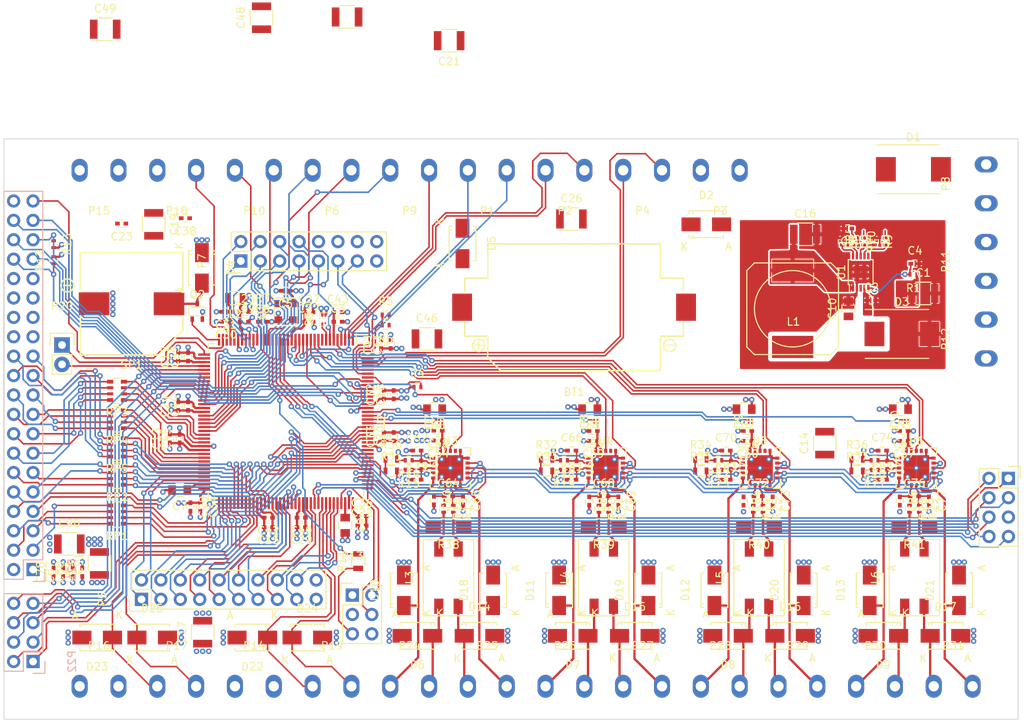
<source format=kicad_pcb>
(kicad_pcb (version 4) (host pcbnew 4.0.5)
  (layers (0 F.Cu signal) (1 In1.Cu power hide) (2 In2.Cu power hide) (31 B.Cu signal) (34 B.Paste user) (35 F.Paste user) (36 B.SilkS user) (37 F.SilkS user) (38 B.Mask user) (39 F.Mask user) (44 Edge.Cuts user))
  (net 0 "")
  (net 1 GND)
  (net 2 "Net-(BT1-Pad1)")
  (net 3 +BATT)
  (net 4 +3V3)
  (net 5 "Net-(C4-Pad1)")
  (net 6 /nRST)
  (net 7 "Net-(C7-Pad1)")
  (net 8 "Net-(C8-Pad1)")
  (net 9 VDDA)
  (net 10 "Net-(C66-Pad2)")
  (net 11 "Net-(C67-Pad2)")
  (net 12 +12V)
  (net 13 "Net-(D1-Pad2)")
  (net 14 "Net-(D2-Pad2)")
  (net 15 "Net-(D4-Pad2)")
  (net 16 /SPI4_MOSI)
  (net 17 /SPI4_MISO)
  (net 18 "Net-(P6-Pad2)")
  (net 19 "Net-(P6-Pad1)")
  (net 20 /SPI4_SCK)
  (net 21 /SPI4_CS0)
  (net 22 /UART8_RX)
  (net 23 /UART8_TX)
  (net 24 /SPI4_CS1)
  (net 25 /SYS_JTCK)
  (net 26 /SYS_JTMS)
  (net 27 /ROTENC1_B)
  (net 28 /ROTENC1_A)
  (net 29 /PWM_2)
  (net 30 /ADC1_IN0)
  (net 31 /ROTENC0_B)
  (net 32 /ROTENC0_A)
  (net 33 /ADC1_IN4)
  (net 34 /ADC1_IN11)
  (net 35 /ADC1_IN10)
  (net 36 /TIM3_CH2)
  (net 37 /TIM3_CH1)
  (net 38 /ADC1_IN9)
  (net 39 /ADC1_IN13)
  (net 40 /ADC1_IN12)
  (net 41 /LCD_CS)
  (net 42 /LCD_DATA/CMD)
  (net 43 /LCD_RD#)
  (net 44 /LCD_WR#)
  (net 45 /LCD_nRST)
  (net 46 /LCD_TE)
  (net 47 /LCD_D0)
  (net 48 /LCD_D1)
  (net 49 /LCD_D2)
  (net 50 /LCD_D3)
  (net 51 /LCD_D4)
  (net 52 /LCD_D5)
  (net 53 /LCD_D6)
  (net 54 /LCD_D7)
  (net 55 /LCD_D8)
  (net 56 /LCD_D9)
  (net 57 /LCD_D10)
  (net 58 /LCD_D11)
  (net 59 /LCD_D12)
  (net 60 /LCD_D13)
  (net 61 /LCD_D14)
  (net 62 /LCD_D15)
  (net 63 /TP_nRST)
  (net 64 /TP_SCL)
  (net 65 /TP_SDA)
  (net 66 /TP_INT)
  (net 67 /TP_WAKE)
  (net 68 /TP_PEN)
  (net 69 /LCD_BLT)
  (net 70 /LCD_GPIO1)
  (net 71 /LCD_GPIO2)
  (net 72 /FONT_CS)
  (net 73 /FONT/FLASH_MOSI)
  (net 74 /FONT/FLASH_SCK)
  (net 75 /FLASH_WP)
  (net 76 /FONT/FLASH_MISO)
  (net 77 /FLASH_CS)
  (net 78 /SD_D2)
  (net 79 /SD_D3)
  (net 80 /SD_CMD)
  (net 81 /SD_CLK)
  (net 82 /SD_D0)
  (net 83 /SD_D1)
  (net 84 /SD_CARDD)
  (net 85 "Net-(Q1-Pad3)")
  (net 86 /PWM_1)
  (net 87 "Net-(R2-Pad2)")
  (net 88 "Net-(R3-Pad2)")
  (net 89 "Net-(R4-Pad2)")
  (net 90 "Net-(R5-Pad1)")
  (net 91 "Net-(R8-Pad1)")
  (net 92 "Net-(R10-Pad1)")
  (net 93 "Net-(R14-Pad2)")
  (net 94 "Net-(R15-Pad2)")
  (net 95 /LCD_CS_MCU)
  (net 96 /LCD_WR#_MCU)
  (net 97 /LCD_DATA/CMD_MCU)
  (net 98 /LCD_RD#_MCU)
  (net 99 /LCD_D1_MCU)
  (net 100 /LCD_D3_MCU)
  (net 101 /LCD_D0_MCU)
  (net 102 /LCD_D2_MCU)
  (net 103 /LCD_D4_MCU)
  (net 104 /LCD_D7_MCU)
  (net 105 /LCD_D5_MCU)
  (net 106 /LCD_D6_MCU)
  (net 107 /LCD_D8_MCU)
  (net 108 /LCD_D11_MCU)
  (net 109 /LCD_D9_MCU)
  (net 110 /LCD_D10_MCU)
  (net 111 /LCD_D12_MCU)
  (net 112 /LCD_D15_MCU)
  (net 113 /LCD_D13_MCU)
  (net 114 /LCD_D14_MCU)
  (net 115 "Net-(U1-Pad6)")
  (net 116 "Net-(U2-Pad9)")
  (net 117 /RTD3_DRDY)
  (net 118 /RTD2_DRDY)
  (net 119 /RTD1_DRDY)
  (net 120 /RTD0_DRDY)
  (net 121 /RTD3_CS)
  (net 122 /RTD2_CS)
  (net 123 /RTD1_CS)
  (net 124 /RTD_SCK)
  (net 125 /RTD_MISO)
  (net 126 /RTD_MOSI)
  (net 127 /RTD0_CS)
  (net 128 "Net-(U2-Pad24)")
  (net 129 "Net-(U3-Pad17)")
  (net 130 "Net-(U4-Pad17)")
  (net 131 "Net-(U5-Pad17)")
  (net 132 "Net-(U6-Pad17)")
  (net 133 "Net-(C6-Pad1)")
  (net 134 "Net-(C9-Pad1)")
  (net 135 "Net-(C10-Pad1)")
  (net 136 "Net-(C68-Pad1)")
  (net 137 "Net-(C68-Pad2)")
  (net 138 /PG0)
  (net 139 /PB8)
  (net 140 /PG1)
  (net 141 /PB9)
  (net 142 /PG2)
  (net 143 /PB10)
  (net 144 /PG3)
  (net 145 /PB11)
  (net 146 /PG4)
  (net 147 /PB12)
  (net 148 /PG5)
  (net 149 /PB13)
  (net 150 /PG6)
  (net 151 /PB14)
  (net 152 /PG7)
  (net 153 /PB15)
  (net 154 /PG8)
  (net 155 "Net-(P9-Pad2)")
  (net 156 /PA11)
  (net 157 /PB2)
  (net 158 /PA10)
  (net 159 /PA12)
  (net 160 "Net-(C62-Pad2)")
  (net 161 "Net-(C63-Pad2)")
  (net 162 "Net-(C64-Pad1)")
  (net 163 "Net-(C64-Pad2)")
  (net 164 "Net-(C70-Pad2)")
  (net 165 "Net-(C71-Pad2)")
  (net 166 "Net-(C72-Pad1)")
  (net 167 "Net-(C72-Pad2)")
  (net 168 "Net-(C74-Pad2)")
  (net 169 "Net-(C75-Pad2)")
  (net 170 "Net-(C76-Pad1)")
  (net 171 "Net-(C76-Pad2)")
  (net 172 "Net-(D10-Pad1)")
  (net 173 "Net-(D11-Pad1)")
  (net 174 "Net-(D12-Pad1)")
  (net 175 "Net-(D13-Pad1)")
  (net 176 "Net-(D14-Pad1)")
  (net 177 "Net-(D15-Pad1)")
  (net 178 "Net-(D16-Pad1)")
  (net 179 "Net-(D17-Pad1)")
  (net 180 /PC13)
  (net 181 "Net-(P10-Pad2)")
  (net 182 "Net-(P10-Pad1)")
  (net 183 "Net-(P13-Pad5)")
  (net 184 "Net-(P13-Pad6)")
  (net 185 "Net-(P18-Pad2)")
  (net 186 "Net-(P21-Pad25)")
  (net 187 "Net-(P21-Pad26)")
  (net 188 "Net-(P21-Pad27)")
  (net 189 "Net-(P21-Pad28)")
  (net 190 "Net-(P21-Pad29)")
  (net 191 "Net-(P21-Pad30)")
  (net 192 "Net-(P21-Pad31)")
  (net 193 "Net-(P21-Pad32)")
  (net 194 /RTC_OSC)
  (net 195 "Net-(R18-Pad2)")
  (net 196 "Net-(R19-Pad2)")
  (net 197 "Net-(R22-Pad2)")
  (net 198 "Net-(R23-Pad2)")
  (net 199 "Net-(R26-Pad2)")
  (net 200 "Net-(R27-Pad2)")
  (net 201 "Net-(R30-Pad1)")
  (net 202 "Net-(R32-Pad1)")
  (net 203 "Net-(R34-Pad1)")
  (net 204 "Net-(R36-Pad1)")
  (net 205 "Net-(D6-Pad1)")
  (net 206 "Net-(D7-Pad1)")
  (net 207 "Net-(D8-Pad1)")
  (net 208 "Net-(D9-Pad1)")
  (net 209 "Net-(D18-Pad1)")
  (net 210 "Net-(D19-Pad1)")
  (net 211 "Net-(D20-Pad1)")
  (net 212 "Net-(D21-Pad1)")
  (net 213 "Net-(P7-Pad14)")
  (net 214 "Net-(P7-Pad15)")
  (net 215 "Net-(P7-Pad16)")
  (net 216 "Net-(C54-Pad1)")
  (net 217 "Net-(C55-Pad1)")
  (net 218 "Net-(C56-Pad1)")
  (net 219 "Net-(C57-Pad1)")
  (net 220 "Net-(P5-Pad19)")
  (net 221 "Net-(P5-Pad20)")
  (net 222 "Net-(P7-Pad10)")
  (net 223 "Net-(P7-Pad12)")
  (net 224 /RTD_PWR_0)
  (net 225 /RTD_PWR_1)
  (net 226 /RTD_PWR_2)
  (net 227 /RTD_PWR_3)
  (module vias:VIA-0.7x0.35 (layer F.Cu) (at 80.4 100.65)
    (fp_text reference REF** hide)
    (fp_text value VIA-0.7x0.35 hide)
    (pad "" thru_hole circle (at 0 0) (size 0.7 0.7) (drill 0.35) (layers *.Cu) (net 1 GND))
  )
  (module vias:VIA-0.7x0.35 (layer F.Cu) (at 81.15 100.65)
    (fp_text reference REF** hide)
    (fp_text value VIA-0.7x0.35 hide)
    (pad "" thru_hole circle (at 0 0) (size 0.7 0.7) (drill 0.35) (layers *.Cu) (net 1 GND))
  )
  (module vias:VIA-0.7x0.35 (layer F.Cu) (at 152.55 99.15)
    (fp_text reference REF** hide)
    (fp_text value VIA-0.7x0.35 hide)
    (pad "" thru_hole circle (at 0 0) (size 0.7 0.7) (drill 0.35) (layers *.Cu) (net 4 +3V3))
  )
  (module vias:VIA-0.7x0.35 (layer F.Cu) (at 153.3 99.15)
    (fp_text reference REF** hide)
    (fp_text value VIA-0.7x0.35 hide)
    (pad "" thru_hole circle (at 0 0) (size 0.7 0.7) (drill 0.35) (layers *.Cu) (net 4 +3V3))
  )
  (module vias:VIA-0.7x0.35 (layer F.Cu) (at 132.05 99.15)
    (fp_text reference REF** hide)
    (fp_text value VIA-0.7x0.35 hide)
    (pad "" thru_hole circle (at 0 0) (size 0.7 0.7) (drill 0.35) (layers *.Cu) (net 4 +3V3))
  )
  (module vias:VIA-0.7x0.35 (layer F.Cu) (at 132.85 99.15)
    (fp_text reference REF** hide)
    (fp_text value VIA-0.7x0.35 hide)
    (pad "" thru_hole circle (at 0 0) (size 0.7 0.7) (drill 0.35) (layers *.Cu) (net 4 +3V3))
  )
  (module Capacitors_SMD:C_0402 (layer F.Cu) (at 112.1 104.55 180)
    (fp_text reference C59 (at 0 -1.7 180) (layer F.SilkS))
    (fp_text value 100n)
    (pad 1 smd rect (at -0.55 0 180) (size 0.6 0.5) (layers F.Cu F.Paste F.Mask) (net 217 "Net-(C55-Pad1)"))
    (pad 2 smd rect (at 0.55 0 180) (size 0.6 0.5) (layers F.Cu F.Paste F.Mask) (net 1 GND))
  )
  (module vias:VIA-0.7x0.35 (layer F.Cu) (at 112.65 99.15)
    (fp_text reference REF** hide)
    (fp_text value VIA-0.7x0.35 hide)
    (pad "" thru_hole circle (at 0 0) (size 0.7 0.7) (drill 0.35) (layers *.Cu) (net 4 +3V3))
  )
  (module vias:VIA-0.7x0.35 (layer F.Cu) (at 88.55 100.15)
    (fp_text reference REF** hide)
    (fp_text value VIA-0.7x0.35 hide)
    (pad "" thru_hole circle (at 0 0) (size 0.7 0.7) (drill 0.35) (layers *.Cu) (net 1 GND))
  )
  (module vias:VIA-0.7x0.35 (layer F.Cu) (at 89.3 100.15)
    (fp_text reference REF** hide)
    (fp_text value VIA-0.7x0.35 hide)
    (pad "" thru_hole circle (at 0 0) (size 0.7 0.7) (drill 0.35) (layers *.Cu) (net 1 GND))
  )
  (module vias:VIA-0.7x0.35 (layer F.Cu) (at 160.6665 120.426)
    (fp_text reference REF** hide)
    (fp_text value VIA-0.7x0.35 hide)
    (pad "" thru_hole circle (at 0 0) (size 0.7 0.7) (drill 0.35) (layers *.Cu) (net 1 GND))
  )
  (module vias:VIA-0.7x0.35 (layer F.Cu) (at 159.2695 120.426)
    (fp_text reference REF** hide)
    (fp_text value VIA-0.7x0.35 hide)
    (pad "" thru_hole circle (at 0 0) (size 0.7 0.7) (drill 0.35) (layers *.Cu) (net 1 GND))
  )
  (module vias:VIA-0.7x0.35 (layer F.Cu) (at 159.968 120.426)
    (fp_text reference REF** hide)
    (fp_text value VIA-0.7x0.35 hide)
    (pad "" thru_hole circle (at 0 0) (size 0.7 0.7) (drill 0.35) (layers *.Cu) (net 1 GND))
  )
  (module vias:VIA-0.7x0.35 (layer F.Cu) (at 148.9825 120.426)
    (fp_text reference REF** hide)
    (fp_text value VIA-0.7x0.35 hide)
    (pad "" thru_hole circle (at 0 0) (size 0.7 0.7) (drill 0.35) (layers *.Cu) (net 1 GND))
  )
  (module vias:VIA-0.7x0.35 (layer F.Cu) (at 147.5855 120.426)
    (fp_text reference REF** hide)
    (fp_text value VIA-0.7x0.35 hide)
    (pad "" thru_hole circle (at 0 0) (size 0.7 0.7) (drill 0.35) (layers *.Cu) (net 1 GND))
  )
  (module vias:VIA-0.7x0.35 (layer F.Cu) (at 148.284 120.426)
    (fp_text reference REF** hide)
    (fp_text value VIA-0.7x0.35 hide)
    (pad "" thru_hole circle (at 0 0) (size 0.7 0.7) (drill 0.35) (layers *.Cu) (net 1 GND))
  )
  (module vias:VIA-0.7x0.35 (layer F.Cu) (at 161.873 129.3795)
    (fp_text reference REF** hide)
    (fp_text value VIA-0.7x0.35 hide)
    (pad "" thru_hole circle (at 0 0) (size 0.7 0.7) (drill 0.35) (layers *.Cu) (net 1 GND))
  )
  (module vias:VIA-0.7x0.35 (layer F.Cu) (at 161.873 130.7765)
    (fp_text reference REF** hide)
    (fp_text value VIA-0.7x0.35 hide)
    (pad "" thru_hole circle (at 0 0) (size 0.7 0.7) (drill 0.35) (layers *.Cu) (net 1 GND))
  )
  (module vias:VIA-0.7x0.35 (layer F.Cu) (at 161.873 130.078)
    (fp_text reference REF** hide)
    (fp_text value VIA-0.7x0.35 hide)
    (pad "" thru_hole circle (at 0 0) (size 0.7 0.7) (drill 0.35) (layers *.Cu) (net 1 GND))
  )
  (module vias:VIA-0.7x0.35 (layer F.Cu) (at 146.379 130.7765)
    (fp_text reference REF** hide)
    (fp_text value VIA-0.7x0.35 hide)
    (pad "" thru_hole circle (at 0 0) (size 0.7 0.7) (drill 0.35) (layers *.Cu) (net 1 GND))
  )
  (module vias:VIA-0.7x0.35 (layer F.Cu) (at 146.379 129.3795)
    (fp_text reference REF** hide)
    (fp_text value VIA-0.7x0.35 hide)
    (pad "" thru_hole circle (at 0 0) (size 0.7 0.7) (drill 0.35) (layers *.Cu) (net 1 GND))
  )
  (module vias:VIA-0.7x0.35 (layer F.Cu) (at 146.379 130.078)
    (fp_text reference REF** hide)
    (fp_text value VIA-0.7x0.35 hide)
    (pad "" thru_hole circle (at 0 0) (size 0.7 0.7) (drill 0.35) (layers *.Cu) (net 1 GND))
  )
  (module vias:VIA-0.7x0.35 (layer F.Cu) (at 140.3465 120.426)
    (fp_text reference REF** hide)
    (fp_text value VIA-0.7x0.35 hide)
    (pad "" thru_hole circle (at 0 0) (size 0.7 0.7) (drill 0.35) (layers *.Cu) (net 1 GND))
  )
  (module vias:VIA-0.7x0.35 (layer F.Cu) (at 138.9495 120.426)
    (fp_text reference REF** hide)
    (fp_text value VIA-0.7x0.35 hide)
    (pad "" thru_hole circle (at 0 0) (size 0.7 0.7) (drill 0.35) (layers *.Cu) (net 1 GND))
  )
  (module vias:VIA-0.7x0.35 (layer F.Cu) (at 139.648 120.426)
    (fp_text reference REF** hide)
    (fp_text value VIA-0.7x0.35 hide)
    (pad "" thru_hole circle (at 0 0) (size 0.7 0.7) (drill 0.35) (layers *.Cu) (net 1 GND))
  )
  (module vias:VIA-0.7x0.35 (layer F.Cu) (at 128.6625 120.426)
    (fp_text reference REF** hide)
    (fp_text value VIA-0.7x0.35 hide)
    (pad "" thru_hole circle (at 0 0) (size 0.7 0.7) (drill 0.35) (layers *.Cu) (net 1 GND))
  )
  (module vias:VIA-0.7x0.35 (layer F.Cu) (at 127.2655 120.426)
    (fp_text reference REF** hide)
    (fp_text value VIA-0.7x0.35 hide)
    (pad "" thru_hole circle (at 0 0) (size 0.7 0.7) (drill 0.35) (layers *.Cu) (net 1 GND))
  )
  (module vias:VIA-0.7x0.35 (layer F.Cu) (at 127.964 120.426)
    (fp_text reference REF** hide)
    (fp_text value VIA-0.7x0.35 hide)
    (pad "" thru_hole circle (at 0 0) (size 0.7 0.7) (drill 0.35) (layers *.Cu) (net 1 GND))
  )
  (module vias:VIA-0.7x0.35 (layer F.Cu) (at 141.553 130.7765)
    (fp_text reference REF** hide)
    (fp_text value VIA-0.7x0.35 hide)
    (pad "" thru_hole circle (at 0 0) (size 0.7 0.7) (drill 0.35) (layers *.Cu) (net 1 GND))
  )
  (module vias:VIA-0.7x0.35 (layer F.Cu) (at 141.553 129.3795)
    (fp_text reference REF** hide)
    (fp_text value VIA-0.7x0.35 hide)
    (pad "" thru_hole circle (at 0 0) (size 0.7 0.7) (drill 0.35) (layers *.Cu) (net 1 GND))
  )
  (module vias:VIA-0.7x0.35 (layer F.Cu) (at 141.553 130.078)
    (fp_text reference REF** hide)
    (fp_text value VIA-0.7x0.35 hide)
    (pad "" thru_hole circle (at 0 0) (size 0.7 0.7) (drill 0.35) (layers *.Cu) (net 1 GND))
  )
  (module vias:VIA-0.7x0.35 (layer F.Cu) (at 126.059 130.7765)
    (fp_text reference REF** hide)
    (fp_text value VIA-0.7x0.35 hide)
    (pad "" thru_hole circle (at 0 0) (size 0.7 0.7) (drill 0.35) (layers *.Cu) (net 1 GND))
  )
  (module vias:VIA-0.7x0.35 (layer F.Cu) (at 126.059 129.3795)
    (fp_text reference REF** hide)
    (fp_text value VIA-0.7x0.35 hide)
    (pad "" thru_hole circle (at 0 0) (size 0.7 0.7) (drill 0.35) (layers *.Cu) (net 1 GND))
  )
  (module vias:VIA-0.7x0.35 (layer F.Cu) (at 126.059 130.078)
    (fp_text reference REF** hide)
    (fp_text value VIA-0.7x0.35 hide)
    (pad "" thru_hole circle (at 0 0) (size 0.7 0.7) (drill 0.35) (layers *.Cu) (net 1 GND))
  )
  (module vias:VIA-0.7x0.35 (layer F.Cu) (at 120.0265 120.426)
    (fp_text reference REF** hide)
    (fp_text value VIA-0.7x0.35 hide)
    (pad "" thru_hole circle (at 0 0) (size 0.7 0.7) (drill 0.35) (layers *.Cu) (net 1 GND))
  )
  (module vias:VIA-0.7x0.35 (layer F.Cu) (at 118.6295 120.426)
    (fp_text reference REF** hide)
    (fp_text value VIA-0.7x0.35 hide)
    (pad "" thru_hole circle (at 0 0) (size 0.7 0.7) (drill 0.35) (layers *.Cu) (net 1 GND))
  )
  (module vias:VIA-0.7x0.35 (layer F.Cu) (at 119.328 120.426)
    (fp_text reference REF** hide)
    (fp_text value VIA-0.7x0.35 hide)
    (pad "" thru_hole circle (at 0 0) (size 0.7 0.7) (drill 0.35) (layers *.Cu) (net 1 GND))
  )
  (module vias:VIA-0.7x0.35 (layer F.Cu) (at 108.3425 120.426)
    (fp_text reference REF** hide)
    (fp_text value VIA-0.7x0.35 hide)
    (pad "" thru_hole circle (at 0 0) (size 0.7 0.7) (drill 0.35) (layers *.Cu) (net 1 GND))
  )
  (module vias:VIA-0.7x0.35 (layer F.Cu) (at 106.9455 120.426)
    (fp_text reference REF** hide)
    (fp_text value VIA-0.7x0.35 hide)
    (pad "" thru_hole circle (at 0 0) (size 0.7 0.7) (drill 0.35) (layers *.Cu) (net 1 GND))
  )
  (module vias:VIA-0.7x0.35 (layer F.Cu) (at 107.644 120.426)
    (fp_text reference REF** hide)
    (fp_text value VIA-0.7x0.35 hide)
    (pad "" thru_hole circle (at 0 0) (size 0.7 0.7) (drill 0.35) (layers *.Cu) (net 1 GND))
  )
  (module vias:VIA-0.7x0.35 (layer F.Cu) (at 121.233 130.7765)
    (fp_text reference REF** hide)
    (fp_text value VIA-0.7x0.35 hide)
    (pad "" thru_hole circle (at 0 0) (size 0.7 0.7) (drill 0.35) (layers *.Cu) (net 1 GND))
  )
  (module vias:VIA-0.7x0.35 (layer F.Cu) (at 121.233 129.3795)
    (fp_text reference REF** hide)
    (fp_text value VIA-0.7x0.35 hide)
    (pad "" thru_hole circle (at 0 0) (size 0.7 0.7) (drill 0.35) (layers *.Cu) (net 1 GND))
  )
  (module vias:VIA-0.7x0.35 (layer F.Cu) (at 121.233 130.078)
    (fp_text reference REF** hide)
    (fp_text value VIA-0.7x0.35 hide)
    (pad "" thru_hole circle (at 0 0) (size 0.7 0.7) (drill 0.35) (layers *.Cu) (net 1 GND))
  )
  (module vias:VIA-0.7x0.35 (layer F.Cu) (at 105.739 130.7765)
    (fp_text reference REF** hide)
    (fp_text value VIA-0.7x0.35 hide)
    (pad "" thru_hole circle (at 0 0) (size 0.7 0.7) (drill 0.35) (layers *.Cu) (net 1 GND))
  )
  (module vias:VIA-0.7x0.35 (layer F.Cu) (at 105.739 129.3795)
    (fp_text reference REF** hide)
    (fp_text value VIA-0.7x0.35 hide)
    (pad "" thru_hole circle (at 0 0) (size 0.7 0.7) (drill 0.35) (layers *.Cu) (net 1 GND))
  )
  (module vias:VIA-0.7x0.35 (layer F.Cu) (at 105.739 130.078)
    (fp_text reference REF** hide)
    (fp_text value VIA-0.7x0.35 hide)
    (pad "" thru_hole circle (at 0 0) (size 0.7 0.7) (drill 0.35) (layers *.Cu) (net 1 GND))
  )
  (module vias:VIA-0.7x0.35 (layer F.Cu) (at 100.913 130.7765)
    (fp_text reference REF** hide)
    (fp_text value VIA-0.7x0.35 hide)
    (pad "" thru_hole circle (at 0 0) (size 0.7 0.7) (drill 0.35) (layers *.Cu) (net 1 GND))
  )
  (module vias:VIA-0.7x0.35 (layer F.Cu) (at 100.913 129.3795)
    (fp_text reference REF** hide)
    (fp_text value VIA-0.7x0.35 hide)
    (pad "" thru_hole circle (at 0 0) (size 0.7 0.7) (drill 0.35) (layers *.Cu) (net 1 GND))
  )
  (module vias:VIA-0.7x0.35 (layer F.Cu) (at 100.913 130.078)
    (fp_text reference REF** hide)
    (fp_text value VIA-0.7x0.35 hide)
    (pad "" thru_hole circle (at 0 0) (size 0.7 0.7) (drill 0.35) (layers *.Cu) (net 1 GND))
  )
  (module vias:VIA-0.7x0.35 (layer F.Cu) (at 99.7065 120.426)
    (fp_text reference REF** hide)
    (fp_text value VIA-0.7x0.35 hide)
    (pad "" thru_hole circle (at 0 0) (size 0.7 0.7) (drill 0.35) (layers *.Cu) (net 1 GND))
  )
  (module vias:VIA-0.7x0.35 (layer F.Cu) (at 98.3095 120.426)
    (fp_text reference REF** hide)
    (fp_text value VIA-0.7x0.35 hide)
    (pad "" thru_hole circle (at 0 0) (size 0.7 0.7) (drill 0.35) (layers *.Cu) (net 1 GND))
  )
  (module vias:VIA-0.7x0.35 (layer F.Cu) (at 99.008 120.426)
    (fp_text reference REF** hide)
    (fp_text value VIA-0.7x0.35 hide)
    (pad "" thru_hole circle (at 0 0) (size 0.7 0.7) (drill 0.35) (layers *.Cu) (net 1 GND))
  )
  (module vias:VIA-0.7x0.35 (layer F.Cu) (at 88.0225 120.426)
    (fp_text reference REF** hide)
    (fp_text value VIA-0.7x0.35 hide)
    (pad "" thru_hole circle (at 0 0) (size 0.7 0.7) (drill 0.35) (layers *.Cu) (net 1 GND))
  )
  (module vias:VIA-0.7x0.35 (layer F.Cu) (at 86.6255 120.426)
    (fp_text reference REF** hide)
    (fp_text value VIA-0.7x0.35 hide)
    (pad "" thru_hole circle (at 0 0) (size 0.7 0.7) (drill 0.35) (layers *.Cu) (net 1 GND))
  )
  (module vias:VIA-0.7x0.35 (layer F.Cu) (at 87.324 120.426)
    (fp_text reference REF** hide)
    (fp_text value VIA-0.7x0.35 hide)
    (pad "" thru_hole circle (at 0 0) (size 0.7 0.7) (drill 0.35) (layers *.Cu) (net 1 GND))
  )
  (module vias:VIA-0.7x0.35 (layer F.Cu) (at 85.419 130.7765)
    (fp_text reference REF** hide)
    (fp_text value VIA-0.7x0.35 hide)
    (pad "" thru_hole circle (at 0 0) (size 0.7 0.7) (drill 0.35) (layers *.Cu) (net 1 GND))
  )
  (module vias:VIA-0.7x0.35 (layer F.Cu) (at 85.419 129.3795)
    (fp_text reference REF** hide)
    (fp_text value VIA-0.7x0.35 hide)
    (pad "" thru_hole circle (at 0 0) (size 0.7 0.7) (drill 0.35) (layers *.Cu) (net 1 GND))
  )
  (module vias:VIA-0.7x0.35 (layer F.Cu) (at 85.419 130.078)
    (fp_text reference REF** hide)
    (fp_text value VIA-0.7x0.35 hide)
    (pad "" thru_hole circle (at 0 0) (size 0.7 0.7) (drill 0.35) (layers *.Cu) (net 1 GND))
  )
  (module vias:VIA-0.7x0.35 (layer F.Cu) (at 72.9 92.6)
    (fp_text reference REF** hide)
    (fp_text value VIA-0.7x0.35 hide)
    (pad "" thru_hole circle (at 0 0) (size 0.7 0.7) (drill 0.35) (layers *.Cu) (net 1 GND))
  )
  (module vias:VIA-0.7x0.35 (layer F.Cu) (at 70.6 84.9)
    (fp_text reference REF** hide)
    (fp_text value VIA-0.7x0.35 hide)
    (pad "" thru_hole circle (at 0 0) (size 0.7 0.7) (drill 0.35) (layers *.Cu) (net 1 GND))
  )
  (module vias:VIA-0.7x0.35 (layer F.Cu) (at 65.8 92.6)
    (fp_text reference REF** hide)
    (fp_text value VIA-0.7x0.35 hide)
    (pad "" thru_hole circle (at 0 0) (size 0.7 0.7) (drill 0.35) (layers *.Cu) (net 1 GND))
  )
  (module vias:VIA-0.7x0.35 (layer F.Cu) (at 61.6 78.25)
    (fp_text reference REF** hide)
    (fp_text value VIA-0.7x0.35 hide)
    (pad "" thru_hole circle (at 0 0) (size 0.7 0.7) (drill 0.35) (layers *.Cu) (net 4 +3V3))
  )
  (module vias:VIA-0.7x0.35 (layer F.Cu) (at 60.2 78.25)
    (fp_text reference REF** hide)
    (fp_text value VIA-0.7x0.35 hide)
    (pad "" thru_hole circle (at 0 0) (size 0.7 0.7) (drill 0.35) (layers *.Cu) (net 4 +3V3))
  )
  (module vias:VIA-0.7x0.35 (layer F.Cu) (at 60.9 78.25)
    (fp_text reference REF** hide)
    (fp_text value VIA-0.7x0.35 hide)
    (pad "" thru_hole circle (at 0 0) (size 0.7 0.7) (drill 0.35) (layers *.Cu) (net 4 +3V3))
  )
  (module vias:VIA-0.7x0.35 (layer F.Cu) (at 49.25 88)
    (fp_text reference REF** hide)
    (fp_text value VIA-0.7x0.35 hide)
    (pad "" thru_hole circle (at 0 0) (size 0.7 0.7) (drill 0.35) (layers *.Cu) (net 4 +3V3))
  )
  (module vias:VIA-0.7x0.35 (layer F.Cu) (at 49.25 87.3)
    (fp_text reference REF** hide)
    (fp_text value VIA-0.7x0.35 hide)
    (pad "" thru_hole circle (at 0 0) (size 0.7 0.7) (drill 0.35) (layers *.Cu) (net 4 +3V3))
  )
  (module vias:VIA-0.7x0.35 (layer F.Cu) (at 49.25 85.2)
    (fp_text reference REF** hide)
    (fp_text value VIA-0.7x0.35 hide)
    (pad "" thru_hole circle (at 0 0) (size 0.7 0.7) (drill 0.35) (layers *.Cu) (net 4 +3V3))
  )
  (module vias:VIA-0.7x0.35 (layer F.Cu) (at 49.25 85.9)
    (fp_text reference REF** hide)
    (fp_text value VIA-0.7x0.35 hide)
    (pad "" thru_hole circle (at 0 0) (size 0.7 0.7) (drill 0.35) (layers *.Cu) (net 4 +3V3))
  )
  (module vias:VIA-0.7x0.35 (layer F.Cu) (at 49.25 86.6)
    (fp_text reference REF** hide)
    (fp_text value VIA-0.7x0.35 hide)
    (pad "" thru_hole circle (at 0 0) (size 0.7 0.7) (drill 0.35) (layers *.Cu) (net 4 +3V3))
  )
  (module vias:VIA-0.7x0.35 (layer F.Cu) (at 151.5 104.55)
    (fp_text reference REF** hide)
    (fp_text value VIA-0.7x0.35 hide)
    (pad "" thru_hole circle (at 0 0) (size 0.7 0.7) (drill 0.35) (layers *.Cu) (net 1 GND))
  )
  (module vias:VIA-0.7x0.35 (layer F.Cu) (at 151.5 103.25)
    (fp_text reference REF** hide)
    (fp_text value VIA-0.7x0.35 hide)
    (pad "" thru_hole circle (at 0 0) (size 0.7 0.7) (drill 0.35) (layers *.Cu) (net 1 GND))
  )
  (module vias:VIA-0.7x0.35 (layer F.Cu) (at 149.55 100.4)
    (fp_text reference REF** hide)
    (fp_text value VIA-0.7x0.35 hide)
    (pad "" thru_hole circle (at 0 0) (size 0.7 0.7) (drill 0.35) (layers *.Cu) (net 1 GND))
  )
  (module vias:VIA-0.7x0.35 (layer F.Cu) (at 150.35 100.4)
    (fp_text reference REF** hide)
    (fp_text value VIA-0.7x0.35 hide)
    (pad "" thru_hole circle (at 0 0) (size 0.7 0.7) (drill 0.35) (layers *.Cu) (net 1 GND))
  )
  (module vias:VIA-0.7x0.35 (layer F.Cu) (at 131.05 104.55)
    (fp_text reference REF** hide)
    (fp_text value VIA-0.7x0.35 hide)
    (pad "" thru_hole circle (at 0 0) (size 0.7 0.7) (drill 0.35) (layers *.Cu) (net 1 GND))
  )
  (module vias:VIA-0.7x0.35 (layer F.Cu) (at 131.05 103.25)
    (fp_text reference REF** hide)
    (fp_text value VIA-0.7x0.35 hide)
    (pad "" thru_hole circle (at 0 0) (size 0.7 0.7) (drill 0.35) (layers *.Cu) (net 1 GND))
  )
  (module vias:VIA-0.7x0.35 (layer F.Cu) (at 129.2 100.4)
    (fp_text reference REF** hide)
    (fp_text value VIA-0.7x0.35 hide)
    (pad "" thru_hole circle (at 0 0) (size 0.7 0.7) (drill 0.35) (layers *.Cu) (net 1 GND))
  )
  (module vias:VIA-0.7x0.35 (layer F.Cu) (at 129.95 100.4)
    (fp_text reference REF** hide)
    (fp_text value VIA-0.7x0.35 hide)
    (pad "" thru_hole circle (at 0 0) (size 0.7 0.7) (drill 0.35) (layers *.Cu) (net 1 GND))
  )
  (module vias:VIA-0.7x0.35 (layer F.Cu) (at 108.8 100.1)
    (fp_text reference REF** hide)
    (fp_text value VIA-0.7x0.35 hide)
    (pad "" thru_hole circle (at 0 0) (size 0.7 0.7) (drill 0.35) (layers *.Cu) (net 1 GND))
  )
  (module vias:VIA-0.7x0.35 (layer F.Cu) (at 109.6 100.1)
    (fp_text reference REF** hide)
    (fp_text value VIA-0.7x0.35 hide)
    (pad "" thru_hole circle (at 0 0) (size 0.7 0.7) (drill 0.35) (layers *.Cu) (net 1 GND))
  )
  (module vias:VIA-0.7x0.35 (layer F.Cu) (at 110.85 103.25)
    (fp_text reference REF** hide)
    (fp_text value VIA-0.7x0.35 hide)
    (pad "" thru_hole circle (at 0 0) (size 0.7 0.7) (drill 0.35) (layers *.Cu) (net 1 GND))
  )
  (module vias:VIA-0.7x0.35 (layer F.Cu) (at 110.85 104.55)
    (fp_text reference REF** hide)
    (fp_text value VIA-0.7x0.35 hide)
    (pad "" thru_hole circle (at 0 0) (size 0.7 0.7) (drill 0.35) (layers *.Cu) (net 1 GND))
  )
  (module vias:VIA-0.7x0.35 (layer F.Cu) (at 154 103.75)
    (fp_text reference REF** hide)
    (fp_text value VIA-0.7x0.35 hide)
    (pad "" thru_hole circle (at 0 -0.5) (size 0.7 0.7) (drill 0.35) (layers *.Cu) (net 4 +3V3))
  )
  (module vias:VIA-0.7x0.35 (layer F.Cu) (at 154 105.05)
    (fp_text reference REF** hide)
    (fp_text value VIA-0.7x0.35 hide)
    (pad "" thru_hole circle (at 0 -0.5) (size 0.7 0.7) (drill 0.35) (layers *.Cu) (net 4 +3V3))
  )
  (module vias:VIA-0.7x0.35 (layer F.Cu) (at 111.85 99.15)
    (fp_text reference REF** hide)
    (fp_text value VIA-0.7x0.35 hide)
    (pad "" thru_hole circle (at 0 0) (size 0.7 0.7) (drill 0.35) (layers *.Cu) (net 4 +3V3))
  )
  (module vias:VIA-0.7x0.35 (layer F.Cu) (at 92.3 99.15)
    (fp_text reference REF** hide)
    (fp_text value VIA-0.7x0.35 hide)
    (pad "" thru_hole circle (at 0 0) (size 0.7 0.7) (drill 0.35) (layers *.Cu) (net 4 +3V3))
  )
  (module vias:VIA-0.7x0.35 (layer F.Cu) (at 91.5 99.15)
    (fp_text reference REF** hide)
    (fp_text value VIA-0.7x0.35 hide)
    (pad "" thru_hole circle (at 0 0) (size 0.7 0.7) (drill 0.35) (layers *.Cu) (net 4 +3V3))
  )
  (module vias:VIA-0.7x0.35 (layer F.Cu) (at 90.4 103.2)
    (fp_text reference REF** hide)
    (fp_text value VIA-0.7x0.35 hide)
    (pad "" thru_hole circle (at 0 0) (size 0.7 0.7) (drill 0.35) (layers *.Cu) (net 1 GND))
  )
  (module vias:VIA-0.7x0.35 (layer F.Cu) (at 90.4 104.5)
    (fp_text reference REF** hide)
    (fp_text value VIA-0.7x0.35 hide)
    (pad "" thru_hole circle (at 0 0) (size 0.7 0.7) (drill 0.35) (layers *.Cu) (net 1 GND))
  )
  (module vias:VIA-0.7x0.35 (layer F.Cu) (at 89.7 104.5)
    (fp_text reference REF** hide)
    (fp_text value VIA-0.7x0.35 hide)
    (pad "" thru_hole circle (at 0 0) (size 0.7 0.7) (drill 0.35) (layers *.Cu) (net 1 GND))
  )
  (module vias:VIA-0.7x0.35 (layer F.Cu) (at 89.7 103.2)
    (fp_text reference REF** hide)
    (fp_text value VIA-0.7x0.35 hide)
    (pad "" thru_hole circle (at 0 0) (size 0.7 0.7) (drill 0.35) (layers *.Cu) (net 1 GND))
  )
  (module vias:VIA-0.7x0.35 (layer F.Cu) (at 89 104.5)
    (fp_text reference REF** hide)
    (fp_text value VIA-0.7x0.35 hide)
    (pad "" thru_hole circle (at 0 0) (size 0.7 0.7) (drill 0.35) (layers *.Cu) (net 1 GND))
  )
  (module vias:VIA-0.7x0.35 (layer F.Cu) (at 88.9 103.5)
    (fp_text reference REF** hide)
    (fp_text value VIA-0.7x0.35 hide)
    (pad "" thru_hole circle (at 0 0) (size 0.7 0.7) (drill 0.35) (layers *.Cu) (net 1 GND))
  )
  (module vias:VIA-0.7x0.35 (layer F.Cu) (at 41 118.9)
    (fp_text reference REF** hide)
    (fp_text value VIA-0.7x0.35 hide)
    (pad "" thru_hole circle (at 0 0) (size 0.7 0.7) (drill 0.35) (layers *.Cu) (net 4 +3V3))
  )
  (module vias:VIA-0.7x0.35 (layer F.Cu) (at 41 117.2)
    (fp_text reference REF** hide)
    (fp_text value VIA-0.7x0.35 hide)
    (pad "" thru_hole circle (at 0 0) (size 0.7 0.7) (drill 0.35) (layers *.Cu) (net 4 +3V3))
  )
  (module vias:VIA-0.7x0.35 (layer F.Cu) (at 41 118.05)
    (fp_text reference REF** hide)
    (fp_text value VIA-0.7x0.35 hide)
    (pad "" thru_hole circle (at 0 0) (size 0.7 0.7) (drill 0.35) (layers *.Cu) (net 4 +3V3))
  )
  (module vias:VIA-0.7x0.35 (layer F.Cu) (at 61.8 132.1)
    (fp_text reference REF** hide)
    (fp_text value VIA-0.7x0.35 hide)
    (pad "" thru_hole circle (at 0 0) (size 0.7 0.7) (drill 0.35) (layers *.Cu) (net 4 +3V3))
  )
  (module vias:VIA-0.7x0.35 (layer F.Cu) (at 60.2 132.1)
    (fp_text reference REF** hide)
    (fp_text value VIA-0.7x0.35 hide)
    (pad "" thru_hole circle (at 0 0) (size 0.7 0.7) (drill 0.35) (layers *.Cu) (net 4 +3V3))
  )
  (module vias:VIA-0.7x0.35 (layer F.Cu) (at 61 132.1)
    (fp_text reference REF** hide)
    (fp_text value VIA-0.7x0.35 hide)
    (pad "" thru_hole circle (at 0 0) (size 0.7 0.7) (drill 0.35) (layers *.Cu) (net 4 +3V3))
  )
  (module vias:VIA-0.7x0.35 (layer F.Cu) (at 60.2 127.1)
    (fp_text reference REF** hide)
    (fp_text value VIA-0.7x0.35 hide)
    (pad "" thru_hole circle (at 0 0) (size 0.7 0.7) (drill 0.35) (layers *.Cu) (net 1 GND))
  )
  (module vias:VIA-0.7x0.35 (layer F.Cu) (at 61.8 127.1)
    (fp_text reference REF** hide)
    (fp_text value VIA-0.7x0.35 hide)
    (pad "" thru_hole circle (at 0 0) (size 0.7 0.7) (drill 0.35) (layers *.Cu) (net 1 GND))
  )
  (module vias:VIA-0.7x0.35 (layer F.Cu) (at 61 127.1)
    (fp_text reference REF** hide)
    (fp_text value VIA-0.7x0.35 hide)
    (pad "" thru_hole circle (at 0 0) (size 0.7 0.7) (drill 0.35) (layers *.Cu) (net 1 GND))
  )
  (module vias:VIA-0.7x0.35 (layer F.Cu) (at 78.5 129.6)
    (fp_text reference REF** hide)
    (fp_text value VIA-0.7x0.35 hide)
    (pad "" thru_hole circle (at 0 0) (size 0.7 0.7) (drill 0.35) (layers *.Cu) (net 1 GND))
  )
  (module vias:VIA-0.7x0.35 (layer F.Cu) (at 78.5 131)
    (fp_text reference REF** hide)
    (fp_text value VIA-0.7x0.35 hide)
    (pad "" thru_hole circle (at 0 0) (size 0.7 0.7) (drill 0.35) (layers *.Cu) (net 1 GND))
  )
  (module vias:VIA-0.7x0.35 (layer F.Cu) (at 78.5 130.3)
    (fp_text reference REF** hide)
    (fp_text value VIA-0.7x0.35 hide)
    (pad "" thru_hole circle (at 0 0) (size 0.7 0.7) (drill 0.35) (layers *.Cu) (net 1 GND))
  )
  (module vias:VIA-0.7x0.35 (layer F.Cu) (at 63.7 131)
    (fp_text reference REF** hide)
    (fp_text value VIA-0.7x0.35 hide)
    (pad "" thru_hole circle (at 0 0) (size 0.7 0.7) (drill 0.35) (layers *.Cu) (net 1 GND))
  )
  (module vias:VIA-0.7x0.35 (layer F.Cu) (at 63.7 129.6)
    (fp_text reference REF** hide)
    (fp_text value VIA-0.7x0.35 hide)
    (pad "" thru_hole circle (at 0 0) (size 0.7 0.7) (drill 0.35) (layers *.Cu) (net 1 GND))
  )
  (module vias:VIA-0.7x0.35 (layer F.Cu) (at 63.7 130.3)
    (fp_text reference REF** hide)
    (fp_text value VIA-0.7x0.35 hide)
    (pad "" thru_hole circle (at 0 0) (size 0.7 0.7) (drill 0.35) (layers *.Cu) (net 1 GND))
  )
  (module vias:VIA-0.7x0.35 (layer F.Cu) (at 58.2 131)
    (fp_text reference REF** hide)
    (fp_text value VIA-0.7x0.35 hide)
    (pad "" thru_hole circle (at 0 0) (size 0.7 0.7) (drill 0.35) (layers *.Cu) (net 1 GND))
  )
  (module vias:VIA-0.7x0.35 (layer F.Cu) (at 58.2 129.6)
    (fp_text reference REF** hide)
    (fp_text value VIA-0.7x0.35 hide)
    (pad "" thru_hole circle (at 0 0) (size 0.7 0.7) (drill 0.35) (layers *.Cu) (net 1 GND))
  )
  (module vias:VIA-0.7x0.35 (layer F.Cu) (at 58.2 130.3)
    (fp_text reference REF** hide)
    (fp_text value VIA-0.7x0.35 hide)
    (pad "" thru_hole circle (at 0 0) (size 0.7 0.7) (drill 0.35) (layers *.Cu) (net 1 GND))
  )
  (module vias:VIA-0.7x0.35 (layer F.Cu) (at 43.4 131)
    (fp_text reference REF** hide)
    (fp_text value VIA-0.7x0.35 hide)
    (pad "" thru_hole circle (at 0 0) (size 0.7 0.7) (drill 0.35) (layers *.Cu) (net 1 GND))
  )
  (module vias:VIA-0.7x0.35 (layer F.Cu) (at 43.4 129.6)
    (fp_text reference REF** hide)
    (fp_text value VIA-0.7x0.35 hide)
    (pad "" thru_hole circle (at 0 0) (size 0.7 0.7) (drill 0.35) (layers *.Cu) (net 1 GND))
  )
  (module vias:VIA-0.7x0.35 (layer F.Cu) (at 43.4 130.3)
    (fp_text reference REF** hide)
    (fp_text value VIA-0.7x0.35 hide)
    (pad "" thru_hole circle (at 0 0) (size 0.7 0.7) (drill 0.35) (layers *.Cu) (net 1 GND))
  )
  (module vias:VIA-0.7x0.35 (layer F.Cu) (at 155.523 106.964)
    (fp_text reference REF** hide)
    (fp_text value VIA-0.7x0.35 hide)
    (pad "" thru_hole circle (at 0 0) (size 0.7 0.7) (drill 0.35) (layers *.Cu) (net 1 GND))
  )
  (module vias:VIA-0.7x0.35 (layer F.Cu) (at 155.523 109.25)
    (fp_text reference REF** hide)
    (fp_text value VIA-0.7x0.35 hide)
    (pad "" thru_hole circle (at 0 0) (size 0.7 0.7) (drill 0.35) (layers *.Cu) (net 1 GND))
  )
  (module vias:VIA-0.7x0.35 (layer F.Cu) (at 153.237 109.25)
    (fp_text reference REF** hide)
    (fp_text value VIA-0.7x0.35 hide)
    (pad "" thru_hole circle (at 0 0) (size 0.7 0.7) (drill 0.35) (layers *.Cu) (net 1 GND))
  )
  (module vias:VIA-0.7x0.35 (layer F.Cu) (at 153.237 106.964)
    (fp_text reference REF** hide)
    (fp_text value VIA-0.7x0.35 hide)
    (pad "" thru_hole circle (at 0 0) (size 0.7 0.7) (drill 0.35) (layers *.Cu) (net 1 GND))
  )
  (module vias:VIA-0.7x0.35 (layer F.Cu) (at 154.38 108.107)
    (fp_text reference REF** hide)
    (fp_text value VIA-0.7x0.35 hide)
    (pad "" thru_hole circle (at 0 0) (size 0.7 0.7) (drill 0.35) (layers *.Cu) (net 1 GND))
  )
  (module vias:VIA-0.7x0.35 (layer F.Cu) (at 135.076 106.964)
    (fp_text reference REF** hide)
    (fp_text value VIA-0.7x0.35 hide)
    (pad "" thru_hole circle (at 0 0) (size 0.7 0.7) (drill 0.35) (layers *.Cu) (net 1 GND))
  )
  (module vias:VIA-0.7x0.35 (layer F.Cu) (at 135.076 109.25)
    (fp_text reference REF** hide)
    (fp_text value VIA-0.7x0.35 hide)
    (pad "" thru_hole circle (at 0 0) (size 0.7 0.7) (drill 0.35) (layers *.Cu) (net 1 GND))
  )
  (module vias:VIA-0.7x0.35 (layer F.Cu) (at 132.79 109.25)
    (fp_text reference REF** hide)
    (fp_text value VIA-0.7x0.35 hide)
    (pad "" thru_hole circle (at 0 0) (size 0.7 0.7) (drill 0.35) (layers *.Cu) (net 1 GND))
  )
  (module vias:VIA-0.7x0.35 (layer F.Cu) (at 132.79 106.964)
    (fp_text reference REF** hide)
    (fp_text value VIA-0.7x0.35 hide)
    (pad "" thru_hole circle (at 0 0) (size 0.7 0.7) (drill 0.35) (layers *.Cu) (net 1 GND))
  )
  (module vias:VIA-0.7x0.35 (layer F.Cu) (at 133.933 108.107)
    (fp_text reference REF** hide)
    (fp_text value VIA-0.7x0.35 hide)
    (pad "" thru_hole circle (at 0 0) (size 0.7 0.7) (drill 0.35) (layers *.Cu) (net 1 GND))
  )
  (module vias:VIA-0.7x0.35 (layer F.Cu) (at 114.883 106.964)
    (fp_text reference REF** hide)
    (fp_text value VIA-0.7x0.35 hide)
    (pad "" thru_hole circle (at 0 0) (size 0.7 0.7) (drill 0.35) (layers *.Cu) (net 1 GND))
  )
  (module vias:VIA-0.7x0.35 (layer F.Cu) (at 114.883 109.25)
    (fp_text reference REF** hide)
    (fp_text value VIA-0.7x0.35 hide)
    (pad "" thru_hole circle (at 0 0) (size 0.7 0.7) (drill 0.35) (layers *.Cu) (net 1 GND))
  )
  (module vias:VIA-0.7x0.35 (layer F.Cu) (at 112.597 109.25)
    (fp_text reference REF** hide)
    (fp_text value VIA-0.7x0.35 hide)
    (pad "" thru_hole circle (at 0 0) (size 0.7 0.7) (drill 0.35) (layers *.Cu) (net 1 GND))
  )
  (module vias:VIA-0.7x0.35 (layer F.Cu) (at 112.597 106.964)
    (fp_text reference REF** hide)
    (fp_text value VIA-0.7x0.35 hide)
    (pad "" thru_hole circle (at 0 0) (size 0.7 0.7) (drill 0.35) (layers *.Cu) (net 1 GND))
  )
  (module vias:VIA-0.7x0.35 (layer F.Cu) (at 113.74 108.107)
    (fp_text reference REF** hide)
    (fp_text value VIA-0.7x0.35 hide)
    (pad "" thru_hole circle (at 0 0) (size 0.7 0.7) (drill 0.35) (layers *.Cu) (net 1 GND))
  )
  (module vias:VIA-0.7x0.35 (layer F.Cu) (at 70.05 88.95)
    (fp_text reference REF** hide)
    (fp_text value VIA-0.7x0.35 hide)
    (pad "" thru_hole circle (at 0 0) (size 0.7 0.7) (drill 0.35) (layers *.Cu) (net 1 GND))
  )
  (module vias:VIA-0.7x0.35 (layer F.Cu) (at 69.9 87.65)
    (fp_text reference REF** hide)
    (fp_text value VIA-0.7x0.35 hide)
    (pad "" thru_hole circle (at 0 0) (size 0.7 0.7) (drill 0.35) (layers *.Cu) (net 4 +3V3))
  )
  (module vias:VIA-0.7x0.35 (layer F.Cu) (at 67.5 88.4)
    (fp_text reference REF** hide)
    (fp_text value VIA-0.7x0.35 hide)
    (pad "" thru_hole circle (at 0 0) (size 0.7 0.7) (drill 0.35) (layers *.Cu) (net 1 GND))
  )
  (module vias:VIA-0.7x0.35 (layer F.Cu) (at 94.563 109.25)
    (fp_text reference REF** hide)
    (fp_text value VIA-0.7x0.35 hide)
    (pad "" thru_hole circle (at 0 0) (size 0.7 0.7) (drill 0.35) (layers *.Cu) (net 1 GND))
  )
  (module vias:VIA-0.7x0.35 (layer F.Cu) (at 94.563 106.964)
    (fp_text reference REF** hide)
    (fp_text value VIA-0.7x0.35 hide)
    (pad "" thru_hole circle (at 0 0) (size 0.7 0.7) (drill 0.35) (layers *.Cu) (net 1 GND))
  )
  (module vias:VIA-0.7x0.35 (layer F.Cu) (at 92.277 106.964)
    (fp_text reference REF** hide)
    (fp_text value VIA-0.7x0.35 hide)
    (pad "" thru_hole circle (at 0 0) (size 0.7 0.7) (drill 0.35) (layers *.Cu) (net 1 GND))
  )
  (module vias:VIA-0.7x0.35 (layer F.Cu) (at 92.277 109.25)
    (fp_text reference REF** hide)
    (fp_text value VIA-0.7x0.35 hide)
    (pad "" thru_hole circle (at 0 0) (size 0.7 0.7) (drill 0.35) (layers *.Cu) (net 1 GND))
  )
  (module vias:VIA-0.7x0.35 (layer F.Cu) (at 93.42 108.107)
    (fp_text reference REF** hide)
    (fp_text value VIA-0.7x0.35 hide)
    (pad "" thru_hole circle (at 0 0) (size 0.7 0.7) (drill 0.35) (layers *.Cu) (net 1 GND))
  )
  (module vias:VIA-0.7x0.35 (layer F.Cu) (at 80.2 111.4)
    (fp_text reference REF** hide)
    (fp_text value VIA-0.7x0.35 hide)
    (pad "" thru_hole circle (at 0 0) (size 0.7 0.7) (drill 0.35) (layers *.Cu) (net 1 GND))
  )
  (module vias:VIA-0.7x0.35 (layer F.Cu) (at 61 87.65)
    (fp_text reference REF** hide)
    (fp_text value VIA-0.7x0.35 hide)
    (pad "" thru_hole circle (at 0 0) (size 0.7 0.7) (drill 0.35) (layers *.Cu) (net 1 GND))
  )
  (module vias:VIA-0.7x0.35 (layer F.Cu) (at 84.1 105.7)
    (fp_text reference REF** hide)
    (fp_text value VIA-0.7x0.35 hide)
    (pad "" thru_hole circle (at 0 0) (size 0.7 0.7) (drill 0.35) (layers *.Cu) (net 1 GND))
  )
  (module Resistors_SMD:R_0402 (layer F.Cu) (at 153.491 113.441 270)
    (fp_text reference R28 (at 0 -1.8 270) (layer F.SilkS))
    (fp_text value "TBD R")
    (pad 1 smd rect (at -0.45 0 270) (size 0.4 0.6) (layers F.Cu F.Paste F.Mask) (net 170 "Net-(C76-Pad1)"))
    (pad 2 smd rect (at 0.45 0 270) (size 0.4 0.6) (layers F.Cu F.Paste F.Mask) (net 175 "Net-(D13-Pad1)"))
  )
  (module vias:VIA-0.7x0.35 (layer F.Cu) (at 156.031 113.822)
    (fp_text reference REF** hide)
    (fp_text value VIA-0.7x0.35 hide)
    (pad "" thru_hole circle (at 0 0) (size 0.7 0.7) (drill 0.35) (layers *.Cu) (net 1 GND))
  )
  (module vias:VIA-0.7x0.35 (layer F.Cu) (at 152.221 113.822)
    (fp_text reference REF** hide)
    (fp_text value VIA-0.7x0.35 hide)
    (pad "" thru_hole circle (at 0 0) (size 0.7 0.7) (drill 0.35) (layers *.Cu) (net 1 GND))
  )
  (module vias:VIA-0.7x0.35 (layer F.Cu) (at 148.538 109.631)
    (fp_text reference REF** hide)
    (fp_text value VIA-0.7x0.35 hide)
    (pad "" thru_hole circle (at 0 0) (size 0.7 0.7) (drill 0.35) (layers *.Cu) (net 1 GND))
  )
  (module vias:VIA-0.7x0.35 (layer F.Cu) (at 148.538 105.821)
    (fp_text reference REF** hide)
    (fp_text value VIA-0.7x0.35 hide)
    (pad "" thru_hole circle (at 0 0) (size 0.7 0.7) (drill 0.35) (layers *.Cu) (net 1 GND))
  )
  (module vias:VIA-0.7x0.35 (layer F.Cu) (at 135.584 113.822)
    (fp_text reference REF** hide)
    (fp_text value VIA-0.7x0.35 hide)
    (pad "" thru_hole circle (at 0 0) (size 0.7 0.7) (drill 0.35) (layers *.Cu) (net 1 GND))
  )
  (module vias:VIA-0.7x0.35 (layer F.Cu) (at 131.774 113.822)
    (fp_text reference REF** hide)
    (fp_text value VIA-0.7x0.35 hide)
    (pad "" thru_hole circle (at 0 0) (size 0.7 0.7) (drill 0.35) (layers *.Cu) (net 1 GND))
  )
  (module vias:VIA-0.7x0.35 (layer F.Cu) (at 128.091 105.821)
    (fp_text reference REF** hide)
    (fp_text value VIA-0.7x0.35 hide)
    (pad "" thru_hole circle (at 0 0) (size 0.7 0.7) (drill 0.35) (layers *.Cu) (net 1 GND))
  )
  (module vias:VIA-0.7x0.35 (layer F.Cu) (at 128.091 109.631)
    (fp_text reference REF** hide)
    (fp_text value VIA-0.7x0.35 hide)
    (pad "" thru_hole circle (at 0 0) (size 0.7 0.7) (drill 0.35) (layers *.Cu) (net 1 GND))
  )
  (module vias:VIA-0.7x0.35 (layer F.Cu) (at 115.391 113.822)
    (fp_text reference REF** hide)
    (fp_text value VIA-0.7x0.35 hide)
    (pad "" thru_hole circle (at 0 0) (size 0.7 0.7) (drill 0.35) (layers *.Cu) (net 1 GND))
  )
  (module vias:VIA-0.7x0.35 (layer F.Cu) (at 111.581 113.822)
    (fp_text reference REF** hide)
    (fp_text value VIA-0.7x0.35 hide)
    (pad "" thru_hole circle (at 0 0) (size 0.7 0.7) (drill 0.35) (layers *.Cu) (net 1 GND))
  )
  (module vias:VIA-0.7x0.35 (layer F.Cu) (at 95.071 113.7585)
    (fp_text reference REF** hide)
    (fp_text value VIA-0.7x0.35 hide)
    (pad "" thru_hole circle (at 0 0) (size 0.7 0.7) (drill 0.35) (layers *.Cu) (net 1 GND))
  )
  (module vias:VIA-0.7x0.35 (layer F.Cu) (at 91.261 113.7585)
    (fp_text reference REF** hide)
    (fp_text value VIA-0.7x0.35 hide)
    (pad "" thru_hole circle (at 0 0) (size 0.7 0.7) (drill 0.35) (layers *.Cu) (net 1 GND))
  )
  (module vias:VIA-0.7x0.35 (layer F.Cu) (at 107.898 109.631)
    (fp_text reference REF** hide)
    (fp_text value VIA-0.7x0.35 hide)
    (pad "" thru_hole circle (at 0 0) (size 0.7 0.7) (drill 0.35) (layers *.Cu) (net 1 GND))
  )
  (module vias:VIA-0.7x0.35 (layer F.Cu) (at 107.898 105.821)
    (fp_text reference REF** hide)
    (fp_text value VIA-0.7x0.35 hide)
    (pad "" thru_hole circle (at 0 0) (size 0.7 0.7) (drill 0.35) (layers *.Cu) (net 1 GND))
  )
  (module Resistors_SMD:R_0603 (layer F.Cu) (at 85.673 108.488)
    (fp_text reference R31 (at 0 -1.9) (layer F.SilkS))
    (fp_text value "2k 0.01%")
    (pad 1 smd rect (at -0.75 0) (size 0.5 0.9) (layers F.Cu F.Paste F.Mask) (net 201 "Net-(R30-Pad1)"))
    (pad 2 smd rect (at 0.75 0) (size 0.5 0.9) (layers F.Cu F.Paste F.Mask) (net 94 "Net-(R15-Pad2)"))
  )
  (module vias:VIA-0.7x0.35 (layer F.Cu) (at 87.6415 109.631)
    (fp_text reference REF** hide)
    (fp_text value VIA-0.7x0.35 hide)
    (pad "" thru_hole circle (at 0 0) (size 0.7 0.7) (drill 0.35) (layers *.Cu) (net 1 GND))
  )
  (module vias:VIA-0.7x0.35 (layer F.Cu) (at 87.6415 105.821)
    (fp_text reference REF** hide)
    (fp_text value VIA-0.7x0.35 hide)
    (pad "" thru_hole circle (at 0 0) (size 0.7 0.7) (drill 0.35) (layers *.Cu) (net 1 GND))
  )
  (module vias:VIA-0.7x0.35 (layer F.Cu) (at 42.55 78.85)
    (fp_text reference REF** hide)
    (fp_text value VIA-0.7x0.35 hide)
    (pad "" thru_hole circle (at 0 0) (size 0.7 0.7) (drill 0.35) (layers *.Cu) (net 4 +3V3))
  )
  (module vias:VIA-0.7x0.35 (layer F.Cu) (at 42.55 80.15)
    (fp_text reference REF** hide)
    (fp_text value VIA-0.7x0.35 hide)
    (pad "" thru_hole circle (at 0 0) (size 0.7 0.7) (drill 0.35) (layers *.Cu) (net 4 +3V3))
  )
  (module vias:VIA-0.7x0.35 (layer F.Cu) (at 47.9 123.1)
    (fp_text reference REF** hide)
    (fp_text value VIA-0.7x0.35 hide)
    (pad "" thru_hole circle (at 0 0) (size 0.7 0.7) (drill 0.35) (layers *.Cu) (net 4 +3V3))
  )
  (module vias:VIA-0.7x0.35 (layer F.Cu) (at 47.2 123.1)
    (fp_text reference REF** hide)
    (fp_text value VIA-0.7x0.35 hide)
    (pad "" thru_hole circle (at 0 0) (size 0.7 0.7) (drill 0.35) (layers *.Cu) (net 4 +3V3))
  )
  (module vias:VIA-0.7x0.35 (layer F.Cu) (at 46.5 123.1)
    (fp_text reference REF** hide)
    (fp_text value VIA-0.7x0.35 hide)
    (pad "" thru_hole circle (at 0 0) (size 0.7 0.7) (drill 0.35) (layers *.Cu) (net 4 +3V3))
  )
  (module vias:VIA-0.7x0.35 (layer F.Cu) (at 41.5 123.1)
    (fp_text reference REF** hide)
    (fp_text value VIA-0.7x0.35 hide)
    (pad "" thru_hole circle (at 0 0) (size 0.7 0.7) (drill 0.35) (layers *.Cu) (net 4 +3V3))
  )
  (module vias:VIA-0.7x0.35 (layer F.Cu) (at 42.75 123.1)
    (fp_text reference REF** hide)
    (fp_text value VIA-0.7x0.35 hide)
    (pad "" thru_hole circle (at 0 0) (size 0.7 0.7) (drill 0.35) (layers *.Cu) (net 4 +3V3))
  )
  (module vias:VIA-0.7x0.35 (layer F.Cu) (at 44 123.1)
    (fp_text reference REF** hide)
    (fp_text value VIA-0.7x0.35 hide)
    (pad "" thru_hole circle (at 0 0) (size 0.7 0.7) (drill 0.35) (layers *.Cu) (net 4 +3V3))
  )
  (module vias:VIA-0.7x0.35 (layer F.Cu) (at 45.25 123.1)
    (fp_text reference REF** hide)
    (fp_text value VIA-0.7x0.35 hide)
    (pad "" thru_hole circle (at 0 0) (size 0.7 0.7) (drill 0.35) (layers *.Cu) (net 4 +3V3))
  )
  (module vias:VIA-0.7x0.35 (layer F.Cu) (at 41.5 120.4)
    (fp_text reference REF** hide)
    (fp_text value VIA-0.7x0.35 hide)
    (pad "" thru_hole circle (at 0 0) (size 0.7 0.7) (drill 0.35) (layers *.Cu) (net 1 GND))
  )
  (module vias:VIA-0.7x0.35 (layer F.Cu) (at 42.75 120.4)
    (fp_text reference REF** hide)
    (fp_text value VIA-0.7x0.35 hide)
    (pad "" thru_hole circle (at 0 0) (size 0.7 0.7) (drill 0.35) (layers *.Cu) (net 1 GND))
  )
  (module vias:VIA-0.7x0.35 (layer F.Cu) (at 44 120.4)
    (fp_text reference REF** hide)
    (fp_text value VIA-0.7x0.35 hide)
    (pad "" thru_hole circle (at 0 0) (size 0.7 0.7) (drill 0.35) (layers *.Cu) (net 1 GND))
  )
  (module vias:VIA-0.7x0.35 (layer F.Cu) (at 45.25 120.4)
    (fp_text reference REF** hide)
    (fp_text value VIA-0.7x0.35 hide)
    (pad "" thru_hole circle (at 0 0) (size 0.7 0.7) (drill 0.35) (layers *.Cu) (net 1 GND))
  )
  (module vias:VIA-0.7x0.35 (layer F.Cu) (at 47.6 117.4)
    (fp_text reference REF** hide)
    (fp_text value VIA-0.7x0.35 hide)
    (pad "" thru_hole circle (at 0 0) (size 0.7 0.7) (drill 0.35) (layers *.Cu) (net 1 GND))
  )
  (module vias:VIA-0.7x0.35 (layer F.Cu) (at 46.85 117.4)
    (fp_text reference REF** hide)
    (fp_text value VIA-0.7x0.35 hide)
    (pad "" thru_hole circle (at 0 0) (size 0.7 0.7) (drill 0.35) (layers *.Cu) (net 1 GND))
  )
  (module vias:VIA-0.7x0.35 (layer F.Cu) (at 47.6 118.1)
    (fp_text reference REF** hide)
    (fp_text value VIA-0.7x0.35 hide)
    (pad "" thru_hole circle (at 0 0) (size 0.7 0.7) (drill 0.35) (layers *.Cu) (net 1 GND))
  )
  (module vias:VIA-0.7x0.35 (layer F.Cu) (at 46.85 118.1)
    (fp_text reference REF** hide)
    (fp_text value VIA-0.7x0.35 hide)
    (pad "" thru_hole circle (at 0 0) (size 0.7 0.7) (drill 0.35) (layers *.Cu) (net 1 GND))
  )
  (module vias:VIA-0.7x0.35 (layer F.Cu) (at 46.1 117.4)
    (fp_text reference REF** hide)
    (fp_text value VIA-0.7x0.35 hide)
    (pad "" thru_hole circle (at 0 0) (size 0.7 0.7) (drill 0.35) (layers *.Cu) (net 1 GND))
  )
  (module vias:VIA-0.7x0.35 (layer F.Cu) (at 46.1 118.1)
    (fp_text reference REF** hide)
    (fp_text value VIA-0.7x0.35 hide)
    (pad "" thru_hole circle (at 0 0) (size 0.7 0.7) (drill 0.35) (layers *.Cu) (net 1 GND))
  )
  (module vias:VIA-0.7x0.35 (layer F.Cu) (at 87.9 104.55)
    (fp_text reference REF** hide)
    (fp_text value VIA-0.7x0.35 hide)
    (pad "" thru_hole circle (at 0 0) (size 0.7 0.7) (drill 0.35) (layers *.Cu) (net 4 +3V3))
  )
  (module vias:VIA-0.7x0.35 (layer F.Cu) (at 87.9 103.45)
    (fp_text reference REF** hide)
    (fp_text value VIA-0.7x0.35 hide)
    (pad "" thru_hole circle (at 0 0) (size 0.7 0.7) (drill 0.35) (layers *.Cu) (net 1 GND))
  )
  (module vias:VIA-0.7x0.35 (layer F.Cu) (at 87.05 103.45)
    (fp_text reference REF** hide)
    (fp_text value VIA-0.7x0.35 hide)
    (pad "" thru_hole circle (at 0 0) (size 0.7 0.7) (drill 0.35) (layers *.Cu) (net 1 GND))
  )
  (module vias:VIA-0.7x0.35 (layer F.Cu) (at 87.05 104.55)
    (fp_text reference REF** hide)
    (fp_text value VIA-0.7x0.35 hide)
    (pad "" thru_hole circle (at 0 0) (size 0.7 0.7) (drill 0.35) (layers *.Cu) (net 4 +3V3))
  )
  (module vias:VIA-0.7x0.35 (layer F.Cu) (at 87.7 98.95)
    (fp_text reference REF** hide)
    (fp_text value VIA-0.7x0.35 hide)
    (pad "" thru_hole circle (at 0 0) (size 0.7 0.7) (drill 0.35) (layers *.Cu) (net 4 +3V3))
  )
  (module vias:VIA-0.7x0.35 (layer F.Cu) (at 87 98.95)
    (fp_text reference REF** hide)
    (fp_text value VIA-0.7x0.35 hide)
    (pad "" thru_hole circle (at 0 0) (size 0.7 0.7) (drill 0.35) (layers *.Cu) (net 4 +3V3))
  )
  (module vias:VIA-0.7x0.35 (layer F.Cu) (at 87.7 98)
    (fp_text reference REF** hide)
    (fp_text value VIA-0.7x0.35 hide)
    (pad "" thru_hole circle (at 0 0) (size 0.7 0.7) (drill 0.35) (layers *.Cu) (net 1 GND))
  )
  (module vias:VIA-0.7x0.35 (layer F.Cu) (at 87 98)
    (fp_text reference REF** hide)
    (fp_text value VIA-0.7x0.35 hide)
    (pad "" thru_hole circle (at 0 0) (size 0.7 0.7) (drill 0.35) (layers *.Cu) (net 1 GND))
  )
  (module vias:VIA-0.7x0.35 (layer F.Cu) (at 84.35 90.65)
    (fp_text reference REF** hide)
    (fp_text value VIA-0.7x0.35 hide)
    (pad "" thru_hole circle (at 0 0) (size 0.7 0.7) (drill 0.35) (layers *.Cu) (net 1 GND))
  )
  (module vias:VIA-0.7x0.35 (layer F.Cu) (at 85.6 90.65)
    (fp_text reference REF** hide)
    (fp_text value VIA-0.7x0.35 hide)
    (pad "" thru_hole circle (at 0 0) (size 0.7 0.7) (drill 0.35) (layers *.Cu) (net 1 GND))
  )
  (module vias:VIA-0.7x0.35 (layer F.Cu) (at 87.05 92.45)
    (fp_text reference REF** hide)
    (fp_text value VIA-0.7x0.35 hide)
    (pad "" thru_hole circle (at 0 0) (size 0.7 0.7) (drill 0.35) (layers *.Cu) (net 4 +3V3))
  )
  (module vias:VIA-0.7x0.35 (layer F.Cu) (at 86.35 92.45)
    (fp_text reference REF** hide)
    (fp_text value VIA-0.7x0.35 hide)
    (pad "" thru_hole circle (at 0 0) (size 0.7 0.7) (drill 0.35) (layers *.Cu) (net 4 +3V3))
  )
  (module vias:VIA-0.7x0.35 (layer F.Cu) (at 79.95 88.95)
    (fp_text reference REF** hide)
    (fp_text value VIA-0.7x0.35 hide)
    (pad "" thru_hole circle (at 0 0) (size 0.7 0.7) (drill 0.35) (layers *.Cu) (net 1 GND))
  )
  (module vias:VIA-0.7x0.35 (layer F.Cu) (at 79.95 87.7)
    (fp_text reference REF** hide)
    (fp_text value VIA-0.7x0.35 hide)
    (pad "" thru_hole circle (at 0 0) (size 0.7 0.7) (drill 0.35) (layers *.Cu) (net 1 GND))
  )
  (module vias:VIA-0.7x0.35 (layer F.Cu) (at 77.2 87.2)
    (fp_text reference REF** hide)
    (fp_text value VIA-0.7x0.35 hide)
    (pad "" thru_hole circle (at 0 0) (size 0.7 0.7) (drill 0.35) (layers *.Cu) (net 1 GND))
  )
  (module vias:VIA-0.7x0.35 (layer F.Cu) (at 76.5 87.2)
    (fp_text reference REF** hide)
    (fp_text value VIA-0.7x0.35 hide)
    (pad "" thru_hole circle (at 0 0) (size 0.7 0.7) (drill 0.35) (layers *.Cu) (net 1 GND))
  )
  (module vias:VIA-0.7x0.35 (layer F.Cu) (at 75.6 86.9)
    (fp_text reference REF** hide)
    (fp_text value VIA-0.7x0.35 hide)
    (pad "" thru_hole circle (at 0 0) (size 0.7 0.7) (drill 0.35) (layers *.Cu) (net 1 GND))
  )
  (module vias:VIA-0.7x0.35 (layer F.Cu) (at 75.6 89.7)
    (fp_text reference REF** hide)
    (fp_text value VIA-0.7x0.35 hide)
    (pad "" thru_hole circle (at 0 0) (size 0.7 0.7) (drill 0.35) (layers *.Cu) (net 1 GND))
  )
  (module vias:VIA-0.7x0.35 (layer F.Cu) (at 74.9 86.2)
    (fp_text reference REF** hide)
    (fp_text value VIA-0.7x0.35 hide)
    (pad "" thru_hole circle (at 0 0) (size 0.7 0.7) (drill 0.35) (layers *.Cu) (net 4 +3V3))
  )
  (module vias:VIA-0.7x0.35 (layer F.Cu) (at 74.6 86.9)
    (fp_text reference REF** hide)
    (fp_text value VIA-0.7x0.35 hide)
    (pad "" thru_hole circle (at 0 0) (size 0.7 0.7) (drill 0.35) (layers *.Cu) (net 4 +3V3))
  )
  (module vias:VIA-0.7x0.35 (layer F.Cu) (at 73.9 84.9)
    (fp_text reference REF** hide)
    (fp_text value VIA-0.7x0.35 hide)
    (pad "" thru_hole circle (at 0 0) (size 0.7 0.7) (drill 0.35) (layers *.Cu) (net 4 +3V3))
  )
  (module vias:VIA-0.7x0.35 (layer F.Cu) (at 73.2 84.9)
    (fp_text reference REF** hide)
    (fp_text value VIA-0.7x0.35 hide)
    (pad "" thru_hole circle (at 0 0) (size 0.7 0.7) (drill 0.35) (layers *.Cu) (net 4 +3V3))
  )
  (module vias:VIA-0.7x0.35 (layer F.Cu) (at 67.05 86.2)
    (fp_text reference REF** hide)
    (fp_text value VIA-0.7x0.35 hide)
    (pad "" thru_hole circle (at 0 0) (size 0.7 0.7) (drill 0.35) (layers *.Cu) (net 4 +3V3))
  )
  (module vias:VIA-0.7x0.35 (layer F.Cu) (at 67.05 85.5)
    (fp_text reference REF** hide)
    (fp_text value VIA-0.7x0.35 hide)
    (pad "" thru_hole circle (at 0 0) (size 0.7 0.7) (drill 0.35) (layers *.Cu) (net 4 +3V3))
  )
  (module vias:VIA-0.7x0.35 (layer F.Cu) (at 70.9 87.85)
    (fp_text reference REF** hide)
    (fp_text value VIA-0.7x0.35 hide)
    (pad "" thru_hole circle (at 0 0) (size 0.7 0.7) (drill 0.35) (layers *.Cu) (net 1 GND))
  )
  (module vias:VIA-0.7x0.35 (layer F.Cu) (at 67.15 86.95)
    (fp_text reference REF** hide)
    (fp_text value VIA-0.7x0.35 hide)
    (pad "" thru_hole circle (at 0 0) (size 0.7 0.7) (drill 0.35) (layers *.Cu) (net 1 GND))
  )
  (module vias:VIA-0.7x0.35 (layer F.Cu) (at 62.8 87.65)
    (fp_text reference REF** hide)
    (fp_text value VIA-0.7x0.35 hide)
    (pad "" thru_hole circle (at 0 0) (size 0.7 0.7) (drill 0.35) (layers *.Cu) (net 1 GND))
  )
  (module vias:VIA-0.7x0.35 (layer F.Cu) (at 62.8 88.95)
    (fp_text reference REF** hide)
    (fp_text value VIA-0.7x0.35 hide)
    (pad "" thru_hole circle (at 0 0) (size 0.7 0.7) (drill 0.35) (layers *.Cu) (net 1 GND))
  )
  (module vias:VIA-0.7x0.35 (layer F.Cu) (at 59.1 92.3)
    (fp_text reference REF** hide)
    (fp_text value VIA-0.7x0.35 hide)
    (pad "" thru_hole circle (at 0 0) (size 0.7 0.7) (drill 0.35) (layers *.Cu) (net 1 GND))
  )
  (module vias:VIA-0.7x0.35 (layer F.Cu) (at 57.8 92.3)
    (fp_text reference REF** hide)
    (fp_text value VIA-0.7x0.35 hide)
    (pad "" thru_hole circle (at 0 0) (size 0.7 0.7) (drill 0.35) (layers *.Cu) (net 1 GND))
  )
  (module vias:VIA-0.7x0.35 (layer F.Cu) (at 56.9 93.4)
    (fp_text reference REF** hide)
    (fp_text value VIA-0.7x0.35 hide)
    (pad "" thru_hole circle (at 0 0) (size 0.7 0.7) (drill 0.35) (layers *.Cu) (net 4 +3V3))
  )
  (module vias:VIA-0.7x0.35 (layer F.Cu) (at 56.9 94.1)
    (fp_text reference REF** hide)
    (fp_text value VIA-0.7x0.35 hide)
    (pad "" thru_hole circle (at 0 0) (size 0.7 0.7) (drill 0.35) (layers *.Cu) (net 4 +3V3))
  )
  (module vias:VIA-0.7x0.35 (layer F.Cu) (at 56.9 99.8)
    (fp_text reference REF** hide)
    (fp_text value VIA-0.7x0.35 hide)
    (pad "" thru_hole circle (at 0 0) (size 0.7 0.7) (drill 0.35) (layers *.Cu) (net 4 +3V3))
  )
  (module vias:VIA-0.7x0.35 (layer F.Cu) (at 56.9 100.5)
    (fp_text reference REF** hide)
    (fp_text value VIA-0.7x0.35 hide)
    (pad "" thru_hole circle (at 0 0) (size 0.7 0.7) (drill 0.35) (layers *.Cu) (net 4 +3V3))
  )
  (module vias:VIA-0.7x0.35 (layer F.Cu) (at 58 105.6)
    (fp_text reference REF** hide)
    (fp_text value VIA-0.7x0.35 hide)
    (pad "" thru_hole circle (at 0 0) (size 0.7 0.7) (drill 0.35) (layers *.Cu) (net 4 +3V3))
  )
  (module vias:VIA-0.7x0.35 (layer F.Cu) (at 56.7 105.6)
    (fp_text reference REF** hide)
    (fp_text value VIA-0.7x0.35 hide)
    (pad "" thru_hole circle (at 0 0) (size 0.7 0.7) (drill 0.35) (layers *.Cu) (net 4 +3V3))
  )
  (module vias:VIA-0.7x0.35 (layer F.Cu) (at 82.4 117.2)
    (fp_text reference REF** hide)
    (fp_text value VIA-0.7x0.35 hide)
    (pad "" thru_hole circle (at 0 0) (size 0.7 0.7) (drill 0.35) (layers *.Cu) (net 1 GND))
  )
  (module vias:VIA-0.7x0.35 (layer F.Cu) (at 81.3 117.2)
    (fp_text reference REF** hide)
    (fp_text value VIA-0.7x0.35 hide)
    (pad "" thru_hole circle (at 0 0) (size 0.7 0.7) (drill 0.35) (layers *.Cu) (net 4 +3V3))
  )
  (module vias:VIA-0.7x0.35 (layer F.Cu) (at 74.45 117.35)
    (fp_text reference REF** hide)
    (fp_text value VIA-0.7x0.35 hide)
    (pad "" thru_hole circle (at 0 0) (size 0.7 0.7) (drill 0.35) (layers *.Cu) (net 4 +3V3))
  )
  (module vias:VIA-0.7x0.35 (layer F.Cu) (at 73.35 117.35)
    (fp_text reference REF** hide)
    (fp_text value VIA-0.7x0.35 hide)
    (pad "" thru_hole circle (at 0 0) (size 0.7 0.7) (drill 0.35) (layers *.Cu) (net 1 GND))
  )
  (module vias:VIA-0.7x0.35 (layer F.Cu) (at 70.15 117.35)
    (fp_text reference REF** hide)
    (fp_text value VIA-0.7x0.35 hide)
    (pad "" thru_hole circle (at 0 0) (size 0.7 0.7) (drill 0.35) (layers *.Cu) (net 4 +3V3))
  )
  (module vias:VIA-0.7x0.35 (layer F.Cu) (at 69.05 117.35)
    (fp_text reference REF** hide)
    (fp_text value VIA-0.7x0.35 hide)
    (pad "" thru_hole circle (at 0 0) (size 0.7 0.7) (drill 0.35) (layers *.Cu) (net 1 GND))
  )
  (module vias:VIA-0.7x0.35 (layer F.Cu) (at 57.85 112.7)
    (fp_text reference REF** hide)
    (fp_text value VIA-0.7x0.35 hide)
    (pad "" thru_hole circle (at 0 0) (size 0.7 0.7) (drill 0.35) (layers *.Cu) (net 4 +3V3))
  )
  (module vias:VIA-0.7x0.35 (layer F.Cu) (at 58.55 112.7)
    (fp_text reference REF** hide)
    (fp_text value VIA-0.7x0.35 hide)
    (pad "" thru_hole circle (at 0 0) (size 0.7 0.7) (drill 0.35) (layers *.Cu) (net 4 +3V3))
  )
  (module vias:VIA-0.7x0.35 (layer F.Cu) (at 81.3 116.5)
    (fp_text reference REF** hide)
    (fp_text value VIA-0.7x0.35 hide)
    (pad "" thru_hole circle (at 0 0) (size 0.7 0.7) (drill 0.35) (layers *.Cu) (net 4 +3V3))
  )
  (module vias:VIA-0.7x0.35 (layer F.Cu) (at 82.4 116.5)
    (fp_text reference REF** hide)
    (fp_text value VIA-0.7x0.35 hide)
    (pad "" thru_hole circle (at 0 0) (size 0.7 0.7) (drill 0.35) (layers *.Cu) (net 1 GND))
  )
  (module vias:VIA-0.7x0.35 (layer F.Cu) (at 80 117.6)
    (fp_text reference REF** hide)
    (fp_text value VIA-0.7x0.35 hide)
    (pad "" thru_hole circle (at 0 0) (size 0.7 0.7) (drill 0.35) (layers *.Cu) (net 1 GND))
  )
  (module vias:VIA-0.7x0.35 (layer F.Cu) (at 79.3 117.6)
    (fp_text reference REF** hide)
    (fp_text value VIA-0.7x0.35 hide)
    (pad "" thru_hole circle (at 0 0) (size 0.7 0.7) (drill 0.35) (layers *.Cu) (net 1 GND))
  )
  (module vias:VIA-0.7x0.35 (layer F.Cu) (at 73.35 116.65)
    (fp_text reference REF** hide)
    (fp_text value VIA-0.7x0.35 hide)
    (pad "" thru_hole circle (at 0 0) (size 0.7 0.7) (drill 0.35) (layers *.Cu) (net 1 GND))
  )
  (module vias:VIA-0.7x0.35 (layer F.Cu) (at 74.45 116.65)
    (fp_text reference REF** hide)
    (fp_text value VIA-0.7x0.35 hide)
    (pad "" thru_hole circle (at 0 0) (size 0.7 0.7) (drill 0.35) (layers *.Cu) (net 4 +3V3))
  )
  (module vias:VIA-0.7x0.35 (layer F.Cu) (at 70.15 116.65)
    (fp_text reference REF** hide)
    (fp_text value VIA-0.7x0.35 hide)
    (pad "" thru_hole circle (at 0 0) (size 0.7 0.7) (drill 0.35) (layers *.Cu) (net 4 +3V3))
  )
  (module vias:VIA-0.7x0.35 (layer F.Cu) (at 69.05 116.65)
    (fp_text reference REF** hide)
    (fp_text value VIA-0.7x0.35 hide)
    (pad "" thru_hole circle (at 0 0) (size 0.7 0.7) (drill 0.35) (layers *.Cu) (net 1 GND))
  )
  (module vias:VIA-0.7x0.35 (layer F.Cu) (at 60.7 114.55)
    (fp_text reference REF** hide)
    (fp_text value VIA-0.7x0.35 hide)
    (pad "" thru_hole circle (at 0 0) (size 0.7 0.7) (drill 0.35) (layers *.Cu) (net 1 GND))
  )
  (module vias:VIA-0.7x0.35 (layer F.Cu) (at 59.4 114.55)
    (fp_text reference REF** hide)
    (fp_text value VIA-0.7x0.35 hide)
    (pad "" thru_hole circle (at 0 0) (size 0.7 0.7) (drill 0.35) (layers *.Cu) (net 1 GND))
  )
  (module vias:VIA-0.7x0.35 (layer F.Cu) (at 55.8 111.25)
    (fp_text reference REF** hide)
    (fp_text value VIA-0.7x0.35 hide)
    (pad "" thru_hole circle (at 0 0) (size 0.7 0.7) (drill 0.35) (layers *.Cu) (net 1 GND))
  )
  (module vias:VIA-0.7x0.35 (layer F.Cu) (at 62.45 105.25)
    (fp_text reference REF** hide)
    (fp_text value VIA-0.7x0.35 hide)
    (pad "" thru_hole circle (at 0 0) (size 0.7 0.7) (drill 0.35) (layers *.Cu) (net 1 GND))
  )
  (module vias:VIA-0.7x0.35 (layer F.Cu) (at 58 102.85)
    (fp_text reference REF** hide)
    (fp_text value VIA-0.7x0.35 hide)
    (pad "" thru_hole circle (at 0 0) (size 0.7 0.7) (drill 0.35) (layers *.Cu) (net 1 GND))
  )
  (module vias:VIA-0.7x0.35 (layer F.Cu) (at 56.7 102.85)
    (fp_text reference REF** hide)
    (fp_text value VIA-0.7x0.35 hide)
    (pad "" thru_hole circle (at 0 0) (size 0.7 0.7) (drill 0.35) (layers *.Cu) (net 1 GND))
  )
  (module vias:VIA-0.7x0.35 (layer F.Cu) (at 57.8 98.7)
    (fp_text reference REF** hide)
    (fp_text value VIA-0.7x0.35 hide)
    (pad "" thru_hole circle (at 0 0) (size 0.7 0.7) (drill 0.35) (layers *.Cu) (net 1 GND))
  )
  (module Housings_QFP:LQFP-144_20x20mm_Pitch0.5mm (layer F.Cu) (at 71.9 102 270)
    (fp_text reference U2 (at 0 -12.475 270) (layer F.SilkS))
    (fp_text value STM32F756ZGTx)
    (pad 1 smd rect (at -10.7 -8.75 270) (size 1.55 0.3) (layers F.Cu F.Paste F.Mask) (net 20 /SPI4_SCK))
    (pad 2 smd rect (at -10.7 -8.25 270) (size 1.55 0.3) (layers F.Cu F.Paste F.Mask) (net 21 /SPI4_CS0))
    (pad 3 smd rect (at -10.7 -7.75 270) (size 1.55 0.3) (layers F.Cu F.Paste F.Mask) (net 24 /SPI4_CS1))
    (pad 4 smd rect (at -10.7 -7.25 270) (size 1.55 0.3) (layers F.Cu F.Paste F.Mask) (net 17 /SPI4_MISO))
    (pad 5 smd rect (at -10.7 -6.75 270) (size 1.55 0.3) (layers F.Cu F.Paste F.Mask) (net 16 /SPI4_MOSI))
    (pad 6 smd rect (at -10.7 -6.25 270) (size 1.55 0.3) (layers F.Cu F.Paste F.Mask) (net 3 +BATT))
    (pad 7 smd rect (at -10.7 -5.75 270) (size 1.55 0.3) (layers F.Cu F.Paste F.Mask) (net 180 /PC13))
    (pad 8 smd rect (at -10.7 -5.25 270) (size 1.55 0.3) (layers F.Cu F.Paste F.Mask) (net 194 /RTC_OSC))
    (pad 9 smd rect (at -10.7 -4.75 270) (size 1.55 0.3) (layers F.Cu F.Paste F.Mask) (net 116 "Net-(U2-Pad9)"))
    (pad 10 smd rect (at -10.7 -4.25 270) (size 1.55 0.3) (layers F.Cu F.Paste F.Mask) (net 117 /RTD3_DRDY))
    (pad 11 smd rect (at -10.7 -3.75 270) (size 1.55 0.3) (layers F.Cu F.Paste F.Mask) (net 118 /RTD2_DRDY))
    (pad 12 smd rect (at -10.7 -3.25 270) (size 1.55 0.3) (layers F.Cu F.Paste F.Mask) (net 119 /RTD1_DRDY))
    (pad 13 smd rect (at -10.7 -2.75 270) (size 1.55 0.3) (layers F.Cu F.Paste F.Mask) (net 120 /RTD0_DRDY))
    (pad 14 smd rect (at -10.7 -2.25 270) (size 1.55 0.3) (layers F.Cu F.Paste F.Mask) (net 121 /RTD3_CS))
    (pad 15 smd rect (at -10.7 -1.75 270) (size 1.55 0.3) (layers F.Cu F.Paste F.Mask) (net 122 /RTD2_CS))
    (pad 16 smd rect (at -10.7 -1.25 270) (size 1.55 0.3) (layers F.Cu F.Paste F.Mask) (net 1 GND))
    (pad 17 smd rect (at -10.7 -0.75 270) (size 1.55 0.3) (layers F.Cu F.Paste F.Mask) (net 4 +3V3))
    (pad 18 smd rect (at -10.7 -0.25 270) (size 1.55 0.3) (layers F.Cu F.Paste F.Mask) (net 123 /RTD1_CS))
    (pad 19 smd rect (at -10.7 0.25 270) (size 1.55 0.3) (layers F.Cu F.Paste F.Mask) (net 124 /RTD_SCK))
    (pad 20 smd rect (at -10.7 0.75 270) (size 1.55 0.3) (layers F.Cu F.Paste F.Mask) (net 125 /RTD_MISO))
    (pad 21 smd rect (at -10.7 1.25 270) (size 1.55 0.3) (layers F.Cu F.Paste F.Mask) (net 126 /RTD_MOSI))
    (pad 22 smd rect (at -10.7 1.75 270) (size 1.55 0.3) (layers F.Cu F.Paste F.Mask) (net 127 /RTD0_CS))
    (pad 23 smd rect (at -10.7 2.25 270) (size 1.55 0.3) (layers F.Cu F.Paste F.Mask) (net 85 "Net-(Q1-Pad3)"))
    (pad 24 smd rect (at -10.7 2.75 270) (size 1.55 0.3) (layers F.Cu F.Paste F.Mask) (net 128 "Net-(U2-Pad24)"))
    (pad 25 smd rect (at -10.7 3.25 270) (size 1.55 0.3) (layers F.Cu F.Paste F.Mask) (net 6 /nRST))
    (pad 26 smd rect (at -10.7 3.75 270) (size 1.55 0.3) (layers F.Cu F.Paste F.Mask) (net 35 /ADC1_IN10))
    (pad 27 smd rect (at -10.7 4.25 270) (size 1.55 0.3) (layers F.Cu F.Paste F.Mask) (net 34 /ADC1_IN11))
    (pad 28 smd rect (at -10.7 4.75 270) (size 1.55 0.3) (layers F.Cu F.Paste F.Mask) (net 40 /ADC1_IN12))
    (pad 29 smd rect (at -10.7 5.25 270) (size 1.55 0.3) (layers F.Cu F.Paste F.Mask) (net 39 /ADC1_IN13))
    (pad 30 smd rect (at -10.7 5.75 270) (size 1.55 0.3) (layers F.Cu F.Paste F.Mask) (net 4 +3V3))
    (pad 31 smd rect (at -10.7 6.25 270) (size 1.55 0.3) (layers F.Cu F.Paste F.Mask) (net 1 GND))
    (pad 32 smd rect (at -10.7 6.75 270) (size 1.55 0.3) (layers F.Cu F.Paste F.Mask) (net 9 VDDA))
    (pad 33 smd rect (at -10.7 7.25 270) (size 1.55 0.3) (layers F.Cu F.Paste F.Mask) (net 9 VDDA))
    (pad 34 smd rect (at -10.7 7.75 270) (size 1.55 0.3) (layers F.Cu F.Paste F.Mask) (net 30 /ADC1_IN0))
    (pad 35 smd rect (at -10.7 8.25 270) (size 1.55 0.3) (layers F.Cu F.Paste F.Mask) (net 69 /LCD_BLT))
    (pad 36 smd rect (at -10.7 8.75 270) (size 1.55 0.3) (layers F.Cu F.Paste F.Mask) (net 86 /PWM_1))
    (pad 37 smd rect (at -8.75 10.7) (size 1.55 0.3) (layers F.Cu F.Paste F.Mask) (net 29 /PWM_2))
    (pad 38 smd rect (at -8.25 10.7) (size 1.55 0.3) (layers F.Cu F.Paste F.Mask) (net 1 GND))
    (pad 39 smd rect (at -7.75 10.7) (size 1.55 0.3) (layers F.Cu F.Paste F.Mask) (net 4 +3V3))
    (pad 40 smd rect (at -7.25 10.7) (size 1.55 0.3) (layers F.Cu F.Paste F.Mask) (net 33 /ADC1_IN4))
    (pad 41 smd rect (at -6.75 10.7) (size 1.55 0.3) (layers F.Cu F.Paste F.Mask) (net 74 /FONT/FLASH_SCK))
    (pad 42 smd rect (at -6.25 10.7) (size 1.55 0.3) (layers F.Cu F.Paste F.Mask) (net 76 /FONT/FLASH_MISO))
    (pad 43 smd rect (at -5.75 10.7) (size 1.55 0.3) (layers F.Cu F.Paste F.Mask) (net 73 /FONT/FLASH_MOSI))
    (pad 44 smd rect (at -5.25 10.7) (size 1.55 0.3) (layers F.Cu F.Paste F.Mask) (net 72 /FONT_CS))
    (pad 45 smd rect (at -4.75 10.7) (size 1.55 0.3) (layers F.Cu F.Paste F.Mask) (net 77 /FLASH_CS))
    (pad 46 smd rect (at -4.25 10.7) (size 1.55 0.3) (layers F.Cu F.Paste F.Mask) (net 75 /FLASH_WP))
    (pad 47 smd rect (at -3.75 10.7) (size 1.55 0.3) (layers F.Cu F.Paste F.Mask) (net 38 /ADC1_IN9))
    (pad 48 smd rect (at -3.25 10.7) (size 1.55 0.3) (layers F.Cu F.Paste F.Mask) (net 157 /PB2))
    (pad 49 smd rect (at -2.75 10.7) (size 1.55 0.3) (layers F.Cu F.Paste F.Mask) (net 181 "Net-(P10-Pad2)"))
    (pad 50 smd rect (at -2.25 10.7) (size 1.55 0.3) (layers F.Cu F.Paste F.Mask) (net 182 "Net-(P10-Pad1)"))
    (pad 51 smd rect (at -1.75 10.7) (size 1.55 0.3) (layers F.Cu F.Paste F.Mask) (net 1 GND))
    (pad 52 smd rect (at -1.25 10.7) (size 1.55 0.3) (layers F.Cu F.Paste F.Mask) (net 4 +3V3))
    (pad 53 smd rect (at -0.75 10.7) (size 1.55 0.3) (layers F.Cu F.Paste F.Mask) (net 155 "Net-(P9-Pad2)"))
    (pad 54 smd rect (at -0.25 10.7) (size 1.55 0.3) (layers F.Cu F.Paste F.Mask) (net 18 "Net-(P6-Pad2)"))
    (pad 55 smd rect (at 0.25 10.7) (size 1.55 0.3) (layers F.Cu F.Paste F.Mask) (net 19 "Net-(P6-Pad1)"))
    (pad 56 smd rect (at 0.75 10.7) (size 1.55 0.3) (layers F.Cu F.Paste F.Mask) (net 138 /PG0))
    (pad 57 smd rect (at 1.25 10.7) (size 1.55 0.3) (layers F.Cu F.Paste F.Mask) (net 140 /PG1))
    (pad 58 smd rect (at 1.75 10.7) (size 1.55 0.3) (layers F.Cu F.Paste F.Mask) (net 103 /LCD_D4_MCU))
    (pad 59 smd rect (at 2.25 10.7) (size 1.55 0.3) (layers F.Cu F.Paste F.Mask) (net 105 /LCD_D5_MCU))
    (pad 60 smd rect (at 2.75 10.7) (size 1.55 0.3) (layers F.Cu F.Paste F.Mask) (net 106 /LCD_D6_MCU))
    (pad 61 smd rect (at 3.25 10.7) (size 1.55 0.3) (layers F.Cu F.Paste F.Mask) (net 1 GND))
    (pad 62 smd rect (at 3.75 10.7) (size 1.55 0.3) (layers F.Cu F.Paste F.Mask) (net 4 +3V3))
    (pad 63 smd rect (at 4.25 10.7) (size 1.55 0.3) (layers F.Cu F.Paste F.Mask) (net 104 /LCD_D7_MCU))
    (pad 64 smd rect (at 4.75 10.7) (size 1.55 0.3) (layers F.Cu F.Paste F.Mask) (net 107 /LCD_D8_MCU))
    (pad 65 smd rect (at 5.25 10.7) (size 1.55 0.3) (layers F.Cu F.Paste F.Mask) (net 109 /LCD_D9_MCU))
    (pad 66 smd rect (at 5.75 10.7) (size 1.55 0.3) (layers F.Cu F.Paste F.Mask) (net 110 /LCD_D10_MCU))
    (pad 67 smd rect (at 6.25 10.7) (size 1.55 0.3) (layers F.Cu F.Paste F.Mask) (net 108 /LCD_D11_MCU))
    (pad 68 smd rect (at 6.75 10.7) (size 1.55 0.3) (layers F.Cu F.Paste F.Mask) (net 111 /LCD_D12_MCU))
    (pad 69 smd rect (at 7.25 10.7) (size 1.55 0.3) (layers F.Cu F.Paste F.Mask) (net 143 /PB10))
    (pad 70 smd rect (at 7.75 10.7) (size 1.55 0.3) (layers F.Cu F.Paste F.Mask) (net 145 /PB11))
    (pad 71 smd rect (at 8.25 10.7) (size 1.55 0.3) (layers F.Cu F.Paste F.Mask) (net 7 "Net-(C7-Pad1)"))
    (pad 72 smd rect (at 8.75 10.7) (size 1.55 0.3) (layers F.Cu F.Paste F.Mask) (net 4 +3V3))
    (pad 73 smd rect (at 10.7 8.75 270) (size 1.55 0.3) (layers F.Cu F.Paste F.Mask) (net 147 /PB12))
    (pad 74 smd rect (at 10.7 8.25 270) (size 1.55 0.3) (layers F.Cu F.Paste F.Mask) (net 149 /PB13))
    (pad 75 smd rect (at 10.7 7.75 270) (size 1.55 0.3) (layers F.Cu F.Paste F.Mask) (net 151 /PB14))
    (pad 76 smd rect (at 10.7 7.25 270) (size 1.55 0.3) (layers F.Cu F.Paste F.Mask) (net 153 /PB15))
    (pad 77 smd rect (at 10.7 6.75 270) (size 1.55 0.3) (layers F.Cu F.Paste F.Mask) (net 113 /LCD_D13_MCU))
    (pad 78 smd rect (at 10.7 6.25 270) (size 1.55 0.3) (layers F.Cu F.Paste F.Mask) (net 114 /LCD_D14_MCU))
    (pad 79 smd rect (at 10.7 5.75 270) (size 1.55 0.3) (layers F.Cu F.Paste F.Mask) (net 112 /LCD_D15_MCU))
    (pad 80 smd rect (at 10.7 5.25 270) (size 1.55 0.3) (layers F.Cu F.Paste F.Mask) (net 97 /LCD_DATA/CMD_MCU))
    (pad 81 smd rect (at 10.7 4.75 270) (size 1.55 0.3) (layers F.Cu F.Paste F.Mask) (net 28 /ROTENC1_A))
    (pad 82 smd rect (at 10.7 4.25 270) (size 1.55 0.3) (layers F.Cu F.Paste F.Mask) (net 27 /ROTENC1_B))
    (pad 83 smd rect (at 10.7 3.75 270) (size 1.55 0.3) (layers F.Cu F.Paste F.Mask) (net 1 GND))
    (pad 84 smd rect (at 10.7 3.25 270) (size 1.55 0.3) (layers F.Cu F.Paste F.Mask) (net 4 +3V3))
    (pad 85 smd rect (at 10.7 2.75 270) (size 1.55 0.3) (layers F.Cu F.Paste F.Mask) (net 101 /LCD_D0_MCU))
    (pad 86 smd rect (at 10.7 2.25 270) (size 1.55 0.3) (layers F.Cu F.Paste F.Mask) (net 99 /LCD_D1_MCU))
    (pad 87 smd rect (at 10.7 1.75 270) (size 1.55 0.3) (layers F.Cu F.Paste F.Mask) (net 142 /PG2))
    (pad 88 smd rect (at 10.7 1.25 270) (size 1.55 0.3) (layers F.Cu F.Paste F.Mask) (net 144 /PG3))
    (pad 89 smd rect (at 10.7 0.75 270) (size 1.55 0.3) (layers F.Cu F.Paste F.Mask) (net 146 /PG4))
    (pad 90 smd rect (at 10.7 0.25 270) (size 1.55 0.3) (layers F.Cu F.Paste F.Mask) (net 148 /PG5))
    (pad 91 smd rect (at 10.7 -0.25 270) (size 1.55 0.3) (layers F.Cu F.Paste F.Mask) (net 150 /PG6))
    (pad 92 smd rect (at 10.7 -0.75 270) (size 1.55 0.3) (layers F.Cu F.Paste F.Mask) (net 152 /PG7))
    (pad 93 smd rect (at 10.7 -1.25 270) (size 1.55 0.3) (layers F.Cu F.Paste F.Mask) (net 154 /PG8))
    (pad 94 smd rect (at 10.7 -1.75 270) (size 1.55 0.3) (layers F.Cu F.Paste F.Mask) (net 1 GND))
    (pad 95 smd rect (at 10.7 -2.25 270) (size 1.55 0.3) (layers F.Cu F.Paste F.Mask) (net 4 +3V3))
    (pad 96 smd rect (at 10.7 -2.75 270) (size 1.55 0.3) (layers F.Cu F.Paste F.Mask) (net 37 /TIM3_CH1))
    (pad 97 smd rect (at 10.7 -3.25 270) (size 1.55 0.3) (layers F.Cu F.Paste F.Mask) (net 36 /TIM3_CH2))
    (pad 98 smd rect (at 10.7 -3.75 270) (size 1.55 0.3) (layers F.Cu F.Paste F.Mask) (net 82 /SD_D0))
    (pad 99 smd rect (at 10.7 -4.25 270) (size 1.55 0.3) (layers F.Cu F.Paste F.Mask) (net 83 /SD_D1))
    (pad 100 smd rect (at 10.7 -4.75 270) (size 1.55 0.3) (layers F.Cu F.Paste F.Mask) (net 32 /ROTENC0_A))
    (pad 101 smd rect (at 10.7 -5.25 270) (size 1.55 0.3) (layers F.Cu F.Paste F.Mask) (net 31 /ROTENC0_B))
    (pad 102 smd rect (at 10.7 -5.75 270) (size 1.55 0.3) (layers F.Cu F.Paste F.Mask) (net 158 /PA10))
    (pad 103 smd rect (at 10.7 -6.25 270) (size 1.55 0.3) (layers F.Cu F.Paste F.Mask) (net 156 /PA11))
    (pad 104 smd rect (at 10.7 -6.75 270) (size 1.55 0.3) (layers F.Cu F.Paste F.Mask) (net 159 /PA12))
    (pad 105 smd rect (at 10.7 -7.25 270) (size 1.55 0.3) (layers F.Cu F.Paste F.Mask) (net 26 /SYS_JTMS))
    (pad 106 smd rect (at 10.7 -7.75 270) (size 1.55 0.3) (layers F.Cu F.Paste F.Mask) (net 134 "Net-(C9-Pad1)"))
    (pad 107 smd rect (at 10.7 -8.25 270) (size 1.55 0.3) (layers F.Cu F.Paste F.Mask) (net 1 GND))
    (pad 108 smd rect (at 10.7 -8.75 270) (size 1.55 0.3) (layers F.Cu F.Paste F.Mask) (net 4 +3V3))
    (pad 109 smd rect (at 8.75 -10.7) (size 1.55 0.3) (layers F.Cu F.Paste F.Mask) (net 25 /SYS_JTCK))
    (pad 110 smd rect (at 8.25 -10.7) (size 1.55 0.3) (layers F.Cu F.Paste F.Mask) (net 84 /SD_CARDD))
    (pad 111 smd rect (at 7.75 -10.7) (size 1.55 0.3) (layers F.Cu F.Paste F.Mask) (net 78 /SD_D2))
    (pad 112 smd rect (at 7.25 -10.7) (size 1.55 0.3) (layers F.Cu F.Paste F.Mask) (net 79 /SD_D3))
    (pad 113 smd rect (at 6.75 -10.7) (size 1.55 0.3) (layers F.Cu F.Paste F.Mask) (net 81 /SD_CLK))
    (pad 114 smd rect (at 6.25 -10.7) (size 1.55 0.3) (layers F.Cu F.Paste F.Mask) (net 102 /LCD_D2_MCU))
    (pad 115 smd rect (at 5.75 -10.7) (size 1.55 0.3) (layers F.Cu F.Paste F.Mask) (net 100 /LCD_D3_MCU))
    (pad 116 smd rect (at 5.25 -10.7) (size 1.55 0.3) (layers F.Cu F.Paste F.Mask) (net 80 /SD_CMD))
    (pad 117 smd rect (at 4.75 -10.7) (size 1.55 0.3) (layers F.Cu F.Paste F.Mask) (net 45 /LCD_nRST))
    (pad 118 smd rect (at 4.25 -10.7) (size 1.55 0.3) (layers F.Cu F.Paste F.Mask) (net 98 /LCD_RD#_MCU))
    (pad 119 smd rect (at 3.75 -10.7) (size 1.55 0.3) (layers F.Cu F.Paste F.Mask) (net 96 /LCD_WR#_MCU))
    (pad 120 smd rect (at 3.25 -10.7) (size 1.55 0.3) (layers F.Cu F.Paste F.Mask) (net 1 GND))
    (pad 121 smd rect (at 2.75 -10.7) (size 1.55 0.3) (layers F.Cu F.Paste F.Mask) (net 4 +3V3))
    (pad 122 smd rect (at 2.25 -10.7) (size 1.55 0.3) (layers F.Cu F.Paste F.Mask) (net 46 /LCD_TE))
    (pad 123 smd rect (at 1.75 -10.7) (size 1.55 0.3) (layers F.Cu F.Paste F.Mask) (net 95 /LCD_CS_MCU))
    (pad 124 smd rect (at 1.25 -10.7) (size 1.55 0.3) (layers F.Cu F.Paste F.Mask) (net 70 /LCD_GPIO1))
    (pad 125 smd rect (at 0.75 -10.7) (size 1.55 0.3) (layers F.Cu F.Paste F.Mask) (net 71 /LCD_GPIO2))
    (pad 126 smd rect (at 0.25 -10.7) (size 1.55 0.3) (layers F.Cu F.Paste F.Mask) (net 224 /RTD_PWR_0))
    (pad 127 smd rect (at -0.25 -10.7) (size 1.55 0.3) (layers F.Cu F.Paste F.Mask) (net 225 /RTD_PWR_1))
    (pad 128 smd rect (at -0.75 -10.7) (size 1.55 0.3) (layers F.Cu F.Paste F.Mask) (net 226 /RTD_PWR_2))
    (pad 129 smd rect (at -1.25 -10.7) (size 1.55 0.3) (layers F.Cu F.Paste F.Mask) (net 227 /RTD_PWR_3))
    (pad 130 smd rect (at -1.75 -10.7) (size 1.55 0.3) (layers F.Cu F.Paste F.Mask) (net 1 GND))
    (pad 131 smd rect (at -2.25 -10.7) (size 1.55 0.3) (layers F.Cu F.Paste F.Mask) (net 4 +3V3))
    (pad 132 smd rect (at -2.75 -10.7) (size 1.55 0.3) (layers F.Cu F.Paste F.Mask) (net 66 /TP_INT))
    (pad 133 smd rect (at -3.25 -10.7) (size 1.55 0.3) (layers F.Cu F.Paste F.Mask) (net 68 /TP_PEN))
    (pad 134 smd rect (at -3.75 -10.7) (size 1.55 0.3) (layers F.Cu F.Paste F.Mask) (net 63 /TP_nRST))
    (pad 135 smd rect (at -4.25 -10.7) (size 1.55 0.3) (layers F.Cu F.Paste F.Mask) (net 67 /TP_WAKE))
    (pad 136 smd rect (at -4.75 -10.7) (size 1.55 0.3) (layers F.Cu F.Paste F.Mask) (net 64 /TP_SCL))
    (pad 137 smd rect (at -5.25 -10.7) (size 1.55 0.3) (layers F.Cu F.Paste F.Mask) (net 65 /TP_SDA))
    (pad 138 smd rect (at -5.75 -10.7) (size 1.55 0.3) (layers F.Cu F.Paste F.Mask) (net 89 "Net-(R4-Pad2)"))
    (pad 139 smd rect (at -6.25 -10.7) (size 1.55 0.3) (layers F.Cu F.Paste F.Mask) (net 139 /PB8))
    (pad 140 smd rect (at -6.75 -10.7) (size 1.55 0.3) (layers F.Cu F.Paste F.Mask) (net 141 /PB9))
    (pad 141 smd rect (at -7.25 -10.7) (size 1.55 0.3) (layers F.Cu F.Paste F.Mask) (net 22 /UART8_RX))
    (pad 142 smd rect (at -7.75 -10.7) (size 1.55 0.3) (layers F.Cu F.Paste F.Mask) (net 23 /UART8_TX))
    (pad 143 smd rect (at -8.25 -10.7) (size 1.55 0.3) (layers F.Cu F.Paste F.Mask) (net 90 "Net-(R5-Pad1)"))
    (pad 144 smd rect (at -8.75 -10.7) (size 1.55 0.3) (layers F.Cu F.Paste F.Mask) (net 4 +3V3))
  )
  (module Socket_Strips:Socket_Strip_Straight_2x20 (layer B.Cu) (at 38.81 121.4 90)
    (fp_text reference P21 (at 0 5.1 90) (layer B.SilkS) (effects (justify mirror)))
    (fp_text value CONN_02X20)
    (pad 1 thru_hole rect (at 0 0 90) (size 1.7272 1.7272) (drill 1.016) (layers *.Cu *.Mask) (net 1 GND))
    (pad 2 thru_hole oval (at 0 -2.54 90) (size 1.7272 1.7272) (drill 1.016) (layers *.Cu *.Mask) (net 4 +3V3))
    (pad 3 thru_hole oval (at 2.54 0 90) (size 1.7272 1.7272) (drill 1.016) (layers *.Cu *.Mask) (net 41 /LCD_CS))
    (pad 4 thru_hole oval (at 2.54 -2.54 90) (size 1.7272 1.7272) (drill 1.016) (layers *.Cu *.Mask) (net 42 /LCD_DATA/CMD))
    (pad 5 thru_hole oval (at 5.08 0 90) (size 1.7272 1.7272) (drill 1.016) (layers *.Cu *.Mask) (net 43 /LCD_RD#))
    (pad 6 thru_hole oval (at 5.08 -2.54 90) (size 1.7272 1.7272) (drill 1.016) (layers *.Cu *.Mask) (net 44 /LCD_WR#))
    (pad 7 thru_hole oval (at 7.62 0 90) (size 1.7272 1.7272) (drill 1.016) (layers *.Cu *.Mask) (net 45 /LCD_nRST))
    (pad 8 thru_hole oval (at 7.62 -2.54 90) (size 1.7272 1.7272) (drill 1.016) (layers *.Cu *.Mask) (net 46 /LCD_TE))
    (pad 9 thru_hole oval (at 10.16 0 90) (size 1.7272 1.7272) (drill 1.016) (layers *.Cu *.Mask) (net 47 /LCD_D0))
    (pad 10 thru_hole oval (at 10.16 -2.54 90) (size 1.7272 1.7272) (drill 1.016) (layers *.Cu *.Mask) (net 48 /LCD_D1))
    (pad 11 thru_hole oval (at 12.7 0 90) (size 1.7272 1.7272) (drill 1.016) (layers *.Cu *.Mask) (net 49 /LCD_D2))
    (pad 12 thru_hole oval (at 12.7 -2.54 90) (size 1.7272 1.7272) (drill 1.016) (layers *.Cu *.Mask) (net 50 /LCD_D3))
    (pad 13 thru_hole oval (at 15.24 0 90) (size 1.7272 1.7272) (drill 1.016) (layers *.Cu *.Mask) (net 51 /LCD_D4))
    (pad 14 thru_hole oval (at 15.24 -2.54 90) (size 1.7272 1.7272) (drill 1.016) (layers *.Cu *.Mask) (net 52 /LCD_D5))
    (pad 15 thru_hole oval (at 17.78 0 90) (size 1.7272 1.7272) (drill 1.016) (layers *.Cu *.Mask) (net 53 /LCD_D6))
    (pad 16 thru_hole oval (at 17.78 -2.54 90) (size 1.7272 1.7272) (drill 1.016) (layers *.Cu *.Mask) (net 54 /LCD_D7))
    (pad 17 thru_hole oval (at 20.32 0 90) (size 1.7272 1.7272) (drill 1.016) (layers *.Cu *.Mask) (net 55 /LCD_D8))
    (pad 18 thru_hole oval (at 20.32 -2.54 90) (size 1.7272 1.7272) (drill 1.016) (layers *.Cu *.Mask) (net 56 /LCD_D9))
    (pad 19 thru_hole oval (at 22.86 0 90) (size 1.7272 1.7272) (drill 1.016) (layers *.Cu *.Mask) (net 57 /LCD_D10))
    (pad 20 thru_hole oval (at 22.86 -2.54 90) (size 1.7272 1.7272) (drill 1.016) (layers *.Cu *.Mask) (net 58 /LCD_D11))
    (pad 21 thru_hole oval (at 25.4 0 90) (size 1.7272 1.7272) (drill 1.016) (layers *.Cu *.Mask) (net 59 /LCD_D12))
    (pad 22 thru_hole oval (at 25.4 -2.54 90) (size 1.7272 1.7272) (drill 1.016) (layers *.Cu *.Mask) (net 60 /LCD_D13))
    (pad 23 thru_hole oval (at 27.94 0 90) (size 1.7272 1.7272) (drill 1.016) (layers *.Cu *.Mask) (net 61 /LCD_D14))
    (pad 24 thru_hole oval (at 27.94 -2.54 90) (size 1.7272 1.7272) (drill 1.016) (layers *.Cu *.Mask) (net 62 /LCD_D15))
    (pad 25 thru_hole oval (at 30.48 0 90) (size 1.7272 1.7272) (drill 1.016) (layers *.Cu *.Mask) (net 186 "Net-(P21-Pad25)"))
    (pad 26 thru_hole oval (at 30.48 -2.54 90) (size 1.7272 1.7272) (drill 1.016) (layers *.Cu *.Mask) (net 187 "Net-(P21-Pad26)"))
    (pad 27 thru_hole oval (at 33.02 0 90) (size 1.7272 1.7272) (drill 1.016) (layers *.Cu *.Mask) (net 188 "Net-(P21-Pad27)"))
    (pad 28 thru_hole oval (at 33.02 -2.54 90) (size 1.7272 1.7272) (drill 1.016) (layers *.Cu *.Mask) (net 189 "Net-(P21-Pad28)"))
    (pad 29 thru_hole oval (at 35.56 0 90) (size 1.7272 1.7272) (drill 1.016) (layers *.Cu *.Mask) (net 190 "Net-(P21-Pad29)"))
    (pad 30 thru_hole oval (at 35.56 -2.54 90) (size 1.7272 1.7272) (drill 1.016) (layers *.Cu *.Mask) (net 191 "Net-(P21-Pad30)"))
    (pad 31 thru_hole oval (at 38.1 0 90) (size 1.7272 1.7272) (drill 1.016) (layers *.Cu *.Mask) (net 192 "Net-(P21-Pad31)"))
    (pad 32 thru_hole oval (at 38.1 -2.54 90) (size 1.7272 1.7272) (drill 1.016) (layers *.Cu *.Mask) (net 193 "Net-(P21-Pad32)"))
    (pad 33 thru_hole oval (at 40.64 0 90) (size 1.7272 1.7272) (drill 1.016) (layers *.Cu *.Mask) (net 63 /TP_nRST))
    (pad 34 thru_hole oval (at 40.64 -2.54 90) (size 1.7272 1.7272) (drill 1.016) (layers *.Cu *.Mask) (net 64 /TP_SCL))
    (pad 35 thru_hole oval (at 43.18 0 90) (size 1.7272 1.7272) (drill 1.016) (layers *.Cu *.Mask) (net 65 /TP_SDA))
    (pad 36 thru_hole oval (at 43.18 -2.54 90) (size 1.7272 1.7272) (drill 1.016) (layers *.Cu *.Mask) (net 66 /TP_INT))
    (pad 37 thru_hole oval (at 45.72 0 90) (size 1.7272 1.7272) (drill 1.016) (layers *.Cu *.Mask) (net 67 /TP_WAKE))
    (pad 38 thru_hole oval (at 45.72 -2.54 90) (size 1.7272 1.7272) (drill 1.016) (layers *.Cu *.Mask) (net 68 /TP_PEN))
    (pad 39 thru_hole oval (at 48.26 0 90) (size 1.7272 1.7272) (drill 1.016) (layers *.Cu *.Mask) (net 69 /LCD_BLT))
    (pad 40 thru_hole oval (at 48.26 -2.54 90) (size 1.7272 1.7272) (drill 1.016) (layers *.Cu *.Mask) (net 1 GND))
  )
  (module Resistors_SMD:R_0402 (layer F.Cu) (at 144.7 78.45 270)
    (fp_text reference R3 (at 0 -1.8 270) (layer F.SilkS))
    (fp_text value 40K2)
    (pad 1 smd rect (at -0.45 0 270) (size 0.4 0.6) (layers F.Cu F.Paste F.Mask) (net 1 GND))
    (pad 2 smd rect (at 0.45 0 270) (size 0.4 0.6) (layers F.Cu F.Paste F.Mask) (net 88 "Net-(R3-Pad2)"))
  )
  (module Capacitors_SMD:C_0402 (layer F.Cu) (at 78.7 88.95)
    (fp_text reference C3 (at 0 -1.7) (layer F.SilkS))
    (fp_text value 100n)
    (pad 1 smd rect (at -0.55 0) (size 0.6 0.5) (layers F.Cu F.Paste F.Mask) (net 3 +BATT))
    (pad 2 smd rect (at 0.55 0) (size 0.6 0.5) (layers F.Cu F.Paste F.Mask) (net 1 GND))
  )
  (module Capacitors_SMD:C_0402 (layer F.Cu) (at 154.2 81.35)
    (fp_text reference C4 (at 0 -1.7) (layer F.SilkS))
    (fp_text value 100n)
    (pad 1 smd rect (at -0.55 0) (size 0.6 0.5) (layers F.Cu F.Paste F.Mask) (net 5 "Net-(C4-Pad1)"))
    (pad 2 smd rect (at 0.55 0) (size 0.6 0.5) (layers F.Cu F.Paste F.Mask) (net 1 GND))
  )
  (module Capacitors_SMD:C_0402 (layer F.Cu) (at 71.85 84.9 180)
    (fp_text reference C5 (at 0 -1.7 180) (layer F.SilkS))
    (fp_text value 100n)
    (pad 1 smd rect (at -0.55 0 180) (size 0.6 0.5) (layers F.Cu F.Paste F.Mask) (net 4 +3V3))
    (pad 2 smd rect (at 0.55 0 180) (size 0.6 0.5) (layers F.Cu F.Paste F.Mask) (net 1 GND))
  )
  (module Capacitors_SMD:C_0402 (layer F.Cu) (at 145.4 76.75 180)
    (fp_text reference C6 (at 0 -1.7 180) (layer F.SilkS))
    (fp_text value 100n)
    (pad 1 smd rect (at -0.55 0 180) (size 0.6 0.5) (layers F.Cu F.Paste F.Mask) (net 133 "Net-(C6-Pad1)"))
    (pad 2 smd rect (at 0.55 0 180) (size 0.6 0.5) (layers F.Cu F.Paste F.Mask) (net 1 GND))
  )
  (module Capacitors_SMD:C_0805 (layer F.Cu) (at 58 111 180)
    (fp_text reference C7 (at 0 -2.1 180) (layer F.SilkS))
    (fp_text value 2µ2)
    (pad 1 smd rect (at -1 0 180) (size 1 1.25) (layers F.Cu F.Paste F.Mask) (net 7 "Net-(C7-Pad1)"))
    (pad 2 smd rect (at 1 0 180) (size 1 1.25) (layers F.Cu F.Paste F.Mask) (net 1 GND))
  )
  (module Capacitors_SMD:C_0402 (layer F.Cu) (at 68.85 88.95)
    (fp_text reference C8 (at 0 -1.7) (layer F.SilkS))
    (fp_text value 100n)
    (pad 1 smd rect (at -0.55 0) (size 0.6 0.5) (layers F.Cu F.Paste F.Mask) (net 6 /nRST))
    (pad 2 smd rect (at 0.55 0) (size 0.6 0.5) (layers F.Cu F.Paste F.Mask) (net 1 GND))
  )
  (module Capacitors_SMD:C_0805 (layer F.Cu) (at 79.65 115.6 270)
    (fp_text reference C9 (at 0 -2.1 270) (layer F.SilkS))
    (fp_text value 2µ2)
    (pad 1 smd rect (at -1 0 270) (size 1 1.25) (layers F.Cu F.Paste F.Mask) (net 134 "Net-(C9-Pad1)"))
    (pad 2 smd rect (at 1 0 270) (size 1 1.25) (layers F.Cu F.Paste F.Mask) (net 1 GND))
  )
  (module Capacitors_SMD:C_0805 (layer F.Cu) (at 145.5 87.25 90)
    (fp_text reference C10 (at 0 -2.1 90) (layer F.SilkS))
    (fp_text value 470n)
    (pad 1 smd rect (at -1 0 90) (size 1 1.25) (layers F.Cu F.Paste F.Mask) (net 135 "Net-(C10-Pad1)"))
    (pad 2 smd rect (at 1 0 90) (size 1 1.25) (layers F.Cu F.Paste F.Mask) (net 1 GND))
  )
  (module Capacitors_SMD:C_0402 (layer F.Cu) (at 85.6 91.9 90)
    (fp_text reference C11 (at 0 -1.7 90) (layer F.SilkS))
    (fp_text value 100n)
    (pad 1 smd rect (at -0.55 0 90) (size 0.6 0.5) (layers F.Cu F.Paste F.Mask) (net 4 +3V3))
    (pad 2 smd rect (at 0.55 0 90) (size 0.6 0.5) (layers F.Cu F.Paste F.Mask) (net 1 GND))
  )
  (module Capacitors_SMD:C_0402 (layer F.Cu) (at 57.8 93.55 90)
    (fp_text reference C12 (at 0 -1.7 90) (layer F.SilkS))
    (fp_text value 100n)
    (pad 1 smd rect (at -0.55 0 90) (size 0.6 0.5) (layers F.Cu F.Paste F.Mask) (net 4 +3V3))
    (pad 2 smd rect (at 0.55 0 90) (size 0.6 0.5) (layers F.Cu F.Paste F.Mask) (net 1 GND))
  )
  (module Capacitors_SMD:C_0402 (layer F.Cu) (at 56.7 104.25 90)
    (fp_text reference C13 (at 0 -1.7 90) (layer F.SilkS))
    (fp_text value 100n)
    (pad 1 smd rect (at -0.55 0 90) (size 0.6 0.5) (layers F.Cu F.Paste F.Mask) (net 4 +3V3))
    (pad 2 smd rect (at 0.55 0 90) (size 0.6 0.5) (layers F.Cu F.Paste F.Mask) (net 1 GND))
  )
  (module Capacitors_SMD:C_1210 (layer F.Cu) (at 142.4 104.85 90)
    (fp_text reference C14 (at 0 -2.7 90) (layer F.SilkS))
    (fp_text value 22µ)
    (pad 1 smd rect (at -1.5 0 90) (size 1 2.5) (layers F.Cu F.Paste F.Mask) (net 4 +3V3))
    (pad 2 smd rect (at 1.5 0 90) (size 1 2.5) (layers F.Cu F.Paste F.Mask) (net 1 GND))
  )
  (module Capacitors_SMD:C_0402 (layer F.Cu) (at 69.6 115.85 180)
    (fp_text reference C15 (at 0 -1.7 180) (layer F.SilkS))
    (fp_text value 100n)
    (pad 1 smd rect (at -0.55 0 180) (size 0.6 0.5) (layers F.Cu F.Paste F.Mask) (net 4 +3V3))
    (pad 2 smd rect (at 0.55 0 180) (size 0.6 0.5) (layers F.Cu F.Paste F.Mask) (net 1 GND))
  )
  (module Capacitors_SMD:C_1210 (layer F.Cu) (at 139.85 77.5)
    (fp_text reference C16 (at 0 -2.7) (layer F.SilkS))
    (fp_text value 22µ)
    (pad 1 smd rect (at -1.5 0) (size 1 2.5) (layers F.Cu F.Paste F.Mask) (net 4 +3V3))
    (pad 2 smd rect (at 1.5 0) (size 1 2.5) (layers F.Cu F.Paste F.Mask) (net 1 GND))
  )
  (module Capacitors_SMD:C_1210 (layer F.Cu) (at 61 129.6 90)
    (fp_text reference C17 (at 0 -2.7 90) (layer F.SilkS))
    (fp_text value 22µ)
    (pad 1 smd rect (at -1.5 0 90) (size 1 2.5) (layers F.Cu F.Paste F.Mask) (net 4 +3V3))
    (pad 2 smd rect (at 1.5 0 90) (size 1 2.5) (layers F.Cu F.Paste F.Mask) (net 1 GND))
  )
  (module Capacitors_SMD:C_0402 (layer F.Cu) (at 86 98.5 90)
    (fp_text reference C18 (at 0 -1.7 90) (layer F.SilkS))
    (fp_text value 100n)
    (pad 1 smd rect (at -0.55 0 90) (size 0.6 0.5) (layers F.Cu F.Paste F.Mask) (net 4 +3V3))
    (pad 2 smd rect (at 0.55 0 90) (size 0.6 0.5) (layers F.Cu F.Paste F.Mask) (net 1 GND))
  )
  (module Capacitors_SMD:C_1210 (layer F.Cu) (at 54.6 76.2 270)
    (fp_text reference C19 (at 0 -2.7 270) (layer F.SilkS))
    (fp_text value 22µ)
    (pad 1 smd rect (at -1.5 0 270) (size 1 2.5) (layers F.Cu F.Paste F.Mask) (net 4 +3V3))
    (pad 2 smd rect (at 1.5 0 270) (size 1 2.5) (layers F.Cu F.Paste F.Mask) (net 1 GND))
  )
  (module Capacitors_SMD:C_0402 (layer F.Cu) (at 86 104 90)
    (fp_text reference C20 (at 0 -1.7 90) (layer F.SilkS))
    (fp_text value 100n)
    (pad 1 smd rect (at -0.55 0 90) (size 0.6 0.5) (layers F.Cu F.Paste F.Mask) (net 4 +3V3))
    (pad 2 smd rect (at 0.55 0 90) (size 0.6 0.5) (layers F.Cu F.Paste F.Mask) (net 1 GND))
  )
  (module Capacitors_SMD:C_1210 (layer F.Cu) (at 93.25 52.15 180)
    (fp_text reference C21 (at 0 -2.7 180) (layer F.SilkS))
    (fp_text value 22µ)
    (pad 1 smd rect (at -1.5 0 180) (size 1 2.5) (layers F.Cu F.Paste F.Mask) (net 4 +3V3))
    (pad 2 smd rect (at 1.5 0 180) (size 1 2.5) (layers F.Cu F.Paste F.Mask) (net 1 GND))
  )
  (module Capacitors_SMD:C_0402 (layer F.Cu) (at 81.85 115.65)
    (fp_text reference C22 (at 0 -1.7) (layer F.SilkS))
    (fp_text value 100n)
    (pad 1 smd rect (at -0.55 0) (size 0.6 0.5) (layers F.Cu F.Paste F.Mask) (net 4 +3V3))
    (pad 2 smd rect (at 0.55 0) (size 0.6 0.5) (layers F.Cu F.Paste F.Mask) (net 1 GND))
  )
  (module Capacitors_SMD:C_0402 (layer F.Cu) (at 50.4 76.1 180)
    (fp_text reference C23 (at 0 -1.7 180) (layer F.SilkS))
    (fp_text value 100n)
    (pad 1 smd rect (at -0.55 0 180) (size 0.6 0.5) (layers F.Cu F.Paste F.Mask) (net 4 +3V3))
    (pad 2 smd rect (at 0.55 0 180) (size 0.6 0.5) (layers F.Cu F.Paste F.Mask) (net 1 GND))
  )
  (module Capacitors_SMD:C_0402 (layer F.Cu) (at 57.8 100 90)
    (fp_text reference C24 (at 0 -1.7 90) (layer F.SilkS))
    (fp_text value 100n)
    (pad 1 smd rect (at -0.55 0 90) (size 0.6 0.5) (layers F.Cu F.Paste F.Mask) (net 4 +3V3))
    (pad 2 smd rect (at 0.55 0 90) (size 0.6 0.5) (layers F.Cu F.Paste F.Mask) (net 1 GND))
  )
  (module Capacitors_SMD:C_0402 (layer F.Cu) (at 66.45 87.65)
    (fp_text reference C25 (at 0 -1.7) (layer F.SilkS))
    (fp_text value 100n)
    (pad 1 smd rect (at -0.55 0) (size 0.6 0.5) (layers F.Cu F.Paste F.Mask) (net 4 +3V3))
    (pad 2 smd rect (at 0.55 0) (size 0.6 0.5) (layers F.Cu F.Paste F.Mask) (net 1 GND))
  )
  (module Capacitors_SMD:C_1210 (layer F.Cu) (at 109.25 75.5)
    (fp_text reference C26 (at 0 -2.7) (layer F.SilkS))
    (fp_text value 22µ)
    (pad 1 smd rect (at -1.5 0) (size 1 2.5) (layers F.Cu F.Paste F.Mask) (net 3 +BATT))
    (pad 2 smd rect (at 1.5 0) (size 1 2.5) (layers F.Cu F.Paste F.Mask) (net 1 GND))
  )
  (module Capacitors_SMD:C_0402 (layer F.Cu) (at 74.9 87.7)
    (fp_text reference C27 (at 0 -1.7) (layer F.SilkS))
    (fp_text value 100n)
    (pad 1 smd rect (at -0.55 0) (size 0.6 0.5) (layers F.Cu F.Paste F.Mask) (net 4 +3V3))
    (pad 2 smd rect (at 0.55 0) (size 0.6 0.5) (layers F.Cu F.Paste F.Mask) (net 1 GND))
  )
  (module Capacitors_SMD:C_0402 (layer F.Cu) (at 59.4 113.2 270)
    (fp_text reference C28 (at 0 -1.7 270) (layer F.SilkS))
    (fp_text value 100n)
    (pad 1 smd rect (at -0.55 0 270) (size 0.6 0.5) (layers F.Cu F.Paste F.Mask) (net 4 +3V3))
    (pad 2 smd rect (at 0.55 0 270) (size 0.6 0.5) (layers F.Cu F.Paste F.Mask) (net 1 GND))
  )
  (module Capacitors_SMD:C_0402 (layer F.Cu) (at 73.9 115.85 180)
    (fp_text reference C29 (at 0 -1.7 180) (layer F.SilkS))
    (fp_text value 100n)
    (pad 1 smd rect (at -0.55 0 180) (size 0.6 0.5) (layers F.Cu F.Paste F.Mask) (net 4 +3V3))
    (pad 2 smd rect (at 0.55 0 180) (size 0.6 0.5) (layers F.Cu F.Paste F.Mask) (net 1 GND))
  )
  (module Capacitors_SMD:C_0402 (layer F.Cu) (at 64.05 88.95 180)
    (fp_text reference C30 (at 0 -1.7 180) (layer F.SilkS))
    (fp_text value 10n)
    (pad 1 smd rect (at -0.55 0 180) (size 0.6 0.5) (layers F.Cu F.Paste F.Mask) (net 9 VDDA))
    (pad 2 smd rect (at 0.55 0 180) (size 0.6 0.5) (layers F.Cu F.Paste F.Mask) (net 1 GND))
  )
  (module Capacitors_SMD:C_0402 (layer F.Cu) (at 64.05 87.65 180)
    (fp_text reference C31 (at 0 -1.7 180) (layer F.SilkS))
    (fp_text value 100n)
    (pad 1 smd rect (at -0.55 0 180) (size 0.6 0.5) (layers F.Cu F.Paste F.Mask) (net 9 VDDA))
    (pad 2 smd rect (at 0.55 0 180) (size 0.6 0.5) (layers F.Cu F.Paste F.Mask) (net 1 GND))
  )
  (module Capacitors_SMD:C_0402 (layer F.Cu) (at 84.7 98.5 90)
    (fp_text reference C32 (at 0 -1.7 90) (layer F.SilkS))
    (fp_text value 10n)
    (pad 1 smd rect (at -0.55 0 90) (size 0.6 0.5) (layers F.Cu F.Paste F.Mask) (net 4 +3V3))
    (pad 2 smd rect (at 0.55 0 90) (size 0.6 0.5) (layers F.Cu F.Paste F.Mask) (net 1 GND))
  )
  (module Capacitors_SMD:C_0402 (layer F.Cu) (at 84.7 104 90)
    (fp_text reference C33 (at 0 -1.7 90) (layer F.SilkS))
    (fp_text value 10n)
    (pad 1 smd rect (at -0.55 0 90) (size 0.6 0.5) (layers F.Cu F.Paste F.Mask) (net 4 +3V3))
    (pad 2 smd rect (at 0.55 0 90) (size 0.6 0.5) (layers F.Cu F.Paste F.Mask) (net 1 GND))
  )
  (module Capacitors_SMD:C_0402 (layer F.Cu) (at 60.7 113.2 270)
    (fp_text reference C34 (at 0 -1.7 270) (layer F.SilkS))
    (fp_text value 10n)
    (pad 1 smd rect (at -0.55 0 270) (size 0.6 0.5) (layers F.Cu F.Paste F.Mask) (net 4 +3V3))
    (pad 2 smd rect (at 0.55 0 270) (size 0.6 0.5) (layers F.Cu F.Paste F.Mask) (net 1 GND))
  )
  (module Capacitors_SMD:C_0402 (layer F.Cu) (at 59.1 93.55 90)
    (fp_text reference C35 (at 0 -1.7 90) (layer F.SilkS))
    (fp_text value 10n)
    (pad 1 smd rect (at -0.55 0 90) (size 0.6 0.5) (layers F.Cu F.Paste F.Mask) (net 4 +3V3))
    (pad 2 smd rect (at 0.55 0 90) (size 0.6 0.5) (layers F.Cu F.Paste F.Mask) (net 1 GND))
  )
  (module Capacitors_SMD:C_0402 (layer F.Cu) (at 81.85 114.4)
    (fp_text reference C36 (at 0 -1.7) (layer F.SilkS))
    (fp_text value 10n)
    (pad 1 smd rect (at -0.55 0) (size 0.6 0.5) (layers F.Cu F.Paste F.Mask) (net 4 +3V3))
    (pad 2 smd rect (at 0.55 0) (size 0.6 0.5) (layers F.Cu F.Paste F.Mask) (net 1 GND))
  )
  (module Capacitors_SMD:C_0402 (layer F.Cu) (at 74.9 88.95)
    (fp_text reference C37 (at 0 -1.7) (layer F.SilkS))
    (fp_text value 10n)
    (pad 1 smd rect (at -0.55 0) (size 0.6 0.5) (layers F.Cu F.Paste F.Mask) (net 4 +3V3))
    (pad 2 smd rect (at 0.55 0) (size 0.6 0.5) (layers F.Cu F.Paste F.Mask) (net 1 GND))
  )
  (module Capacitors_SMD:C_0402 (layer F.Cu) (at 58.75 75.4 180)
    (fp_text reference C38 (at 0 -1.7 180) (layer F.SilkS))
    (fp_text value 10n)
    (pad 1 smd rect (at -0.55 0 180) (size 0.6 0.5) (layers F.Cu F.Paste F.Mask) (net 4 +3V3))
    (pad 2 smd rect (at 0.55 0 180) (size 0.6 0.5) (layers F.Cu F.Paste F.Mask) (net 1 GND))
  )
  (module Capacitors_SMD:C_0402 (layer F.Cu) (at 66.45 88.95)
    (fp_text reference C39 (at 0 -1.7) (layer F.SilkS))
    (fp_text value 10n)
    (pad 1 smd rect (at -0.55 0) (size 0.6 0.5) (layers F.Cu F.Paste F.Mask) (net 4 +3V3))
    (pad 2 smd rect (at 0.55 0) (size 0.6 0.5) (layers F.Cu F.Paste F.Mask) (net 1 GND))
  )
  (module Capacitors_SMD:C_0402 (layer F.Cu) (at 73.9 114.6 180)
    (fp_text reference C40 (at 0 -1.7 180) (layer F.SilkS))
    (fp_text value 10n)
    (pad 1 smd rect (at -0.55 0 180) (size 0.6 0.5) (layers F.Cu F.Paste F.Mask) (net 4 +3V3))
    (pad 2 smd rect (at 0.55 0 180) (size 0.6 0.5) (layers F.Cu F.Paste F.Mask) (net 1 GND))
  )
  (module Capacitors_SMD:C_0402 (layer F.Cu) (at 84.35 91.9 90)
    (fp_text reference C41 (at 0 -1.7 90) (layer F.SilkS))
    (fp_text value 10n)
    (pad 1 smd rect (at -0.55 0 90) (size 0.6 0.5) (layers F.Cu F.Paste F.Mask) (net 4 +3V3))
    (pad 2 smd rect (at 0.55 0 90) (size 0.6 0.5) (layers F.Cu F.Paste F.Mask) (net 1 GND))
  )
  (module Capacitors_SMD:C_0402 (layer F.Cu) (at 69.6 114.6 180)
    (fp_text reference C42 (at 0 -1.7 180) (layer F.SilkS))
    (fp_text value 10n)
    (pad 1 smd rect (at -0.55 0 180) (size 0.6 0.5) (layers F.Cu F.Paste F.Mask) (net 4 +3V3))
    (pad 2 smd rect (at 0.55 0 180) (size 0.6 0.5) (layers F.Cu F.Paste F.Mask) (net 1 GND))
  )
  (module Capacitors_SMD:C_0402 (layer F.Cu) (at 59.1 100 90)
    (fp_text reference C44 (at 0 -1.7 90) (layer F.SilkS))
    (fp_text value 10n)
    (pad 1 smd rect (at -0.55 0 90) (size 0.6 0.5) (layers F.Cu F.Paste F.Mask) (net 4 +3V3))
    (pad 2 smd rect (at 0.55 0 90) (size 0.6 0.5) (layers F.Cu F.Paste F.Mask) (net 1 GND))
  )
  (module Capacitors_SMD:C_0402 (layer F.Cu) (at 58 104.25 90)
    (fp_text reference C45 (at 0 -1.7 90) (layer F.SilkS))
    (fp_text value 10n)
    (pad 1 smd rect (at -0.55 0 90) (size 0.6 0.5) (layers F.Cu F.Paste F.Mask) (net 4 +3V3))
    (pad 2 smd rect (at 0.55 0 90) (size 0.6 0.5) (layers F.Cu F.Paste F.Mask) (net 1 GND))
  )
  (module Capacitors_SMD:C_1210 (layer F.Cu) (at 90.35 91.2)
    (fp_text reference C46 (at 0 -2.7) (layer F.SilkS))
    (fp_text value 22µ)
    (pad 1 smd rect (at -1.5 0) (size 1 2.5) (layers F.Cu F.Paste F.Mask) (net 4 +3V3))
    (pad 2 smd rect (at 1.5 0) (size 1 2.5) (layers F.Cu F.Paste F.Mask) (net 1 GND))
  )
  (module Capacitors_SMD:C_1210 (layer F.Cu) (at 79.9 49.05)
    (fp_text reference C47 (at 0 -2.7) (layer F.SilkS))
    (fp_text value 22µ)
    (pad 1 smd rect (at -1.5 0) (size 1 2.5) (layers F.Cu F.Paste F.Mask) (net 4 +3V3))
    (pad 2 smd rect (at 1.5 0) (size 1 2.5) (layers F.Cu F.Paste F.Mask) (net 1 GND))
  )
  (module Capacitors_SMD:C_1210 (layer F.Cu) (at 68.7 49.15 90)
    (fp_text reference C48 (at 0 -2.7 90) (layer F.SilkS))
    (fp_text value 22µ)
    (pad 1 smd rect (at -1.5 0 90) (size 1 2.5) (layers F.Cu F.Paste F.Mask) (net 4 +3V3))
    (pad 2 smd rect (at 1.5 0 90) (size 1 2.5) (layers F.Cu F.Paste F.Mask) (net 1 GND))
  )
  (module Capacitors_SMD:C_1210 (layer F.Cu) (at 48.25 50.65)
    (fp_text reference C49 (at 0 -2.7) (layer F.SilkS))
    (fp_text value 22µ)
    (pad 1 smd rect (at -1.5 0) (size 1 2.5) (layers F.Cu F.Paste F.Mask) (net 4 +3V3))
    (pad 2 smd rect (at 1.5 0) (size 1 2.5) (layers F.Cu F.Paste F.Mask) (net 1 GND))
  )
  (module Capacitors_SMD:C_0402 (layer F.Cu) (at 78.7 87.7)
    (fp_text reference C43 (at 0 -1.7) (layer F.SilkS))
    (fp_text value 100n)
    (pad 1 smd rect (at -0.55 0) (size 0.6 0.5) (layers F.Cu F.Paste F.Mask) (net 3 +BATT))
    (pad 2 smd rect (at 0.55 0) (size 0.6 0.5) (layers F.Cu F.Paste F.Mask) (net 1 GND))
  )
  (module Capacitors_SMD:C_0402 (layer F.Cu) (at 91.8 104.5 180)
    (fp_text reference C54 (at 0 -1.7 180) (layer F.SilkS))
    (fp_text value 100n)
    (pad 1 smd rect (at -0.55 0 180) (size 0.6 0.5) (layers F.Cu F.Paste F.Mask) (net 216 "Net-(C54-Pad1)"))
    (pad 2 smd rect (at 0.55 0 180) (size 0.6 0.5) (layers F.Cu F.Paste F.Mask) (net 1 GND))
  )
  (module Capacitors_SMD:C_0402 (layer F.Cu) (at 112.1 103.25 180)
    (fp_text reference C55 (at 0 -1.7 180) (layer F.SilkS))
    (fp_text value 100n)
    (pad 1 smd rect (at -0.55 0 180) (size 0.6 0.5) (layers F.Cu F.Paste F.Mask) (net 217 "Net-(C55-Pad1)"))
    (pad 2 smd rect (at 0.55 0 180) (size 0.6 0.5) (layers F.Cu F.Paste F.Mask) (net 1 GND))
  )
  (module Capacitors_SMD:C_0402 (layer F.Cu) (at 132.3 103.25 180)
    (fp_text reference C56 (at 0 -1.7 180) (layer F.SilkS))
    (fp_text value 100n)
    (pad 1 smd rect (at -0.55 0 180) (size 0.6 0.5) (layers F.Cu F.Paste F.Mask) (net 218 "Net-(C56-Pad1)"))
    (pad 2 smd rect (at 0.55 0 180) (size 0.6 0.5) (layers F.Cu F.Paste F.Mask) (net 1 GND))
  )
  (module Capacitors_SMD:C_0402 (layer F.Cu) (at 152.75 104.55 180)
    (fp_text reference C57 (at 0 -1.7 180) (layer F.SilkS))
    (fp_text value 100n)
    (pad 1 smd rect (at -0.55 0 180) (size 0.6 0.5) (layers F.Cu F.Paste F.Mask) (net 219 "Net-(C57-Pad1)"))
    (pad 2 smd rect (at 0.55 0 180) (size 0.6 0.5) (layers F.Cu F.Paste F.Mask) (net 1 GND))
  )
  (module Capacitors_SMD:C_0402 (layer F.Cu) (at 41.5 121.75 90)
    (fp_text reference C78 (at 0 -1.7 90) (layer F.SilkS))
    (fp_text value 10n)
    (pad 1 smd rect (at -0.55 0 90) (size 0.6 0.5) (layers F.Cu F.Paste F.Mask) (net 4 +3V3))
    (pad 2 smd rect (at 0.55 0 90) (size 0.6 0.5) (layers F.Cu F.Paste F.Mask) (net 1 GND))
  )
  (module Capacitors_SMD:C_0402 (layer F.Cu) (at 91.8 103.2 180)
    (fp_text reference C58 (at 0 -1.7 180) (layer F.SilkS))
    (fp_text value 100n)
    (pad 1 smd rect (at -0.55 0 180) (size 0.6 0.5) (layers F.Cu F.Paste F.Mask) (net 216 "Net-(C54-Pad1)"))
    (pad 2 smd rect (at 0.55 0 180) (size 0.6 0.5) (layers F.Cu F.Paste F.Mask) (net 1 GND))
  )
  (module Capacitors_SMD:C_0402 (layer F.Cu) (at 132.3 104.55 180)
    (fp_text reference C60 (at 0 -1.7 180) (layer F.SilkS))
    (fp_text value 100n)
    (pad 1 smd rect (at -0.55 0 180) (size 0.6 0.5) (layers F.Cu F.Paste F.Mask) (net 218 "Net-(C56-Pad1)"))
    (pad 2 smd rect (at 0.55 0 180) (size 0.6 0.5) (layers F.Cu F.Paste F.Mask) (net 1 GND))
  )
  (module Capacitors_SMD:C_0402 (layer F.Cu) (at 152.75 103.25 180)
    (fp_text reference C61 (at 0 -1.7 180) (layer F.SilkS))
    (fp_text value 100n)
    (pad 1 smd rect (at -0.55 0 180) (size 0.6 0.5) (layers F.Cu F.Paste F.Mask) (net 219 "Net-(C57-Pad1)"))
    (pad 2 smd rect (at 0.55 0 180) (size 0.6 0.5) (layers F.Cu F.Paste F.Mask) (net 1 GND))
  )
  (module Capacitors_SMD:C_0402 (layer F.Cu) (at 42.75 121.75 90)
    (fp_text reference C87 (at 0 -1.7 90) (layer F.SilkS))
    (fp_text value 10n)
    (pad 1 smd rect (at -0.55 0 90) (size 0.6 0.5) (layers F.Cu F.Paste F.Mask) (net 4 +3V3))
    (pad 2 smd rect (at 0.55 0 90) (size 0.6 0.5) (layers F.Cu F.Paste F.Mask) (net 1 GND))
  )
  (module Capacitors_SMD:C_0402 (layer F.Cu) (at 44 121.75 90)
    (fp_text reference C88 (at 0 -1.7 90) (layer F.SilkS))
    (fp_text value 100n)
    (pad 1 smd rect (at -0.55 0 90) (size 0.6 0.5) (layers F.Cu F.Paste F.Mask) (net 4 +3V3))
    (pad 2 smd rect (at 0.55 0 90) (size 0.6 0.5) (layers F.Cu F.Paste F.Mask) (net 1 GND))
  )
  (module Capacitors_SMD:C_0402 (layer F.Cu) (at 45.25 121.75 90)
    (fp_text reference C89 (at 0 -1.7 90) (layer F.SilkS))
    (fp_text value 100n)
    (pad 1 smd rect (at -0.55 0 90) (size 0.6 0.5) (layers F.Cu F.Paste F.Mask) (net 4 +3V3))
    (pad 2 smd rect (at 0.55 0 90) (size 0.6 0.5) (layers F.Cu F.Paste F.Mask) (net 1 GND))
  )
  (module Capacitors_SMD:C_0402 (layer F.Cu) (at 93.166 111.79)
    (fp_text reference C64 (at 0 -1.7) (layer F.SilkS))
    (fp_text value 10n)
    (pad 1 smd rect (at -0.55 0) (size 0.6 0.5) (layers F.Cu F.Paste F.Mask) (net 162 "Net-(C64-Pad1)"))
    (pad 2 smd rect (at 0.55 0) (size 0.6 0.5) (layers F.Cu F.Paste F.Mask) (net 163 "Net-(C64-Pad2)"))
  )
  (module Capacitors_SMD:C_1210 (layer F.Cu) (at 43.55 118.05)
    (fp_text reference C90 (at 0 -2.7) (layer F.SilkS))
    (fp_text value 22µ)
    (pad 1 smd rect (at -1.5 0) (size 1 2.5) (layers F.Cu F.Paste F.Mask) (net 4 +3V3))
    (pad 2 smd rect (at 1.5 0) (size 1 2.5) (layers F.Cu F.Paste F.Mask) (net 1 GND))
  )
  (module Capacitors_SMD:C_1210 (layer F.Cu) (at 47.5 120.6 90)
    (fp_text reference C91 (at 0 -2.7 90) (layer F.SilkS))
    (fp_text value 22µ)
    (pad 1 smd rect (at -1.5 0 90) (size 1 2.5) (layers F.Cu F.Paste F.Mask) (net 4 +3V3))
    (pad 2 smd rect (at 1.5 0 90) (size 1 2.5) (layers F.Cu F.Paste F.Mask) (net 1 GND))
  )
  (module Capacitors_SMD:C_1210 (layer F.Cu) (at 155.3 85.25)
    (fp_text reference C1 (at 0 -2.7) (layer F.SilkS))
    (fp_text value 22µ)
    (pad 1 smd rect (at -1.5 0) (size 1 2.5) (layers F.Cu F.Paste F.Mask) (net 12 +12V))
    (pad 2 smd rect (at 1.5 0) (size 1 2.5) (layers F.Cu F.Paste F.Mask) (net 1 GND))
  )
  (module Capacitors_SMD:C_0402 (layer F.Cu) (at 148.5 86.15)
    (fp_text reference C2 (at 0 -1.7) (layer F.SilkS))
    (fp_text value 100n)
    (pad 1 smd rect (at -0.55 0) (size 0.6 0.5) (layers F.Cu F.Paste F.Mask) (net 12 +12V))
    (pad 2 smd rect (at 0.55 0) (size 0.6 0.5) (layers F.Cu F.Paste F.Mask) (net 1 GND))
  )
  (module Diodes_SMD:DO-214AB (layer F.Cu) (at 153.999 68.991)
    (fp_text reference D1 (at 0 -4.2) (layer F.SilkS))
    (fp_text value MBRS340)
    (pad 2 smd rect (at 3.6 0) (size 2.6 3.2) (layers F.Cu F.Paste F.Mask) (net 13 "Net-(D1-Pad2)"))
    (pad 1 smd rect (at -3.6 0) (size 2.6 3.2) (layers F.Cu F.Paste F.Mask) (net 12 +12V))
  )
  (module Diodes_SMD:DO-214AB (layer F.Cu) (at 152.5 90.55)
    (fp_text reference D3 (at 0 -4.2) (layer F.SilkS))
    (fp_text value MBRS340)
    (pad 2 smd rect (at 3.6 0) (size 2.6 3.2) (layers F.Cu F.Paste F.Mask) (net 1 GND))
    (pad 1 smd rect (at -3.6 0) (size 2.6 3.2) (layers F.Cu F.Paste F.Mask) (net 135 "Net-(C10-Pad1)"))
  )
  (module Inductors:SELF-WE-PD-XXL (layer F.Cu) (at 138.2 87.25 90)
    (fp_text reference L1 (at -1.69926 0.09906 180) (layer F.SilkS))
    (fp_text value 4µ7)
    (fp_text user "" (at 0 0 90) (layer F.SilkS))
    (fp_text user "" (at 0 0 90) (layer F.SilkS))
    (pad 1 smd rect (at -5.00126 0 90) (size 2.90068 5.40004) (layers F.Cu F.Paste F.Mask) (net 135 "Net-(C10-Pad1)"))
    (pad 2 smd rect (at 5.00126 0 90) (size 2.90068 5.40004) (layers F.Cu F.Paste F.Mask) (net 4 +3V3))
  )
  (module Resistors_SMD:R_0805 (layer F.Cu) (at 65.25 85.85 180)
    (fp_text reference L2 (at 0 -2.1 180) (layer F.SilkS))
    (fp_text value "Ferrite Bead")
    (pad 1 smd rect (at -0.95 0 180) (size 0.7 1.3) (layers F.Cu F.Paste F.Mask) (net 4 +3V3))
    (pad 2 smd rect (at 0.95 0 180) (size 0.7 1.3) (layers F.Cu F.Paste F.Mask) (net 9 VDDA))
  )
  (module terminal:PM_5.08_2 (layer F.Cu) (at 108.406 69.118)
    (fp_text reference P2 (at 0 5.3) (layer F.SilkS))
    (fp_text value CONN_01X02)
    (pad 2 thru_hole oval (at -2.54 0) (size 2.1 3) (drill 1.35) (layers *.Cu *.Mask) (net 20 /SPI4_SCK))
    (pad 1 thru_hole oval (at 2.54 0) (size 2.1 3) (drill 1.35) (layers *.Cu *.Mask) (net 21 /SPI4_CS0))
  )
  (module terminal:PM_5.08_2 (layer F.Cu) (at 128.726 69.118)
    (fp_text reference P3 (at 0 5.3) (layer F.SilkS))
    (fp_text value CONN_01X02)
    (pad 2 thru_hole oval (at -2.54 0) (size 2.1 3) (drill 1.35) (layers *.Cu *.Mask) (net 1 GND))
    (pad 1 thru_hole oval (at 2.54 0) (size 2.1 3) (drill 1.35) (layers *.Cu *.Mask) (net 4 +3V3))
  )
  (module terminal:PM_5.08_2 (layer F.Cu) (at 118.566 69.118)
    (fp_text reference P4 (at 0 5.3) (layer F.SilkS))
    (fp_text value CONN_01X02)
    (pad 2 thru_hole oval (at -2.54 0) (size 2.1 3) (drill 1.35) (layers *.Cu *.Mask) (net 22 /UART8_RX))
    (pad 1 thru_hole oval (at 2.54 0) (size 2.1 3) (drill 1.35) (layers *.Cu *.Mask) (net 23 /UART8_TX))
  )
  (module terminal:PM_5.08_2 (layer F.Cu) (at 77.926 69.118)
    (fp_text reference P6 (at 0 5.3) (layer F.SilkS))
    (fp_text value CONN_01X02)
    (pad 2 thru_hole oval (at -2.54 0) (size 2.1 3) (drill 1.35) (layers *.Cu *.Mask) (net 18 "Net-(P6-Pad2)"))
    (pad 1 thru_hole oval (at 2.54 0) (size 2.1 3) (drill 1.35) (layers *.Cu *.Mask) (net 19 "Net-(P6-Pad1)"))
  )
  (module terminal:PM_5.08_2 (layer F.Cu) (at 163.524 70.896 270)
    (fp_text reference P8 (at 0 5.3 270) (layer F.SilkS))
    (fp_text value CONN_01X02)
    (pad 2 thru_hole oval (at -2.54 0 270) (size 2.1 3) (drill 1.35) (layers *.Cu *.Mask) (net 13 "Net-(D1-Pad2)"))
    (pad 1 thru_hole oval (at 2.54 0 270) (size 2.1 3) (drill 1.35) (layers *.Cu *.Mask) (net 1 GND))
  )
  (module terminal:PM_5.08_2 (layer F.Cu) (at 88.086 69.118)
    (fp_text reference P9 (at 0 5.3) (layer F.SilkS))
    (fp_text value CONN_01X02)
    (pad 2 thru_hole oval (at -2.54 0) (size 2.1 3) (drill 1.35) (layers *.Cu *.Mask) (net 155 "Net-(P9-Pad2)"))
    (pad 1 thru_hole oval (at 2.54 0) (size 2.1 3) (drill 1.35) (layers *.Cu *.Mask) (net 24 /SPI4_CS1))
  )
  (module terminal:PM_5.08_2 (layer F.Cu) (at 67.766 69.118)
    (fp_text reference P10 (at 0 5.3) (layer F.SilkS))
    (fp_text value CONN_01X02)
    (pad 2 thru_hole oval (at -2.54 0) (size 2.1 3) (drill 1.35) (layers *.Cu *.Mask) (net 181 "Net-(P10-Pad2)"))
    (pad 1 thru_hole oval (at 2.54 0) (size 2.1 3) (drill 1.35) (layers *.Cu *.Mask) (net 182 "Net-(P10-Pad1)"))
  )
  (module terminal:PM_5.08_2 (layer F.Cu) (at 163.524 81.056 270)
    (fp_text reference P11 (at 0 5.3 270) (layer F.SilkS))
    (fp_text value CONN_01X02)
    (pad 2 thru_hole oval (at -2.54 0 270) (size 2.1 3) (drill 1.35) (layers *.Cu *.Mask) (net 14 "Net-(D2-Pad2)"))
    (pad 1 thru_hole oval (at 2.54 0 270) (size 2.1 3) (drill 1.35) (layers *.Cu *.Mask) (net 1 GND))
  )
  (module terminal:PM_5.08_2 (layer F.Cu) (at 163.524 91.216 270)
    (fp_text reference P12 (at 0 5.3 270) (layer F.SilkS))
    (fp_text value CONN_01X02)
    (pad 2 thru_hole oval (at -2.54 0 270) (size 2.1 3) (drill 1.35) (layers *.Cu *.Mask) (net 4 +3V3))
    (pad 1 thru_hole oval (at 2.54 0 270) (size 2.1 3) (drill 1.35) (layers *.Cu *.Mask) (net 1 GND))
  )
  (module Pin_Headers:Pin_Header_Straight_2x03 (layer F.Cu) (at 80.593 124.744)
    (fp_text reference P13 (at 0 -5.1) (layer F.SilkS))
    (fp_text value CONN_02X03)
    (pad 1 thru_hole rect (at 0 0) (size 1.7272 1.7272) (drill 1.016) (layers *.Cu *.Mask) (net 4 +3V3))
    (pad 2 thru_hole oval (at 2.54 0) (size 1.7272 1.7272) (drill 1.016) (layers *.Cu *.Mask) (net 25 /SYS_JTCK))
    (pad 3 thru_hole oval (at 0 2.54) (size 1.7272 1.7272) (drill 1.016) (layers *.Cu *.Mask) (net 1 GND))
    (pad 4 thru_hole oval (at 2.54 2.54) (size 1.7272 1.7272) (drill 1.016) (layers *.Cu *.Mask) (net 26 /SYS_JTMS))
    (pad 5 thru_hole oval (at 0 5.08) (size 1.7272 1.7272) (drill 1.016) (layers *.Cu *.Mask) (net 183 "Net-(P13-Pad5)"))
    (pad 6 thru_hole oval (at 2.54 5.08) (size 1.7272 1.7272) (drill 1.016) (layers *.Cu *.Mask) (net 184 "Net-(P13-Pad6)"))
  )
  (module terminal:PM_5.08_2 (layer F.Cu) (at 67.766 136.682 180)
    (fp_text reference P14 (at 0 5.3 180) (layer F.SilkS))
    (fp_text value CONN_01X02)
    (pad 2 thru_hole oval (at -2.54 0 180) (size 2.1 3) (drill 1.35) (layers *.Cu *.Mask) (net 1 GND))
    (pad 1 thru_hole oval (at 2.54 0 180) (size 2.1 3) (drill 1.35) (layers *.Cu *.Mask) (net 4 +3V3))
  )
  (module terminal:PM_5.08_2 (layer F.Cu) (at 47.446 69.118)
    (fp_text reference P15 (at 0 5.3) (layer F.SilkS))
    (fp_text value CONN_01X02)
    (pad 2 thru_hole oval (at -2.54 0) (size 2.1 3) (drill 1.35) (layers *.Cu *.Mask) (net 1 GND))
    (pad 1 thru_hole oval (at 2.54 0) (size 2.1 3) (drill 1.35) (layers *.Cu *.Mask) (net 4 +3V3))
  )
  (module terminal:PM_5.08_2 (layer F.Cu) (at 47.446 136.682 180)
    (fp_text reference P16 (at 0 5.3 180) (layer F.SilkS))
    (fp_text value CONN_01X02)
    (pad 2 thru_hole oval (at -2.54 0 180) (size 2.1 3) (drill 1.35) (layers *.Cu *.Mask) (net 1 GND))
    (pad 1 thru_hole oval (at 2.54 0 180) (size 2.1 3) (drill 1.35) (layers *.Cu *.Mask) (net 4 +3V3))
  )
  (module terminal:PM_5.08_2 (layer F.Cu) (at 57.606 136.682 180)
    (fp_text reference P17 (at 0 5.3 180) (layer F.SilkS))
    (fp_text value CONN_01X02)
    (pad 2 thru_hole oval (at -2.54 0 180) (size 2.1 3) (drill 1.35) (layers *.Cu *.Mask) (net 27 /ROTENC1_B))
    (pad 1 thru_hole oval (at 2.54 0 180) (size 2.1 3) (drill 1.35) (layers *.Cu *.Mask) (net 28 /ROTENC1_A))
  )
  (module terminal:PM_5.08_2 (layer F.Cu) (at 57.606 69.118)
    (fp_text reference P18 (at 0 5.3) (layer F.SilkS))
    (fp_text value CONN_01X02)
    (pad 2 thru_hole oval (at -2.54 0) (size 2.1 3) (drill 1.35) (layers *.Cu *.Mask) (net 185 "Net-(P18-Pad2)"))
    (pad 1 thru_hole oval (at 2.54 0) (size 2.1 3) (drill 1.35) (layers *.Cu *.Mask) (net 30 /ADC1_IN0))
  )
  (module terminal:PM_5.08_2 (layer F.Cu) (at 77.926 136.682 180)
    (fp_text reference P19 (at 0 5.3 180) (layer F.SilkS))
    (fp_text value CONN_01X02)
    (pad 2 thru_hole oval (at -2.54 0 180) (size 2.1 3) (drill 1.35) (layers *.Cu *.Mask) (net 31 /ROTENC0_B))
    (pad 1 thru_hole oval (at 2.54 0 180) (size 2.1 3) (drill 1.35) (layers *.Cu *.Mask) (net 32 /ROTENC0_A))
  )
  (module Socket_Strips:Socket_Strip_Straight_2x04 (layer B.Cu) (at 38.81 133.44 90)
    (fp_text reference P22 (at 0 5.1 90) (layer B.SilkS) (effects (justify mirror)))
    (fp_text value CONN_02X04)
    (pad 1 thru_hole rect (at 0 0 90) (size 1.7272 1.7272) (drill 1.016) (layers *.Cu *.Mask) (net 70 /LCD_GPIO1))
    (pad 2 thru_hole oval (at 0 -2.54 90) (size 1.7272 1.7272) (drill 1.016) (layers *.Cu *.Mask) (net 71 /LCD_GPIO2))
    (pad 3 thru_hole oval (at 2.54 0 90) (size 1.7272 1.7272) (drill 1.016) (layers *.Cu *.Mask) (net 72 /FONT_CS))
    (pad 4 thru_hole oval (at 2.54 -2.54 90) (size 1.7272 1.7272) (drill 1.016) (layers *.Cu *.Mask) (net 73 /FONT/FLASH_MOSI))
    (pad 5 thru_hole oval (at 5.08 0 90) (size 1.7272 1.7272) (drill 1.016) (layers *.Cu *.Mask) (net 74 /FONT/FLASH_SCK))
    (pad 6 thru_hole oval (at 5.08 -2.54 90) (size 1.7272 1.7272) (drill 1.016) (layers *.Cu *.Mask) (net 75 /FLASH_WP))
    (pad 7 thru_hole oval (at 7.62 0 90) (size 1.7272 1.7272) (drill 1.016) (layers *.Cu *.Mask) (net 76 /FONT/FLASH_MISO))
    (pad 8 thru_hole oval (at 7.62 -2.54 90) (size 1.7272 1.7272) (drill 1.016) (layers *.Cu *.Mask) (net 77 /FLASH_CS))
  )
  (module Socket_Strips:Socket_Strip_Straight_2x04 (layer F.Cu) (at 166.43 109.45 270)
    (fp_text reference P23 (at 0 -5.1 270) (layer F.SilkS))
    (fp_text value CONN_02X04)
    (pad 1 thru_hole rect (at 0 0 270) (size 1.7272 1.7272) (drill 1.016) (layers *.Cu *.Mask) (net 78 /SD_D2))
    (pad 2 thru_hole oval (at 0 2.54 270) (size 1.7272 1.7272) (drill 1.016) (layers *.Cu *.Mask) (net 79 /SD_D3))
    (pad 3 thru_hole oval (at 2.54 0 270) (size 1.7272 1.7272) (drill 1.016) (layers *.Cu *.Mask) (net 80 /SD_CMD))
    (pad 4 thru_hole oval (at 2.54 2.54 270) (size 1.7272 1.7272) (drill 1.016) (layers *.Cu *.Mask) (net 81 /SD_CLK))
    (pad 5 thru_hole oval (at 5.08 0 270) (size 1.7272 1.7272) (drill 1.016) (layers *.Cu *.Mask) (net 1 GND))
    (pad 6 thru_hole oval (at 5.08 2.54 270) (size 1.7272 1.7272) (drill 1.016) (layers *.Cu *.Mask) (net 82 /SD_D0))
    (pad 7 thru_hole oval (at 7.62 0 270) (size 1.7272 1.7272) (drill 1.016) (layers *.Cu *.Mask) (net 83 /SD_D1))
    (pad 8 thru_hole oval (at 7.62 2.54 270) (size 1.7272 1.7272) (drill 1.016) (layers *.Cu *.Mask) (net 84 /SD_CARDD))
  )
  (module terminal:PM_5.08_2 (layer F.Cu) (at 88.086 136.682 180)
    (fp_text reference P24 (at 0 5.3 180) (layer F.SilkS))
    (fp_text value CONN_01X02)
    (pad 2 thru_hole oval (at -2.54 0 180) (size 2.1 3) (drill 1.35) (layers *.Cu *.Mask) (net 205 "Net-(D6-Pad1)"))
    (pad 1 thru_hole oval (at 2.54 0 180) (size 2.1 3) (drill 1.35) (layers *.Cu *.Mask) (net 172 "Net-(D10-Pad1)"))
  )
  (module terminal:PM_5.08_2 (layer F.Cu) (at 98.246 136.682 180)
    (fp_text reference P25 (at 0 5.3 180) (layer F.SilkS))
    (fp_text value CONN_01X02)
    (pad 2 thru_hole oval (at -2.54 0 180) (size 2.1 3) (drill 1.35) (layers *.Cu *.Mask) (net 209 "Net-(D18-Pad1)"))
    (pad 1 thru_hole oval (at 2.54 0 180) (size 2.1 3) (drill 1.35) (layers *.Cu *.Mask) (net 176 "Net-(D14-Pad1)"))
  )
  (module oscillators:ASEM1 (layer F.Cu) (at 71.85 87.65 270)
    (fp_text reference Q1 (at 0 3.1 270) (layer F.SilkS))
    (fp_text value ASEM1)
    (pad 4 smd rect (at -1.05 -0.95 270) (size 0.9 1) (layers F.Cu F.Paste F.Mask) (net 4 +3V3))
    (pad 3 smd rect (at 1.05 -0.95 270) (size 0.9 1) (layers F.Cu F.Paste F.Mask) (net 85 "Net-(Q1-Pad3)"))
    (pad 2 smd rect (at 1.05 0.95 270) (size 0.9 1) (layers F.Cu F.Paste F.Mask) (net 1 GND))
    (pad 1 smd rect (at -1.05 0.95 270) (size 0.9 1) (layers F.Cu F.Paste F.Mask) (net 4 +3V3))
  )
  (module TO_SOT_Packages_SMD:SC-70 (layer F.Cu) (at 60.3 87.6)
    (fp_text reference Q2 (at 0 -2.2) (layer F.SilkS))
    (fp_text value MUN5233T1G)
    (pad 1 smd rect (at -0.6604 1.016) (size 0.4572 0.7112) (layers F.Cu F.Paste F.Mask) (net 86 /PWM_1))
    (pad 2 smd rect (at 0.6604 1.016) (size 0.4572 0.7112) (layers F.Cu F.Paste F.Mask) (net 1 GND))
    (pad 3 smd rect (at 0 -1.016) (size 0.4572 0.7112) (layers F.Cu F.Paste F.Mask) (net 15 "Net-(D4-Pad2)"))
  )
  (module oscillators:ASTMTXK (layer F.Cu) (at 76.85 88.65 270)
    (fp_text reference Q3 (at 0 1.9 270) (layer F.SilkS))
    (fp_text value ASTMTXK)
    (pad 4 smd circle (at -0.5 -0.205 270) (size 0.25 0.25) (layers F.Cu F.Paste F.Mask) (net 1 GND))
    (pad 3 smd circle (at 0.5 -0.205 270) (size 0.25 0.25) (layers F.Cu F.Paste F.Mask) (net 3 +BATT))
    (pad 2 smd circle (at 0.5 0.205 270) (size 0.25 0.25) (layers F.Cu F.Paste F.Mask) (net 194 /RTC_OSC))
    (pad 1 smd circle (at -0.5 0.205 270) (size 0.25 0.25) (layers F.Cu F.Paste F.Mask) (net 1 GND))
  )
  (module Resistors_SMD:R_0402 (layer F.Cu) (at 154 82.75 180)
    (fp_text reference R1 (at 0 -1.8 180) (layer F.SilkS))
    (fp_text value 100K)
    (pad 1 smd rect (at -0.45 0 180) (size 0.4 0.6) (layers F.Cu F.Paste F.Mask) (net 12 +12V))
    (pad 2 smd rect (at 0.45 0 180) (size 0.4 0.6) (layers F.Cu F.Paste F.Mask) (net 5 "Net-(C4-Pad1)"))
  )
  (module Resistors_SMD:R_0402 (layer F.Cu) (at 146.1 78.45 270)
    (fp_text reference R2 (at 0 -1.8 270) (layer F.SilkS))
    (fp_text value 14K)
    (pad 1 smd rect (at -0.45 0 270) (size 0.4 0.6) (layers F.Cu F.Paste F.Mask) (net 133 "Net-(C6-Pad1)"))
    (pad 2 smd rect (at 0.45 0 270) (size 0.4 0.6) (layers F.Cu F.Paste F.Mask) (net 87 "Net-(R2-Pad2)"))
  )
  (module Resistors_SMD:R_0402 (layer F.Cu) (at 89.1 97.5)
    (fp_text reference R4 (at 0 -1.8) (layer F.SilkS))
    (fp_text value 10K)
    (pad 1 smd rect (at -0.45 0) (size 0.4 0.6) (layers F.Cu F.Paste F.Mask) (net 1 GND))
    (pad 2 smd rect (at 0.45 0) (size 0.4 0.6) (layers F.Cu F.Paste F.Mask) (net 89 "Net-(R4-Pad2)"))
  )
  (module Resistors_SMD:R_0402 (layer F.Cu) (at 84.95 88.05)
    (fp_text reference R5 (at 0 -1.8) (layer F.SilkS))
    (fp_text value 10K)
    (pad 1 smd rect (at -0.45 0) (size 0.4 0.6) (layers F.Cu F.Paste F.Mask) (net 90 "Net-(R5-Pad1)"))
    (pad 2 smd rect (at 0.45 0) (size 0.4 0.6) (layers F.Cu F.Paste F.Mask) (net 4 +3V3))
  )
  (module Resistors_SMD:R_0402 (layer F.Cu) (at 84.95 89.4 180)
    (fp_text reference R6 (at 0 -1.8 180) (layer F.SilkS))
    (fp_text value 10K)
    (pad 1 smd rect (at -0.45 0 180) (size 0.4 0.6) (layers F.Cu F.Paste F.Mask) (net 1 GND))
    (pad 2 smd rect (at 0.45 0 180) (size 0.4 0.6) (layers F.Cu F.Paste F.Mask) (net 90 "Net-(R5-Pad1)"))
  )
  (module Resistors_SMD:R_0402 (layer F.Cu) (at 68.85 87.65)
    (fp_text reference R7 (at 0 -1.8) (layer F.SilkS))
    (fp_text value 10K)
    (pad 1 smd rect (at -0.45 0) (size 0.4 0.6) (layers F.Cu F.Paste F.Mask) (net 6 /nRST))
    (pad 2 smd rect (at 0.45 0) (size 0.4 0.6) (layers F.Cu F.Paste F.Mask) (net 4 +3V3))
  )
  (module Resistors_SMD:R_0402 (layer F.Cu) (at 147.5 78.45 90)
    (fp_text reference R8 (at 0 -1.8 90) (layer F.SilkS))
    (fp_text value 316K)
    (pad 1 smd rect (at -0.45 0 90) (size 0.4 0.6) (layers F.Cu F.Paste F.Mask) (net 91 "Net-(R8-Pad1)"))
    (pad 2 smd rect (at 0.45 0 90) (size 0.4 0.6) (layers F.Cu F.Paste F.Mask) (net 4 +3V3))
  )
  (module Resistors_SMD:R_0402 (layer F.Cu) (at 148.9 78.45 270)
    (fp_text reference R9 (at 0 -1.8 270) (layer F.SilkS))
    (fp_text value 100K)
    (pad 1 smd rect (at -0.45 0 270) (size 0.4 0.6) (layers F.Cu F.Paste F.Mask) (net 1 GND))
    (pad 2 smd rect (at 0.45 0 270) (size 0.4 0.6) (layers F.Cu F.Paste F.Mask) (net 91 "Net-(R8-Pad1)"))
  )
  (module Resistors_SMD:R_0402 (layer F.Cu) (at 150.3 78.45 90)
    (fp_text reference R10 (at 0 -1.8 90) (layer F.SilkS))
    (fp_text value 100K)
    (pad 1 smd rect (at -0.45 0 90) (size 0.4 0.6) (layers F.Cu F.Paste F.Mask) (net 92 "Net-(R10-Pad1)"))
    (pad 2 smd rect (at 0.45 0 90) (size 0.4 0.6) (layers F.Cu F.Paste F.Mask) (net 4 +3V3))
  )
  (module Resistors_SMD:R_0805 (layer F.Cu) (at 81.355 120.299 90)
    (fp_text reference R11 (at 0 -2.1 90) (layer F.SilkS))
    (fp_text value 0R)
    (pad 1 smd rect (at -0.95 0 90) (size 0.7 1.3) (layers F.Cu F.Paste F.Mask) (net 183 "Net-(P13-Pad5)"))
    (pad 2 smd rect (at 0.95 0 90) (size 0.7 1.3) (layers F.Cu F.Paste F.Mask) (net 6 /nRST))
  )
  (module Resistors_SMD:R_0402 (layer F.Cu) (at 41.5 80.9 90)
    (fp_text reference R12 (at 0 -1.8 90) (layer F.SilkS))
    (fp_text value "4K7 DNI")
    (pad 1 smd rect (at -0.45 0 90) (size 0.4 0.6) (layers F.Cu F.Paste F.Mask) (net 64 /TP_SCL))
    (pad 2 smd rect (at 0.45 0 90) (size 0.4 0.6) (layers F.Cu F.Paste F.Mask) (net 4 +3V3))
  )
  (module Resistors_SMD:R_0402 (layer F.Cu) (at 41.5 78.8 270)
    (fp_text reference R13 (at 0 -1.8 270) (layer F.SilkS))
    (fp_text value "4K7 DNI")
    (pad 1 smd rect (at -0.45 0 270) (size 0.4 0.6) (layers F.Cu F.Paste F.Mask) (net 65 /TP_SDA))
    (pad 2 smd rect (at 0.45 0 270) (size 0.4 0.6) (layers F.Cu F.Paste F.Mask) (net 4 +3V3))
  )
  (module Resistors_SMD:R_0603 (layer F.Cu) (at 85.673 106.964)
    (fp_text reference R30 (at 0 -1.9) (layer F.SilkS))
    (fp_text value "2k 0.01%")
    (pad 1 smd rect (at -0.75 0) (size 0.5 0.9) (layers F.Cu F.Paste F.Mask) (net 201 "Net-(R30-Pad1)"))
    (pad 2 smd rect (at 0.75 0) (size 0.5 0.9) (layers F.Cu F.Paste F.Mask) (net 93 "Net-(R14-Pad2)"))
  )
  (module buzzers:CT-1205H (layer F.Cu) (at 51.7 86.6)
    (fp_text reference SP1 (at 0 8) (layer F.SilkS))
    (fp_text value SPEAKER)
    (pad 2 smd rect (at 4.9 0) (size 4 3) (layers F.Cu F.Paste F.Mask) (net 15 "Net-(D4-Pad2)"))
    (pad 1 smd rect (at -4.9 0) (size 4 3) (layers F.Cu F.Paste F.Mask) (net 4 +3V3))
  )
  (module Housings_SSOP:MSOP-10-1EP_3x3mm_Pitch0.5mm (layer F.Cu) (at 147.1 82.45 90)
    (fp_text reference U1 (at 0 -2.55 90) (layer F.SilkS))
    (fp_text value LT3480)
    (pad 1 smd rect (at -2.105 -1 90) (size 0.89 0.305) (layers F.Cu F.Paste F.Mask) (net 4 +3V3))
    (pad 2 smd rect (at -2.105 -0.5 90) (size 0.89 0.305) (layers F.Cu F.Paste F.Mask) (net 1 GND))
    (pad 3 smd rect (at -2.105 0 90) (size 0.89 0.305) (layers F.Cu F.Paste F.Mask) (net 135 "Net-(C10-Pad1)"))
    (pad 4 smd rect (at -2.105 0.5 90) (size 0.89 0.305) (layers F.Cu F.Paste F.Mask) (net 12 +12V))
    (pad 5 smd rect (at -2.105 1 90) (size 0.89 0.305) (layers F.Cu F.Paste F.Mask) (net 5 "Net-(C4-Pad1)"))
    (pad 6 smd rect (at 2.105 1 90) (size 0.89 0.305) (layers F.Cu F.Paste F.Mask) (net 115 "Net-(U1-Pad6)"))
    (pad 7 smd rect (at 2.105 0.5 90) (size 0.89 0.305) (layers F.Cu F.Paste F.Mask) (net 92 "Net-(R10-Pad1)"))
    (pad 8 smd rect (at 2.105 0 90) (size 0.89 0.305) (layers F.Cu F.Paste F.Mask) (net 91 "Net-(R8-Pad1)"))
    (pad 9 smd rect (at 2.105 -0.5 90) (size 0.89 0.305) (layers F.Cu F.Paste F.Mask) (net 87 "Net-(R2-Pad2)"))
    (pad 10 smd rect (at 2.105 -1 90) (size 0.89 0.305) (layers F.Cu F.Paste F.Mask) (net 88 "Net-(R3-Pad2)"))
    (pad 11 smd rect (at 0.42 0.47 90) (size 0.84 0.94) (layers F.Cu F.Paste F.Mask) (net 1 GND))
    (pad 11 smd rect (at 0.42 -0.47 90) (size 0.84 0.94) (layers F.Cu F.Paste F.Mask) (net 1 GND))
    (pad 11 smd rect (at -0.42 0.47 90) (size 0.84 0.94) (layers F.Cu F.Paste F.Mask) (net 1 GND))
    (pad 11 smd rect (at -0.42 -0.47 90) (size 0.84 0.94) (layers F.Cu F.Paste F.Mask) (net 1 GND))
  )
  (module Housings_DFN_QFN:QFN-20-1EP_5x5mm_Pitch0.65mm (layer F.Cu) (at 93.42 108.107)
    (fp_text reference U3 (at 0 -3.525) (layer F.SilkS))
    (fp_text value MAX31865)
    (pad 1 smd rect (at -2.25 -1.3) (size 0.55 0.4) (layers F.Cu F.Paste F.Mask) (net 93 "Net-(R14-Pad2)"))
    (pad 2 smd rect (at -2.25 -0.65) (size 0.55 0.4) (layers F.Cu F.Paste F.Mask) (net 160 "Net-(C62-Pad2)"))
    (pad 3 smd rect (at -2.25 0) (size 0.55 0.4) (layers F.Cu F.Paste F.Mask) (net 161 "Net-(C63-Pad2)"))
    (pad 4 smd rect (at -2.25 0.65) (size 0.55 0.4) (layers F.Cu F.Paste F.Mask) (net 94 "Net-(R15-Pad2)"))
    (pad 5 smd rect (at -2.25 1.3) (size 0.55 0.4) (layers F.Cu F.Paste F.Mask) (net 172 "Net-(D10-Pad1)"))
    (pad 6 smd rect (at -1.3 2.25 90) (size 0.55 0.4) (layers F.Cu F.Paste F.Mask) (net 1 GND))
    (pad 7 smd rect (at -0.65 2.25 90) (size 0.55 0.4) (layers F.Cu F.Paste F.Mask) (net 162 "Net-(C64-Pad1)"))
    (pad 8 smd rect (at 0 2.25 90) (size 0.55 0.4) (layers F.Cu F.Paste F.Mask) (net 163 "Net-(C64-Pad2)"))
    (pad 9 smd rect (at 0.65 2.25 90) (size 0.55 0.4) (layers F.Cu F.Paste F.Mask) (net 209 "Net-(D18-Pad1)"))
    (pad 10 smd rect (at 1.3 2.25 90) (size 0.55 0.4) (layers F.Cu F.Paste F.Mask) (net 1 GND))
    (pad 11 smd rect (at 2.25 1.3) (size 0.55 0.4) (layers F.Cu F.Paste F.Mask) (net 126 /RTD_MOSI))
    (pad 12 smd rect (at 2.25 0.65) (size 0.55 0.4) (layers F.Cu F.Paste F.Mask) (net 124 /RTD_SCK))
    (pad 13 smd rect (at 2.25 0) (size 0.55 0.4) (layers F.Cu F.Paste F.Mask) (net 127 /RTD0_CS))
    (pad 14 smd rect (at 2.25 -0.65) (size 0.55 0.4) (layers F.Cu F.Paste F.Mask) (net 125 /RTD_MISO))
    (pad 15 smd rect (at 2.25 -1.3) (size 0.55 0.4) (layers F.Cu F.Paste F.Mask) (net 1 GND))
    (pad 16 smd rect (at 1.3 -2.25 90) (size 0.55 0.4) (layers F.Cu F.Paste F.Mask) (net 1 GND))
    (pad 17 smd rect (at 0.65 -2.25 90) (size 0.55 0.4) (layers F.Cu F.Paste F.Mask) (net 129 "Net-(U3-Pad17)"))
    (pad 18 smd rect (at 0 -2.25 90) (size 0.55 0.4) (layers F.Cu F.Paste F.Mask) (net 120 /RTD0_DRDY))
    (pad 19 smd rect (at -0.65 -2.25 90) (size 0.55 0.4) (layers F.Cu F.Paste F.Mask) (net 216 "Net-(C54-Pad1)"))
    (pad 20 smd rect (at -1.3 -2.25 90) (size 0.55 0.4) (layers F.Cu F.Paste F.Mask) (net 216 "Net-(C54-Pad1)"))
    (pad 21 smd rect (at 0.8375 0.8375) (size 1.675 1.675) (layers F.Cu F.Paste F.Mask) (net 1 GND))
    (pad 21 smd rect (at 0.8375 -0.8375) (size 1.675 1.675) (layers F.Cu F.Paste F.Mask) (net 1 GND))
    (pad 21 smd rect (at -0.8375 0.8375) (size 1.675 1.675) (layers F.Cu F.Paste F.Mask) (net 1 GND))
    (pad 21 smd rect (at -0.8375 -0.8375) (size 1.675 1.675) (layers F.Cu F.Paste F.Mask) (net 1 GND))
  )
  (module Housings_DFN_QFN:QFN-20-1EP_5x5mm_Pitch0.65mm (layer F.Cu) (at 113.74 108.107)
    (fp_text reference U4 (at 0 -3.525) (layer F.SilkS))
    (fp_text value MAX31865)
    (pad 1 smd rect (at -2.25 -1.3) (size 0.55 0.4) (layers F.Cu F.Paste F.Mask) (net 195 "Net-(R18-Pad2)"))
    (pad 2 smd rect (at -2.25 -0.65) (size 0.55 0.4) (layers F.Cu F.Paste F.Mask) (net 10 "Net-(C66-Pad2)"))
    (pad 3 smd rect (at -2.25 0) (size 0.55 0.4) (layers F.Cu F.Paste F.Mask) (net 11 "Net-(C67-Pad2)"))
    (pad 4 smd rect (at -2.25 0.65) (size 0.55 0.4) (layers F.Cu F.Paste F.Mask) (net 196 "Net-(R19-Pad2)"))
    (pad 5 smd rect (at -2.25 1.3) (size 0.55 0.4) (layers F.Cu F.Paste F.Mask) (net 173 "Net-(D11-Pad1)"))
    (pad 6 smd rect (at -1.3 2.25 90) (size 0.55 0.4) (layers F.Cu F.Paste F.Mask) (net 1 GND))
    (pad 7 smd rect (at -0.65 2.25 90) (size 0.55 0.4) (layers F.Cu F.Paste F.Mask) (net 136 "Net-(C68-Pad1)"))
    (pad 8 smd rect (at 0 2.25 90) (size 0.55 0.4) (layers F.Cu F.Paste F.Mask) (net 137 "Net-(C68-Pad2)"))
    (pad 9 smd rect (at 0.65 2.25 90) (size 0.55 0.4) (layers F.Cu F.Paste F.Mask) (net 210 "Net-(D19-Pad1)"))
    (pad 10 smd rect (at 1.3 2.25 90) (size 0.55 0.4) (layers F.Cu F.Paste F.Mask) (net 1 GND))
    (pad 11 smd rect (at 2.25 1.3) (size 0.55 0.4) (layers F.Cu F.Paste F.Mask) (net 126 /RTD_MOSI))
    (pad 12 smd rect (at 2.25 0.65) (size 0.55 0.4) (layers F.Cu F.Paste F.Mask) (net 124 /RTD_SCK))
    (pad 13 smd rect (at 2.25 0) (size 0.55 0.4) (layers F.Cu F.Paste F.Mask) (net 123 /RTD1_CS))
    (pad 14 smd rect (at 2.25 -0.65) (size 0.55 0.4) (layers F.Cu F.Paste F.Mask) (net 125 /RTD_MISO))
    (pad 15 smd rect (at 2.25 -1.3) (size 0.55 0.4) (layers F.Cu F.Paste F.Mask) (net 1 GND))
    (pad 16 smd rect (at 1.3 -2.25 90) (size 0.55 0.4) (layers F.Cu F.Paste F.Mask) (net 1 GND))
    (pad 17 smd rect (at 0.65 -2.25 90) (size 0.55 0.4) (layers F.Cu F.Paste F.Mask) (net 130 "Net-(U4-Pad17)"))
    (pad 18 smd rect (at 0 -2.25 90) (size 0.55 0.4) (layers F.Cu F.Paste F.Mask) (net 119 /RTD1_DRDY))
    (pad 19 smd rect (at -0.65 -2.25 90) (size 0.55 0.4) (layers F.Cu F.Paste F.Mask) (net 217 "Net-(C55-Pad1)"))
    (pad 20 smd rect (at -1.3 -2.25 90) (size 0.55 0.4) (layers F.Cu F.Paste F.Mask) (net 217 "Net-(C55-Pad1)"))
    (pad 21 smd rect (at 0.8375 0.8375) (size 1.675 1.675) (layers F.Cu F.Paste F.Mask) (net 1 GND))
    (pad 21 smd rect (at 0.8375 -0.8375) (size 1.675 1.675) (layers F.Cu F.Paste F.Mask) (net 1 GND))
    (pad 21 smd rect (at -0.8375 0.8375) (size 1.675 1.675) (layers F.Cu F.Paste F.Mask) (net 1 GND))
    (pad 21 smd rect (at -0.8375 -0.8375) (size 1.675 1.675) (layers F.Cu F.Paste F.Mask) (net 1 GND))
  )
  (module Housings_DFN_QFN:QFN-20-1EP_5x5mm_Pitch0.65mm (layer F.Cu) (at 133.933 108.107)
    (fp_text reference U5 (at 0 -3.525) (layer F.SilkS))
    (fp_text value MAX31865)
    (pad 1 smd rect (at -2.25 -1.3) (size 0.55 0.4) (layers F.Cu F.Paste F.Mask) (net 197 "Net-(R22-Pad2)"))
    (pad 2 smd rect (at -2.25 -0.65) (size 0.55 0.4) (layers F.Cu F.Paste F.Mask) (net 164 "Net-(C70-Pad2)"))
    (pad 3 smd rect (at -2.25 0) (size 0.55 0.4) (layers F.Cu F.Paste F.Mask) (net 165 "Net-(C71-Pad2)"))
    (pad 4 smd rect (at -2.25 0.65) (size 0.55 0.4) (layers F.Cu F.Paste F.Mask) (net 198 "Net-(R23-Pad2)"))
    (pad 5 smd rect (at -2.25 1.3) (size 0.55 0.4) (layers F.Cu F.Paste F.Mask) (net 174 "Net-(D12-Pad1)"))
    (pad 6 smd rect (at -1.3 2.25 90) (size 0.55 0.4) (layers F.Cu F.Paste F.Mask) (net 1 GND))
    (pad 7 smd rect (at -0.65 2.25 90) (size 0.55 0.4) (layers F.Cu F.Paste F.Mask) (net 166 "Net-(C72-Pad1)"))
    (pad 8 smd rect (at 0 2.25 90) (size 0.55 0.4) (layers F.Cu F.Paste F.Mask) (net 167 "Net-(C72-Pad2)"))
    (pad 9 smd rect (at 0.65 2.25 90) (size 0.55 0.4) (layers F.Cu F.Paste F.Mask) (net 211 "Net-(D20-Pad1)"))
    (pad 10 smd rect (at 1.3 2.25 90) (size 0.55 0.4) (layers F.Cu F.Paste F.Mask) (net 1 GND))
    (pad 11 smd rect (at 2.25 1.3) (size 0.55 0.4) (layers F.Cu F.Paste F.Mask) (net 126 /RTD_MOSI))
    (pad 12 smd rect (at 2.25 0.65) (size 0.55 0.4) (layers F.Cu F.Paste F.Mask) (net 124 /RTD_SCK))
    (pad 13 smd rect (at 2.25 0) (size 0.55 0.4) (layers F.Cu F.Paste F.Mask) (net 122 /RTD2_CS))
    (pad 14 smd rect (at 2.25 -0.65) (size 0.55 0.4) (layers F.Cu F.Paste F.Mask) (net 125 /RTD_MISO))
    (pad 15 smd rect (at 2.25 -1.3) (size 0.55 0.4) (layers F.Cu F.Paste F.Mask) (net 1 GND))
    (pad 16 smd rect (at 1.3 -2.25 90) (size 0.55 0.4) (layers F.Cu F.Paste F.Mask) (net 1 GND))
    (pad 17 smd rect (at 0.65 -2.25 90) (size 0.55 0.4) (layers F.Cu F.Paste F.Mask) (net 131 "Net-(U5-Pad17)"))
    (pad 18 smd rect (at 0 -2.25 90) (size 0.55 0.4) (layers F.Cu F.Paste F.Mask) (net 118 /RTD2_DRDY))
    (pad 19 smd rect (at -0.65 -2.25 90) (size 0.55 0.4) (layers F.Cu F.Paste F.Mask) (net 218 "Net-(C56-Pad1)"))
    (pad 20 smd rect (at -1.3 -2.25 90) (size 0.55 0.4) (layers F.Cu F.Paste F.Mask) (net 218 "Net-(C56-Pad1)"))
    (pad 21 smd rect (at 0.8375 0.8375) (size 1.675 1.675) (layers F.Cu F.Paste F.Mask) (net 1 GND))
    (pad 21 smd rect (at 0.8375 -0.8375) (size 1.675 1.675) (layers F.Cu F.Paste F.Mask) (net 1 GND))
    (pad 21 smd rect (at -0.8375 0.8375) (size 1.675 1.675) (layers F.Cu F.Paste F.Mask) (net 1 GND))
    (pad 21 smd rect (at -0.8375 -0.8375) (size 1.675 1.675) (layers F.Cu F.Paste F.Mask) (net 1 GND))
  )
  (module Housings_DFN_QFN:QFN-20-1EP_5x5mm_Pitch0.65mm (layer F.Cu) (at 154.38 108.107)
    (fp_text reference U6 (at 0 -3.525) (layer F.SilkS))
    (fp_text value MAX31865)
    (pad 1 smd rect (at -2.25 -1.3) (size 0.55 0.4) (layers F.Cu F.Paste F.Mask) (net 199 "Net-(R26-Pad2)"))
    (pad 2 smd rect (at -2.25 -0.65) (size 0.55 0.4) (layers F.Cu F.Paste F.Mask) (net 168 "Net-(C74-Pad2)"))
    (pad 3 smd rect (at -2.25 0) (size 0.55 0.4) (layers F.Cu F.Paste F.Mask) (net 169 "Net-(C75-Pad2)"))
    (pad 4 smd rect (at -2.25 0.65) (size 0.55 0.4) (layers F.Cu F.Paste F.Mask) (net 200 "Net-(R27-Pad2)"))
    (pad 5 smd rect (at -2.25 1.3) (size 0.55 0.4) (layers F.Cu F.Paste F.Mask) (net 175 "Net-(D13-Pad1)"))
    (pad 6 smd rect (at -1.3 2.25 90) (size 0.55 0.4) (layers F.Cu F.Paste F.Mask) (net 1 GND))
    (pad 7 smd rect (at -0.65 2.25 90) (size 0.55 0.4) (layers F.Cu F.Paste F.Mask) (net 170 "Net-(C76-Pad1)"))
    (pad 8 smd rect (at 0 2.25 90) (size 0.55 0.4) (layers F.Cu F.Paste F.Mask) (net 171 "Net-(C76-Pad2)"))
    (pad 9 smd rect (at 0.65 2.25 90) (size 0.55 0.4) (layers F.Cu F.Paste F.Mask) (net 212 "Net-(D21-Pad1)"))
    (pad 10 smd rect (at 1.3 2.25 90) (size 0.55 0.4) (layers F.Cu F.Paste F.Mask) (net 1 GND))
    (pad 11 smd rect (at 2.25 1.3) (size 0.55 0.4) (layers F.Cu F.Paste F.Mask) (net 126 /RTD_MOSI))
    (pad 12 smd rect (at 2.25 0.65) (size 0.55 0.4) (layers F.Cu F.Paste F.Mask) (net 124 /RTD_SCK))
    (pad 13 smd rect (at 2.25 0) (size 0.55 0.4) (layers F.Cu F.Paste F.Mask) (net 121 /RTD3_CS))
    (pad 14 smd rect (at 2.25 -0.65) (size 0.55 0.4) (layers F.Cu F.Paste F.Mask) (net 125 /RTD_MISO))
    (pad 15 smd rect (at 2.25 -1.3) (size 0.55 0.4) (layers F.Cu F.Paste F.Mask) (net 1 GND))
    (pad 16 smd rect (at 1.3 -2.25 90) (size 0.55 0.4) (layers F.Cu F.Paste F.Mask) (net 1 GND))
    (pad 17 smd rect (at 0.65 -2.25 90) (size 0.55 0.4) (layers F.Cu F.Paste F.Mask) (net 132 "Net-(U6-Pad17)"))
    (pad 18 smd rect (at 0 -2.25 90) (size 0.55 0.4) (layers F.Cu F.Paste F.Mask) (net 117 /RTD3_DRDY))
    (pad 19 smd rect (at -0.65 -2.25 90) (size 0.55 0.4) (layers F.Cu F.Paste F.Mask) (net 219 "Net-(C57-Pad1)"))
    (pad 20 smd rect (at -1.3 -2.25 90) (size 0.55 0.4) (layers F.Cu F.Paste F.Mask) (net 219 "Net-(C57-Pad1)"))
    (pad 21 smd rect (at 0.8375 0.8375) (size 1.675 1.675) (layers F.Cu F.Paste F.Mask) (net 1 GND))
    (pad 21 smd rect (at 0.8375 -0.8375) (size 1.675 1.675) (layers F.Cu F.Paste F.Mask) (net 1 GND))
    (pad 21 smd rect (at -0.8375 0.8375) (size 1.675 1.675) (layers F.Cu F.Paste F.Mask) (net 1 GND))
    (pad 21 smd rect (at -0.8375 -0.8375) (size 1.675 1.675) (layers F.Cu F.Paste F.Mask) (net 1 GND))
  )
  (module terminal:PM_5.08_2 (layer F.Cu) (at 98.246 69.118)
    (fp_text reference P1 (at 0 5.3) (layer F.SilkS))
    (fp_text value CONN_01X02)
    (pad 2 thru_hole oval (at -2.54 0) (size 2.1 3) (drill 1.35) (layers *.Cu *.Mask) (net 17 /SPI4_MISO))
    (pad 1 thru_hole oval (at 2.54 0) (size 2.1 3) (drill 1.35) (layers *.Cu *.Mask) (net 16 /SPI4_MOSI))
  )
  (module Pin_Headers:Pin_Header_Straight_1x02 (layer F.Cu) (at 42.6 92)
    (fp_text reference P20 (at 0 -5.1) (layer F.SilkS))
    (fp_text value CONN_01X02)
    (pad 1 thru_hole rect (at 0 0) (size 2.032 2.032) (drill 1.016) (layers *.Cu *.Mask) (net 29 /PWM_2))
    (pad 2 thru_hole oval (at 0 2.54) (size 2.032 2.032) (drill 1.016) (layers *.Cu *.Mask) (net 33 /ADC1_IN4))
  )
  (module battery_holders:MPDBA2032SM (layer F.Cu) (at 109.6 87.05)
    (fp_text reference BT1 (at 0 11.1) (layer F.SilkS))
    (fp_text value Battery)
    (pad 2 smd rect (at 14.65 0) (size 2.6 3.56) (layers F.Cu F.Paste F.Mask) (net 1 GND))
    (pad 1 smd rect (at -14.65 0) (size 2.6 3.56) (layers F.Cu F.Paste F.Mask) (net 2 "Net-(BT1-Pad1)"))
  )
  (module Resistors_SMD:R_Array_Convex_4x0603 (layer F.Cu) (at 49.8 114.2 180)
    (fp_text reference RP1 (at 0 -2.8 180) (layer F.SilkS))
    (fp_text value R_PACK4)
    (pad 1 smd rect (at -0.9 -1.2 180) (size 0.8 0.5) (layers F.Cu F.Paste F.Mask) (net 96 /LCD_WR#_MCU))
    (pad 3 smd rect (at -0.9 0.4 180) (size 0.8 0.4) (layers F.Cu F.Paste F.Mask) (net 97 /LCD_DATA/CMD_MCU))
    (pad 2 smd rect (at -0.9 -0.4 180) (size 0.8 0.4) (layers F.Cu F.Paste F.Mask) (net 98 /LCD_RD#_MCU))
    (pad 4 smd rect (at -0.9 1.2 180) (size 0.8 0.5) (layers F.Cu F.Paste F.Mask) (net 95 /LCD_CS_MCU))
    (pad 7 smd rect (at 0.9 -0.4 180) (size 0.8 0.4) (layers F.Cu F.Paste F.Mask) (net 43 /LCD_RD#))
    (pad 8 smd rect (at 0.9 -1.2 180) (size 0.8 0.5) (layers F.Cu F.Paste F.Mask) (net 44 /LCD_WR#))
    (pad 6 smd rect (at 0.9 0.4 180) (size 0.8 0.4) (layers F.Cu F.Paste F.Mask) (net 42 /LCD_DATA/CMD))
    (pad 5 smd rect (at 0.9 1.2 180) (size 0.8 0.5) (layers F.Cu F.Paste F.Mask) (net 41 /LCD_CS))
  )
  (module Resistors_SMD:R_Array_Convex_4x0603 (layer F.Cu) (at 49.8 109.1 180)
    (fp_text reference RP2 (at 0 -2.8 180) (layer F.SilkS))
    (fp_text value R_PACK4)
    (pad 1 smd rect (at -0.9 -1.2 180) (size 0.8 0.5) (layers F.Cu F.Paste F.Mask) (net 100 /LCD_D3_MCU))
    (pad 3 smd rect (at -0.9 0.4 180) (size 0.8 0.4) (layers F.Cu F.Paste F.Mask) (net 101 /LCD_D0_MCU))
    (pad 2 smd rect (at -0.9 -0.4 180) (size 0.8 0.4) (layers F.Cu F.Paste F.Mask) (net 102 /LCD_D2_MCU))
    (pad 4 smd rect (at -0.9 1.2 180) (size 0.8 0.5) (layers F.Cu F.Paste F.Mask) (net 99 /LCD_D1_MCU))
    (pad 7 smd rect (at 0.9 -0.4 180) (size 0.8 0.4) (layers F.Cu F.Paste F.Mask) (net 49 /LCD_D2))
    (pad 8 smd rect (at 0.9 -1.2 180) (size 0.8 0.5) (layers F.Cu F.Paste F.Mask) (net 50 /LCD_D3))
    (pad 6 smd rect (at 0.9 0.4 180) (size 0.8 0.4) (layers F.Cu F.Paste F.Mask) (net 48 /LCD_D1))
    (pad 5 smd rect (at 0.9 1.2 180) (size 0.8 0.5) (layers F.Cu F.Paste F.Mask) (net 47 /LCD_D0))
  )
  (module Resistors_SMD:R_Array_Convex_4x0603 (layer F.Cu) (at 49.8 98 180)
    (fp_text reference RP3 (at 0 -2.8 180) (layer F.SilkS))
    (fp_text value R_PACK4)
    (pad 1 smd rect (at -0.9 -1.2 180) (size 0.8 0.5) (layers F.Cu F.Paste F.Mask) (net 104 /LCD_D7_MCU))
    (pad 3 smd rect (at -0.9 0.4 180) (size 0.8 0.4) (layers F.Cu F.Paste F.Mask) (net 105 /LCD_D5_MCU))
    (pad 2 smd rect (at -0.9 -0.4 180) (size 0.8 0.4) (layers F.Cu F.Paste F.Mask) (net 106 /LCD_D6_MCU))
    (pad 4 smd rect (at -0.9 1.2 180) (size 0.8 0.5) (layers F.Cu F.Paste F.Mask) (net 103 /LCD_D4_MCU))
    (pad 7 smd rect (at 0.9 -0.4 180) (size 0.8 0.4) (layers F.Cu F.Paste F.Mask) (net 53 /LCD_D6))
    (pad 8 smd rect (at 0.9 -1.2 180) (size 0.8 0.5) (layers F.Cu F.Paste F.Mask) (net 54 /LCD_D7))
    (pad 6 smd rect (at 0.9 0.4 180) (size 0.8 0.4) (layers F.Cu F.Paste F.Mask) (net 52 /LCD_D5))
    (pad 5 smd rect (at 0.9 1.2 180) (size 0.8 0.5) (layers F.Cu F.Paste F.Mask) (net 51 /LCD_D4))
  )
  (module Resistors_SMD:R_Array_Convex_4x0603 (layer F.Cu) (at 49.8 101.7 180)
    (fp_text reference RP4 (at 0 -2.8 180) (layer F.SilkS))
    (fp_text value R_PACK4)
    (pad 1 smd rect (at -0.9 -1.2 180) (size 0.8 0.5) (layers F.Cu F.Paste F.Mask) (net 108 /LCD_D11_MCU))
    (pad 3 smd rect (at -0.9 0.4 180) (size 0.8 0.4) (layers F.Cu F.Paste F.Mask) (net 109 /LCD_D9_MCU))
    (pad 2 smd rect (at -0.9 -0.4 180) (size 0.8 0.4) (layers F.Cu F.Paste F.Mask) (net 110 /LCD_D10_MCU))
    (pad 4 smd rect (at -0.9 1.2 180) (size 0.8 0.5) (layers F.Cu F.Paste F.Mask) (net 107 /LCD_D8_MCU))
    (pad 7 smd rect (at 0.9 -0.4 180) (size 0.8 0.4) (layers F.Cu F.Paste F.Mask) (net 57 /LCD_D10))
    (pad 8 smd rect (at 0.9 -1.2 180) (size 0.8 0.5) (layers F.Cu F.Paste F.Mask) (net 58 /LCD_D11))
    (pad 6 smd rect (at 0.9 0.4 180) (size 0.8 0.4) (layers F.Cu F.Paste F.Mask) (net 56 /LCD_D9))
    (pad 5 smd rect (at 0.9 1.2 180) (size 0.8 0.5) (layers F.Cu F.Paste F.Mask) (net 55 /LCD_D8))
  )
  (module Resistors_SMD:R_Array_Convex_4x0603 (layer F.Cu) (at 49.8 105.4 180)
    (fp_text reference RP5 (at 0 -2.8 180) (layer F.SilkS))
    (fp_text value R_PACK4)
    (pad 1 smd rect (at -0.9 -1.2 180) (size 0.8 0.5) (layers F.Cu F.Paste F.Mask) (net 112 /LCD_D15_MCU))
    (pad 3 smd rect (at -0.9 0.4 180) (size 0.8 0.4) (layers F.Cu F.Paste F.Mask) (net 113 /LCD_D13_MCU))
    (pad 2 smd rect (at -0.9 -0.4 180) (size 0.8 0.4) (layers F.Cu F.Paste F.Mask) (net 114 /LCD_D14_MCU))
    (pad 4 smd rect (at -0.9 1.2 180) (size 0.8 0.5) (layers F.Cu F.Paste F.Mask) (net 111 /LCD_D12_MCU))
    (pad 7 smd rect (at 0.9 -0.4 180) (size 0.8 0.4) (layers F.Cu F.Paste F.Mask) (net 61 /LCD_D14))
    (pad 8 smd rect (at 0.9 -1.2 180) (size 0.8 0.5) (layers F.Cu F.Paste F.Mask) (net 62 /LCD_D15))
    (pad 6 smd rect (at 0.9 0.4 180) (size 0.8 0.4) (layers F.Cu F.Paste F.Mask) (net 60 /LCD_D13))
    (pad 5 smd rect (at 0.9 1.2 180) (size 0.8 0.5) (layers F.Cu F.Paste F.Mask) (net 59 /LCD_D12))
  )
  (module Pin_Headers:Pin_Header_Straight_2x10 (layer F.Cu) (at 53 125.3 90)
    (fp_text reference P5 (at 0 -5.1 90) (layer F.SilkS))
    (fp_text value CONN_02X10)
    (pad 1 thru_hole rect (at 0 0 90) (size 1.7272 1.7272) (drill 1.016) (layers *.Cu *.Mask) (net 143 /PB10))
    (pad 2 thru_hole oval (at 2.54 0 90) (size 1.7272 1.7272) (drill 1.016) (layers *.Cu *.Mask) (net 145 /PB11))
    (pad 3 thru_hole oval (at 0 2.54 90) (size 1.7272 1.7272) (drill 1.016) (layers *.Cu *.Mask) (net 147 /PB12))
    (pad 4 thru_hole oval (at 2.54 2.54 90) (size 1.7272 1.7272) (drill 1.016) (layers *.Cu *.Mask) (net 149 /PB13))
    (pad 5 thru_hole oval (at 0 5.08 90) (size 1.7272 1.7272) (drill 1.016) (layers *.Cu *.Mask) (net 151 /PB14))
    (pad 6 thru_hole oval (at 2.54 5.08 90) (size 1.7272 1.7272) (drill 1.016) (layers *.Cu *.Mask) (net 153 /PB15))
    (pad 7 thru_hole oval (at 0 7.62 90) (size 1.7272 1.7272) (drill 1.016) (layers *.Cu *.Mask) (net 142 /PG2))
    (pad 8 thru_hole oval (at 2.54 7.62 90) (size 1.7272 1.7272) (drill 1.016) (layers *.Cu *.Mask) (net 150 /PG6))
    (pad 9 thru_hole oval (at 0 10.16 90) (size 1.7272 1.7272) (drill 1.016) (layers *.Cu *.Mask) (net 144 /PG3))
    (pad 10 thru_hole oval (at 2.54 10.16 90) (size 1.7272 1.7272) (drill 1.016) (layers *.Cu *.Mask) (net 146 /PG4))
    (pad 11 thru_hole oval (at 0 12.7 90) (size 1.7272 1.7272) (drill 1.016) (layers *.Cu *.Mask) (net 152 /PG7))
    (pad 12 thru_hole oval (at 2.54 12.7 90) (size 1.7272 1.7272) (drill 1.016) (layers *.Cu *.Mask) (net 148 /PG5))
    (pad 13 thru_hole oval (at 0 15.24 90) (size 1.7272 1.7272) (drill 1.016) (layers *.Cu *.Mask) (net 154 /PG8))
    (pad 14 thru_hole oval (at 2.54 15.24 90) (size 1.7272 1.7272) (drill 1.016) (layers *.Cu *.Mask) (net 37 /TIM3_CH1))
    (pad 15 thru_hole oval (at 0 17.78 90) (size 1.7272 1.7272) (drill 1.016) (layers *.Cu *.Mask) (net 36 /TIM3_CH2))
    (pad 16 thru_hole oval (at 2.54 17.78 90) (size 1.7272 1.7272) (drill 1.016) (layers *.Cu *.Mask) (net 158 /PA10))
    (pad 17 thru_hole oval (at 0 20.32 90) (size 1.7272 1.7272) (drill 1.016) (layers *.Cu *.Mask) (net 156 /PA11))
    (pad 18 thru_hole oval (at 2.54 20.32 90) (size 1.7272 1.7272) (drill 1.016) (layers *.Cu *.Mask) (net 159 /PA12))
    (pad 19 thru_hole oval (at 0 22.86 90) (size 1.7272 1.7272) (drill 1.016) (layers *.Cu *.Mask) (net 220 "Net-(P5-Pad19)"))
    (pad 20 thru_hole oval (at 2.54 22.86 90) (size 1.7272 1.7272) (drill 1.016) (layers *.Cu *.Mask) (net 221 "Net-(P5-Pad20)"))
  )
  (module vias:VIA-0.7x0.35 (layer F.Cu) (at 59.1 98.7)
    (fp_text reference REF** hide)
    (fp_text value VIA-0.7x0.35 hide)
    (pad "" thru_hole circle (at 0 0) (size 0.7 0.7) (drill 0.35) (layers *.Cu) (net 1 GND))
  )
  (module Pin_Headers:Pin_Header_Straight_2x08 (layer F.Cu) (at 66 81 90)
    (fp_text reference P7 (at 0 -5.1 90) (layer F.SilkS))
    (fp_text value CONN_02X08)
    (pad 1 thru_hole rect (at 0 0 90) (size 1.7272 1.7272) (drill 1.016) (layers *.Cu *.Mask) (net 34 /ADC1_IN11))
    (pad 2 thru_hole oval (at 2.54 0 90) (size 1.7272 1.7272) (drill 1.016) (layers *.Cu *.Mask) (net 39 /ADC1_IN13))
    (pad 3 thru_hole oval (at 0 2.54 90) (size 1.7272 1.7272) (drill 1.016) (layers *.Cu *.Mask) (net 35 /ADC1_IN10))
    (pad 4 thru_hole oval (at 2.54 2.54 90) (size 1.7272 1.7272) (drill 1.016) (layers *.Cu *.Mask) (net 40 /ADC1_IN12))
    (pad 5 thru_hole oval (at 0 5.08 90) (size 1.7272 1.7272) (drill 1.016) (layers *.Cu *.Mask) (net 38 /ADC1_IN9))
    (pad 6 thru_hole oval (at 2.54 5.08 90) (size 1.7272 1.7272) (drill 1.016) (layers *.Cu *.Mask) (net 157 /PB2))
    (pad 7 thru_hole oval (at 0 7.62 90) (size 1.7272 1.7272) (drill 1.016) (layers *.Cu *.Mask) (net 138 /PG0))
    (pad 8 thru_hole oval (at 2.54 7.62 90) (size 1.7272 1.7272) (drill 1.016) (layers *.Cu *.Mask) (net 140 /PG1))
    (pad 9 thru_hole oval (at 0 10.16 90) (size 1.7272 1.7272) (drill 1.016) (layers *.Cu *.Mask) (net 180 /PC13))
    (pad 10 thru_hole oval (at 2.54 10.16 90) (size 1.7272 1.7272) (drill 1.016) (layers *.Cu *.Mask) (net 222 "Net-(P7-Pad10)"))
    (pad 11 thru_hole oval (at 0 12.7 90) (size 1.7272 1.7272) (drill 1.016) (layers *.Cu *.Mask) (net 139 /PB8))
    (pad 12 thru_hole oval (at 2.54 12.7 90) (size 1.7272 1.7272) (drill 1.016) (layers *.Cu *.Mask) (net 223 "Net-(P7-Pad12)"))
    (pad 13 thru_hole oval (at 0 15.24 90) (size 1.7272 1.7272) (drill 1.016) (layers *.Cu *.Mask) (net 141 /PB9))
    (pad 14 thru_hole oval (at 2.54 15.24 90) (size 1.7272 1.7272) (drill 1.016) (layers *.Cu *.Mask) (net 213 "Net-(P7-Pad14)"))
    (pad 15 thru_hole oval (at 0 17.78 90) (size 1.7272 1.7272) (drill 1.016) (layers *.Cu *.Mask) (net 214 "Net-(P7-Pad15)"))
    (pad 16 thru_hole oval (at 2.54 17.78 90) (size 1.7272 1.7272) (drill 1.016) (layers *.Cu *.Mask) (net 215 "Net-(P7-Pad16)"))
  )
  (module Capacitors_SMD:C_0402 (layer F.Cu) (at 89.0385 105.821)
    (fp_text reference C62 (at 0 -1.7) (layer F.SilkS))
    (fp_text value 1n)
    (pad 1 smd rect (at -0.55 0) (size 0.6 0.5) (layers F.Cu F.Paste F.Mask) (net 1 GND))
    (pad 2 smd rect (at 0.55 0) (size 0.6 0.5) (layers F.Cu F.Paste F.Mask) (net 160 "Net-(C62-Pad2)"))
  )
  (module Capacitors_SMD:C_0402 (layer F.Cu) (at 89.61 107.726 270)
    (fp_text reference C63 (at 0 -1.7 270) (layer F.SilkS))
    (fp_text value 10n)
    (pad 1 smd rect (at -0.55 0 270) (size 0.6 0.5) (layers F.Cu F.Paste F.Mask) (net 160 "Net-(C62-Pad2)"))
    (pad 2 smd rect (at 0.55 0 270) (size 0.6 0.5) (layers F.Cu F.Paste F.Mask) (net 161 "Net-(C63-Pad2)"))
  )
  (module Capacitors_SMD:C_0402 (layer F.Cu) (at 95.071 112.3615 270)
    (fp_text reference C65 (at 0 -1.7 270) (layer F.SilkS))
    (fp_text value 1n)
    (pad 1 smd rect (at -0.55 0 270) (size 0.6 0.5) (layers F.Cu F.Paste F.Mask) (net 163 "Net-(C64-Pad2)"))
    (pad 2 smd rect (at 0.55 0 270) (size 0.6 0.5) (layers F.Cu F.Paste F.Mask) (net 1 GND))
  )
  (module Capacitors_SMD:C_0402 (layer F.Cu) (at 109.295 105.821)
    (fp_text reference C66 (at 0 -1.7) (layer F.SilkS))
    (fp_text value 1n)
    (pad 1 smd rect (at -0.55 0) (size 0.6 0.5) (layers F.Cu F.Paste F.Mask) (net 1 GND))
    (pad 2 smd rect (at 0.55 0) (size 0.6 0.5) (layers F.Cu F.Paste F.Mask) (net 10 "Net-(C66-Pad2)"))
  )
  (module Capacitors_SMD:C_0402 (layer F.Cu) (at 109.93 107.726 270)
    (fp_text reference C67 (at 0 -1.7 270) (layer F.SilkS))
    (fp_text value 10n)
    (pad 1 smd rect (at -0.55 0 270) (size 0.6 0.5) (layers F.Cu F.Paste F.Mask) (net 10 "Net-(C66-Pad2)"))
    (pad 2 smd rect (at 0.55 0 270) (size 0.6 0.5) (layers F.Cu F.Paste F.Mask) (net 11 "Net-(C67-Pad2)"))
  )
  (module Capacitors_SMD:C_0402 (layer F.Cu) (at 113.486 111.79)
    (fp_text reference C68 (at 0 -1.7) (layer F.SilkS))
    (fp_text value 10n)
    (pad 1 smd rect (at -0.55 0) (size 0.6 0.5) (layers F.Cu F.Paste F.Mask) (net 136 "Net-(C68-Pad1)"))
    (pad 2 smd rect (at 0.55 0) (size 0.6 0.5) (layers F.Cu F.Paste F.Mask) (net 137 "Net-(C68-Pad2)"))
  )
  (module Capacitors_SMD:C_0402 (layer F.Cu) (at 115.391 112.425 270)
    (fp_text reference C69 (at 0 -1.7 270) (layer F.SilkS))
    (fp_text value 1n)
    (pad 1 smd rect (at -0.55 0 270) (size 0.6 0.5) (layers F.Cu F.Paste F.Mask) (net 137 "Net-(C68-Pad2)"))
    (pad 2 smd rect (at 0.55 0 270) (size 0.6 0.5) (layers F.Cu F.Paste F.Mask) (net 1 GND))
  )
  (module Capacitors_SMD:C_0402 (layer F.Cu) (at 129.488 105.821)
    (fp_text reference C70 (at 0 -1.7) (layer F.SilkS))
    (fp_text value 1n)
    (pad 1 smd rect (at -0.55 0) (size 0.6 0.5) (layers F.Cu F.Paste F.Mask) (net 1 GND))
    (pad 2 smd rect (at 0.55 0) (size 0.6 0.5) (layers F.Cu F.Paste F.Mask) (net 164 "Net-(C70-Pad2)"))
  )
  (module Capacitors_SMD:C_0402 (layer F.Cu) (at 130.123 107.726 270)
    (fp_text reference C71 (at 0 -1.7 270) (layer F.SilkS))
    (fp_text value 10n)
    (pad 1 smd rect (at -0.55 0 270) (size 0.6 0.5) (layers F.Cu F.Paste F.Mask) (net 164 "Net-(C70-Pad2)"))
    (pad 2 smd rect (at 0.55 0 270) (size 0.6 0.5) (layers F.Cu F.Paste F.Mask) (net 165 "Net-(C71-Pad2)"))
  )
  (module Capacitors_SMD:C_0402 (layer F.Cu) (at 133.679 111.79)
    (fp_text reference C72 (at 0 -1.7) (layer F.SilkS))
    (fp_text value 10n)
    (pad 1 smd rect (at -0.55 0) (size 0.6 0.5) (layers F.Cu F.Paste F.Mask) (net 166 "Net-(C72-Pad1)"))
    (pad 2 smd rect (at 0.55 0) (size 0.6 0.5) (layers F.Cu F.Paste F.Mask) (net 167 "Net-(C72-Pad2)"))
  )
  (module Capacitors_SMD:C_0402 (layer F.Cu) (at 135.584 112.425 270)
    (fp_text reference C73 (at 0 -1.7 270) (layer F.SilkS))
    (fp_text value 1n)
    (pad 1 smd rect (at -0.55 0 270) (size 0.6 0.5) (layers F.Cu F.Paste F.Mask) (net 167 "Net-(C72-Pad2)"))
    (pad 2 smd rect (at 0.55 0 270) (size 0.6 0.5) (layers F.Cu F.Paste F.Mask) (net 1 GND))
  )
  (module Capacitors_SMD:C_0402 (layer F.Cu) (at 149.935 105.821)
    (fp_text reference C74 (at 0 -1.7) (layer F.SilkS))
    (fp_text value 1n)
    (pad 1 smd rect (at -0.55 0) (size 0.6 0.5) (layers F.Cu F.Paste F.Mask) (net 1 GND))
    (pad 2 smd rect (at 0.55 0) (size 0.6 0.5) (layers F.Cu F.Paste F.Mask) (net 168 "Net-(C74-Pad2)"))
  )
  (module Capacitors_SMD:C_0402 (layer F.Cu) (at 150.57 107.726 270)
    (fp_text reference C75 (at 0 -1.7 270) (layer F.SilkS))
    (fp_text value 10n)
    (pad 1 smd rect (at -0.55 0 270) (size 0.6 0.5) (layers F.Cu F.Paste F.Mask) (net 168 "Net-(C74-Pad2)"))
    (pad 2 smd rect (at 0.55 0 270) (size 0.6 0.5) (layers F.Cu F.Paste F.Mask) (net 169 "Net-(C75-Pad2)"))
  )
  (module Capacitors_SMD:C_0402 (layer F.Cu) (at 154.126 111.79)
    (fp_text reference C76 (at 0 -1.7) (layer F.SilkS))
    (fp_text value 10n)
    (pad 1 smd rect (at -0.55 0) (size 0.6 0.5) (layers F.Cu F.Paste F.Mask) (net 170 "Net-(C76-Pad1)"))
    (pad 2 smd rect (at 0.55 0) (size 0.6 0.5) (layers F.Cu F.Paste F.Mask) (net 171 "Net-(C76-Pad2)"))
  )
  (module Capacitors_SMD:C_0402 (layer F.Cu) (at 156.031 112.425 270)
    (fp_text reference C77 (at 0 -1.7 270) (layer F.SilkS))
    (fp_text value 1n)
    (pad 1 smd rect (at -0.55 0 270) (size 0.6 0.5) (layers F.Cu F.Paste F.Mask) (net 171 "Net-(C76-Pad2)"))
    (pad 2 smd rect (at 0.55 0 270) (size 0.6 0.5) (layers F.Cu F.Paste F.Mask) (net 1 GND))
  )
  (module Capacitors_SMD:C_0402 (layer F.Cu) (at 89.0385 109.631)
    (fp_text reference C79 (at 0 -1.7) (layer F.SilkS))
    (fp_text value 1n)
    (pad 1 smd rect (at -0.55 0) (size 0.6 0.5) (layers F.Cu F.Paste F.Mask) (net 1 GND))
    (pad 2 smd rect (at 0.55 0) (size 0.6 0.5) (layers F.Cu F.Paste F.Mask) (net 161 "Net-(C63-Pad2)"))
  )
  (module Capacitors_SMD:C_0402 (layer F.Cu) (at 91.261 112.3615 270)
    (fp_text reference C80 (at 0 -1.7 270) (layer F.SilkS))
    (fp_text value 1n)
    (pad 1 smd rect (at -0.55 0 270) (size 0.6 0.5) (layers F.Cu F.Paste F.Mask) (net 162 "Net-(C64-Pad1)"))
    (pad 2 smd rect (at 0.55 0 270) (size 0.6 0.5) (layers F.Cu F.Paste F.Mask) (net 1 GND))
  )
  (module Capacitors_SMD:C_0402 (layer F.Cu) (at 109.295 109.631)
    (fp_text reference C81 (at 0 -1.7) (layer F.SilkS))
    (fp_text value 1n)
    (pad 1 smd rect (at -0.55 0) (size 0.6 0.5) (layers F.Cu F.Paste F.Mask) (net 1 GND))
    (pad 2 smd rect (at 0.55 0) (size 0.6 0.5) (layers F.Cu F.Paste F.Mask) (net 11 "Net-(C67-Pad2)"))
  )
  (module Capacitors_SMD:C_0402 (layer F.Cu) (at 111.581 112.425 270)
    (fp_text reference C82 (at 0 -1.7 270) (layer F.SilkS))
    (fp_text value 1n)
    (pad 1 smd rect (at -0.55 0 270) (size 0.6 0.5) (layers F.Cu F.Paste F.Mask) (net 136 "Net-(C68-Pad1)"))
    (pad 2 smd rect (at 0.55 0 270) (size 0.6 0.5) (layers F.Cu F.Paste F.Mask) (net 1 GND))
  )
  (module Capacitors_SMD:C_0402 (layer F.Cu) (at 129.488 109.631)
    (fp_text reference C83 (at 0 -1.7) (layer F.SilkS))
    (fp_text value 1n)
    (pad 1 smd rect (at -0.55 0) (size 0.6 0.5) (layers F.Cu F.Paste F.Mask) (net 1 GND))
    (pad 2 smd rect (at 0.55 0) (size 0.6 0.5) (layers F.Cu F.Paste F.Mask) (net 165 "Net-(C71-Pad2)"))
  )
  (module Capacitors_SMD:C_0402 (layer F.Cu) (at 131.774 112.425 270)
    (fp_text reference C84 (at 0 -1.7 270) (layer F.SilkS))
    (fp_text value 1n)
    (pad 1 smd rect (at -0.55 0 270) (size 0.6 0.5) (layers F.Cu F.Paste F.Mask) (net 166 "Net-(C72-Pad1)"))
    (pad 2 smd rect (at 0.55 0 270) (size 0.6 0.5) (layers F.Cu F.Paste F.Mask) (net 1 GND))
  )
  (module Capacitors_SMD:C_0402 (layer F.Cu) (at 149.935 109.631)
    (fp_text reference C85 (at 0 -1.7) (layer F.SilkS))
    (fp_text value 1n)
    (pad 1 smd rect (at -0.55 0) (size 0.6 0.5) (layers F.Cu F.Paste F.Mask) (net 1 GND))
    (pad 2 smd rect (at 0.55 0) (size 0.6 0.5) (layers F.Cu F.Paste F.Mask) (net 169 "Net-(C75-Pad2)"))
  )
  (module Capacitors_SMD:C_0402 (layer F.Cu) (at 152.221 112.425 270)
    (fp_text reference C86 (at 0 -1.7 270) (layer F.SilkS))
    (fp_text value 1n)
    (pad 1 smd rect (at -0.55 0 270) (size 0.6 0.5) (layers F.Cu F.Paste F.Mask) (net 170 "Net-(C76-Pad1)"))
    (pad 2 smd rect (at 0.55 0 270) (size 0.6 0.5) (layers F.Cu F.Paste F.Mask) (net 1 GND))
  )
  (module terminal:PM_5.08_2 (layer F.Cu) (at 108.406 136.682 180)
    (fp_text reference P26 (at 0 5.3 180) (layer F.SilkS))
    (fp_text value CONN_01X02)
    (pad 2 thru_hole oval (at -2.54 0 180) (size 2.1 3) (drill 1.35) (layers *.Cu *.Mask) (net 206 "Net-(D7-Pad1)"))
    (pad 1 thru_hole oval (at 2.54 0 180) (size 2.1 3) (drill 1.35) (layers *.Cu *.Mask) (net 173 "Net-(D11-Pad1)"))
  )
  (module terminal:PM_5.08_2 (layer F.Cu) (at 118.566 136.682 180)
    (fp_text reference P27 (at 0 5.3 180) (layer F.SilkS))
    (fp_text value CONN_01X02)
    (pad 2 thru_hole oval (at -2.54 0 180) (size 2.1 3) (drill 1.35) (layers *.Cu *.Mask) (net 210 "Net-(D19-Pad1)"))
    (pad 1 thru_hole oval (at 2.54 0 180) (size 2.1 3) (drill 1.35) (layers *.Cu *.Mask) (net 177 "Net-(D15-Pad1)"))
  )
  (module terminal:PM_5.08_2 (layer F.Cu) (at 128.726 136.682 180)
    (fp_text reference P28 (at 0 5.3 180) (layer F.SilkS))
    (fp_text value CONN_01X02)
    (pad 2 thru_hole oval (at -2.54 0 180) (size 2.1 3) (drill 1.35) (layers *.Cu *.Mask) (net 207 "Net-(D8-Pad1)"))
    (pad 1 thru_hole oval (at 2.54 0 180) (size 2.1 3) (drill 1.35) (layers *.Cu *.Mask) (net 174 "Net-(D12-Pad1)"))
  )
  (module terminal:PM_5.08_2 (layer F.Cu) (at 138.886 136.682 180)
    (fp_text reference P29 (at 0 5.3 180) (layer F.SilkS))
    (fp_text value CONN_01X02)
    (pad 2 thru_hole oval (at -2.54 0 180) (size 2.1 3) (drill 1.35) (layers *.Cu *.Mask) (net 211 "Net-(D20-Pad1)"))
    (pad 1 thru_hole oval (at 2.54 0 180) (size 2.1 3) (drill 1.35) (layers *.Cu *.Mask) (net 178 "Net-(D16-Pad1)"))
  )
  (module terminal:PM_5.08_2 (layer F.Cu) (at 149.046 136.682 180)
    (fp_text reference P30 (at 0 5.3 180) (layer F.SilkS))
    (fp_text value CONN_01X02)
    (pad 2 thru_hole oval (at -2.54 0 180) (size 2.1 3) (drill 1.35) (layers *.Cu *.Mask) (net 208 "Net-(D9-Pad1)"))
    (pad 1 thru_hole oval (at 2.54 0 180) (size 2.1 3) (drill 1.35) (layers *.Cu *.Mask) (net 175 "Net-(D13-Pad1)"))
  )
  (module terminal:PM_5.08_2 (layer F.Cu) (at 159.206 136.682 180)
    (fp_text reference P31 (at 0 5.3 180) (layer F.SilkS))
    (fp_text value CONN_01X02)
    (pad 2 thru_hole oval (at -2.54 0 180) (size 2.1 3) (drill 1.35) (layers *.Cu *.Mask) (net 212 "Net-(D21-Pad1)"))
    (pad 1 thru_hole oval (at 2.54 0 180) (size 2.1 3) (drill 1.35) (layers *.Cu *.Mask) (net 179 "Net-(D17-Pad1)"))
  )
  (module Resistors_SMD:R_0402 (layer F.Cu) (at 87.959 107.091 180)
    (fp_text reference R14 (at 0 -1.8 180) (layer F.SilkS))
    (fp_text value "TBD R")
    (pad 1 smd rect (at -0.45 0 180) (size 0.4 0.6) (layers F.Cu F.Paste F.Mask) (net 160 "Net-(C62-Pad2)"))
    (pad 2 smd rect (at 0.45 0 180) (size 0.4 0.6) (layers F.Cu F.Paste F.Mask) (net 93 "Net-(R14-Pad2)"))
  )
  (module Resistors_SMD:R_0402 (layer F.Cu) (at 87.959 108.361 180)
    (fp_text reference R15 (at 0 -1.8 180) (layer F.SilkS))
    (fp_text value "TBD R")
    (pad 1 smd rect (at -0.45 0 180) (size 0.4 0.6) (layers F.Cu F.Paste F.Mask) (net 161 "Net-(C63-Pad2)"))
    (pad 2 smd rect (at 0.45 0 180) (size 0.4 0.6) (layers F.Cu F.Paste F.Mask) (net 94 "Net-(R15-Pad2)"))
  )
  (module Resistors_SMD:R_0402 (layer F.Cu) (at 92.531 113.441 270)
    (fp_text reference R16 (at 0 -1.8 270) (layer F.SilkS))
    (fp_text value "TBD R")
    (pad 1 smd rect (at -0.45 0 270) (size 0.4 0.6) (layers F.Cu F.Paste F.Mask) (net 162 "Net-(C64-Pad1)"))
    (pad 2 smd rect (at 0.45 0 270) (size 0.4 0.6) (layers F.Cu F.Paste F.Mask) (net 172 "Net-(D10-Pad1)"))
  )
  (module Resistors_SMD:R_0402 (layer F.Cu) (at 93.801 113.441 270)
    (fp_text reference R17 (at 0 -1.8 270) (layer F.SilkS))
    (fp_text value "TBD R")
    (pad 1 smd rect (at -0.45 0 270) (size 0.4 0.6) (layers F.Cu F.Paste F.Mask) (net 163 "Net-(C64-Pad2)"))
    (pad 2 smd rect (at 0.45 0 270) (size 0.4 0.6) (layers F.Cu F.Paste F.Mask) (net 209 "Net-(D18-Pad1)"))
  )
  (module Resistors_SMD:R_0402 (layer F.Cu) (at 108.279 107.091 180)
    (fp_text reference R18 (at 0 -1.8 180) (layer F.SilkS))
    (fp_text value "TBD R")
    (pad 1 smd rect (at -0.45 0 180) (size 0.4 0.6) (layers F.Cu F.Paste F.Mask) (net 10 "Net-(C66-Pad2)"))
    (pad 2 smd rect (at 0.45 0 180) (size 0.4 0.6) (layers F.Cu F.Paste F.Mask) (net 195 "Net-(R18-Pad2)"))
  )
  (module Resistors_SMD:R_0402 (layer F.Cu) (at 112.851 113.441 270)
    (fp_text reference R20 (at 0 -1.8 270) (layer F.SilkS))
    (fp_text value "TBD R")
    (pad 1 smd rect (at -0.45 0 270) (size 0.4 0.6) (layers F.Cu F.Paste F.Mask) (net 136 "Net-(C68-Pad1)"))
    (pad 2 smd rect (at 0.45 0 270) (size 0.4 0.6) (layers F.Cu F.Paste F.Mask) (net 173 "Net-(D11-Pad1)"))
  )
  (module Resistors_SMD:R_0402 (layer F.Cu) (at 114.121 113.441 270)
    (fp_text reference R21 (at 0 -1.8 270) (layer F.SilkS))
    (fp_text value "TBD R")
    (pad 1 smd rect (at -0.45 0 270) (size 0.4 0.6) (layers F.Cu F.Paste F.Mask) (net 137 "Net-(C68-Pad2)"))
    (pad 2 smd rect (at 0.45 0 270) (size 0.4 0.6) (layers F.Cu F.Paste F.Mask) (net 210 "Net-(D19-Pad1)"))
  )
  (module Resistors_SMD:R_0402 (layer F.Cu) (at 128.472 107.091 180)
    (fp_text reference R22 (at 0 -1.8 180) (layer F.SilkS))
    (fp_text value "TBD R")
    (pad 1 smd rect (at -0.45 0 180) (size 0.4 0.6) (layers F.Cu F.Paste F.Mask) (net 164 "Net-(C70-Pad2)"))
    (pad 2 smd rect (at 0.45 0 180) (size 0.4 0.6) (layers F.Cu F.Paste F.Mask) (net 197 "Net-(R22-Pad2)"))
  )
  (module Resistors_SMD:R_0402 (layer F.Cu) (at 128.472 108.361 180)
    (fp_text reference R23 (at 0 -1.8 180) (layer F.SilkS))
    (fp_text value "TBD R")
    (pad 1 smd rect (at -0.45 0 180) (size 0.4 0.6) (layers F.Cu F.Paste F.Mask) (net 165 "Net-(C71-Pad2)"))
    (pad 2 smd rect (at 0.45 0 180) (size 0.4 0.6) (layers F.Cu F.Paste F.Mask) (net 198 "Net-(R23-Pad2)"))
  )
  (module Resistors_SMD:R_0402 (layer F.Cu) (at 133.044 113.441 270)
    (fp_text reference R24 (at 0 -1.8 270) (layer F.SilkS))
    (fp_text value "TBD R")
    (pad 1 smd rect (at -0.45 0 270) (size 0.4 0.6) (layers F.Cu F.Paste F.Mask) (net 166 "Net-(C72-Pad1)"))
    (pad 2 smd rect (at 0.45 0 270) (size 0.4 0.6) (layers F.Cu F.Paste F.Mask) (net 174 "Net-(D12-Pad1)"))
  )
  (module Resistors_SMD:R_0402 (layer F.Cu) (at 134.314 113.441 270)
    (fp_text reference R25 (at 0 -1.8 270) (layer F.SilkS))
    (fp_text value "TBD R")
    (pad 1 smd rect (at -0.45 0 270) (size 0.4 0.6) (layers F.Cu F.Paste F.Mask) (net 167 "Net-(C72-Pad2)"))
    (pad 2 smd rect (at 0.45 0 270) (size 0.4 0.6) (layers F.Cu F.Paste F.Mask) (net 211 "Net-(D20-Pad1)"))
  )
  (module Resistors_SMD:R_0402 (layer F.Cu) (at 148.919 107.091 180)
    (fp_text reference R26 (at 0 -1.8 180) (layer F.SilkS))
    (fp_text value "TBD R")
    (pad 1 smd rect (at -0.45 0 180) (size 0.4 0.6) (layers F.Cu F.Paste F.Mask) (net 168 "Net-(C74-Pad2)"))
    (pad 2 smd rect (at 0.45 0 180) (size 0.4 0.6) (layers F.Cu F.Paste F.Mask) (net 199 "Net-(R26-Pad2)"))
  )
  (module Resistors_SMD:R_0402 (layer F.Cu) (at 148.919 108.361 180)
    (fp_text reference R27 (at 0 -1.8 180) (layer F.SilkS))
    (fp_text value "TBD R")
    (pad 1 smd rect (at -0.45 0 180) (size 0.4 0.6) (layers F.Cu F.Paste F.Mask) (net 169 "Net-(C75-Pad2)"))
    (pad 2 smd rect (at 0.45 0 180) (size 0.4 0.6) (layers F.Cu F.Paste F.Mask) (net 200 "Net-(R27-Pad2)"))
  )
  (module Resistors_SMD:R_0402 (layer F.Cu) (at 154.761 113.441 270)
    (fp_text reference R29 (at 0 -1.8 270) (layer F.SilkS))
    (fp_text value "TBD R")
    (pad 1 smd rect (at -0.45 0 270) (size 0.4 0.6) (layers F.Cu F.Paste F.Mask) (net 171 "Net-(C76-Pad2)"))
    (pad 2 smd rect (at 0.45 0 270) (size 0.4 0.6) (layers F.Cu F.Paste F.Mask) (net 212 "Net-(D21-Pad1)"))
  )
  (module Resistors_SMD:R_0603 (layer F.Cu) (at 105.993 106.964)
    (fp_text reference R32 (at 0 -1.9) (layer F.SilkS))
    (fp_text value "2k 0.01%")
    (pad 1 smd rect (at -0.75 0) (size 0.5 0.9) (layers F.Cu F.Paste F.Mask) (net 202 "Net-(R32-Pad1)"))
    (pad 2 smd rect (at 0.75 0) (size 0.5 0.9) (layers F.Cu F.Paste F.Mask) (net 195 "Net-(R18-Pad2)"))
  )
  (module Resistors_SMD:R_0603 (layer F.Cu) (at 105.993 108.488)
    (fp_text reference R33 (at 0 -1.9) (layer F.SilkS))
    (fp_text value "2k 0.01%")
    (pad 1 smd rect (at -0.75 0) (size 0.5 0.9) (layers F.Cu F.Paste F.Mask) (net 202 "Net-(R32-Pad1)"))
    (pad 2 smd rect (at 0.75 0) (size 0.5 0.9) (layers F.Cu F.Paste F.Mask) (net 196 "Net-(R19-Pad2)"))
  )
  (module Resistors_SMD:R_0603 (layer F.Cu) (at 126.186 106.964)
    (fp_text reference R34 (at 0 -1.9) (layer F.SilkS))
    (fp_text value "2k 0.01%")
    (pad 1 smd rect (at -0.75 0) (size 0.5 0.9) (layers F.Cu F.Paste F.Mask) (net 203 "Net-(R34-Pad1)"))
    (pad 2 smd rect (at 0.75 0) (size 0.5 0.9) (layers F.Cu F.Paste F.Mask) (net 197 "Net-(R22-Pad2)"))
  )
  (module Resistors_SMD:R_0603 (layer F.Cu) (at 126.186 108.488)
    (fp_text reference R35 (at 0 -1.9) (layer F.SilkS))
    (fp_text value "2k 0.01%")
    (pad 1 smd rect (at -0.75 0) (size 0.5 0.9) (layers F.Cu F.Paste F.Mask) (net 203 "Net-(R34-Pad1)"))
    (pad 2 smd rect (at 0.75 0) (size 0.5 0.9) (layers F.Cu F.Paste F.Mask) (net 198 "Net-(R23-Pad2)"))
  )
  (module Resistors_SMD:R_0603 (layer F.Cu) (at 146.633 106.964)
    (fp_text reference R36 (at 0 -1.9) (layer F.SilkS))
    (fp_text value "2k 0.01%")
    (pad 1 smd rect (at -0.75 0) (size 0.5 0.9) (layers F.Cu F.Paste F.Mask) (net 204 "Net-(R36-Pad1)"))
    (pad 2 smd rect (at 0.75 0) (size 0.5 0.9) (layers F.Cu F.Paste F.Mask) (net 199 "Net-(R26-Pad2)"))
  )
  (module Resistors_SMD:R_0603 (layer F.Cu) (at 146.633 108.488)
    (fp_text reference R37 (at 0 -1.9) (layer F.SilkS))
    (fp_text value "2k 0.01%")
    (pad 1 smd rect (at -0.75 0) (size 0.5 0.9) (layers F.Cu F.Paste F.Mask) (net 204 "Net-(R36-Pad1)"))
    (pad 2 smd rect (at 0.75 0) (size 0.5 0.9) (layers F.Cu F.Paste F.Mask) (net 200 "Net-(R27-Pad2)"))
  )
  (module Resistors_SMD:R_0402 (layer F.Cu) (at 108.279 108.361 180)
    (fp_text reference R19 (at 0 -1.8 180) (layer F.SilkS))
    (fp_text value "TBD R")
    (pad 1 smd rect (at -0.45 0 180) (size 0.4 0.6) (layers F.Cu F.Paste F.Mask) (net 11 "Net-(C67-Pad2)"))
    (pad 2 smd rect (at 0.45 0 180) (size 0.4 0.6) (layers F.Cu F.Paste F.Mask) (net 196 "Net-(R19-Pad2)"))
  )
  (module common_mode_choke:WE-SL2 (layer F.Cu) (at 93.166 122.458 270)
    (fp_text reference L3 (at 0 5.08 270) (layer F.SilkS))
    (fp_text value WE-SL2)
    (pad 4 smd rect (at 3.75 -1.27 270) (size 2 1.2) (layers F.Cu F.Paste F.Mask) (net 176 "Net-(D14-Pad1)"))
    (pad 3 smd rect (at 3.75 1.27 270) (size 2 1.2) (layers F.Cu F.Paste F.Mask) (net 205 "Net-(D6-Pad1)"))
    (pad 2 smd rect (at -3.75 1.27 270) (size 2 1.2) (layers F.Cu F.Paste F.Mask) (net 172 "Net-(D10-Pad1)"))
    (pad 1 smd rect (at -3.75 -1.27 270) (size 2 1.2) (layers F.Cu F.Paste F.Mask) (net 209 "Net-(D18-Pad1)"))
  )
  (module common_mode_choke:WE-SL2 (layer F.Cu) (at 113.486 122.458 270)
    (fp_text reference L4 (at 0 5.08 270) (layer F.SilkS))
    (fp_text value WE-SL2)
    (pad 4 smd rect (at 3.75 -1.27 270) (size 2 1.2) (layers F.Cu F.Paste F.Mask) (net 177 "Net-(D15-Pad1)"))
    (pad 3 smd rect (at 3.75 1.27 270) (size 2 1.2) (layers F.Cu F.Paste F.Mask) (net 206 "Net-(D7-Pad1)"))
    (pad 2 smd rect (at -3.75 1.27 270) (size 2 1.2) (layers F.Cu F.Paste F.Mask) (net 173 "Net-(D11-Pad1)"))
    (pad 1 smd rect (at -3.75 -1.27 270) (size 2 1.2) (layers F.Cu F.Paste F.Mask) (net 210 "Net-(D19-Pad1)"))
  )
  (module common_mode_choke:WE-SL2 (layer F.Cu) (at 133.806 122.458 270)
    (fp_text reference L5 (at 0 5.08 270) (layer F.SilkS))
    (fp_text value WE-SL2)
    (pad 4 smd rect (at 3.75 -1.27 270) (size 2 1.2) (layers F.Cu F.Paste F.Mask) (net 178 "Net-(D16-Pad1)"))
    (pad 3 smd rect (at 3.75 1.27 270) (size 2 1.2) (layers F.Cu F.Paste F.Mask) (net 207 "Net-(D8-Pad1)"))
    (pad 2 smd rect (at -3.75 1.27 270) (size 2 1.2) (layers F.Cu F.Paste F.Mask) (net 174 "Net-(D12-Pad1)"))
    (pad 1 smd rect (at -3.75 -1.27 270) (size 2 1.2) (layers F.Cu F.Paste F.Mask) (net 211 "Net-(D20-Pad1)"))
  )
  (module common_mode_choke:WE-SL2 (layer F.Cu) (at 154.126 122.458 270)
    (fp_text reference L6 (at 0 5.08 270) (layer F.SilkS))
    (fp_text value WE-SL2)
    (pad 4 smd rect (at 3.75 -1.27 270) (size 2 1.2) (layers F.Cu F.Paste F.Mask) (net 179 "Net-(D17-Pad1)"))
    (pad 3 smd rect (at 3.75 1.27 270) (size 2 1.2) (layers F.Cu F.Paste F.Mask) (net 208 "Net-(D9-Pad1)"))
    (pad 2 smd rect (at -3.75 1.27 270) (size 2 1.2) (layers F.Cu F.Paste F.Mask) (net 175 "Net-(D13-Pad1)"))
    (pad 1 smd rect (at -3.75 -1.27 270) (size 2 1.2) (layers F.Cu F.Paste F.Mask) (net 212 "Net-(D21-Pad1)"))
  )
  (module Diodes_SMD:SMA_Standard (layer F.Cu) (at 89.102 130.078 180)
    (fp_text reference D6 (at 0 -3.81 180) (layer F.SilkS))
    (fp_text value TVS)
    (fp_text user K (at -2.9 2.95 180) (layer F.SilkS))
    (fp_text user A (at 2.9 2.9 180) (layer F.SilkS))
    (pad 1 smd rect (at -1.99898 0 180) (size 2.49936 1.80086) (layers F.Cu F.Paste F.Mask) (net 205 "Net-(D6-Pad1)"))
    (pad 2 smd rect (at 1.99898 0 180) (size 2.49936 1.80086) (layers F.Cu F.Paste F.Mask) (net 1 GND))
  )
  (module Diodes_SMD:SMA_Standard (layer F.Cu) (at 109.422 130.078 180)
    (fp_text reference D7 (at 0 -3.81 180) (layer F.SilkS))
    (fp_text value TVS)
    (fp_text user K (at -2.9 2.95 180) (layer F.SilkS))
    (fp_text user A (at 2.9 2.9 180) (layer F.SilkS))
    (pad 1 smd rect (at -1.99898 0 180) (size 2.49936 1.80086) (layers F.Cu F.Paste F.Mask) (net 206 "Net-(D7-Pad1)"))
    (pad 2 smd rect (at 1.99898 0 180) (size 2.49936 1.80086) (layers F.Cu F.Paste F.Mask) (net 1 GND))
  )
  (module Diodes_SMD:SMA_Standard (layer F.Cu) (at 129.742 130.078 180)
    (fp_text reference D8 (at 0 -3.81 180) (layer F.SilkS))
    (fp_text value TVS)
    (fp_text user K (at -2.9 2.95 180) (layer F.SilkS))
    (fp_text user A (at 2.9 2.9 180) (layer F.SilkS))
    (pad 1 smd rect (at -1.99898 0 180) (size 2.49936 1.80086) (layers F.Cu F.Paste F.Mask) (net 207 "Net-(D8-Pad1)"))
    (pad 2 smd rect (at 1.99898 0 180) (size 2.49936 1.80086) (layers F.Cu F.Paste F.Mask) (net 1 GND))
  )
  (module Diodes_SMD:SMA_Standard (layer F.Cu) (at 150.062 130.078 180)
    (fp_text reference D9 (at 0 -3.81 180) (layer F.SilkS))
    (fp_text value TVS)
    (fp_text user K (at -2.9 2.95 180) (layer F.SilkS))
    (fp_text user A (at 2.9 2.9 180) (layer F.SilkS))
    (pad 1 smd rect (at -1.99898 0 180) (size 2.49936 1.80086) (layers F.Cu F.Paste F.Mask) (net 208 "Net-(D9-Pad1)"))
    (pad 2 smd rect (at 1.99898 0 180) (size 2.49936 1.80086) (layers F.Cu F.Paste F.Mask) (net 1 GND))
  )
  (module Diodes_SMD:SMA_Standard (layer F.Cu) (at 87.324 124.109 90)
    (fp_text reference D10 (at 0 -3.81 90) (layer F.SilkS))
    (fp_text value TVS)
    (fp_text user K (at -2.9 2.95 90) (layer F.SilkS))
    (fp_text user A (at 2.9 2.9 90) (layer F.SilkS))
    (pad 1 smd rect (at -1.99898 0 90) (size 2.49936 1.80086) (layers F.Cu F.Paste F.Mask) (net 172 "Net-(D10-Pad1)"))
    (pad 2 smd rect (at 1.99898 0 90) (size 2.49936 1.80086) (layers F.Cu F.Paste F.Mask) (net 1 GND))
  )
  (module Diodes_SMD:SMA_Standard (layer F.Cu) (at 107.644 124.109 90)
    (fp_text reference D11 (at 0 -3.81 90) (layer F.SilkS))
    (fp_text value TVS)
    (fp_text user K (at -2.9 2.95 90) (layer F.SilkS))
    (fp_text user A (at 2.9 2.9 90) (layer F.SilkS))
    (pad 1 smd rect (at -1.99898 0 90) (size 2.49936 1.80086) (layers F.Cu F.Paste F.Mask) (net 173 "Net-(D11-Pad1)"))
    (pad 2 smd rect (at 1.99898 0 90) (size 2.49936 1.80086) (layers F.Cu F.Paste F.Mask) (net 1 GND))
  )
  (module Diodes_SMD:SMA_Standard (layer F.Cu) (at 127.964 124.109 90)
    (fp_text reference D12 (at 0 -3.81 90) (layer F.SilkS))
    (fp_text value TVS)
    (fp_text user K (at -2.9 2.95 90) (layer F.SilkS))
    (fp_text user A (at 2.9 2.9 90) (layer F.SilkS))
    (pad 1 smd rect (at -1.99898 0 90) (size 2.49936 1.80086) (layers F.Cu F.Paste F.Mask) (net 174 "Net-(D12-Pad1)"))
    (pad 2 smd rect (at 1.99898 0 90) (size 2.49936 1.80086) (layers F.Cu F.Paste F.Mask) (net 1 GND))
  )
  (module Diodes_SMD:SMA_Standard (layer F.Cu) (at 148.284 124.109 90)
    (fp_text reference D13 (at 0 -3.81 90) (layer F.SilkS))
    (fp_text value TVS)
    (fp_text user K (at -2.9 2.95 90) (layer F.SilkS))
    (fp_text user A (at 2.9 2.9 90) (layer F.SilkS))
    (pad 1 smd rect (at -1.99898 0 90) (size 2.49936 1.80086) (layers F.Cu F.Paste F.Mask) (net 175 "Net-(D13-Pad1)"))
    (pad 2 smd rect (at 1.99898 0 90) (size 2.49936 1.80086) (layers F.Cu F.Paste F.Mask) (net 1 GND))
  )
  (module Diodes_SMD:SMA_Standard (layer F.Cu) (at 97.23 130.078)
    (fp_text reference D14 (at 0 -3.81) (layer F.SilkS))
    (fp_text value TVS)
    (fp_text user K (at -2.9 2.95) (layer F.SilkS))
    (fp_text user A (at 2.9 2.9) (layer F.SilkS))
    (pad 1 smd rect (at -1.99898 0) (size 2.49936 1.80086) (layers F.Cu F.Paste F.Mask) (net 176 "Net-(D14-Pad1)"))
    (pad 2 smd rect (at 1.99898 0) (size 2.49936 1.80086) (layers F.Cu F.Paste F.Mask) (net 1 GND))
  )
  (module Diodes_SMD:SMA_Standard (layer F.Cu) (at 117.55 130.078)
    (fp_text reference D15 (at 0 -3.81) (layer F.SilkS))
    (fp_text value TVS)
    (fp_text user K (at -2.9 2.95) (layer F.SilkS))
    (fp_text user A (at 2.9 2.9) (layer F.SilkS))
    (pad 1 smd rect (at -1.99898 0) (size 2.49936 1.80086) (layers F.Cu F.Paste F.Mask) (net 177 "Net-(D15-Pad1)"))
    (pad 2 smd rect (at 1.99898 0) (size 2.49936 1.80086) (layers F.Cu F.Paste F.Mask) (net 1 GND))
  )
  (module Diodes_SMD:SMA_Standard (layer F.Cu) (at 137.87 130.078)
    (fp_text reference D16 (at 0 -3.81) (layer F.SilkS))
    (fp_text value TVS)
    (fp_text user K (at -2.9 2.95) (layer F.SilkS))
    (fp_text user A (at 2.9 2.9) (layer F.SilkS))
    (pad 1 smd rect (at -1.99898 0) (size 2.49936 1.80086) (layers F.Cu F.Paste F.Mask) (net 178 "Net-(D16-Pad1)"))
    (pad 2 smd rect (at 1.99898 0) (size 2.49936 1.80086) (layers F.Cu F.Paste F.Mask) (net 1 GND))
  )
  (module Diodes_SMD:SMA_Standard (layer F.Cu) (at 158.19 130.078)
    (fp_text reference D17 (at 0 -3.81) (layer F.SilkS))
    (fp_text value TVS)
    (fp_text user K (at -2.9 2.95) (layer F.SilkS))
    (fp_text user A (at 2.9 2.9) (layer F.SilkS))
    (pad 1 smd rect (at -1.99898 0) (size 2.49936 1.80086) (layers F.Cu F.Paste F.Mask) (net 179 "Net-(D17-Pad1)"))
    (pad 2 smd rect (at 1.99898 0) (size 2.49936 1.80086) (layers F.Cu F.Paste F.Mask) (net 1 GND))
  )
  (module Diodes_SMD:SMA_Standard (layer F.Cu) (at 99.008 124.109 90)
    (fp_text reference D18 (at 0 -3.81 90) (layer F.SilkS))
    (fp_text value TVS)
    (fp_text user K (at -2.9 2.95 90) (layer F.SilkS))
    (fp_text user A (at 2.9 2.9 90) (layer F.SilkS))
    (pad 1 smd rect (at -1.99898 0 90) (size 2.49936 1.80086) (layers F.Cu F.Paste F.Mask) (net 209 "Net-(D18-Pad1)"))
    (pad 2 smd rect (at 1.99898 0 90) (size 2.49936 1.80086) (layers F.Cu F.Paste F.Mask) (net 1 GND))
  )
  (module Diodes_SMD:SMA_Standard (layer F.Cu) (at 119.328 124.109 90)
    (fp_text reference D19 (at 0 -3.81 90) (layer F.SilkS))
    (fp_text value TVS)
    (fp_text user K (at -2.9 2.95 90) (layer F.SilkS))
    (fp_text user A (at 2.9 2.9 90) (layer F.SilkS))
    (pad 1 smd rect (at -1.99898 0 90) (size 2.49936 1.80086) (layers F.Cu F.Paste F.Mask) (net 210 "Net-(D19-Pad1)"))
    (pad 2 smd rect (at 1.99898 0 90) (size 2.49936 1.80086) (layers F.Cu F.Paste F.Mask) (net 1 GND))
  )
  (module Diodes_SMD:SMA_Standard (layer F.Cu) (at 139.648 124.109 90)
    (fp_text reference D20 (at 0 -3.81 90) (layer F.SilkS))
    (fp_text value TVS)
    (fp_text user K (at -2.9 2.95 90) (layer F.SilkS))
    (fp_text user A (at 2.9 2.9 90) (layer F.SilkS))
    (pad 1 smd rect (at -1.99898 0 90) (size 2.49936 1.80086) (layers F.Cu F.Paste F.Mask) (net 211 "Net-(D20-Pad1)"))
    (pad 2 smd rect (at 1.99898 0 90) (size 2.49936 1.80086) (layers F.Cu F.Paste F.Mask) (net 1 GND))
  )
  (module Diodes_SMD:SMA_Standard (layer F.Cu) (at 159.968 124.109 90)
    (fp_text reference D21 (at 0 -3.81 90) (layer F.SilkS))
    (fp_text value TVS)
    (fp_text user K (at -2.9 2.95 90) (layer F.SilkS))
    (fp_text user A (at 2.9 2.9 90) (layer F.SilkS))
    (pad 1 smd rect (at -1.99898 0 90) (size 2.49936 1.80086) (layers F.Cu F.Paste F.Mask) (net 212 "Net-(D21-Pad1)"))
    (pad 2 smd rect (at 1.99898 0 90) (size 2.49936 1.80086) (layers F.Cu F.Paste F.Mask) (net 1 GND))
  )
  (module Diodes_SMD:SMA_Standard (layer F.Cu) (at 126.9 76.2)
    (fp_text reference D2 (at 0 -3.81) (layer F.SilkS))
    (fp_text value B240)
    (fp_text user K (at -2.9 2.95) (layer F.SilkS))
    (fp_text user A (at 2.9 2.9) (layer F.SilkS))
    (pad 1 smd rect (at -1.99898 0) (size 2.49936 1.80086) (layers F.Cu F.Paste F.Mask) (net 3 +BATT))
    (pad 2 smd rect (at 1.99898 0) (size 2.49936 1.80086) (layers F.Cu F.Paste F.Mask) (net 14 "Net-(D2-Pad2)"))
  )
  (module Diodes_SMD:SMA_Standard (layer F.Cu) (at 60.9 81.9 270)
    (fp_text reference D4 (at 0 -3.81 270) (layer F.SilkS))
    (fp_text value B240)
    (fp_text user K (at -2.9 2.95 270) (layer F.SilkS))
    (fp_text user A (at 2.9 2.9 270) (layer F.SilkS))
    (pad 1 smd rect (at -1.99898 0 270) (size 2.49936 1.80086) (layers F.Cu F.Paste F.Mask) (net 4 +3V3))
    (pad 2 smd rect (at 1.99898 0 270) (size 2.49936 1.80086) (layers F.Cu F.Paste F.Mask) (net 15 "Net-(D4-Pad2)"))
  )
  (module Diodes_SMD:SMA_Standard (layer F.Cu) (at 95 78.7 270)
    (fp_text reference D5 (at 0 -3.81 270) (layer F.SilkS))
    (fp_text value B240)
    (fp_text user K (at -2.9 2.95 270) (layer F.SilkS))
    (fp_text user A (at 2.9 2.9 270) (layer F.SilkS))
    (pad 1 smd rect (at -1.99898 0 270) (size 2.49936 1.80086) (layers F.Cu F.Paste F.Mask) (net 3 +BATT))
    (pad 2 smd rect (at 1.99898 0 270) (size 2.49936 1.80086) (layers F.Cu F.Paste F.Mask) (net 2 "Net-(BT1-Pad1)"))
  )
  (module RTD:R_1206_RTD_SPLITPADS (layer F.Cu) (at 93.166 115.854 180)
    (fp_text reference R38 (at 0 -2.3 180) (layer F.SilkS))
    (fp_text value "1k RTD PT1000 DNI")
    (pad 1 smd rect (at -2 -0.475 180) (size 2 0.75) (layers F.Cu F.Paste F.Mask) (net 209 "Net-(D18-Pad1)"))
    (pad 2 smd rect (at 2 -0.475 180) (size 2 0.75) (layers F.Cu F.Paste F.Mask) (net 172 "Net-(D10-Pad1)"))
    (pad 1 smd rect (at -2 0.475 180) (size 2 0.75) (layers F.Cu F.Paste F.Mask) (net 209 "Net-(D18-Pad1)"))
    (pad 2 smd rect (at 2 0.475 180) (size 2 0.75) (layers F.Cu F.Paste F.Mask) (net 172 "Net-(D10-Pad1)"))
  )
  (module RTD:R_1206_RTD_SPLITPADS (layer F.Cu) (at 113.486 115.854 180)
    (fp_text reference R39 (at 0 -2.3 180) (layer F.SilkS))
    (fp_text value "1k RTD PT1000 DNI")
    (pad 1 smd rect (at -2 -0.475 180) (size 2 0.75) (layers F.Cu F.Paste F.Mask) (net 210 "Net-(D19-Pad1)"))
    (pad 2 smd rect (at 2 -0.475 180) (size 2 0.75) (layers F.Cu F.Paste F.Mask) (net 173 "Net-(D11-Pad1)"))
    (pad 1 smd rect (at -2 0.475 180) (size 2 0.75) (layers F.Cu F.Paste F.Mask) (net 210 "Net-(D19-Pad1)"))
    (pad 2 smd rect (at 2 0.475 180) (size 2 0.75) (layers F.Cu F.Paste F.Mask) (net 173 "Net-(D11-Pad1)"))
  )
  (module RTD:R_1206_RTD_SPLITPADS (layer F.Cu) (at 133.806 115.854 180)
    (fp_text reference R40 (at 0 -2.3 180) (layer F.SilkS))
    (fp_text value "1k RTD PT1000 DNI")
    (pad 1 smd rect (at -2 -0.475 180) (size 2 0.75) (layers F.Cu F.Paste F.Mask) (net 211 "Net-(D20-Pad1)"))
    (pad 2 smd rect (at 2 -0.475 180) (size 2 0.75) (layers F.Cu F.Paste F.Mask) (net 174 "Net-(D12-Pad1)"))
    (pad 1 smd rect (at -2 0.475 180) (size 2 0.75) (layers F.Cu F.Paste F.Mask) (net 211 "Net-(D20-Pad1)"))
    (pad 2 smd rect (at 2 0.475 180) (size 2 0.75) (layers F.Cu F.Paste F.Mask) (net 174 "Net-(D12-Pad1)"))
  )
  (module RTD:R_1206_RTD_SPLITPADS (layer F.Cu) (at 154.126 115.854 180)
    (fp_text reference R41 (at 0 -2.3 180) (layer F.SilkS))
    (fp_text value "1k RTD PT1000 DNI")
    (pad 1 smd rect (at -2 -0.475 180) (size 2 0.75) (layers F.Cu F.Paste F.Mask) (net 212 "Net-(D21-Pad1)"))
    (pad 2 smd rect (at 2 -0.475 180) (size 2 0.75) (layers F.Cu F.Paste F.Mask) (net 175 "Net-(D13-Pad1)"))
    (pad 1 smd rect (at -2 0.475 180) (size 2 0.75) (layers F.Cu F.Paste F.Mask) (net 212 "Net-(D21-Pad1)"))
    (pad 2 smd rect (at 2 0.475 180) (size 2 0.75) (layers F.Cu F.Paste F.Mask) (net 175 "Net-(D13-Pad1)"))
  )
  (module Diodes_SMD:SMA_Standard (layer F.Cu) (at 67.5 130.3 180)
    (fp_text reference D22 (at 0 -3.81 180) (layer F.SilkS))
    (fp_text value TVS)
    (fp_text user K (at -2.9 2.95 180) (layer F.SilkS))
    (fp_text user A (at 2.9 2.9 180) (layer F.SilkS))
    (pad 1 smd rect (at -1.99898 0 180) (size 2.49936 1.80086) (layers F.Cu F.Paste F.Mask) (net 32 /ROTENC0_A))
    (pad 2 smd rect (at 1.99898 0 180) (size 2.49936 1.80086) (layers F.Cu F.Paste F.Mask) (net 1 GND))
  )
  (module Diodes_SMD:SMA_Standard (layer F.Cu) (at 47.2 130.3 180)
    (fp_text reference D23 (at 0 -3.81 180) (layer F.SilkS))
    (fp_text value TVS)
    (fp_text user K (at -2.9 2.95 180) (layer F.SilkS))
    (fp_text user A (at 2.9 2.9 180) (layer F.SilkS))
    (pad 1 smd rect (at -1.99898 0 180) (size 2.49936 1.80086) (layers F.Cu F.Paste F.Mask) (net 28 /ROTENC1_A))
    (pad 2 smd rect (at 1.99898 0 180) (size 2.49936 1.80086) (layers F.Cu F.Paste F.Mask) (net 1 GND))
  )
  (module Diodes_SMD:SMA_Standard (layer F.Cu) (at 74.7 130.3)
    (fp_text reference D24 (at 0 -3.81) (layer F.SilkS))
    (fp_text value TVS)
    (fp_text user K (at -2.9 2.95) (layer F.SilkS))
    (fp_text user A (at 2.9 2.9) (layer F.SilkS))
    (pad 1 smd rect (at -1.99898 0) (size 2.49936 1.80086) (layers F.Cu F.Paste F.Mask) (net 31 /ROTENC0_B))
    (pad 2 smd rect (at 1.99898 0) (size 2.49936 1.80086) (layers F.Cu F.Paste F.Mask) (net 1 GND))
  )
  (module Diodes_SMD:SMA_Standard (layer F.Cu) (at 54.4 130.3)
    (fp_text reference D25 (at 0 -3.81) (layer F.SilkS))
    (fp_text value TVS)
    (fp_text user K (at -2.9 2.95) (layer F.SilkS))
    (fp_text user A (at 2.9 2.9) (layer F.SilkS))
    (pad 1 smd rect (at -1.99898 0) (size 2.49936 1.80086) (layers F.Cu F.Paste F.Mask) (net 27 /ROTENC1_B))
    (pad 2 smd rect (at 1.99898 0) (size 2.49936 1.80086) (layers F.Cu F.Paste F.Mask) (net 1 GND))
  )
  (module Capacitors_SMD:C_0805 (layer F.Cu) (at 91.35 100.4 180)
    (fp_text reference C50 (at 0 -2.1 180) (layer F.SilkS))
    (fp_text value 1µ)
    (pad 1 smd rect (at -1 0 180) (size 1 1.25) (layers F.Cu F.Paste F.Mask) (net 4 +3V3))
    (pad 2 smd rect (at 1 0 180) (size 1 1.25) (layers F.Cu F.Paste F.Mask) (net 1 GND))
  )
  (module Capacitors_SMD:C_0805 (layer F.Cu) (at 111.65 100.4 180)
    (fp_text reference C51 (at 0 -2.1 180) (layer F.SilkS))
    (fp_text value 1µ)
    (pad 1 smd rect (at -1 0 180) (size 1 1.25) (layers F.Cu F.Paste F.Mask) (net 4 +3V3))
    (pad 2 smd rect (at 1 0 180) (size 1 1.25) (layers F.Cu F.Paste F.Mask) (net 1 GND))
  )
  (module Capacitors_SMD:C_0805 (layer F.Cu) (at 131.85 100.4 180)
    (fp_text reference C52 (at 0 -2.1 180) (layer F.SilkS))
    (fp_text value 1µ)
    (pad 1 smd rect (at -1 0 180) (size 1 1.25) (layers F.Cu F.Paste F.Mask) (net 4 +3V3))
    (pad 2 smd rect (at 1 0 180) (size 1 1.25) (layers F.Cu F.Paste F.Mask) (net 1 GND))
  )
  (module Capacitors_SMD:C_0805 (layer F.Cu) (at 152.3 100.4 180)
    (fp_text reference C53 (at 0 -2.1 180) (layer F.SilkS))
    (fp_text value 1µ)
    (pad 1 smd rect (at -1 0 180) (size 1 1.25) (layers F.Cu F.Paste F.Mask) (net 4 +3V3))
    (pad 2 smd rect (at 1 0 180) (size 1 1.25) (layers F.Cu F.Paste F.Mask) (net 1 GND))
  )
  (module power_switches:TPS229x (layer F.Cu) (at 92.15 102 270)
    (fp_text reference U7 (at 0 1.5 270) (layer F.SilkS))
    (fp_text value TPS2290x)
    (pad B2 smd circle (at 0.2 0.2 270) (size 0.23 0.23) (layers F.Cu F.Paste F.Mask) (net 1 GND))
    (pad B1 smd circle (at -0.2 0.2 270) (size 0.23 0.23) (layers F.Cu F.Paste F.Mask) (net 224 /RTD_PWR_0))
    (pad A2 smd circle (at 0.2 -0.2 270) (size 0.23 0.23) (layers F.Cu F.Paste F.Mask) (net 216 "Net-(C54-Pad1)"))
    (pad A1 smd circle (at -0.2 -0.2 270) (size 0.23 0.23) (layers F.Cu F.Paste F.Mask) (net 4 +3V3))
  )
  (module power_switches:TPS229x (layer F.Cu) (at 112.45 102 270)
    (fp_text reference U8 (at 0 1.5 270) (layer F.SilkS))
    (fp_text value TPS2290x)
    (pad B2 smd circle (at 0.2 0.2 270) (size 0.23 0.23) (layers F.Cu F.Paste F.Mask) (net 1 GND))
    (pad B1 smd circle (at -0.2 0.2 270) (size 0.23 0.23) (layers F.Cu F.Paste F.Mask) (net 225 /RTD_PWR_1))
    (pad A2 smd circle (at 0.2 -0.2 270) (size 0.23 0.23) (layers F.Cu F.Paste F.Mask) (net 217 "Net-(C55-Pad1)"))
    (pad A1 smd circle (at -0.2 -0.2 270) (size 0.23 0.23) (layers F.Cu F.Paste F.Mask) (net 4 +3V3))
  )
  (module power_switches:TPS229x (layer F.Cu) (at 132.65 102 270)
    (fp_text reference U9 (at 0 1.5 270) (layer F.SilkS))
    (fp_text value TPS2290x)
    (pad B2 smd circle (at 0.2 0.2 270) (size 0.23 0.23) (layers F.Cu F.Paste F.Mask) (net 1 GND))
    (pad B1 smd circle (at -0.2 0.2 270) (size 0.23 0.23) (layers F.Cu F.Paste F.Mask) (net 226 /RTD_PWR_2))
    (pad A2 smd circle (at 0.2 -0.2 270) (size 0.23 0.23) (layers F.Cu F.Paste F.Mask) (net 218 "Net-(C56-Pad1)"))
    (pad A1 smd circle (at -0.2 -0.2 270) (size 0.23 0.23) (layers F.Cu F.Paste F.Mask) (net 4 +3V3))
  )
  (module power_switches:TPS229x (layer F.Cu) (at 153.1 102 270)
    (fp_text reference U10 (at 0 1.5 270) (layer F.SilkS))
    (fp_text value TPS2290x)
    (pad B2 smd circle (at 0.2 0.2 270) (size 0.23 0.23) (layers F.Cu F.Paste F.Mask) (net 1 GND))
    (pad B1 smd circle (at -0.2 0.2 270) (size 0.23 0.23) (layers F.Cu F.Paste F.Mask) (net 227 /RTD_PWR_3))
    (pad A2 smd circle (at 0.2 -0.2 270) (size 0.23 0.23) (layers F.Cu F.Paste F.Mask) (net 219 "Net-(C57-Pad1)"))
    (pad A1 smd circle (at -0.2 -0.2 270) (size 0.23 0.23) (layers F.Cu F.Paste F.Mask) (net 4 +3V3))
  )
  (gr_line (start 167.7 65) (end 167.7 141) (angle 90) (layer Edge.Cuts) (width 0.1))
  (gr_line (start 35 65) (end 167.7 65) (angle 90) (layer Edge.Cuts) (width 0.1))
  (gr_line (start 35 141) (end 167.7 141) (angle 90) (layer Edge.Cuts) (width 0.1))
  (gr_line (start 35 141) (end 35 65) (angle 90) (layer Edge.Cuts) (width 0.1))
  (segment (start 80.4 100.65) (end 81.15 100.65) (width 0.3) (layer F.Cu) (net 1))
  (segment (start 82.6 100.25) (end 81.55 100.25) (width 0.3) (layer F.Cu) (net 1))
  (segment (start 81.55 100.25) (end 81.15 100.65) (width 0.3) (layer F.Cu) (net 1))
  (segment (start 149.55 100.4) (end 150.35 100.4) (width 0.3) (layer F.Cu) (net 1))
  (segment (start 151.3 100.4) (end 150.35 100.4) (width 0.3) (layer F.Cu) (net 1))
  (segment (start 129.2 100.4) (end 129.95 100.4) (width 0.3) (layer F.Cu) (net 1))
  (segment (start 130.85 100.4) (end 129.95 100.4) (width 0.3) (layer F.Cu) (net 1))
  (segment (start 108.8 100.1) (end 109.6 100.1) (width 0.3) (layer F.Cu) (net 1))
  (segment (start 109.6 100.1) (end 109.9 100.4) (width 0.3) (layer F.Cu) (net 1))
  (segment (start 109.9 100.4) (end 110.65 100.4) (width 0.3) (layer F.Cu) (net 1))
  (segment (start 88.55 100.15) (end 89.3 100.15) (width 0.3) (layer F.Cu) (net 1))
  (segment (start 89.3 100.15) (end 89.6 100.45) (width 0.3) (layer F.Cu) (net 1))
  (segment (start 89.6 100.45) (end 90.35 100.45) (width 0.3) (layer F.Cu) (net 1))
  (segment (start 75.45 87.7) (end 75.45 87.05) (width 0.3) (layer F.Cu) (net 1))
  (segment (start 75.45 87.05) (end 75.6 86.9) (width 0.3) (layer F.Cu) (net 1))
  (segment (start 75.45 88.95) (end 75.45 89.55) (width 0.3) (layer F.Cu) (net 1))
  (segment (start 75.45 89.55) (end 75.6 89.7) (width 0.3) (layer F.Cu) (net 1))
  (segment (start 84.7 97.95) (end 86 97.95) (width 0.3) (layer F.Cu) (net 1))
  (segment (start 73.15 91.3) (end 73.15 92.35) (width 0.3) (layer F.Cu) (net 1))
  (segment (start 73.15 92.35) (end 72.9 92.6) (width 0.3) (layer F.Cu) (net 1))
  (segment (start 71.3 84.9) (end 70.6 84.9) (width 0.3) (layer F.Cu) (net 1))
  (segment (start 65.65 91.3) (end 65.65 92.45) (width 0.3) (layer F.Cu) (net 1))
  (segment (start 65.65 92.45) (end 65.8 92.6) (width 0.3) (layer F.Cu) (net 1))
  (segment (start 156.63 106.807) (end 155.68 106.807) (width 0.3) (layer F.Cu) (net 1))
  (segment (start 155.68 106.807) (end 155.523 106.964) (width 0.3) (layer F.Cu) (net 1))
  (segment (start 155.68 110.357) (end 155.68 109.407) (width 0.3) (layer F.Cu) (net 1))
  (segment (start 155.68 109.407) (end 155.523 109.25) (width 0.3) (layer F.Cu) (net 1))
  (segment (start 153.08 110.357) (end 153.08 109.407) (width 0.3) (layer F.Cu) (net 1))
  (segment (start 153.08 109.407) (end 153.237 109.25) (width 0.3) (layer F.Cu) (net 1))
  (segment (start 155.68 105.857) (end 155.68 106.807) (width 0.3) (layer F.Cu) (net 1))
  (segment (start 155.68 106.807) (end 155.523 106.964) (width 0.3) (layer F.Cu) (net 1))
  (segment (start 115.99 106.807) (end 115.04 106.807) (width 0.3) (layer F.Cu) (net 1))
  (segment (start 115.04 106.807) (end 114.883 106.964) (width 0.3) (layer F.Cu) (net 1))
  (segment (start 115.04 105.857) (end 115.04 106.807) (width 0.3) (layer F.Cu) (net 1))
  (segment (start 115.04 106.807) (end 114.883 106.964) (width 0.3) (layer F.Cu) (net 1))
  (segment (start 115.04 110.357) (end 115.04 109.407) (width 0.3) (layer F.Cu) (net 1))
  (segment (start 115.04 109.407) (end 114.883 109.25) (width 0.3) (layer F.Cu) (net 1))
  (segment (start 112.44 110.357) (end 112.44 109.407) (width 0.3) (layer F.Cu) (net 1))
  (segment (start 112.44 109.407) (end 112.597 109.25) (width 0.3) (layer F.Cu) (net 1))
  (segment (start 135.233 110.357) (end 135.233 109.407) (width 0.3) (layer F.Cu) (net 1))
  (segment (start 135.233 109.407) (end 135.076 109.25) (width 0.3) (layer F.Cu) (net 1))
  (segment (start 132.633 110.357) (end 132.633 109.407) (width 0.3) (layer F.Cu) (net 1))
  (segment (start 132.633 109.407) (end 132.79 109.25) (width 0.3) (layer F.Cu) (net 1))
  (segment (start 136.183 106.807) (end 135.233 106.807) (width 0.3) (layer F.Cu) (net 1))
  (segment (start 135.233 106.807) (end 135.076 106.964) (width 0.3) (layer F.Cu) (net 1))
  (segment (start 135.233 105.857) (end 135.233 106.807) (width 0.3) (layer F.Cu) (net 1))
  (segment (start 135.233 106.807) (end 135.076 106.964) (width 0.3) (layer F.Cu) (net 1))
  (segment (start 152.2 104.55) (end 151.5 104.55) (width 0.3) (layer F.Cu) (net 1))
  (segment (start 152.2 103.25) (end 151.5 103.25) (width 0.3) (layer F.Cu) (net 1))
  (segment (start 131.05 104.55) (end 131.75 104.55) (width 0.3) (layer F.Cu) (net 1))
  (segment (start 131.75 103.25) (end 131.05 103.25) (width 0.3) (layer F.Cu) (net 1))
  (segment (start 111.55 103.25) (end 110.85 103.25) (width 0.3) (layer F.Cu) (net 1))
  (segment (start 111.55 104.55) (end 110.85 104.55) (width 0.3) (layer F.Cu) (net 1))
  (segment (start 82.6 105.25) (end 83.65 105.25) (width 0.3) (layer F.Cu) (net 1))
  (segment (start 83.65 105.25) (end 84.1 105.7) (width 0.3) (layer F.Cu) (net 1))
  (segment (start 84.7 103.45) (end 86 103.45) (width 0.3) (layer F.Cu) (net 1))
  (segment (start 87.05 103.45) (end 87.9 103.45) (width 0.3) (layer F.Cu) (net 1))
  (segment (start 87.05 103.45) (end 86 103.45) (width 0.3) (layer F.Cu) (net 1))
  (segment (start 45.25 121.2) (end 45.25 120.4) (width 0.3) (layer F.Cu) (net 1))
  (segment (start 44 121.2) (end 44 120.4) (width 0.3) (layer F.Cu) (net 1))
  (segment (start 42.75 121.2) (end 42.75 120.4) (width 0.3) (layer F.Cu) (net 1))
  (segment (start 41.5 121.2) (end 41.5 120.4) (width 0.3) (layer F.Cu) (net 1))
  (segment (start 88.65 97.5) (end 88.2 97.5) (width 0.3) (layer F.Cu) (net 1))
  (segment (start 88.2 97.5) (end 87.7 98) (width 0.3) (layer F.Cu) (net 1))
  (segment (start 95.071 112.9115) (end 95.071 113.7585) (width 0.3) (layer F.Cu) (net 1))
  (segment (start 91.261 112.9115) (end 91.261 113.7585) (width 0.3) (layer F.Cu) (net 1))
  (segment (start 92.12 110.357) (end 92.12 109.407) (width 0.3) (layer F.Cu) (net 1))
  (segment (start 92.12 109.407) (end 92.277 109.25) (width 0.3) (layer F.Cu) (net 1))
  (segment (start 94.72 110.357) (end 94.72 109.407) (width 0.3) (layer F.Cu) (net 1))
  (segment (start 94.72 109.407) (end 94.563 109.25) (width 0.3) (layer F.Cu) (net 1))
  (segment (start 95.67 106.807) (end 94.72 106.807) (width 0.3) (layer F.Cu) (net 1))
  (segment (start 94.72 106.807) (end 94.563 106.964) (width 0.3) (layer F.Cu) (net 1))
  (segment (start 94.72 105.857) (end 94.72 106.807) (width 0.3) (layer F.Cu) (net 1))
  (segment (start 94.72 106.807) (end 94.563 106.964) (width 0.3) (layer F.Cu) (net 1))
  (segment (start 87 98) (end 87.7 98) (width 0.3) (layer F.Cu) (net 1))
  (segment (start 86 97.95) (end 86.95 97.95) (width 0.3) (layer F.Cu) (net 1))
  (segment (start 86.95 97.95) (end 87 98) (width 0.3) (layer F.Cu) (net 1))
  (segment (start 148.538 105.821) (end 149.385 105.821) (width 0.3) (layer F.Cu) (net 1))
  (segment (start 148.538 109.631) (end 149.385 109.631) (width 0.3) (layer F.Cu) (net 1))
  (segment (start 128.938 105.821) (end 128.091 105.821) (width 0.3) (layer F.Cu) (net 1))
  (segment (start 128.938 109.631) (end 128.091 109.631) (width 0.3) (layer F.Cu) (net 1))
  (segment (start 107.898 109.631) (end 108.745 109.631) (width 0.3) (layer F.Cu) (net 1))
  (segment (start 107.898 105.821) (end 108.745 105.821) (width 0.3) (layer F.Cu) (net 1))
  (segment (start 115.391 112.975) (end 115.391 113.822) (width 0.3) (layer F.Cu) (net 1))
  (segment (start 111.581 112.975) (end 111.581 113.822) (width 0.3) (layer F.Cu) (net 1))
  (segment (start 80.15 112.7) (end 80.15 111.45) (width 0.3) (layer F.Cu) (net 1))
  (segment (start 80.15 111.45) (end 80.2 111.4) (width 0.3) (layer F.Cu) (net 1))
  (segment (start 87.6415 105.821) (end 88.4885 105.821) (width 0.3) (layer F.Cu) (net 1))
  (segment (start 87.6415 109.631) (end 88.4885 109.631) (width 0.3) (layer F.Cu) (net 1))
  (segment (start 60.9604 88.616) (end 60.9604 87.6896) (width 0.3) (layer F.Cu) (net 1))
  (segment (start 60.9604 87.6896) (end 61 87.65) (width 0.3) (layer F.Cu) (net 1))
  (segment (start 85.6 91.35) (end 85.6 90.65) (width 0.3) (layer F.Cu) (net 1))
  (segment (start 84.35 91.35) (end 84.35 90.65) (width 0.3) (layer F.Cu) (net 1))
  (segment (start 79.25 87.7) (end 79.95 87.7) (width 0.3) (layer F.Cu) (net 1))
  (segment (start 79.25 88.95) (end 79.95 88.95) (width 0.3) (layer F.Cu) (net 1))
  (segment (start 77.0642 88.1506) (end 77.0642 87.9858) (width 0.3) (layer F.Cu) (net 1))
  (segment (start 77.2 87.85) (end 77.2 87.2) (width 0.3) (layer F.Cu) (net 1))
  (segment (start 77.0642 87.9858) (end 77.2 87.85) (width 0.3) (layer F.Cu) (net 1))
  (segment (start 76.6542 88.1506) (end 76.6542 87.8542) (width 0.3) (layer F.Cu) (net 1))
  (segment (start 76.5 87.7) (end 76.5 87.2) (width 0.3) (layer F.Cu) (net 1))
  (segment (start 76.6542 87.8542) (end 76.5 87.7) (width 0.3) (layer F.Cu) (net 1))
  (segment (start 75.5 87.6388) (end 75.4407 87.6981) (width 0.3) (layer F.Cu) (net 1))
  (segment (start 67 88.95) (end 67 88.85) (width 0.3) (layer F.Cu) (net 1))
  (segment (start 67 88.85) (end 67.5 88.35) (width 0.3) (layer F.Cu) (net 1))
  (segment (start 69.4 88.95) (end 69.5 88.95) (width 0.3) (layer F.Cu) (net 1))
  (segment (start 69.5 88.95) (end 70.05 88.95) (width 0.3) (layer F.Cu) (net 1))
  (segment (start 70.9 88.6919) (end 70.8927 88.6846) (width 0.3) (layer F.Cu) (net 1))
  (segment (start 70.9 87.85) (end 70.9 88.6773) (width 0.3) (layer F.Cu) (net 1))
  (segment (start 70.9 88.6773) (end 70.8927 88.6846) (width 0.3) (layer F.Cu) (net 1))
  (segment (start 82.4 116.5) (end 82.4 117.2) (width 0.3) (layer F.Cu) (net 1))
  (segment (start 73.35 117.35) (end 73.35 116.65) (width 0.3) (layer F.Cu) (net 1))
  (segment (start 69.05 117.35) (end 69.05 116.65) (width 0.3) (layer F.Cu) (net 1))
  (segment (start 69.05 115.85) (end 69.05 116.65) (width 0.3) (layer F.Cu) (net 1))
  (segment (start 82.4 115.65) (end 82.4 114.4) (width 0.3) (layer F.Cu) (net 1))
  (segment (start 82.4 116.4) (end 82.4 115.65) (width 0.3) (layer F.Cu) (net 1))
  (segment (start 80 117.65) (end 80 117) (width 0.3) (layer F.Cu) (net 1))
  (segment (start 80 117) (end 79.65 116.65) (width 0.3) (layer F.Cu) (net 1))
  (segment (start 79.3 117.65) (end 79.3 117) (width 0.3) (layer F.Cu) (net 1))
  (segment (start 79.3 117) (end 79.65 116.65) (width 0.3) (layer F.Cu) (net 1))
  (segment (start 67 87.65) (end 67 87.1) (width 0.3) (layer F.Cu) (net 1))
  (segment (start 67 87.1) (end 67.15 86.95) (width 0.3) (layer F.Cu) (net 1))
  (segment (start 67.1 89.05) (end 67 88.95) (width 0.3) (layer F.Cu) (net 1))
  (segment (start 62.8 87.65) (end 63.5 87.65) (width 0.3) (layer F.Cu) (net 1))
  (segment (start 62.8 88.95) (end 63.5 88.95) (width 0.3) (layer F.Cu) (net 1))
  (segment (start 59.75 93) (end 59.1 93) (width 0.3) (layer F.Cu) (net 1))
  (segment (start 59.9 93.15) (end 59.75 93) (width 0.3) (layer F.Cu) (net 1))
  (segment (start 59.9 93.55) (end 59.9 93.15) (width 0.3) (layer F.Cu) (net 1))
  (segment (start 57.8 93) (end 59.1 93) (width 0.3) (layer F.Cu) (net 1))
  (segment (start 59.1 92.3) (end 59.1 93) (width 0.3) (layer F.Cu) (net 1))
  (segment (start 57.8 92.3) (end 57.8 93) (width 0.3) (layer F.Cu) (net 1))
  (segment (start 73.35 114.05) (end 73.35 114.6) (width 0.3) (layer F.Cu) (net 1))
  (segment (start 68.15 113.95) (end 68.8 114.6) (width 0.3) (layer F.Cu) (net 1))
  (segment (start 68.8 114.6) (end 69.05 114.6) (width 0.3) (layer F.Cu) (net 1))
  (segment (start 69.05 114.5) (end 69.05 114.6) (width 0.3) (layer F.Cu) (net 1))
  (segment (start 73.35 115.85) (end 73.35 114.6) (width 0.3) (layer F.Cu) (net 1))
  (segment (start 73.35 116.8) (end 73.35 115.85) (width 0.3) (layer F.Cu) (net 1))
  (segment (start 69.05 115.85) (end 69.05 114.6) (width 0.3) (layer F.Cu) (net 1))
  (segment (start 59.1 99.45) (end 57.8 99.45) (width 0.3) (layer F.Cu) (net 1))
  (segment (start 59.55 99.45) (end 59.1 99.45) (width 0.3) (layer F.Cu) (net 1))
  (segment (start 59.8 99.7) (end 59.55 99.45) (width 0.3) (layer F.Cu) (net 1))
  (segment (start 59.8 100) (end 59.8 99.7) (width 0.3) (layer F.Cu) (net 1))
  (segment (start 59.1 98.7) (end 59.1 99.45) (width 0.3) (layer F.Cu) (net 1))
  (segment (start 57.8 98.7) (end 57.8 99.45) (width 0.3) (layer F.Cu) (net 1))
  (segment (start 57 111) (end 56.05 111) (width 0.3) (layer F.Cu) (net 1))
  (segment (start 56.05 111) (end 55.8 111.25) (width 0.3) (layer F.Cu) (net 1))
  (segment (start 58.4 103.7) (end 58 103.7) (width 0.3) (layer F.Cu) (net 1))
  (segment (start 58.55 103.85) (end 58.4 103.7) (width 0.3) (layer F.Cu) (net 1))
  (segment (start 58.55 104.25) (end 58.55 103.85) (width 0.3) (layer F.Cu) (net 1))
  (segment (start 56.7 103.7) (end 58 103.7) (width 0.3) (layer F.Cu) (net 1))
  (segment (start 58 102.85) (end 58 103.7) (width 0.3) (layer F.Cu) (net 1))
  (segment (start 56.7 102.85) (end 56.7 103.7) (width 0.3) (layer F.Cu) (net 1))
  (segment (start 56.6892 103.7392) (end 56.7 103.75) (width 0.3) (layer F.Cu) (net 1))
  (segment (start 57.9892 103.7392) (end 58 103.75) (width 0.3) (layer F.Cu) (net 1))
  (segment (start 60.7 113.75) (end 60.7 114.6) (width 0.3) (layer F.Cu) (net 1))
  (segment (start 59.4 114.6) (end 59.4 113.75) (width 0.3) (layer F.Cu) (net 1))
  (segment (start 56.8 111.2) (end 57 111) (width 0.3) (layer F.Cu) (net 1))
  (segment (start 60.1 93.75) (end 59.9 93.55) (width 0.3) (layer F.Cu) (net 1))
  (segment (start 60.05 100.25) (end 59.8 100) (width 0.3) (layer F.Cu) (net 1))
  (segment (start 59.65 105.25) (end 59.55 105.25) (width 0.3) (layer F.Cu) (net 1))
  (segment (start 59.55 105.25) (end 58.55 104.25) (width 0.3) (layer F.Cu) (net 1))
  (segment (start 73.65 113.75) (end 73.35 114.05) (width 0.3) (layer F.Cu) (net 1))
  (segment (start 61.2 93.75) (end 60.1 93.75) (width 0.3) (layer F.Cu) (net 1))
  (segment (start 61.2 100.25) (end 60.05 100.25) (width 0.3) (layer F.Cu) (net 1))
  (segment (start 61.2 105.25) (end 62.45 105.25) (width 0.3) (layer F.Cu) (net 1))
  (segment (start 61.2 105.25) (end 59.65 105.25) (width 0.3) (layer F.Cu) (net 1))
  (segment (start 68.15 112.7) (end 68.15 113.95) (width 0.3) (layer F.Cu) (net 1))
  (segment (start 73.65 112.7) (end 73.65 113.75) (width 0.3) (layer F.Cu) (net 1))
  (segment (start 78.15 91.3) (end 78.15 88.95) (width 0.3) (layer F.Cu) (net 3))
  (segment (start 78.1507 87.6981) (end 78.1507 88.9681) (width 0.3) (layer F.Cu) (net 3))
  (segment (start 152.55 99.15) (end 153.3 99.15) (width 0.3) (layer F.Cu) (net 4))
  (segment (start 153.3 100.4) (end 153.3 99.15) (width 0.3) (layer F.Cu) (net 4))
  (segment (start 132.05 99.15) (end 132.85 99.15) (width 0.3) (layer F.Cu) (net 4))
  (segment (start 132.85 100.4) (end 132.85 99.15) (width 0.3) (layer F.Cu) (net 4))
  (segment (start 111.85 99.15) (end 112.65 99.15) (width 0.3) (layer F.Cu) (net 4))
  (segment (start 112.65 100.4) (end 112.65 99.15) (width 0.3) (layer F.Cu) (net 4))
  (segment (start 84.7 99.05) (end 86 99.05) (width 0.3) (layer F.Cu) (net 4))
  (segment (start 74.9 86.2) (end 74.9 86.6) (width 0.3) (layer F.Cu) (net 4))
  (segment (start 74.9 86.6) (end 74.6 86.9) (width 0.3) (layer F.Cu) (net 4))
  (segment (start 74.35 87.7) (end 74.35 87.15) (width 0.3) (layer F.Cu) (net 4))
  (segment (start 74.35 87.15) (end 74.6 86.9) (width 0.3) (layer F.Cu) (net 4))
  (segment (start 45.25 122.3) (end 45.25 123.1) (width 0.3) (layer F.Cu) (net 4))
  (segment (start 44 122.3) (end 44 123.1) (width 0.3) (layer F.Cu) (net 4))
  (segment (start 42.75 122.3) (end 42.75 123.1) (width 0.3) (layer F.Cu) (net 4))
  (segment (start 41.5 122.3) (end 41.5 123.1) (width 0.3) (layer F.Cu) (net 4))
  (segment (start 86 99.05) (end 86.9 99.05) (width 0.3) (layer F.Cu) (net 4))
  (segment (start 86.9 99.05) (end 87 98.95) (width 0.3) (layer F.Cu) (net 4))
  (segment (start 82.6 99.75) (end 83.45 99.75) (width 0.3) (layer F.Cu) (net 4))
  (segment (start 84.15 99.05) (end 84.7 99.05) (width 0.3) (layer F.Cu) (net 4))
  (segment (start 83.45 99.75) (end 84.15 99.05) (width 0.3) (layer F.Cu) (net 4))
  (segment (start 87.05 104.55) (end 87.9 104.55) (width 0.3) (layer F.Cu) (net 4))
  (segment (start 86 104.55) (end 87.05 104.55) (width 0.3) (layer F.Cu) (net 4))
  (segment (start 84.7 104.55) (end 86 104.55) (width 0.3) (layer F.Cu) (net 4))
  (segment (start 82.6 104.75) (end 83.95 104.75) (width 0.3) (layer F.Cu) (net 4))
  (segment (start 84.15 104.55) (end 84.7 104.55) (width 0.3) (layer F.Cu) (net 4))
  (segment (start 83.95 104.75) (end 84.15 104.55) (width 0.3) (layer F.Cu) (net 4))
  (segment (start 41.5 80.45) (end 42.25 80.45) (width 0.3) (layer F.Cu) (net 4))
  (segment (start 42.25 80.45) (end 42.55 80.15) (width 0.3) (layer F.Cu) (net 4))
  (segment (start 41.5 79.25) (end 42.15 79.25) (width 0.3) (layer F.Cu) (net 4))
  (segment (start 42.15 79.25) (end 42.55 78.85) (width 0.3) (layer F.Cu) (net 4))
  (segment (start 87.7 98.95) (end 87 98.95) (width 0.3) (layer F.Cu) (net 4))
  (segment (start 84.35 92.95) (end 84.35 92.45) (width 0.3) (layer F.Cu) (net 4))
  (segment (start 85.6 92.45) (end 84.35 92.45) (width 0.3) (layer F.Cu) (net 4))
  (segment (start 86.35 92.45) (end 85.6 92.45) (width 0.3) (layer F.Cu) (net 4))
  (segment (start 87.05 92.45) (end 86.35 92.45) (width 0.3) (layer F.Cu) (net 4))
  (segment (start 74.35 87.6888) (end 74.3407 87.6981) (width 0.3) (layer F.Cu) (net 4))
  (segment (start 74.3407 88.9681) (end 74.3407 87.6981) (width 0.3) (layer F.Cu) (net 4))
  (segment (start 74.3407 89.4093) (end 74.3407 88.9681) (width 0.3) (layer F.Cu) (net 4))
  (segment (start 73.9 89.85) (end 74.3407 89.4093) (width 0.3) (layer F.Cu) (net 4))
  (segment (start 73.15 89.85) (end 73.9 89.85) (width 0.3) (layer F.Cu) (net 4))
  (segment (start 70.8927 86.5846) (end 72.7927 86.5846) (width 0.3) (layer F.Cu) (net 4))
  (segment (start 72.3927 84.9041) (end 72.3927 85.2427) (width 0.3) (layer F.Cu) (net 4))
  (segment (start 72.7927 85.6427) (end 72.7927 86.5846) (width 0.3) (layer F.Cu) (net 4))
  (segment (start 72.3927 85.2427) (end 72.7927 85.6427) (width 0.3) (layer F.Cu) (net 4))
  (segment (start 72.3927 84.9041) (end 73.1959 84.9041) (width 0.3) (layer F.Cu) (net 4))
  (segment (start 73.1959 84.9041) (end 73.2 84.9) (width 0.3) (layer F.Cu) (net 4))
  (segment (start 73.9 84.9) (end 73.2 84.9) (width 0.3) (layer F.Cu) (net 4))
  (segment (start 69.3 87.65) (end 69.9 87.65) (width 0.3) (layer F.Cu) (net 4))
  (segment (start 81.3 116.5) (end 81.3 117.2) (width 0.3) (layer F.Cu) (net 4))
  (segment (start 74.45 117.35) (end 74.45 116.65) (width 0.3) (layer F.Cu) (net 4))
  (segment (start 70.15 117.35) (end 70.15 116.65) (width 0.3) (layer F.Cu) (net 4))
  (segment (start 70.15 115.85) (end 70.15 116.65) (width 0.3) (layer F.Cu) (net 4))
  (segment (start 80.65 113.75) (end 81.3 114.4) (width 0.3) (layer F.Cu) (net 4))
  (segment (start 81.3 115.65) (end 81.3 114.4) (width 0.3) (layer F.Cu) (net 4))
  (segment (start 81.3 116.4) (end 81.3 115.65) (width 0.3) (layer F.Cu) (net 4))
  (segment (start 67.05 85.5) (end 66.55 85.5) (width 0.3) (layer F.Cu) (net 4))
  (segment (start 66.55 85.5) (end 66.2 85.85) (width 0.3) (layer F.Cu) (net 4))
  (segment (start 67.05 86.2) (end 66.55 86.2) (width 0.3) (layer F.Cu) (net 4))
  (segment (start 66.55 86.2) (end 66.2 85.85) (width 0.3) (layer F.Cu) (net 4))
  (segment (start 65.9 89.7) (end 65.9 88.95) (width 0.3) (layer F.Cu) (net 4))
  (segment (start 65.9 87.65) (end 65.9 88.95) (width 0.3) (layer F.Cu) (net 4))
  (segment (start 65.9 87.65) (end 65.9 87) (width 0.3) (layer F.Cu) (net 4))
  (segment (start 66.2 86.7) (end 66.2 85.85) (width 0.3) (layer F.Cu) (net 4))
  (segment (start 65.9 87) (end 66.2 86.7) (width 0.3) (layer F.Cu) (net 4))
  (segment (start 59.55 94.1) (end 59.1 94.1) (width 0.3) (layer F.Cu) (net 4))
  (segment (start 57.8 94.1) (end 59.1 94.1) (width 0.3) (layer F.Cu) (net 4))
  (segment (start 56.9 94.1) (end 57.8 94.1) (width 0.3) (layer F.Cu) (net 4))
  (segment (start 56.9 94.1) (end 56.9 93.35) (width 0.3) (layer F.Cu) (net 4))
  (segment (start 74.45 114.05) (end 74.45 114.6) (width 0.3) (layer F.Cu) (net 4))
  (segment (start 70.15 114.2) (end 70.15 114.6) (width 0.3) (layer F.Cu) (net 4))
  (segment (start 69.9 113.95) (end 70.15 114.2) (width 0.3) (layer F.Cu) (net 4))
  (segment (start 68.95 113.95) (end 69.9 113.95) (width 0.3) (layer F.Cu) (net 4))
  (segment (start 74.45 115.85) (end 74.45 114.6) (width 0.3) (layer F.Cu) (net 4))
  (segment (start 74.45 116.8) (end 74.45 115.85) (width 0.3) (layer F.Cu) (net 4))
  (segment (start 70.15 115.85) (end 70.15 114.6) (width 0.3) (layer F.Cu) (net 4))
  (segment (start 59.0792 100.5671) (end 59.6171 100.5671) (width 0.3) (layer F.Cu) (net 4))
  (segment (start 59.6171 100.5671) (end 59.8 100.75) (width 0.3) (layer F.Cu) (net 4))
  (segment (start 57.8092 100.5671) (end 59.0792 100.5671) (width 0.3) (layer F.Cu) (net 4))
  (segment (start 56.9 99.8) (end 56.9 100.55) (width 0.3) (layer F.Cu) (net 4))
  (segment (start 56.9 100.55) (end 57.7921 100.55) (width 0.3) (layer F.Cu) (net 4))
  (segment (start 57.7921 100.55) (end 57.8092 100.5671) (width 0.3) (layer F.Cu) (net 4))
  (segment (start 56.7 105.65) (end 56.7 104.8) (width 0.3) (layer F.Cu) (net 4))
  (segment (start 58 105.65) (end 58 104.8) (width 0.3) (layer F.Cu) (net 4))
  (segment (start 58 104.85) (end 58.35 104.85) (width 0.3) (layer F.Cu) (net 4))
  (segment (start 58.35 104.85) (end 59.25 105.75) (width 0.3) (layer F.Cu) (net 4))
  (segment (start 56.7 104.85) (end 58 104.85) (width 0.3) (layer F.Cu) (net 4))
  (segment (start 58.0052 104.8552) (end 58 104.85) (width 0.3) (layer F.Cu) (net 4))
  (segment (start 56.7052 104.8552) (end 56.7 104.85) (width 0.3) (layer F.Cu) (net 4))
  (segment (start 58.5 112.7) (end 59.35 112.7) (width 0.3) (layer F.Cu) (net 4))
  (segment (start 59.35 112.7) (end 59.4 112.65) (width 0.3) (layer F.Cu) (net 4))
  (segment (start 58.5 112.7) (end 57.7 112.7) (width 0.3) (layer F.Cu) (net 4))
  (segment (start 59.4 112.65) (end 60.7 112.65) (width 0.3) (layer F.Cu) (net 4))
  (segment (start 60.7 112.65) (end 60.7 111.7) (width 0.3) (layer F.Cu) (net 4))
  (segment (start 60.7 111.7) (end 61.2 111.2) (width 0.3) (layer F.Cu) (net 4))
  (segment (start 150.3 78) (end 150.3 77.05) (width 0.2) (layer F.Cu) (net 4))
  (segment (start 147.5 78) (end 147.5 77.05) (width 0.2) (layer F.Cu) (net 4))
  (segment (start 72.65 90.35) (end 73.15 89.85) (width 0.3) (layer F.Cu) (net 4))
  (segment (start 66.15 89.95) (end 65.9 89.7) (width 0.3) (layer F.Cu) (net 4))
  (segment (start 59.7 94.25) (end 59.55 94.1) (width 0.3) (layer F.Cu) (net 4))
  (segment (start 68.65 113.65) (end 68.95 113.95) (width 0.3) (layer F.Cu) (net 4))
  (segment (start 74.15 113.75) (end 74.45 114.05) (width 0.3) (layer F.Cu) (net 4))
  (segment (start 84.05 93.25) (end 84.35 92.95) (width 0.3) (layer F.Cu) (net 4))
  (segment (start 72.65 91.3) (end 72.65 90.35) (width 0.3) (layer F.Cu) (net 4))
  (segment (start 66.15 91.3) (end 66.15 89.95) (width 0.3) (layer F.Cu) (net 4))
  (segment (start 61.2 94.25) (end 59.7 94.25) (width 0.3) (layer F.Cu) (net 4))
  (segment (start 59.8 100.75) (end 61.2 100.75) (width 0.3) (layer F.Cu) (net 4))
  (segment (start 59.25 105.75) (end 61.2 105.75) (width 0.3) (layer F.Cu) (net 4))
  (segment (start 61.2 111.2) (end 61.2 110.75) (width 0.3) (layer F.Cu) (net 4))
  (segment (start 68.65 112.7) (end 68.65 113.65) (width 0.3) (layer F.Cu) (net 4))
  (segment (start 74.15 112.7) (end 74.15 113.75) (width 0.3) (layer F.Cu) (net 4))
  (segment (start 80.65 112.7) (end 80.65 113.75) (width 0.3) (layer F.Cu) (net 4))
  (segment (start 82.6 93.25) (end 84.05 93.25) (width 0.3) (layer F.Cu) (net 4))
  (segment (start 153.55 82.75) (end 152.9 82.75) (width 0.2) (layer F.Cu) (net 5))
  (segment (start 148.605 84.555) (end 148.9 84.85) (width 0.2) (layer F.Cu) (net 5))
  (via (at 148.9 84.85) (size 0.7) (drill 0.35) (layers F.Cu B.Cu) (net 5))
  (segment (start 148.605 84.555) (end 148.1 84.555) (width 0.2) (layer F.Cu) (net 5))
  (segment (start 149.7 84.85) (end 148.9 84.85) (width 0.2) (layer B.Cu) (net 5))
  (segment (start 151.8 82.75) (end 149.7 84.85) (width 0.2) (layer B.Cu) (net 5))
  (segment (start 152.9 82.75) (end 151.8 82.75) (width 0.2) (layer B.Cu) (net 5))
  (via (at 152.9 82.75) (size 0.7) (drill 0.35) (layers F.Cu B.Cu) (net 5))
  (segment (start 153.65 81.35) (end 153.65 82) (width 0.2) (layer F.Cu) (net 5))
  (segment (start 153.55 82.1) (end 153.55 82.75) (width 0.2) (layer F.Cu) (net 5))
  (segment (start 153.65 82) (end 153.55 82.1) (width 0.2) (layer F.Cu) (net 5))
  (segment (start 69.7 97.3) (end 71.1 98.7) (width 0.2) (layer F.Cu) (net 6))
  (segment (start 69.7 93.6) (end 69.6 93.5) (width 0.2) (layer F.Cu) (net 6))
  (segment (start 68.65 92.55) (end 69.6 93.5) (width 0.2) (layer F.Cu) (net 6))
  (segment (start 68.65 91.3) (end 68.65 92.55) (width 0.2) (layer F.Cu) (net 6))
  (segment (start 69.7 97.3) (end 69.7 93.6) (width 0.2) (layer F.Cu) (net 6))
  (segment (start 71.1 101) (end 71.1 99.25) (width 0.2) (layer B.Cu) (net 6))
  (via (at 71.1 99.25) (size 0.7) (drill 0.35) (layers F.Cu B.Cu) (net 6))
  (segment (start 74.1 105.3) (end 74.1 106.9) (width 0.2) (layer B.Cu) (net 6))
  (segment (start 73.7 104.9) (end 74.1 105.3) (width 0.2) (layer B.Cu) (net 6))
  (segment (start 73.7 103.6) (end 73.7 104.9) (width 0.2) (layer B.Cu) (net 6))
  (segment (start 73.7 103.6) (end 71.1 101) (width 0.2) (layer B.Cu) (net 6))
  (segment (start 71.1 98.7) (end 71.1 99.25) (width 0.2) (layer F.Cu) (net 6))
  (segment (start 81.355 119.349) (end 79.749 119.349) (width 0.2) (layer F.Cu) (net 6))
  (segment (start 74.1 106.9) (end 74.1 106.9) (width 0.2) (layer B.Cu) (net 6))
  (segment (start 74.1 106.9) (end 74.1 110.7) (width 0.2) (layer B.Cu) (net 6))
  (segment (start 74.1 110.7) (end 74.1 110.7) (width 0.2) (layer B.Cu) (net 6))
  (via (at 79 118.6) (size 0.7) (drill 0.35) (layers F.Cu B.Cu) (net 6))
  (segment (start 74.6 114.2) (end 79 118.6) (width 0.2) (layer B.Cu) (net 6))
  (segment (start 74.4 114) (end 74.6 114.2) (width 0.2) (layer B.Cu) (net 6))
  (segment (start 74.4 111) (end 74.4 114) (width 0.2) (layer B.Cu) (net 6))
  (segment (start 74.1 110.7) (end 74.4 111) (width 0.2) (layer B.Cu) (net 6))
  (segment (start 79.749 119.349) (end 79 118.6) (width 0.2) (layer F.Cu) (net 6))
  (segment (start 68.3 89.5) (end 68.3 88.95) (width 0.2) (layer F.Cu) (net 6))
  (segment (start 68.65 91.3) (end 68.65 89.85) (width 0.2) (layer F.Cu) (net 6))
  (segment (start 68.65 89.85) (end 68.3 89.5) (width 0.2) (layer F.Cu) (net 6))
  (segment (start 68.4 87.65) (end 68.4 88.15) (width 0.2) (layer F.Cu) (net 6))
  (segment (start 68.3 88.25) (end 68.3 88.95) (width 0.2) (layer F.Cu) (net 6))
  (segment (start 68.4 88.15) (end 68.3 88.25) (width 0.2) (layer F.Cu) (net 6))
  (segment (start 59.7 110.6) (end 59.4 110.6) (width 0.3) (layer F.Cu) (net 7))
  (segment (start 59.4 110.6) (end 59 111) (width 0.3) (layer F.Cu) (net 7))
  (segment (start 60.05 110.25) (end 59.7 110.6) (width 0.3) (layer F.Cu) (net 7))
  (segment (start 61.2 110.25) (end 60.05 110.25) (width 0.3) (layer F.Cu) (net 7))
  (segment (start 64.6 87.65) (end 64.6 86.95) (width 0.3) (layer F.Cu) (net 9))
  (segment (start 64.3 86.65) (end 64.3 85.85) (width 0.3) (layer F.Cu) (net 9))
  (segment (start 64.6 86.95) (end 64.3 86.65) (width 0.3) (layer F.Cu) (net 9))
  (segment (start 64.6 88.95) (end 64.6 87.65) (width 0.3) (layer F.Cu) (net 9))
  (segment (start 64.65 89.85) (end 64.65 89) (width 0.3) (layer F.Cu) (net 9))
  (segment (start 64.65 89) (end 64.6 88.95) (width 0.3) (layer F.Cu) (net 9))
  (segment (start 64.65 89.0359) (end 64.5822 88.9681) (width 0.3) (layer F.Cu) (net 9))
  (segment (start 65.05 89.85) (end 64.65 89.85) (width 0.3) (layer F.Cu) (net 9))
  (segment (start 65.15 89.95) (end 65.05 89.85) (width 0.3) (layer F.Cu) (net 9))
  (segment (start 65.15 91.3) (end 65.15 89.95) (width 0.3) (layer F.Cu) (net 9))
  (segment (start 64.65 91.3) (end 64.65 89.85) (width 0.3) (layer F.Cu) (net 9))
  (segment (start 109.93 107.176) (end 109.93 105.906) (width 0.2) (layer F.Cu) (net 10))
  (segment (start 109.93 105.906) (end 109.845 105.821) (width 0.2) (layer F.Cu) (net 10))
  (segment (start 109.93 107.176) (end 108.814 107.176) (width 0.2) (layer F.Cu) (net 10))
  (segment (start 108.814 107.176) (end 108.729 107.091) (width 0.2) (layer F.Cu) (net 10))
  (segment (start 111.49 107.457) (end 110.957 107.457) (width 0.2) (layer F.Cu) (net 10))
  (segment (start 110.676 107.176) (end 109.93 107.176) (width 0.2) (layer F.Cu) (net 10))
  (segment (start 110.957 107.457) (end 110.676 107.176) (width 0.2) (layer F.Cu) (net 10))
  (segment (start 109.93 108.276) (end 109.93 109.546) (width 0.2) (layer F.Cu) (net 11))
  (segment (start 109.93 109.546) (end 109.845 109.631) (width 0.2) (layer F.Cu) (net 11))
  (segment (start 109.93 108.276) (end 108.814 108.276) (width 0.2) (layer F.Cu) (net 11))
  (segment (start 108.814 108.276) (end 108.729 108.361) (width 0.2) (layer F.Cu) (net 11))
  (segment (start 111.49 108.107) (end 110.893 108.107) (width 0.2) (layer F.Cu) (net 11))
  (segment (start 110.724 108.276) (end 109.93 108.276) (width 0.2) (layer F.Cu) (net 11))
  (segment (start 110.893 108.107) (end 110.724 108.276) (width 0.2) (layer F.Cu) (net 11))
  (segment (start 60.3 86.584) (end 60.3 86) (width 0.3) (layer F.Cu) (net 15))
  (segment (start 60.9 85.4) (end 60.9 83.89898) (width 0.3) (layer F.Cu) (net 15))
  (segment (start 60.3 86) (end 60.9 85.4) (width 0.3) (layer F.Cu) (net 15))
  (segment (start 56.6 86.6) (end 60.284 86.6) (width 0.3) (layer F.Cu) (net 15))
  (segment (start 60.284 86.6) (end 60.3 86.584) (width 0.3) (layer F.Cu) (net 15))
  (segment (start 83 90.85) (end 100.786 73.064) (width 0.2) (layer B.Cu) (net 16))
  (segment (start 80.1 91.313542) (end 80.563542 90.85) (width 0.2) (layer B.Cu) (net 16))
  (segment (start 78.65 91.3) (end 78.65 92.1) (width 0.2) (layer F.Cu) (net 16))
  (via (at 80.1 92.6) (size 0.7) (drill 0.35) (layers F.Cu B.Cu) (net 16))
  (segment (start 79.15 92.6) (end 80.1 92.6) (width 0.2) (layer F.Cu) (net 16))
  (segment (start 78.65 92.1) (end 79.15 92.6) (width 0.2) (layer F.Cu) (net 16))
  (segment (start 80.563542 90.85) (end 83 90.85) (width 0.2) (layer B.Cu) (net 16))
  (segment (start 80.1 92.6) (end 80.1 91.313542) (width 0.2) (layer B.Cu) (net 16))
  (segment (start 100.786 73.064) (end 100.786 69.118) (width 0.2) (layer B.Cu) (net 16))
  (segment (start 89.6 83.65) (end 95.706 77.544) (width 0.2) (layer B.Cu) (net 17))
  (segment (start 80.05 89.95) (end 80.55 90.45) (width 0.2) (layer B.Cu) (net 17))
  (segment (start 80.55 90.45) (end 82.8 90.45) (width 0.2) (layer B.Cu) (net 17))
  (segment (start 82.8 90.45) (end 89.6 83.65) (width 0.2) (layer B.Cu) (net 17))
  (segment (start 79.15 91.3) (end 79.15 90.05) (width 0.2) (layer F.Cu) (net 17))
  (via (at 79.05 89.95) (size 0.7) (drill 0.35) (layers F.Cu B.Cu) (net 17))
  (segment (start 79.15 90.05) (end 79.05 89.95) (width 0.2) (layer F.Cu) (net 17))
  (segment (start 79.05 89.95) (end 80.05 89.95) (width 0.2) (layer B.Cu) (net 17))
  (segment (start 95.706 77.544) (end 95.706 69.118) (width 0.2) (layer B.Cu) (net 17))
  (segment (start 74.9 82.5) (end 74.9 80.4) (width 0.2) (layer B.Cu) (net 18))
  (segment (start 71.7 85.9) (end 71.7 83.4) (width 0.2) (layer B.Cu) (net 18))
  (segment (start 71.7 83.4) (end 71.9 83.2) (width 0.2) (layer B.Cu) (net 18))
  (via (at 71.9 83.2) (size 0.7) (drill 0.35) (layers F.Cu B.Cu) (net 18))
  (segment (start 71.9 83.2) (end 71.9 83.3) (width 0.2) (layer F.Cu) (net 18))
  (segment (start 71.9 83.3) (end 72.5 83.9) (width 0.2) (layer F.Cu) (net 18))
  (segment (start 72.5 83.9) (end 74.4 83.9) (width 0.2) (layer F.Cu) (net 18))
  (segment (start 74.4 83.9) (end 75.1 83.2) (width 0.2) (layer F.Cu) (net 18))
  (via (at 75.1 83.2) (size 0.7) (drill 0.35) (layers F.Cu B.Cu) (net 18))
  (segment (start 75.1 83.2) (end 75.1 82.7) (width 0.2) (layer B.Cu) (net 18))
  (segment (start 75.1 82.7) (end 74.9 82.5) (width 0.2) (layer B.Cu) (net 18))
  (segment (start 61.2 101.75) (end 62.45 101.75) (width 0.2) (layer F.Cu) (net 18))
  (segment (start 72.6 88.8) (end 72.6 86.8) (width 0.2) (layer B.Cu) (net 18))
  (segment (start 70.6 90.8) (end 72.6 88.8) (width 0.2) (layer B.Cu) (net 18))
  (segment (start 70.6 93.6) (end 70.6 90.8) (width 0.2) (layer B.Cu) (net 18))
  (segment (start 68.8 95.4) (end 70.6 93.6) (width 0.2) (layer B.Cu) (net 18))
  (segment (start 66 95.4) (end 68.8 95.4) (width 0.2) (layer B.Cu) (net 18))
  (segment (start 65.7 95.7) (end 66 95.4) (width 0.2) (layer B.Cu) (net 18))
  (via (at 65.7 95.7) (size 0.7) (drill 0.35) (layers F.Cu B.Cu) (net 18))
  (segment (start 64.7 96.7) (end 65.7 95.7) (width 0.2) (layer F.Cu) (net 18))
  (segment (start 64.7 99.5) (end 64.7 96.7) (width 0.2) (layer F.Cu) (net 18))
  (segment (start 62.45 101.75) (end 64.7 99.5) (width 0.2) (layer F.Cu) (net 18))
  (segment (start 72.6 86.8) (end 71.7 85.9) (width 0.2) (layer B.Cu) (net 18))
  (segment (start 72.3 72.204) (end 75.386 69.118) (width 0.2) (layer B.Cu) (net 18))
  (segment (start 72.3 78.9) (end 72.3 72.204) (width 0.2) (layer B.Cu) (net 18))
  (segment (start 73.1 79.7) (end 72.3 78.9) (width 0.2) (layer B.Cu) (net 18))
  (segment (start 74.2 79.7) (end 73.1 79.7) (width 0.2) (layer B.Cu) (net 18))
  (segment (start 74.9 80.4) (end 74.2 79.7) (width 0.2) (layer B.Cu) (net 18))
  (segment (start 74.9 69.604) (end 75.386 69.118) (width 0.2) (layer B.Cu) (net 18))
  (segment (start 73 86.6) (end 72.1 85.7) (width 0.2) (layer B.Cu) (net 19))
  (segment (start 62.55 102.25) (end 65.1 99.7) (width 0.2) (layer F.Cu) (net 19))
  (segment (start 65.1 99.7) (end 65.1 97.3) (width 0.2) (layer F.Cu) (net 19))
  (segment (start 65.1 97.3) (end 65.5 96.9) (width 0.2) (layer F.Cu) (net 19))
  (via (at 65.5 96.9) (size 0.7) (drill 0.35) (layers F.Cu B.Cu) (net 19))
  (segment (start 65.5 96.9) (end 66.6 95.8) (width 0.2) (layer B.Cu) (net 19))
  (segment (start 66.6 95.8) (end 69 95.8) (width 0.2) (layer B.Cu) (net 19))
  (segment (start 69 95.8) (end 71 93.8) (width 0.2) (layer B.Cu) (net 19))
  (segment (start 71 93.8) (end 71 91) (width 0.2) (layer B.Cu) (net 19))
  (segment (start 71 91) (end 73 89) (width 0.2) (layer B.Cu) (net 19))
  (segment (start 73 89) (end 73 86.6) (width 0.2) (layer B.Cu) (net 19))
  (segment (start 61.2 102.25) (end 62.55 102.25) (width 0.2) (layer F.Cu) (net 19))
  (segment (start 74.9 74.684) (end 80.466 69.118) (width 0.2) (layer F.Cu) (net 19))
  (segment (start 74.9 79.5) (end 74.9 74.684) (width 0.2) (layer F.Cu) (net 19))
  (segment (start 74.9 82.5) (end 74.9 79.5) (width 0.2) (layer F.Cu) (net 19))
  (segment (start 74.3 83.1) (end 74.9 82.5) (width 0.2) (layer F.Cu) (net 19))
  (segment (start 72.9 83.1) (end 74.3 83.1) (width 0.2) (layer F.Cu) (net 19))
  (via (at 72.9 83.1) (size 0.7) (drill 0.35) (layers F.Cu B.Cu) (net 19))
  (segment (start 72.1 83.9) (end 72.9 83.1) (width 0.2) (layer B.Cu) (net 19))
  (segment (start 72.1 85.7) (end 72.1 83.9) (width 0.2) (layer B.Cu) (net 19))
  (segment (start 80.65 91.3) (end 80.65 90.35) (width 0.2) (layer F.Cu) (net 20))
  (segment (start 92.95 75.1) (end 104.8 75.1) (width 0.2) (layer F.Cu) (net 20))
  (segment (start 85.6 85.4) (end 91.5 79.5) (width 0.2) (layer F.Cu) (net 20))
  (segment (start 91.5 79.5) (end 91.5 76.55) (width 0.2) (layer F.Cu) (net 20))
  (segment (start 91.5 76.55) (end 92.95 75.1) (width 0.2) (layer F.Cu) (net 20))
  (segment (start 105.866 74.034) (end 105.866 69.118) (width 0.2) (layer F.Cu) (net 20))
  (segment (start 104.8 75.1) (end 105.866 74.034) (width 0.2) (layer F.Cu) (net 20))
  (segment (start 85.6 85.4) (end 85.6 85.4) (width 0.2) (layer F.Cu) (net 20))
  (segment (start 80.65 90.35) (end 85.6 85.4) (width 0.2) (layer F.Cu) (net 20))
  (segment (start 80.15 91.3) (end 80.15 90.25) (width 0.2) (layer F.Cu) (net 21))
  (segment (start 104.6 74.7) (end 105.4 73.9) (width 0.2) (layer F.Cu) (net 21))
  (segment (start 105.4 73.9) (end 105.4 71.4) (width 0.2) (layer F.Cu) (net 21))
  (segment (start 105.4 71.4) (end 104.2 70.2) (width 0.2) (layer F.Cu) (net 21))
  (segment (start 104.2 70.2) (end 104.2 67.9) (width 0.2) (layer F.Cu) (net 21))
  (segment (start 104.2 67.9) (end 105.2 66.9) (width 0.2) (layer F.Cu) (net 21))
  (segment (start 105.2 66.9) (end 108.728 66.9) (width 0.2) (layer F.Cu) (net 21))
  (segment (start 108.728 66.9) (end 110.946 69.118) (width 0.2) (layer F.Cu) (net 21))
  (segment (start 92.8 74.7) (end 104.4 74.7) (width 0.2) (layer F.Cu) (net 21))
  (segment (start 91.1 76.4) (end 92.8 74.7) (width 0.2) (layer F.Cu) (net 21))
  (segment (start 91.1 79.3) (end 91.1 76.4) (width 0.2) (layer F.Cu) (net 21))
  (segment (start 104.4 74.7) (end 104.6 74.7) (width 0.2) (layer F.Cu) (net 21))
  (segment (start 85.4 85) (end 91.1 79.3) (width 0.2) (layer F.Cu) (net 21))
  (segment (start 85.4 85) (end 85.4 85) (width 0.2) (layer F.Cu) (net 21))
  (segment (start 80.15 90.25) (end 85.4 85) (width 0.2) (layer F.Cu) (net 21))
  (segment (start 87.8 93.4) (end 113.65 93.4) (width 0.2) (layer F.Cu) (net 22))
  (segment (start 82.6 94.75) (end 83.9 94.75) (width 0.2) (layer F.Cu) (net 22))
  (segment (start 87.8 93.4) (end 87.6 93.6) (width 0.2) (layer F.Cu) (net 22))
  (segment (start 85.05 93.6) (end 84.15 94.5) (width 0.2) (layer F.Cu) (net 22))
  (segment (start 86.6 93.6) (end 85.05 93.6) (width 0.2) (layer F.Cu) (net 22))
  (segment (start 87.6 93.6) (end 86.6 93.6) (width 0.2) (layer F.Cu) (net 22))
  (segment (start 84.15 94.5) (end 83.9 94.75) (width 0.2) (layer F.Cu) (net 22))
  (segment (start 116.05 91) (end 116.05 69.142) (width 0.2) (layer F.Cu) (net 22))
  (segment (start 113.65 93.4) (end 116.05 91) (width 0.2) (layer F.Cu) (net 22))
  (segment (start 116.05 69.142) (end 116.026 69.118) (width 0.2) (layer F.Cu) (net 22))
  (segment (start 112.65 93) (end 113.5 93) (width 0.2) (layer F.Cu) (net 23))
  (segment (start 121.106 69.118) (end 118.938 66.95) (width 0.2) (layer F.Cu) (net 23))
  (segment (start 115.2 66.95) (end 118.938 66.95) (width 0.2) (layer F.Cu) (net 23))
  (segment (start 114.3 67.85) (end 115.2 66.95) (width 0.2) (layer F.Cu) (net 23))
  (segment (start 114.3 70.35) (end 114.3 67.85) (width 0.2) (layer F.Cu) (net 23))
  (segment (start 115.65 71.7) (end 114.3 70.35) (width 0.2) (layer F.Cu) (net 23))
  (segment (start 115.65 90.85) (end 115.65 71.7) (width 0.2) (layer F.Cu) (net 23))
  (segment (start 84.35 93.7) (end 83.8 94.25) (width 0.2) (layer F.Cu) (net 23))
  (segment (start 87.45 93.2) (end 84.85 93.2) (width 0.2) (layer F.Cu) (net 23))
  (segment (start 84.85 93.2) (end 84.35 93.7) (width 0.2) (layer F.Cu) (net 23))
  (segment (start 87.65 93) (end 87.45 93.2) (width 0.2) (layer F.Cu) (net 23))
  (segment (start 83.8 94.25) (end 82.6 94.25) (width 0.2) (layer F.Cu) (net 23))
  (segment (start 112.65 93) (end 87.65 93) (width 0.2) (layer F.Cu) (net 23))
  (segment (start 113.5 93) (end 115.65 90.85) (width 0.2) (layer F.Cu) (net 23))
  (segment (start 79.65 91.3) (end 79.65 90.15) (width 0.2) (layer F.Cu) (net 24))
  (segment (start 90.626 79.174) (end 90.626 69.118) (width 0.2) (layer F.Cu) (net 24))
  (segment (start 85.2 84.6) (end 90.626 79.174) (width 0.2) (layer F.Cu) (net 24))
  (segment (start 85.2 84.6) (end 85.2 84.6) (width 0.2) (layer F.Cu) (net 24))
  (segment (start 79.65 90.15) (end 85.2 84.6) (width 0.2) (layer F.Cu) (net 24))
  (segment (start 84 113.5) (end 84 123.877) (width 0.2) (layer F.Cu) (net 25))
  (segment (start 82.6 112.1) (end 84 113.5) (width 0.2) (layer F.Cu) (net 25))
  (segment (start 82.6 110.75) (end 82.6 112.1) (width 0.2) (layer F.Cu) (net 25))
  (segment (start 84 123.877) (end 83.133 124.744) (width 0.2) (layer F.Cu) (net 25))
  (segment (start 79.15 112.7) (end 79.15 111.45) (width 0.2) (layer F.Cu) (net 26))
  (segment (start 79.25 111.35) (end 79.9 110.7) (width 0.2) (layer F.Cu) (net 26))
  (segment (start 79.9 110.7) (end 80.5 110.7) (width 0.2) (layer F.Cu) (net 26))
  (segment (start 80.5 110.7) (end 83.4 113.6) (width 0.2) (layer F.Cu) (net 26))
  (segment (start 83.4 113.6) (end 83.4 113.65) (width 0.2) (layer F.Cu) (net 26))
  (segment (start 81.9 126.1) (end 83.084 127.284) (width 0.2) (layer F.Cu) (net 26))
  (segment (start 81.9 126.1) (end 81.9 124.126) (width 0.2) (layer F.Cu) (net 26))
  (segment (start 81.9 124.126) (end 83.4 122.626) (width 0.2) (layer F.Cu) (net 26))
  (segment (start 83.4 122.626) (end 83.4 113.65) (width 0.2) (layer F.Cu) (net 26))
  (segment (start 79.15 111.45) (end 79.25 111.35) (width 0.2) (layer F.Cu) (net 26))
  (segment (start 83.133 127.284) (end 83.084 127.284) (width 0.2) (layer F.Cu) (net 26))
  (segment (start 52.40102 130.3) (end 52.40102 132.30102) (width 0.2) (layer F.Cu) (net 27))
  (segment (start 57.564 134.1) (end 60.146 136.682) (width 0.2) (layer F.Cu) (net 27))
  (segment (start 54.2 134.1) (end 57.564 134.1) (width 0.2) (layer F.Cu) (net 27))
  (segment (start 52.40102 132.30102) (end 54.2 134.1) (width 0.2) (layer F.Cu) (net 27))
  (segment (start 52.40102 130.3) (end 52.40102 128.60102) (width 0.2) (layer F.Cu) (net 27))
  (segment (start 67.65 114.05) (end 67.65 112.7) (width 0.2) (layer F.Cu) (net 27))
  (segment (start 68.1 114.5) (end 67.65 114.05) (width 0.2) (layer F.Cu) (net 27))
  (segment (start 68.1 115.7) (end 68.1 114.5) (width 0.2) (layer F.Cu) (net 27))
  (segment (start 64.3 119.5) (end 68.1 115.7) (width 0.2) (layer F.Cu) (net 27))
  (segment (start 52.5 119.5) (end 64.3 119.5) (width 0.2) (layer F.Cu) (net 27))
  (segment (start 51 121) (end 52.5 119.5) (width 0.2) (layer F.Cu) (net 27))
  (segment (start 51 127.2) (end 51 121) (width 0.2) (layer F.Cu) (net 27))
  (segment (start 52.40102 128.60102) (end 51 127.2) (width 0.2) (layer F.Cu) (net 27))
  (segment (start 49.19898 130.3) (end 49.19898 131.69898) (width 0.2) (layer F.Cu) (net 28))
  (segment (start 49.19898 131.69898) (end 54.182 136.682) (width 0.2) (layer F.Cu) (net 28))
  (segment (start 54.182 136.682) (end 55.066 136.682) (width 0.2) (layer F.Cu) (net 28))
  (segment (start 49.19898 130.3) (end 49.19898 125.60102) (width 0.2) (layer F.Cu) (net 28))
  (segment (start 52.35 119.05) (end 50.55 120.85) (width 0.2) (layer F.Cu) (net 28))
  (segment (start 64.1 119.05) (end 52.35 119.05) (width 0.2) (layer F.Cu) (net 28))
  (segment (start 67.15 116) (end 64.1 119.05) (width 0.2) (layer F.Cu) (net 28))
  (segment (start 67.7 115.45) (end 67.15 116) (width 0.2) (layer F.Cu) (net 28))
  (segment (start 67.7 114.7) (end 67.7 115.45) (width 0.2) (layer F.Cu) (net 28))
  (segment (start 67.15 114.15) (end 67.7 114.7) (width 0.2) (layer F.Cu) (net 28))
  (segment (start 67.15 114.15) (end 67.15 112.7) (width 0.2) (layer F.Cu) (net 28))
  (segment (start 50.55 124.25) (end 50.55 120.85) (width 0.2) (layer F.Cu) (net 28))
  (segment (start 49.19898 125.60102) (end 50.55 124.25) (width 0.2) (layer F.Cu) (net 28))
  (segment (start 47.75 94.25) (end 44.85 94.25) (width 0.2) (layer F.Cu) (net 29))
  (segment (start 61.2 92.75) (end 60.1 91.65) (width 0.2) (layer F.Cu) (net 29))
  (segment (start 60.1 91.65) (end 57.5 91.65) (width 0.2) (layer F.Cu) (net 29))
  (segment (start 57.5 91.65) (end 56.2 92.95) (width 0.2) (layer F.Cu) (net 29))
  (segment (start 56.2 92.95) (end 56.2 93.95) (width 0.2) (layer F.Cu) (net 29))
  (segment (start 56.2 93.95) (end 55.9 94.25) (width 0.2) (layer F.Cu) (net 29))
  (segment (start 55.9 94.25) (end 52.7 94.25) (width 0.2) (layer F.Cu) (net 29))
  (segment (start 52.7 94.25) (end 50.7 94.25) (width 0.2) (layer F.Cu) (net 29))
  (segment (start 61.2 93.25) (end 61.2 92.75) (width 0.2) (layer F.Cu) (net 29))
  (segment (start 50.7 94.25) (end 47.75 94.25) (width 0.2) (layer F.Cu) (net 29))
  (segment (start 44.85 94.25) (end 42.6 92) (width 0.2) (layer F.Cu) (net 29))
  (segment (start 63.75 89.65) (end 62.35 89.65) (width 0.2) (layer F.Cu) (net 30))
  (segment (start 64.15 90.05) (end 63.75 89.65) (width 0.2) (layer F.Cu) (net 30))
  (segment (start 64.15 91.3) (end 64.15 90.05) (width 0.2) (layer F.Cu) (net 30))
  (segment (start 60.146 71.446) (end 60.146 69.118) (width 0.2) (layer F.Cu) (net 30))
  (segment (start 62.5 73.8) (end 60.146 71.446) (width 0.2) (layer F.Cu) (net 30))
  (segment (start 62.5 85.4) (end 62.5 73.8) (width 0.2) (layer F.Cu) (net 30))
  (segment (start 62 85.9) (end 62.5 85.4) (width 0.2) (layer F.Cu) (net 30))
  (segment (start 62 89.3) (end 62 85.9) (width 0.2) (layer F.Cu) (net 30))
  (segment (start 62.35 89.65) (end 62 89.3) (width 0.2) (layer F.Cu) (net 30))
  (segment (start 72.70102 130.3) (end 72.70102 129.19898) (width 0.2) (layer F.Cu) (net 31))
  (segment (start 77.15 113.8) (end 77.15 112.7) (width 0.2) (layer F.Cu) (net 31))
  (segment (start 77.15 113.8) (end 76.75 114.2) (width 0.2) (layer F.Cu) (net 31))
  (segment (start 76.75 114.2) (end 76.75 117.65) (width 0.2) (layer F.Cu) (net 31))
  (segment (start 78.2 122.2) (end 76.75 120.75) (width 0.2) (layer F.Cu) (net 31))
  (segment (start 76.75 117.65) (end 76.75 120.75) (width 0.2) (layer F.Cu) (net 31))
  (segment (start 78.3 122.3) (end 78.2 122.2) (width 0.2) (layer F.Cu) (net 31))
  (segment (start 78.3 127.2) (end 78.3 122.3) (width 0.2) (layer F.Cu) (net 31))
  (segment (start 77.4 128.1) (end 78.3 127.2) (width 0.2) (layer F.Cu) (net 31))
  (segment (start 73.8 128.1) (end 77.4 128.1) (width 0.2) (layer F.Cu) (net 31))
  (segment (start 72.70102 129.19898) (end 73.8 128.1) (width 0.2) (layer F.Cu) (net 31))
  (segment (start 72.70102 130.3) (end 72.70102 132.30102) (width 0.2) (layer F.Cu) (net 31))
  (segment (start 77.884 134.1) (end 80.466 136.682) (width 0.2) (layer F.Cu) (net 31))
  (segment (start 74.5 134.1) (end 77.884 134.1) (width 0.2) (layer F.Cu) (net 31))
  (segment (start 72.70102 132.30102) (end 74.5 134.1) (width 0.2) (layer F.Cu) (net 31))
  (segment (start 69.49898 130.3) (end 69.49898 129.30102) (width 0.2) (layer F.Cu) (net 32))
  (segment (start 77.6 122.4) (end 76.3 121.1) (width 0.2) (layer F.Cu) (net 32))
  (segment (start 76.65 113.65) (end 76.65 112.7) (width 0.2) (layer F.Cu) (net 32))
  (segment (start 76.3 114) (end 76.3 121.1) (width 0.2) (layer F.Cu) (net 32))
  (segment (start 76.65 113.65) (end 76.3 114) (width 0.2) (layer F.Cu) (net 32))
  (segment (start 77.8 122.6) (end 77.6 122.4) (width 0.2) (layer F.Cu) (net 32))
  (segment (start 77.8 127) (end 77.8 122.6) (width 0.2) (layer F.Cu) (net 32))
  (segment (start 77.2 127.6) (end 77.8 127) (width 0.2) (layer F.Cu) (net 32))
  (segment (start 71.2 127.6) (end 77.2 127.6) (width 0.2) (layer F.Cu) (net 32))
  (segment (start 69.49898 129.30102) (end 71.2 127.6) (width 0.2) (layer F.Cu) (net 32))
  (segment (start 69.49898 130.3) (end 69.49898 131.99898) (width 0.2) (layer F.Cu) (net 32))
  (segment (start 74.182 136.682) (end 75.386 136.682) (width 0.2) (layer F.Cu) (net 32))
  (segment (start 69.49898 131.99898) (end 74.182 136.682) (width 0.2) (layer F.Cu) (net 32))
  (segment (start 42.81 94.75) (end 47.45 94.75) (width 0.2) (layer F.Cu) (net 33))
  (segment (start 52.9 94.75) (end 61.2 94.75) (width 0.2) (layer F.Cu) (net 33))
  (segment (start 52.9 94.75) (end 47.45 94.75) (width 0.2) (layer F.Cu) (net 33))
  (segment (start 42.81 94.75) (end 42.6 94.54) (width 0.2) (layer F.Cu) (net 33))
  (segment (start 67.65 91.3) (end 67.65 92.55) (width 0.2) (layer F.Cu) (net 34))
  (segment (start 64.15 82.85) (end 66 81) (width 0.2) (layer B.Cu) (net 34))
  (segment (start 67.15 91.35) (end 65.15 89.35) (width 0.2) (layer B.Cu) (net 34))
  (segment (start 65.15 89.35) (end 64.15 88.35) (width 0.2) (layer B.Cu) (net 34))
  (segment (start 64.15 88.35) (end 64.15 82.85) (width 0.2) (layer B.Cu) (net 34))
  (segment (start 67.15 92.15) (end 67.15 91.35) (width 0.2) (layer B.Cu) (net 34))
  (segment (start 67.6 92.6) (end 67.15 92.15) (width 0.2) (layer B.Cu) (net 34))
  (via (at 67.6 92.6) (size 0.7) (drill 0.35) (layers F.Cu B.Cu) (net 34))
  (segment (start 67.65 92.55) (end 67.6 92.6) (width 0.2) (layer F.Cu) (net 34))
  (segment (start 65.1 87.85) (end 65.1 85.5) (width 0.2) (layer B.Cu) (net 35))
  (segment (start 67.9 89.8) (end 67.3 89.2) (width 0.2) (layer B.Cu) (net 35))
  (segment (start 67.3 89.2) (end 66.45 89.2) (width 0.2) (layer B.Cu) (net 35))
  (segment (start 66.45 89.2) (end 65.1 87.85) (width 0.2) (layer B.Cu) (net 35))
  (segment (start 68.15 91.3) (end 68.15 90.2) (width 0.2) (layer F.Cu) (net 35))
  (via (at 67.9 89.95) (size 0.7) (drill 0.35) (layers F.Cu B.Cu) (net 35))
  (segment (start 68.15 90.2) (end 67.9 89.95) (width 0.2) (layer F.Cu) (net 35))
  (segment (start 67.9 89.95) (end 67.9 89.8) (width 0.2) (layer B.Cu) (net 35))
  (segment (start 68.54 82.06) (end 68.54 81) (width 0.2) (layer B.Cu) (net 35))
  (segment (start 65.1 85.5) (end 68.54 82.06) (width 0.2) (layer B.Cu) (net 35))
  (segment (start 70.78 125.3) (end 70.7 125.3) (width 0.2) (layer F.Cu) (net 36))
  (segment (start 70.7 125.3) (end 69.5 124.1) (width 0.2) (layer F.Cu) (net 36))
  (segment (start 69.5 124.1) (end 69.5 122.1) (width 0.2) (layer F.Cu) (net 36))
  (segment (start 69.5 122.1) (end 70.7 120.9) (width 0.2) (layer F.Cu) (net 36))
  (segment (start 70.88 124.7) (end 70.85 124.7) (width 0.2) (layer F.Cu) (net 36))
  (segment (start 70.7 120.9) (end 72.9 120.9) (width 0.2) (layer F.Cu) (net 36))
  (segment (start 72.9 120.9) (end 75.75 118.05) (width 0.2) (layer F.Cu) (net 36))
  (segment (start 75.75 118.05) (end 75.75 117.65) (width 0.2) (layer F.Cu) (net 36))
  (segment (start 75.15 113.6) (end 75.15 112.7) (width 0.2) (layer F.Cu) (net 36))
  (segment (start 75.15 113.6) (end 75.75 114.2) (width 0.2) (layer F.Cu) (net 36))
  (segment (start 75.75 114.2) (end 75.75 117.65) (width 0.2) (layer F.Cu) (net 36))
  (segment (start 68.24 122.76) (end 68.24 122.76) (width 0.2) (layer F.Cu) (net 37))
  (segment (start 74.65 113.65) (end 75.3 114.3) (width 0.2) (layer F.Cu) (net 37))
  (segment (start 75.3 114.3) (end 75.3 117.6) (width 0.2) (layer F.Cu) (net 37))
  (segment (start 75.3 117.6) (end 72.6 120.3) (width 0.2) (layer F.Cu) (net 37))
  (segment (start 72.6 120.3) (end 70.7 120.3) (width 0.2) (layer F.Cu) (net 37))
  (segment (start 74.65 113.65) (end 74.65 112.7) (width 0.2) (layer F.Cu) (net 37))
  (segment (start 68.24 122.76) (end 70.7 120.3) (width 0.2) (layer F.Cu) (net 37))
  (segment (start 68.3 89.4) (end 68.3 87.6) (width 0.2) (layer B.Cu) (net 38))
  (segment (start 62.7 93.1) (end 63 92.8) (width 0.2) (layer F.Cu) (net 38))
  (segment (start 63 92.8) (end 64 92.8) (width 0.2) (layer F.Cu) (net 38))
  (via (at 64 92.8) (size 0.7) (drill 0.35) (layers F.Cu B.Cu) (net 38))
  (segment (start 64 92.8) (end 64.1 92.8) (width 0.2) (layer B.Cu) (net 38))
  (segment (start 64.1 92.8) (end 64.7 93.4) (width 0.2) (layer B.Cu) (net 38))
  (segment (start 64.7 93.4) (end 67.8 93.4) (width 0.2) (layer B.Cu) (net 38))
  (segment (start 61.2 98.25) (end 62.35 98.25) (width 0.2) (layer F.Cu) (net 38))
  (segment (start 68.6 89.7) (end 68.3 89.4) (width 0.2) (layer B.Cu) (net 38))
  (segment (start 62.35 98.25) (end 62.7 97.9) (width 0.2) (layer F.Cu) (net 38))
  (segment (start 68.6 92.6) (end 68.6 89.7) (width 0.2) (layer B.Cu) (net 38))
  (segment (start 67.8 93.4) (end 68.6 92.6) (width 0.2) (layer B.Cu) (net 38))
  (segment (start 62.7 97.9) (end 62.7 93.1) (width 0.2) (layer F.Cu) (net 38))
  (segment (start 69.88 82.2) (end 71.08 81) (width 0.2) (layer B.Cu) (net 38))
  (segment (start 69 82.2) (end 69.88 82.2) (width 0.2) (layer B.Cu) (net 38))
  (segment (start 67.4 83.8) (end 69 82.2) (width 0.2) (layer B.Cu) (net 38))
  (segment (start 67.4 84.7) (end 67.4 83.8) (width 0.2) (layer B.Cu) (net 38))
  (segment (start 68.3 85.6) (end 67.4 84.7) (width 0.2) (layer B.Cu) (net 38))
  (segment (start 68.3 87.6) (end 68.3 85.6) (width 0.2) (layer B.Cu) (net 38))
  (segment (start 66.65 91.3) (end 66.65 92.55) (width 0.2) (layer F.Cu) (net 39))
  (segment (start 66.65 92.55) (end 66.7 92.6) (width 0.2) (layer F.Cu) (net 39))
  (via (at 66.7 92.6) (size 0.7) (drill 0.35) (layers F.Cu B.Cu) (net 39))
  (segment (start 66.7 92.6) (end 66.65 92.55) (width 0.2) (layer B.Cu) (net 39))
  (segment (start 66.65 92.55) (end 66.65 91.5) (width 0.2) (layer B.Cu) (net 39))
  (segment (start 63.7 85.05) (end 63.7 80.76) (width 0.2) (layer B.Cu) (net 39))
  (segment (start 63.7 88.55) (end 63.7 85.05) (width 0.2) (layer B.Cu) (net 39))
  (segment (start 66.65 91.5) (end 64.5 89.35) (width 0.2) (layer B.Cu) (net 39))
  (segment (start 64.5 89.35) (end 63.7 88.55) (width 0.2) (layer B.Cu) (net 39))
  (segment (start 63.7 80.76) (end 66 78.46) (width 0.2) (layer B.Cu) (net 39))
  (segment (start 64.6 84.55) (end 64.6 83.4) (width 0.2) (layer B.Cu) (net 40))
  (segment (start 67.3 79.7) (end 68.54 78.46) (width 0.2) (layer B.Cu) (net 40))
  (segment (start 67.3 82.4) (end 67.3 79.7) (width 0.2) (layer B.Cu) (net 40))
  (segment (start 66.7 83) (end 67.3 82.4) (width 0.2) (layer B.Cu) (net 40))
  (segment (start 65 83) (end 66.7 83) (width 0.2) (layer B.Cu) (net 40))
  (segment (start 64.6 83.4) (end 65 83) (width 0.2) (layer B.Cu) (net 40))
  (segment (start 64.6 88.15) (end 64.6 84.55) (width 0.2) (layer B.Cu) (net 40))
  (segment (start 64.6 84.55) (end 64.6 84.5) (width 0.2) (layer B.Cu) (net 40))
  (segment (start 67.15 91.3) (end 67.15 90.05) (width 0.2) (layer F.Cu) (net 40))
  (segment (start 66.4 89.95) (end 65.8 89.35) (width 0.2) (layer B.Cu) (net 40))
  (segment (start 67.05 89.95) (end 66.4 89.95) (width 0.2) (layer B.Cu) (net 40))
  (via (at 67.05 89.95) (size 0.7) (drill 0.35) (layers F.Cu B.Cu) (net 40))
  (segment (start 67.15 90.05) (end 67.05 89.95) (width 0.2) (layer F.Cu) (net 40))
  (segment (start 65.8 89.35) (end 64.6 88.15) (width 0.2) (layer B.Cu) (net 40))
  (segment (start 38.81 118.86) (end 38.81 118.69) (width 0.2) (layer B.Cu) (net 41))
  (segment (start 38.81 118.69) (end 41.6 115.9) (width 0.2) (layer B.Cu) (net 41))
  (segment (start 41.6 115.9) (end 41.6 113.1) (width 0.2) (layer B.Cu) (net 41))
  (via (at 41.6 113.1) (size 0.7) (drill 0.35) (layers F.Cu B.Cu) (net 41))
  (segment (start 41.6 113.1) (end 41.7 113) (width 0.2) (layer F.Cu) (net 41))
  (segment (start 41.7 113) (end 48.9 113) (width 0.2) (layer F.Cu) (net 41))
  (segment (start 48.9 113.8) (end 40.7 113.8) (width 0.2) (layer F.Cu) (net 42))
  (segment (start 37.6 117.6) (end 37.6 115.6) (width 0.2) (layer F.Cu) (net 42))
  (segment (start 37.6 115.6) (end 38.2 115) (width 0.2) (layer F.Cu) (net 42))
  (segment (start 38.2 115) (end 39.2 115) (width 0.2) (layer F.Cu) (net 42))
  (segment (start 37.6 117.6) (end 36.34 118.86) (width 0.2) (layer F.Cu) (net 42))
  (segment (start 39.5 115) (end 39.2 115) (width 0.2) (layer F.Cu) (net 42))
  (segment (start 40.7 113.8) (end 39.5 115) (width 0.2) (layer F.Cu) (net 42))
  (segment (start 36.27 118.86) (end 36.34 118.86) (width 0.2) (layer F.Cu) (net 42))
  (segment (start 36.27 118.86) (end 36.312 118.86) (width 0.2) (layer B.Cu) (net 42))
  (segment (start 48.9 114.6) (end 40.53 114.6) (width 0.2) (layer F.Cu) (net 43))
  (segment (start 40.53 114.6) (end 38.81 116.32) (width 0.2) (layer F.Cu) (net 43))
  (segment (start 36.27 116.32) (end 36.88 116.32) (width 0.2) (layer B.Cu) (net 44))
  (segment (start 36.88 116.32) (end 38.2 115) (width 0.2) (layer B.Cu) (net 44))
  (segment (start 38.2 115) (end 40.5 115) (width 0.2) (layer B.Cu) (net 44))
  (segment (start 40.5 115) (end 40.8 115.3) (width 0.2) (layer B.Cu) (net 44))
  (via (at 40.8 115.3) (size 0.7) (drill 0.35) (layers F.Cu B.Cu) (net 44))
  (segment (start 40.8 115.3) (end 40.9 115.4) (width 0.2) (layer F.Cu) (net 44))
  (segment (start 40.9 115.4) (end 48.9 115.4) (width 0.2) (layer F.Cu) (net 44))
  (segment (start 79.45 106.3) (end 78.45 107.3) (width 0.2) (layer F.Cu) (net 45))
  (segment (start 81.05 106.75) (end 80.6 106.3) (width 0.2) (layer F.Cu) (net 45))
  (segment (start 80.6 106.3) (end 79.45 106.3) (width 0.2) (layer F.Cu) (net 45))
  (segment (start 55 112.8) (end 55.4 113.2) (width 0.2) (layer F.Cu) (net 45))
  (segment (start 52.4 112.8) (end 55 112.8) (width 0.2) (layer F.Cu) (net 45))
  (segment (start 51.5 111.9) (end 52.4 112.8) (width 0.2) (layer F.Cu) (net 45))
  (segment (start 41.1 111.9) (end 51.5 111.9) (width 0.2) (layer F.Cu) (net 45))
  (segment (start 39.22 113.78) (end 41.1 111.9) (width 0.2) (layer F.Cu) (net 45))
  (segment (start 55.4 113.2) (end 55.8 113.2) (width 0.2) (layer B.Cu) (net 45))
  (via (at 55.4 113.2) (size 0.7) (drill 0.35) (layers F.Cu B.Cu) (net 45))
  (segment (start 57.5 111.5) (end 62 111.5) (width 0.2) (layer B.Cu) (net 45))
  (segment (start 55.8 113.2) (end 57.5 111.5) (width 0.2) (layer B.Cu) (net 45))
  (segment (start 66.8 111.8) (end 67.1 111.8) (width 0.2) (layer B.Cu) (net 45))
  (segment (start 63 111.8) (end 66.8 111.8) (width 0.2) (layer B.Cu) (net 45))
  (segment (start 62.3 111.8) (end 63 111.8) (width 0.2) (layer B.Cu) (net 45))
  (segment (start 62 111.5) (end 62.3 111.8) (width 0.2) (layer B.Cu) (net 45))
  (via (at 70.8 107.6) (size 0.7) (drill 0.35) (layers F.Cu B.Cu) (net 45))
  (segment (start 69 109.4) (end 70.8 107.6) (width 0.2) (layer B.Cu) (net 45))
  (segment (start 69 109.9) (end 69 109.4) (width 0.2) (layer B.Cu) (net 45))
  (segment (start 67.1 111.8) (end 69 109.9) (width 0.2) (layer B.Cu) (net 45))
  (segment (start 71.1 107.3) (end 70.8 107.6) (width 0.2) (layer F.Cu) (net 45))
  (segment (start 78.45 107.3) (end 71.1 107.3) (width 0.2) (layer F.Cu) (net 45))
  (segment (start 81.05 106.75) (end 82.6 106.75) (width 0.2) (layer F.Cu) (net 45))
  (segment (start 38.81 113.78) (end 39.22 113.78) (width 0.2) (layer F.Cu) (net 45))
  (segment (start 77.8 106.1) (end 73.65 106.1) (width 0.2) (layer F.Cu) (net 46))
  (segment (start 73.05 105.5) (end 72 105.5) (width 0.2) (layer F.Cu) (net 46))
  (segment (start 72 105.5) (end 69.9 107.6) (width 0.2) (layer F.Cu) (net 46))
  (via (at 69.9 107.6) (size 0.7) (drill 0.35) (layers F.Cu B.Cu) (net 46))
  (segment (start 69.1 108.4) (end 69.9 107.6) (width 0.2) (layer B.Cu) (net 46))
  (segment (start 81.65 104.25) (end 80.8 105.1) (width 0.2) (layer F.Cu) (net 46))
  (segment (start 80.8 105.1) (end 78.8 105.1) (width 0.2) (layer F.Cu) (net 46))
  (segment (start 78.8 105.1) (end 77.8 106.1) (width 0.2) (layer F.Cu) (net 46))
  (segment (start 81.65 104.25) (end 82.6 104.25) (width 0.2) (layer F.Cu) (net 46))
  (segment (start 73.65 106.1) (end 73.05 105.5) (width 0.2) (layer F.Cu) (net 46))
  (segment (start 66.9 111.3) (end 68.5 109.7) (width 0.2) (layer B.Cu) (net 46))
  (segment (start 51.7 111.4) (end 52.6 112.3) (width 0.2) (layer F.Cu) (net 46))
  (segment (start 52.6 112.3) (end 55.4 112.3) (width 0.2) (layer F.Cu) (net 46))
  (via (at 55.4 112.3) (size 0.7) (drill 0.35) (layers F.Cu B.Cu) (net 46))
  (segment (start 55.4 112.3) (end 56 112.3) (width 0.2) (layer B.Cu) (net 46))
  (segment (start 56 112.3) (end 57.3 111) (width 0.2) (layer B.Cu) (net 46))
  (segment (start 57.3 111) (end 62.2 111) (width 0.2) (layer B.Cu) (net 46))
  (segment (start 62.2 111) (end 62.5 111.3) (width 0.2) (layer B.Cu) (net 46))
  (segment (start 62.5 111.3) (end 66 111.3) (width 0.2) (layer B.Cu) (net 46))
  (segment (start 36.32 113.78) (end 37.6 112.5) (width 0.2) (layer F.Cu) (net 46))
  (segment (start 37.6 112.5) (end 39.8 112.5) (width 0.2) (layer F.Cu) (net 46))
  (segment (start 39.8 112.5) (end 40.9 111.4) (width 0.2) (layer F.Cu) (net 46))
  (segment (start 40.9 111.4) (end 50.8 111.4) (width 0.2) (layer F.Cu) (net 46))
  (segment (start 50.8 111.4) (end 51.7 111.4) (width 0.2) (layer F.Cu) (net 46))
  (segment (start 66 111.3) (end 66.9 111.3) (width 0.2) (layer B.Cu) (net 46))
  (segment (start 36.27 113.78) (end 36.32 113.78) (width 0.2) (layer F.Cu) (net 46))
  (segment (start 68.5 109) (end 69.1 108.4) (width 0.2) (layer B.Cu) (net 46))
  (segment (start 68.5 109.7) (end 68.5 109) (width 0.2) (layer B.Cu) (net 46))
  (segment (start 69.1 108.4) (end 69.1 108.4) (width 0.2) (layer B.Cu) (net 46))
  (segment (start 47.573 107.599) (end 42.451 107.599) (width 0.2) (layer B.Cu) (net 47))
  (via (at 47.573 107.599) (size 0.7) (drill 0.35) (layers F.Cu B.Cu) (net 47))
  (segment (start 42.451 107.599) (end 38.81 111.24) (width 0.2) (layer B.Cu) (net 47))
  (segment (start 48.832 107.8976) (end 47.8716 107.8976) (width 0.2) (layer F.Cu) (net 47))
  (segment (start 47.573 107.599) (end 47.6554 107.5166) (width 0.2) (layer F.Cu) (net 47))
  (segment (start 47.8716 107.8976) (end 47.573 107.599) (width 0.2) (layer F.Cu) (net 47))
  (segment (start 47.573 108.488) (end 43.763 108.488) (width 0.2) (layer B.Cu) (net 48))
  (segment (start 47.8714 108.6976) (end 47.573 108.488) (width 0.2) (layer F.Cu) (net 48))
  (via (at 47.573 108.488) (size 0.7) (drill 0.35) (layers F.Cu B.Cu) (net 48))
  (segment (start 36.27 111.24) (end 37.582 112.552) (width 0.2) (layer B.Cu) (net 48))
  (segment (start 47.8714 108.6976) (end 48.832 108.6976) (width 0.2) (layer F.Cu) (net 48))
  (segment (start 39.699 112.552) (end 37.582 112.552) (width 0.2) (layer B.Cu) (net 48))
  (segment (start 43.763 108.488) (end 39.699 112.552) (width 0.2) (layer B.Cu) (net 48))
  (segment (start 48.9 109.5) (end 39.61 109.5) (width 0.2) (layer F.Cu) (net 49))
  (segment (start 39.6076 109.4976) (end 38.81 108.7) (width 0.2) (layer F.Cu) (net 49))
  (segment (start 39.61 109.5) (end 39.6076 109.4976) (width 0.2) (layer F.Cu) (net 49))
  (segment (start 48.9 110.3) (end 39.733 110.3) (width 0.2) (layer F.Cu) (net 50))
  (segment (start 39.7306 110.2976) (end 39.445 110.012) (width 0.2) (layer F.Cu) (net 50))
  (segment (start 39.445 110.012) (end 37.582 110.012) (width 0.2) (layer F.Cu) (net 50))
  (segment (start 37.582 110.012) (end 36.27 108.7) (width 0.2) (layer F.Cu) (net 50))
  (segment (start 39.733 110.3) (end 39.7306 110.2976) (width 0.2) (layer F.Cu) (net 50))
  (segment (start 48.9 96.8) (end 45.291 96.8) (width 0.2) (layer F.Cu) (net 51))
  (segment (start 45.291 96.8) (end 45.033 97.058) (width 0.2) (layer F.Cu) (net 51))
  (segment (start 38.81 106.16) (end 41.519 106.16) (width 0.2) (layer B.Cu) (net 51))
  (via (at 45.033 97.058) (size 0.7) (drill 0.35) (layers F.Cu B.Cu) (net 51))
  (segment (start 42.874 99.217) (end 45.033 97.058) (width 0.2) (layer B.Cu) (net 51))
  (segment (start 42.874 104.805) (end 42.874 99.217) (width 0.2) (layer B.Cu) (net 51))
  (segment (start 41.519 106.16) (end 42.874 104.805) (width 0.2) (layer B.Cu) (net 51))
  (segment (start 45.033 97.058) (end 45.09 97.001) (width 0.2) (layer F.Cu) (net 51))
  (segment (start 48.9 97.6) (end 45.38 97.6) (width 0.2) (layer F.Cu) (net 52))
  (segment (start 45.38 97.6) (end 45.033 97.947) (width 0.2) (layer F.Cu) (net 52))
  (segment (start 36.27 106.16) (end 36.27 106.202) (width 0.2) (layer B.Cu) (net 52))
  (segment (start 36.27 106.202) (end 37.54 107.472) (width 0.2) (layer B.Cu) (net 52))
  (segment (start 37.54 107.472) (end 41.223 107.472) (width 0.2) (layer B.Cu) (net 52))
  (segment (start 41.223 107.472) (end 43.509 105.186) (width 0.2) (layer B.Cu) (net 52))
  (segment (start 43.509 99.471) (end 43.509 105.186) (width 0.2) (layer B.Cu) (net 52))
  (segment (start 45.033 97.947) (end 43.509 99.471) (width 0.2) (layer B.Cu) (net 52))
  (via (at 45.033 97.947) (size 0.7) (drill 0.35) (layers F.Cu B.Cu) (net 52))
  (segment (start 45.179 97.801) (end 45.033 97.947) (width 0.2) (layer F.Cu) (net 52))
  (segment (start 48.9 98.4) (end 45.469 98.4) (width 0.2) (layer F.Cu) (net 53))
  (via (at 45.033 98.836) (size 0.7) (drill 0.35) (layers F.Cu B.Cu) (net 53))
  (segment (start 45.033 98.836) (end 44.144 99.725) (width 0.2) (layer B.Cu) (net 53))
  (segment (start 44.144 99.725) (end 44.144 103.535) (width 0.2) (layer B.Cu) (net 53))
  (via (at 44.144 103.535) (size 0.7) (drill 0.35) (layers F.Cu B.Cu) (net 53))
  (segment (start 45.469 98.4) (end 45.033 98.836) (width 0.2) (layer F.Cu) (net 53))
  (segment (start 38.81 103.62) (end 44.059 103.62) (width 0.2) (layer F.Cu) (net 53))
  (segment (start 44.059 103.62) (end 44.144 103.535) (width 0.2) (layer F.Cu) (net 53))
  (segment (start 44.144 103.535) (end 44.059 103.62) (width 0.2) (layer F.Cu) (net 53))
  (segment (start 48.9 99.2) (end 45.558 99.2) (width 0.2) (layer F.Cu) (net 54))
  (via (at 45.033 103.535) (size 0.7) (drill 0.35) (layers F.Cu B.Cu) (net 54))
  (segment (start 45.033 99.725) (end 45.033 103.535) (width 0.2) (layer B.Cu) (net 54))
  (via (at 45.033 99.725) (size 0.7) (drill 0.35) (layers F.Cu B.Cu) (net 54))
  (segment (start 43.636 104.932) (end 45.033 103.535) (width 0.2) (layer F.Cu) (net 54))
  (segment (start 37.54 104.932) (end 43.636 104.932) (width 0.2) (layer F.Cu) (net 54))
  (segment (start 37.54 104.932) (end 36.27 103.662) (width 0.2) (layer F.Cu) (net 54))
  (segment (start 45.558 99.2) (end 45.033 99.725) (width 0.2) (layer F.Cu) (net 54))
  (segment (start 36.27 103.62) (end 36.27 103.662) (width 0.2) (layer F.Cu) (net 54))
  (segment (start 48.9 100.5) (end 40.829 100.5) (width 0.2) (layer F.Cu) (net 55))
  (segment (start 40.249 101.08) (end 38.81 101.08) (width 0.2) (layer F.Cu) (net 55))
  (segment (start 40.829 100.5) (end 40.249 101.08) (width 0.2) (layer F.Cu) (net 55))
  (segment (start 48.9 101.3) (end 40.791 101.3) (width 0.2) (layer F.Cu) (net 56))
  (segment (start 39.699 102.392) (end 37.582 102.392) (width 0.2) (layer F.Cu) (net 56))
  (segment (start 37.582 102.392) (end 36.27 101.08) (width 0.2) (layer F.Cu) (net 56))
  (segment (start 40.791 101.3) (end 39.699 102.392) (width 0.2) (layer F.Cu) (net 56))
  (segment (start 48.9 102.1) (end 41.82 102.1) (width 0.2) (layer F.Cu) (net 57))
  (segment (start 41.82 102.1) (end 41.731 102.011) (width 0.2) (layer F.Cu) (net 57))
  (segment (start 40.207 100.487) (end 40.207 99.937) (width 0.2) (layer B.Cu) (net 57))
  (segment (start 41.731 102.011) (end 40.207 100.487) (width 0.2) (layer B.Cu) (net 57))
  (via (at 41.731 102.011) (size 0.7) (drill 0.35) (layers F.Cu B.Cu) (net 57))
  (segment (start 41.75 102.03) (end 41.731 102.011) (width 0.2) (layer F.Cu) (net 57))
  (segment (start 40.207 99.937) (end 38.81 98.54) (width 0.2) (layer B.Cu) (net 57))
  (segment (start 48.9 102.9) (end 41.731 102.9) (width 0.2) (layer F.Cu) (net 58))
  (segment (start 38.175 102.392) (end 37.54 101.757) (width 0.2) (layer B.Cu) (net 58))
  (segment (start 37.54 101.757) (end 37.54 99.81) (width 0.2) (layer B.Cu) (net 58))
  (segment (start 37.54 99.81) (end 36.27 98.54) (width 0.2) (layer B.Cu) (net 58))
  (segment (start 41.223 102.392) (end 38.175 102.392) (width 0.2) (layer B.Cu) (net 58))
  (segment (start 41.731 102.9) (end 41.223 102.392) (width 0.2) (layer B.Cu) (net 58))
  (via (at 41.731 102.9) (size 0.7) (drill 0.35) (layers F.Cu B.Cu) (net 58))
  (segment (start 41.801 102.83) (end 41.731 102.9) (width 0.2) (layer F.Cu) (net 58))
  (segment (start 47.573 96.042) (end 45.058 96.042) (width 0.2) (layer F.Cu) (net 59))
  (segment (start 41.31 98.5) (end 38.81 96) (width 0.2) (layer F.Cu) (net 59))
  (segment (start 42.6 98.5) (end 41.31 98.5) (width 0.2) (layer F.Cu) (net 59))
  (segment (start 45.058 96.042) (end 42.6 98.5) (width 0.2) (layer F.Cu) (net 59))
  (segment (start 48.9 104.2) (end 48.111 104.2) (width 0.2) (layer F.Cu) (net 59))
  (segment (start 48.0494 104.1384) (end 47.573 103.662) (width 0.2) (layer F.Cu) (net 59))
  (via (at 47.573 103.662) (size 0.7) (drill 0.35) (layers F.Cu B.Cu) (net 59))
  (via (at 47.573 96.042) (size 0.7) (drill 0.35) (layers F.Cu B.Cu) (net 59))
  (segment (start 47.573 103.662) (end 47.573 96.042) (width 0.2) (layer B.Cu) (net 59))
  (segment (start 48.111 104.2) (end 48.0494 104.1384) (width 0.2) (layer F.Cu) (net 59))
  (segment (start 38.852 96.042) (end 38.81 96) (width 0.2) (layer F.Cu) (net 59))
  (segment (start 47.531 96) (end 47.573 96.042) (width 0.2) (layer F.Cu) (net 59))
  (segment (start 46.938 95.407) (end 44.993 95.407) (width 0.2) (layer F.Cu) (net 60))
  (via (at 46.938 95.407) (size 0.7) (drill 0.35) (layers F.Cu B.Cu) (net 60))
  (segment (start 46.938 103.916) (end 46.938 95.407) (width 0.2) (layer B.Cu) (net 60))
  (segment (start 47.573 104.551) (end 46.938 103.916) (width 0.2) (layer B.Cu) (net 60))
  (segment (start 37.498 94.772) (end 36.27 96) (width 0.2) (layer F.Cu) (net 60))
  (segment (start 39.318 94.772) (end 37.498 94.772) (width 0.2) (layer F.Cu) (net 60))
  (segment (start 39.953 95.407) (end 39.318 94.772) (width 0.2) (layer F.Cu) (net 60))
  (segment (start 40.2 95.654) (end 39.953 95.407) (width 0.2) (layer F.Cu) (net 60))
  (segment (start 40.2 96.5) (end 40.2 95.654) (width 0.2) (layer F.Cu) (net 60))
  (segment (start 41.6 97.9) (end 40.2 96.5) (width 0.2) (layer F.Cu) (net 60))
  (segment (start 42.5 97.9) (end 41.6 97.9) (width 0.2) (layer F.Cu) (net 60))
  (segment (start 44.993 95.407) (end 42.5 97.9) (width 0.2) (layer F.Cu) (net 60))
  (segment (start 48.9 105) (end 48.022 105) (width 0.2) (layer F.Cu) (net 60))
  (via (at 47.573 104.551) (size 0.7) (drill 0.35) (layers F.Cu B.Cu) (net 60))
  (segment (start 47.9604 104.9384) (end 47.573 104.551) (width 0.2) (layer F.Cu) (net 60))
  (segment (start 48.022 105) (end 47.9604 104.9384) (width 0.2) (layer F.Cu) (net 60))
  (segment (start 47.573 104.551) (end 47.319 104.551) (width 0.2) (layer B.Cu) (net 60))
  (segment (start 46.303 96.8) (end 46.303 96.403) (width 0.2) (layer B.Cu) (net 61))
  (segment (start 47.573 105.44) (end 46.303 104.17) (width 0.2) (layer B.Cu) (net 61))
  (segment (start 46.303 104.17) (end 46.303 96.8) (width 0.2) (layer B.Cu) (net 61))
  (segment (start 40.2 94.85) (end 38.81 93.46) (width 0.2) (layer B.Cu) (net 61))
  (segment (start 40.2 96.5) (end 40.2 94.85) (width 0.2) (layer B.Cu) (net 61))
  (segment (start 41.6 97.9) (end 40.2 96.5) (width 0.2) (layer B.Cu) (net 61))
  (segment (start 42.5 97.9) (end 41.6 97.9) (width 0.2) (layer B.Cu) (net 61))
  (segment (start 44.7 95.7) (end 42.5 97.9) (width 0.2) (layer B.Cu) (net 61))
  (segment (start 45.6 95.7) (end 44.7 95.7) (width 0.2) (layer B.Cu) (net 61))
  (segment (start 46.303 96.403) (end 45.6 95.7) (width 0.2) (layer B.Cu) (net 61))
  (segment (start 48.9 105.8) (end 47.933 105.8) (width 0.2) (layer F.Cu) (net 61))
  (via (at 47.573 105.44) (size 0.7) (drill 0.35) (layers F.Cu B.Cu) (net 61))
  (segment (start 47.8714 105.7384) (end 47.573 105.44) (width 0.2) (layer F.Cu) (net 61))
  (segment (start 47.933 105.8) (end 47.8714 105.7384) (width 0.2) (layer F.Cu) (net 61))
  (segment (start 47.573 105.44) (end 47.319 105.44) (width 0.2) (layer B.Cu) (net 61))
  (segment (start 45.672 104.428) (end 45.672 96.672) (width 0.2) (layer B.Cu) (net 62))
  (segment (start 37.5 94.69) (end 36.27 93.46) (width 0.2) (layer B.Cu) (net 62))
  (segment (start 37.5 96.5) (end 37.5 94.69) (width 0.2) (layer B.Cu) (net 62))
  (segment (start 38.3 97.3) (end 37.5 96.5) (width 0.2) (layer B.Cu) (net 62))
  (segment (start 40 97.3) (end 38.3 97.3) (width 0.2) (layer B.Cu) (net 62))
  (segment (start 41.2 98.5) (end 40 97.3) (width 0.2) (layer B.Cu) (net 62))
  (segment (start 42.6 98.5) (end 41.2 98.5) (width 0.2) (layer B.Cu) (net 62))
  (segment (start 44.8 96.3) (end 42.6 98.5) (width 0.2) (layer B.Cu) (net 62))
  (segment (start 45.3 96.3) (end 44.8 96.3) (width 0.2) (layer B.Cu) (net 62))
  (segment (start 45.672 96.672) (end 45.3 96.3) (width 0.2) (layer B.Cu) (net 62))
  (segment (start 48.9 106.6) (end 47.844 106.6) (width 0.2) (layer F.Cu) (net 62))
  (via (at 47.573 106.329) (size 0.7) (drill 0.35) (layers F.Cu B.Cu) (net 62))
  (segment (start 47.7824 106.5384) (end 47.573 106.329) (width 0.2) (layer F.Cu) (net 62))
  (segment (start 47.844 106.6) (end 47.7824 106.5384) (width 0.2) (layer F.Cu) (net 62))
  (segment (start 47.573 106.329) (end 45.672 104.428) (width 0.2) (layer B.Cu) (net 62))
  (segment (start 45.672 104.428) (end 45.668 104.424) (width 0.2) (layer B.Cu) (net 62))
  (segment (start 47.573 106.329) (end 47.573 106.329) (width 0.2) (layer B.Cu) (net 62))
  (segment (start 82.6 98.25) (end 78.95 98.25) (width 0.2) (layer F.Cu) (net 63))
  (segment (start 40.66 80.76) (end 38.81 80.76) (width 0.2) (layer B.Cu) (net 63))
  (segment (start 42.3 82.4) (end 40.66 80.76) (width 0.2) (layer B.Cu) (net 63))
  (segment (start 42.3 86.4) (end 42.3 82.4) (width 0.2) (layer B.Cu) (net 63))
  (segment (start 45.1 89.2) (end 42.3 86.4) (width 0.2) (layer B.Cu) (net 63))
  (segment (start 47.1 89.2) (end 45.1 89.2) (width 0.2) (layer B.Cu) (net 63))
  (segment (start 55.3 97.4) (end 47.1 89.2) (width 0.2) (layer B.Cu) (net 63))
  (segment (start 59.8 97.4) (end 55.3 97.4) (width 0.2) (layer B.Cu) (net 63))
  (segment (start 61.6 99.2) (end 59.8 97.4) (width 0.2) (layer B.Cu) (net 63))
  (segment (start 69.65 99.2) (end 61.6 99.2) (width 0.2) (layer B.Cu) (net 63))
  (segment (start 70.65 98.2) (end 69.65 99.2) (width 0.2) (layer B.Cu) (net 63))
  (segment (start 78.5 98.2) (end 70.65 98.2) (width 0.2) (layer B.Cu) (net 63))
  (segment (start 78.75 98.45) (end 78.5 98.2) (width 0.2) (layer B.Cu) (net 63))
  (via (at 78.75 98.45) (size 0.7) (drill 0.35) (layers F.Cu B.Cu) (net 63))
  (segment (start 78.95 98.25) (end 78.75 98.45) (width 0.2) (layer F.Cu) (net 63))
  (segment (start 79.4 99.6) (end 78.95 99.6) (width 0.2) (layer B.Cu) (net 64))
  (segment (start 61.4 99.6) (end 59.6 97.8) (width 0.2) (layer B.Cu) (net 64))
  (segment (start 59.6 97.8) (end 55.2 97.8) (width 0.2) (layer B.Cu) (net 64))
  (segment (start 55.2 97.8) (end 47 89.6) (width 0.2) (layer B.Cu) (net 64))
  (segment (start 47 89.6) (end 44.9 89.6) (width 0.2) (layer B.Cu) (net 64))
  (segment (start 44.9 89.6) (end 41.5 86.2) (width 0.2) (layer B.Cu) (net 64))
  (segment (start 41.5 86.2) (end 41.5 82.75) (width 0.2) (layer B.Cu) (net 64))
  (segment (start 69.85 99.6) (end 61.4 99.6) (width 0.2) (layer B.Cu) (net 64))
  (segment (start 70.85 98.6) (end 69.85 99.6) (width 0.2) (layer B.Cu) (net 64))
  (segment (start 77.95 98.6) (end 70.85 98.6) (width 0.2) (layer B.Cu) (net 64))
  (segment (start 78.95 99.6) (end 77.95 98.6) (width 0.2) (layer B.Cu) (net 64))
  (segment (start 81.75 97.85) (end 81.75 97.65) (width 0.2) (layer B.Cu) (net 64))
  (segment (start 81.75 97.85) (end 81.75 99.2) (width 0.2) (layer B.Cu) (net 64))
  (segment (start 81.75 99.2) (end 81.35 99.6) (width 0.2) (layer B.Cu) (net 64))
  (segment (start 81.35 99.6) (end 79.4 99.6) (width 0.2) (layer B.Cu) (net 64))
  (segment (start 79.4 99.6) (end 79.4 99.6) (width 0.2) (layer B.Cu) (net 64))
  (segment (start 81.75 97.65) (end 81.2 97.1) (width 0.2) (layer B.Cu) (net 64))
  (segment (start 37.605 82.095) (end 40.845 82.095) (width 0.2) (layer B.Cu) (net 64))
  (segment (start 40.845 82.095) (end 41.5 82.75) (width 0.2) (layer B.Cu) (net 64))
  (segment (start 81.2 97.1) (end 81.2 97.15) (width 0.2) (layer B.Cu) (net 64))
  (segment (start 81.35 97.25) (end 81.2 97.1) (width 0.2) (layer F.Cu) (net 64))
  (segment (start 82.6 97.25) (end 81.35 97.25) (width 0.2) (layer F.Cu) (net 64))
  (via (at 81.2 97.1) (size 0.7) (drill 0.35) (layers F.Cu B.Cu) (net 64))
  (segment (start 41.5 81.35) (end 41.5 82.75) (width 0.2) (layer F.Cu) (net 64))
  (via (at 41.5 82.75) (size 0.7) (drill 0.35) (layers F.Cu B.Cu) (net 64))
  (segment (start 37.61 82.1) (end 37.605 82.095) (width 0.2) (layer B.Cu) (net 64))
  (segment (start 37.605 82.095) (end 36.27 80.76) (width 0.2) (layer B.Cu) (net 64))
  (segment (start 61.9 98.4) (end 68 98.4) (width 0.2) (layer B.Cu) (net 65))
  (segment (start 61.9 98.4) (end 60.1 96.6) (width 0.2) (layer B.Cu) (net 65))
  (segment (start 43.1 86) (end 43.1 82) (width 0.2) (layer B.Cu) (net 65))
  (segment (start 60.1 96.6) (end 55.5 96.6) (width 0.2) (layer B.Cu) (net 65))
  (segment (start 55.5 96.6) (end 47.3 88.4) (width 0.2) (layer B.Cu) (net 65))
  (segment (start 47.3 88.4) (end 45.5 88.4) (width 0.2) (layer B.Cu) (net 65))
  (segment (start 45.5 88.4) (end 43.1 86) (width 0.2) (layer B.Cu) (net 65))
  (segment (start 41.5 77.6) (end 41.5 80.4) (width 0.2) (layer B.Cu) (net 65))
  (segment (start 43.1 82) (end 41.5 80.4) (width 0.2) (layer B.Cu) (net 65))
  (segment (start 79.05 96.45) (end 78.35 97.15) (width 0.2) (layer F.Cu) (net 65))
  (segment (start 81.45 96.45) (end 79.95 96.45) (width 0.2) (layer F.Cu) (net 65))
  (segment (start 81.75 96.75) (end 82.6 96.75) (width 0.2) (layer F.Cu) (net 65))
  (segment (start 81.75 96.75) (end 81.45 96.45) (width 0.2) (layer F.Cu) (net 65))
  (via (at 78.35 97.15) (size 0.7) (drill 0.35) (layers F.Cu B.Cu) (net 65))
  (segment (start 79.95 96.45) (end 79.05 96.45) (width 0.2) (layer F.Cu) (net 65))
  (segment (start 78.15 97.35) (end 78.35 97.15) (width 0.2) (layer B.Cu) (net 65))
  (segment (start 70.4 97.35) (end 78.15 97.35) (width 0.2) (layer B.Cu) (net 65))
  (segment (start 69.95 97.8) (end 70.4 97.35) (width 0.2) (layer B.Cu) (net 65))
  (segment (start 68.6 97.8) (end 69.95 97.8) (width 0.2) (layer B.Cu) (net 65))
  (segment (start 68 98.4) (end 68.6 97.8) (width 0.2) (layer B.Cu) (net 65))
  (segment (start 38.81 78.22) (end 40.88 78.22) (width 0.2) (layer B.Cu) (net 65))
  (segment (start 40.88 78.22) (end 41.5 77.6) (width 0.2) (layer B.Cu) (net 65))
  (via (at 41.5 77.6) (size 0.7) (drill 0.35) (layers F.Cu B.Cu) (net 65))
  (segment (start 41.5 78.35) (end 41.5 77.6) (width 0.2) (layer F.Cu) (net 65))
  (segment (start 79.55 98.3) (end 79.05 97.8) (width 0.2) (layer B.Cu) (net 66))
  (segment (start 79.55 98.3) (end 80.2 98.95) (width 0.2) (layer B.Cu) (net 66))
  (segment (start 81.35 99.6) (end 80.85 99.6) (width 0.2) (layer F.Cu) (net 66))
  (segment (start 82.6 99.25) (end 81.7 99.25) (width 0.2) (layer F.Cu) (net 66))
  (via (at 80.2 98.95) (size 0.7) (drill 0.35) (layers F.Cu B.Cu) (net 66))
  (segment (start 81.7 99.25) (end 81.35 99.6) (width 0.2) (layer F.Cu) (net 66))
  (segment (start 80.85 99.6) (end 80.2 98.95) (width 0.2) (layer F.Cu) (net 66))
  (segment (start 61.8 98.8) (end 60 97) (width 0.2) (layer B.Cu) (net 66))
  (segment (start 42.7 86.2) (end 42.7 82.2) (width 0.2) (layer B.Cu) (net 66))
  (segment (start 60 97) (end 55.4 97) (width 0.2) (layer B.Cu) (net 66))
  (segment (start 55.4 97) (end 47.2 88.8) (width 0.2) (layer B.Cu) (net 66))
  (segment (start 47.2 88.8) (end 45.3 88.8) (width 0.2) (layer B.Cu) (net 66))
  (segment (start 45.3 88.8) (end 42.7 86.2) (width 0.2) (layer B.Cu) (net 66))
  (segment (start 37.55 79.5) (end 36.27 78.22) (width 0.2) (layer B.Cu) (net 66))
  (segment (start 40 79.5) (end 37.55 79.5) (width 0.2) (layer B.Cu) (net 66))
  (segment (start 42.7 82.2) (end 40 79.5) (width 0.2) (layer B.Cu) (net 66))
  (segment (start 69.5 98.8) (end 61.8 98.8) (width 0.2) (layer B.Cu) (net 66))
  (segment (start 70.5 97.8) (end 69.5 98.8) (width 0.2) (layer B.Cu) (net 66))
  (segment (start 79.05 97.8) (end 70.5 97.8) (width 0.2) (layer B.Cu) (net 66))
  (segment (start 80.3 97.1) (end 78.85 95.65) (width 0.2) (layer B.Cu) (net 67))
  (segment (start 62.3 97.6) (end 67.6 97.6) (width 0.2) (layer B.Cu) (net 67))
  (segment (start 47.5 87.6) (end 45.9 87.6) (width 0.2) (layer B.Cu) (net 67))
  (segment (start 45.9 87.6) (end 43.9 85.6) (width 0.2) (layer B.Cu) (net 67))
  (segment (start 43.9 85.6) (end 43.9 78.3) (width 0.2) (layer B.Cu) (net 67))
  (segment (start 43.9 78.3) (end 41.28 75.68) (width 0.2) (layer B.Cu) (net 67))
  (segment (start 41.28 75.68) (end 38.81 75.68) (width 0.2) (layer B.Cu) (net 67))
  (segment (start 60.5 95.8) (end 55.7 95.8) (width 0.2) (layer B.Cu) (net 67))
  (segment (start 55.7 95.8) (end 47.5 87.6) (width 0.2) (layer B.Cu) (net 67))
  (segment (start 62.3 97.6) (end 60.5 95.8) (width 0.2) (layer B.Cu) (net 67))
  (segment (start 69.55 97) (end 70.9 95.65) (width 0.2) (layer B.Cu) (net 67))
  (segment (start 68.2 97) (end 69.55 97) (width 0.2) (layer B.Cu) (net 67))
  (segment (start 67.6 97.6) (end 68.2 97) (width 0.2) (layer B.Cu) (net 67))
  (segment (start 78.85 95.65) (end 70.9 95.65) (width 0.2) (layer B.Cu) (net 67))
  (segment (start 80.3 97.1) (end 80.15 97.1) (width 0.2) (layer B.Cu) (net 67))
  (segment (start 80.95 97.75) (end 80.3 97.1) (width 0.2) (layer F.Cu) (net 67))
  (via (at 80.3 97.1) (size 0.7) (drill 0.35) (layers F.Cu B.Cu) (net 67))
  (segment (start 80.95 97.75) (end 82.6 97.75) (width 0.2) (layer F.Cu) (net 67))
  (segment (start 81.05 98.95) (end 78.15 96.05) (width 0.2) (layer B.Cu) (net 68))
  (segment (start 78.15 96.05) (end 71.1 96.05) (width 0.2) (layer B.Cu) (net 68))
  (segment (start 62.1 98) (end 67.8 98) (width 0.2) (layer B.Cu) (net 68))
  (segment (start 62.1 98) (end 60.3 96.2) (width 0.2) (layer B.Cu) (net 68))
  (segment (start 37.49 76.9) (end 36.27 75.68) (width 0.2) (layer B.Cu) (net 68))
  (segment (start 41.9 76.9) (end 37.49 76.9) (width 0.2) (layer B.Cu) (net 68))
  (segment (start 43.5 78.5) (end 41.9 76.9) (width 0.2) (layer B.Cu) (net 68))
  (segment (start 43.5 85.8) (end 43.5 78.5) (width 0.2) (layer B.Cu) (net 68))
  (segment (start 45.7 88) (end 43.5 85.8) (width 0.2) (layer B.Cu) (net 68))
  (segment (start 47.4 88) (end 45.7 88) (width 0.2) (layer B.Cu) (net 68))
  (segment (start 55.6 96.2) (end 47.4 88) (width 0.2) (layer B.Cu) (net 68))
  (segment (start 60.3 96.2) (end 55.6 96.2) (width 0.2) (layer B.Cu) (net 68))
  (segment (start 69.75 97.4) (end 71.1 96.05) (width 0.2) (layer B.Cu) (net 68))
  (segment (start 68.4 97.4) (end 69.75 97.4) (width 0.2) (layer B.Cu) (net 68))
  (segment (start 67.8 98) (end 68.4 97.4) (width 0.2) (layer B.Cu) (net 68))
  (segment (start 81.05 98.75) (end 81.05 98.95) (width 0.2) (layer B.Cu) (net 68))
  (segment (start 81.05 98.8) (end 81.05 98.95) (width 0.2) (layer B.Cu) (net 68))
  (segment (start 81.05 98.95) (end 81.05 98.8) (width 0.2) (layer B.Cu) (net 68))
  (segment (start 81.25 98.75) (end 81.05 98.95) (width 0.2) (layer F.Cu) (net 68))
  (segment (start 82.6 98.75) (end 81.25 98.75) (width 0.2) (layer F.Cu) (net 68))
  (via (at 81.05 98.95) (size 0.7) (drill 0.35) (layers F.Cu B.Cu) (net 68))
  (segment (start 36.27 75.68) (end 36.28 75.68) (width 0.2) (layer B.Cu) (net 68))
  (segment (start 44.6 90.4) (end 44.6 90.3) (width 0.2) (layer F.Cu) (net 69))
  (segment (start 38.81 73.14) (end 42.06 73.14) (width 0.2) (layer F.Cu) (net 69))
  (segment (start 43.5 74.58) (end 42.06 73.14) (width 0.2) (layer F.Cu) (net 69))
  (segment (start 43.5 89.2) (end 43.5 74.58) (width 0.2) (layer F.Cu) (net 69))
  (segment (start 45.6 93.7) (end 44.6 92.7) (width 0.2) (layer F.Cu) (net 69))
  (segment (start 44.6 92.7) (end 44.6 90.4) (width 0.2) (layer F.Cu) (net 69))
  (segment (start 63.65 92.15) (end 63.65 91.3) (width 0.2) (layer F.Cu) (net 69))
  (segment (start 54.6 93.7) (end 48.5 93.7) (width 0.2) (layer F.Cu) (net 69))
  (segment (start 57.2 91.1) (end 54.6 93.7) (width 0.2) (layer F.Cu) (net 69))
  (segment (start 60.4 91.1) (end 57.2 91.1) (width 0.2) (layer F.Cu) (net 69))
  (segment (start 61.7 92.4) (end 60.4 91.1) (width 0.2) (layer F.Cu) (net 69))
  (segment (start 63.4 92.4) (end 61.7 92.4) (width 0.2) (layer F.Cu) (net 69))
  (segment (start 63.65 92.15) (end 63.4 92.4) (width 0.2) (layer F.Cu) (net 69))
  (segment (start 48.5 93.7) (end 45.6 93.7) (width 0.2) (layer F.Cu) (net 69))
  (segment (start 44.6 90.3) (end 43.5 89.2) (width 0.2) (layer F.Cu) (net 69))
  (segment (start 82.6 103.25) (end 81.45 103.25) (width 0.2) (layer F.Cu) (net 70))
  (segment (start 73.1 104.3) (end 72.6 104.3) (width 0.2) (layer F.Cu) (net 70))
  (segment (start 74.1 105.3) (end 73.1 104.3) (width 0.2) (layer F.Cu) (net 70))
  (segment (start 77.3 105.3) (end 74.1 105.3) (width 0.2) (layer F.Cu) (net 70))
  (segment (start 78.3 104.3) (end 77.3 105.3) (width 0.2) (layer F.Cu) (net 70))
  (segment (start 80.4 104.3) (end 78.3 104.3) (width 0.2) (layer F.Cu) (net 70))
  (segment (start 81.45 103.25) (end 80.4 104.3) (width 0.2) (layer F.Cu) (net 70))
  (segment (start 73.3 106.55) (end 73.3 106.55) (width 0.2) (layer B.Cu) (net 70))
  (segment (start 50.1 124) (end 45.9 128.2) (width 0.2) (layer F.Cu) (net 70))
  (segment (start 45.9 128.2) (end 40.9 128.2) (width 0.2) (layer F.Cu) (net 70))
  (segment (start 40.9 128.2) (end 40.55 128.55) (width 0.2) (layer F.Cu) (net 70))
  (segment (start 40.55 128.55) (end 40.55 131.7) (width 0.2) (layer F.Cu) (net 70))
  (segment (start 52.5 118.3) (end 50.1 120.7) (width 0.2) (layer F.Cu) (net 70))
  (segment (start 38.81 133.44) (end 40.55 131.7) (width 0.2) (layer F.Cu) (net 70))
  (via (at 62 118.3) (size 0.7) (drill 0.35) (layers F.Cu B.Cu) (net 70))
  (segment (start 62 118.3) (end 52.5 118.3) (width 0.2) (layer F.Cu) (net 70))
  (segment (start 63.2 117.1) (end 62 118.3) (width 0.2) (layer B.Cu) (net 70))
  (segment (start 63.2 116.1) (end 63.2 117.1) (width 0.2) (layer B.Cu) (net 70))
  (segment (start 63.6 113.8) (end 63.4 113.8) (width 0.2) (layer B.Cu) (net 70))
  (segment (start 63.6 113.8) (end 68.1 113.8) (width 0.2) (layer B.Cu) (net 70))
  (segment (start 73.05 108.85) (end 73.3 108.6) (width 0.2) (layer B.Cu) (net 70))
  (segment (start 72.6 104.3) (end 72.75 104.45) (width 0.2) (layer F.Cu) (net 70))
  (via (at 72.6 104.3) (size 0.7) (drill 0.35) (layers F.Cu B.Cu) (net 70))
  (segment (start 73.05 108.85) (end 68.2 113.7) (width 0.2) (layer B.Cu) (net 70))
  (segment (start 68.2 113.7) (end 68.1 113.8) (width 0.2) (layer B.Cu) (net 70))
  (segment (start 73.3 108.6) (end 73.3 106.55) (width 0.2) (layer B.Cu) (net 70))
  (segment (start 62.7 115.6) (end 63.2 116.1) (width 0.2) (layer B.Cu) (net 70))
  (segment (start 62.7 114.5) (end 62.7 115.6) (width 0.2) (layer B.Cu) (net 70))
  (segment (start 63.4 113.8) (end 62.7 114.5) (width 0.2) (layer B.Cu) (net 70))
  (segment (start 50.1 120.7) (end 50.1 124) (width 0.2) (layer F.Cu) (net 70))
  (segment (start 72.6 105.2) (end 72.6 104.3) (width 0.2) (layer B.Cu) (net 70))
  (segment (start 73.3 105.9) (end 72.6 105.2) (width 0.2) (layer B.Cu) (net 70))
  (segment (start 73.3 106.55) (end 73.3 105.9) (width 0.2) (layer B.Cu) (net 70))
  (segment (start 82.6 102.75) (end 81.35 102.75) (width 0.2) (layer F.Cu) (net 71))
  (segment (start 68.3 114.2) (end 73.7 108.8) (width 0.2) (layer B.Cu) (net 71))
  (segment (start 73.7 108.8) (end 73.7 105.6) (width 0.2) (layer B.Cu) (net 71))
  (segment (start 49.65 123.75) (end 49.65 120.45) (width 0.2) (layer F.Cu) (net 71))
  (segment (start 40.7 127.7) (end 40.05 128.35) (width 0.2) (layer F.Cu) (net 71))
  (segment (start 40.05 128.35) (end 40.05 131.5) (width 0.2) (layer F.Cu) (net 71))
  (segment (start 49.65 123.75) (end 45.7 127.7) (width 0.2) (layer F.Cu) (net 71))
  (segment (start 45.7 127.7) (end 42.8 127.7) (width 0.2) (layer F.Cu) (net 71))
  (segment (start 40.05 131.5) (end 39.4 132.15) (width 0.2) (layer F.Cu) (net 71))
  (segment (start 39.4 132.15) (end 37.56 132.15) (width 0.2) (layer F.Cu) (net 71))
  (segment (start 37.56 132.15) (end 36.27 133.44) (width 0.2) (layer F.Cu) (net 71))
  (segment (start 42.8 127.7) (end 40.7 127.7) (width 0.2) (layer F.Cu) (net 71))
  (segment (start 73.7 105.6) (end 73.3 105.2) (width 0.2) (layer B.Cu) (net 71))
  (segment (start 73.3 105.2) (end 73.3 104.1) (width 0.2) (layer B.Cu) (net 71))
  (segment (start 73.3 104.1) (end 72.6 103.4) (width 0.2) (layer B.Cu) (net 71))
  (via (at 72.6 103.4) (size 0.7) (drill 0.35) (layers F.Cu B.Cu) (net 71))
  (via (at 63 118.3) (size 0.7) (drill 0.35) (layers F.Cu B.Cu) (net 71))
  (segment (start 63.75 117.55) (end 63 118.3) (width 0.2) (layer B.Cu) (net 71))
  (segment (start 63 118.3) (end 62.35 117.65) (width 0.2) (layer F.Cu) (net 71))
  (segment (start 63.9 114.3) (end 63.65 114.3) (width 0.2) (layer B.Cu) (net 71))
  (segment (start 64.25 114.3) (end 63.9 114.3) (width 0.2) (layer B.Cu) (net 71))
  (segment (start 68.3 114.3) (end 64.25 114.3) (width 0.2) (layer B.Cu) (net 71))
  (segment (start 63.75 115.9) (end 63.75 117.55) (width 0.2) (layer B.Cu) (net 71))
  (segment (start 63.3 115.45) (end 63.75 115.9) (width 0.2) (layer B.Cu) (net 71))
  (segment (start 63.3 114.65) (end 63.3 115.45) (width 0.2) (layer B.Cu) (net 71))
  (segment (start 63.65 114.3) (end 63.3 114.65) (width 0.2) (layer B.Cu) (net 71))
  (segment (start 61.55 117.65) (end 62.35 117.65) (width 0.2) (layer F.Cu) (net 71))
  (segment (start 61.3 117.9) (end 61.55 117.65) (width 0.2) (layer F.Cu) (net 71))
  (segment (start 52.2 117.9) (end 61.3 117.9) (width 0.2) (layer F.Cu) (net 71))
  (segment (start 49.65 120.45) (end 52.2 117.9) (width 0.2) (layer F.Cu) (net 71))
  (segment (start 68.3 114.3) (end 68.3 114.2) (width 0.2) (layer B.Cu) (net 71))
  (segment (start 72.8 103.4) (end 72.6 103.4) (width 0.2) (layer F.Cu) (net 71))
  (segment (start 74.3 104.9) (end 72.8 103.4) (width 0.2) (layer F.Cu) (net 71))
  (segment (start 77.1 104.9) (end 74.3 104.9) (width 0.2) (layer F.Cu) (net 71))
  (segment (start 78.1 103.9) (end 77.1 104.9) (width 0.2) (layer F.Cu) (net 71))
  (segment (start 80.2 103.9) (end 78.1 103.9) (width 0.2) (layer F.Cu) (net 71))
  (segment (start 81.35 102.75) (end 80.2 103.9) (width 0.2) (layer F.Cu) (net 71))
  (segment (start 43.15 126.85) (end 40.55 126.85) (width 0.2) (layer B.Cu) (net 72))
  (segment (start 48.45 125.65) (end 44.35 125.65) (width 0.2) (layer B.Cu) (net 72))
  (segment (start 44.35 125.65) (end 43.15 126.85) (width 0.2) (layer B.Cu) (net 72))
  (segment (start 50.1 124) (end 48.8 125.3) (width 0.2) (layer B.Cu) (net 72))
  (segment (start 40.05 129.66) (end 38.81 130.9) (width 0.2) (layer B.Cu) (net 72))
  (segment (start 40.05 127.35) (end 40.05 129.66) (width 0.2) (layer B.Cu) (net 72))
  (segment (start 40.55 126.85) (end 40.05 127.35) (width 0.2) (layer B.Cu) (net 72))
  (segment (start 48.8 125.3) (end 48.45 125.65) (width 0.2) (layer B.Cu) (net 72))
  (segment (start 40.55 126.85) (end 40.55 126.85) (width 0.2) (layer B.Cu) (net 72))
  (segment (start 50.1 124) (end 50.1 124) (width 0.2) (layer B.Cu) (net 72))
  (segment (start 38.81 130.9) (end 38.85 130.9) (width 0.2) (layer B.Cu) (net 72))
  (segment (start 50.05 104.6) (end 50.1 124) (width 0.2) (layer B.Cu) (net 72))
  (segment (start 56 96.75) (end 55.95 96.75) (width 0.2) (layer F.Cu) (net 72))
  (segment (start 61.2 96.75) (end 56 96.75) (width 0.2) (layer F.Cu) (net 72))
  (via (at 54.6 98.1) (size 0.7) (drill 0.35) (layers F.Cu B.Cu) (net 72))
  (segment (start 55.95 96.75) (end 54.6 98.1) (width 0.2) (layer F.Cu) (net 72))
  (segment (start 54.6 98.1) (end 50.4 102.3) (width 0.2) (layer B.Cu) (net 72))
  (segment (start 50.4 102.3) (end 50.05 102.65) (width 0.2) (layer B.Cu) (net 72))
  (segment (start 50.05 102.65) (end 50.05 104.6) (width 0.2) (layer B.Cu) (net 72))
  (segment (start 40.35 126.35) (end 42.85 126.35) (width 0.2) (layer B.Cu) (net 73))
  (segment (start 49.9 101.5) (end 49.55 101.85) (width 0.2) (layer B.Cu) (net 73))
  (segment (start 53.95 97.45) (end 49.9 101.5) (width 0.2) (layer B.Cu) (net 73))
  (segment (start 55.15 96.25) (end 53.95 97.45) (width 0.2) (layer F.Cu) (net 73))
  (via (at 53.95 97.45) (size 0.7) (drill 0.35) (layers F.Cu B.Cu) (net 73))
  (segment (start 61.2 96.25) (end 55.15 96.25) (width 0.2) (layer F.Cu) (net 73))
  (segment (start 49.55 101.85) (end 49.55 123.85) (width 0.2) (layer B.Cu) (net 73))
  (segment (start 38.35 127.05) (end 39.65 127.05) (width 0.2) (layer B.Cu) (net 73))
  (segment (start 49.55 123.85) (end 48.45 124.95) (width 0.2) (layer B.Cu) (net 73))
  (segment (start 40.35 126.35) (end 39.65 127.05) (width 0.2) (layer B.Cu) (net 73))
  (segment (start 37.6 129.55) (end 36.27 130.88) (width 0.2) (layer B.Cu) (net 73))
  (segment (start 37.6 129.55) (end 37.6 127.8) (width 0.2) (layer B.Cu) (net 73))
  (segment (start 37.6 127.8) (end 38.3 127.1) (width 0.2) (layer B.Cu) (net 73))
  (segment (start 38.3 127.1) (end 38.35 127.05) (width 0.2) (layer B.Cu) (net 73))
  (segment (start 48.25 125.15) (end 48.45 124.95) (width 0.2) (layer B.Cu) (net 73))
  (segment (start 44.05 125.15) (end 48.25 125.15) (width 0.2) (layer B.Cu) (net 73))
  (segment (start 42.85 126.35) (end 44.05 125.15) (width 0.2) (layer B.Cu) (net 73))
  (segment (start 36.27 130.9) (end 36.27 130.88) (width 0.2) (layer B.Cu) (net 73))
  (segment (start 48.55 123.45) (end 47.9 124.1) (width 0.2) (layer B.Cu) (net 74))
  (segment (start 61.2 95.25) (end 53.5 95.25) (width 0.2) (layer F.Cu) (net 74))
  (via (at 52.65 96.1) (size 0.7) (drill 0.35) (layers F.Cu B.Cu) (net 74))
  (segment (start 53.5 95.25) (end 52.65 96.1) (width 0.2) (layer F.Cu) (net 74))
  (segment (start 52.65 96.1) (end 48.9 99.85) (width 0.2) (layer B.Cu) (net 74))
  (segment (start 48.9 99.85) (end 48.55 100.2) (width 0.2) (layer B.Cu) (net 74))
  (segment (start 48.55 100.2) (end 48.55 104.55) (width 0.2) (layer B.Cu) (net 74))
  (segment (start 41.97 125.2) (end 38.81 128.36) (width 0.2) (layer F.Cu) (net 74))
  (via (at 42.2 125.2) (size 0.7) (drill 0.35) (layers F.Cu B.Cu) (net 74))
  (segment (start 48.55 104.55) (end 48.55 123.15) (width 0.2) (layer B.Cu) (net 74))
  (segment (start 48.55 123.15) (end 48.55 123.45) (width 0.2) (layer B.Cu) (net 74))
  (segment (start 42.2 125.2) (end 41.97 125.2) (width 0.2) (layer F.Cu) (net 74))
  (segment (start 43.3 124.1) (end 42.2 125.2) (width 0.2) (layer B.Cu) (net 74))
  (segment (start 47.9 124.1) (end 43.3 124.1) (width 0.2) (layer B.Cu) (net 74))
  (segment (start 51.05 104.15) (end 51.05 124.8) (width 0.2) (layer B.Cu) (net 75))
  (segment (start 61.2 97.75) (end 57.45 97.75) (width 0.2) (layer F.Cu) (net 75))
  (via (at 55.85 99.35) (size 0.7) (drill 0.35) (layers F.Cu B.Cu) (net 75))
  (segment (start 57.45 97.75) (end 55.85 99.35) (width 0.2) (layer F.Cu) (net 75))
  (segment (start 55.85 99.35) (end 51.4 103.8) (width 0.2) (layer B.Cu) (net 75))
  (segment (start 51.4 103.8) (end 51.05 104.15) (width 0.2) (layer B.Cu) (net 75))
  (segment (start 45.5 126.7) (end 45.2 127) (width 0.2) (layer B.Cu) (net 75))
  (segment (start 45.2 127) (end 43.95 127) (width 0.2) (layer B.Cu) (net 75))
  (via (at 43.95 127) (size 0.7) (drill 0.35) (layers F.Cu B.Cu) (net 75))
  (segment (start 51 124.85) (end 49.15 126.7) (width 0.2) (layer B.Cu) (net 75))
  (segment (start 49.15 126.7) (end 45.5 126.7) (width 0.2) (layer B.Cu) (net 75))
  (segment (start 51.05 124.8) (end 51 124.85) (width 0.2) (layer B.Cu) (net 75))
  (segment (start 41.897 124.55) (end 42.55 124.55) (width 0.2) (layer F.Cu) (net 75))
  (segment (start 41.747 124.7) (end 41.897 124.55) (width 0.2) (layer F.Cu) (net 75))
  (segment (start 43.95 125.95) (end 43.95 127) (width 0.2) (layer F.Cu) (net 75))
  (segment (start 42.55 124.55) (end 43.95 125.95) (width 0.2) (layer F.Cu) (net 75))
  (segment (start 43.95 127) (end 43.95 126.95) (width 0.2) (layer F.Cu) (net 75))
  (segment (start 39.35 127.1) (end 41.75 124.7) (width 0.2) (layer F.Cu) (net 75))
  (segment (start 37.5 127.1) (end 39.35 127.1) (width 0.2) (layer F.Cu) (net 75))
  (segment (start 37.5 127.1) (end 36.27 128.33) (width 0.2) (layer F.Cu) (net 75))
  (segment (start 36.27 128.36) (end 36.27 128.33) (width 0.2) (layer F.Cu) (net 75))
  (segment (start 48.1 124.6) (end 43.8 124.6) (width 0.2) (layer B.Cu) (net 76))
  (segment (start 61.2 95.75) (end 54.35 95.75) (width 0.2) (layer F.Cu) (net 76))
  (segment (start 54.35 95.75) (end 53.3 96.75) (width 0.2) (layer F.Cu) (net 76))
  (via (at 53.3 96.75) (size 0.7) (drill 0.35) (layers F.Cu B.Cu) (net 76))
  (segment (start 53.3 96.75) (end 49.4 100.65) (width 0.2) (layer B.Cu) (net 76))
  (segment (start 49.4 100.65) (end 49.05 101) (width 0.2) (layer B.Cu) (net 76))
  (segment (start 48.1 124.6) (end 49.05 123.65) (width 0.2) (layer B.Cu) (net 76))
  (segment (start 49.05 104.55) (end 49.05 123.65) (width 0.2) (layer B.Cu) (net 76))
  (segment (start 49.05 101) (end 49.05 104.55) (width 0.2) (layer B.Cu) (net 76))
  (segment (start 42.58 125.82) (end 38.81 125.82) (width 0.2) (layer B.Cu) (net 76))
  (segment (start 43.8 124.6) (end 42.58 125.82) (width 0.2) (layer B.Cu) (net 76))
  (segment (start 42.4 124.05) (end 42.85 124.05) (width 0.2) (layer F.Cu) (net 77))
  (segment (start 44.75 126.2) (end 44.65 126.3) (width 0.2) (layer B.Cu) (net 77))
  (via (at 44.65 126.3) (size 0.7) (drill 0.35) (layers F.Cu B.Cu) (net 77))
  (segment (start 42.4 124.05) (end 41.7 124.05) (width 0.2) (layer F.Cu) (net 77))
  (segment (start 46.9 126.2) (end 48.85 126.2) (width 0.2) (layer B.Cu) (net 77))
  (segment (start 50.55 124.15) (end 50.55 124.25) (width 0.2) (layer B.Cu) (net 77))
  (segment (start 50.55 104.3) (end 50.55 124.15) (width 0.2) (layer B.Cu) (net 77))
  (segment (start 50.55 124.5) (end 48.85 126.2) (width 0.2) (layer B.Cu) (net 77))
  (segment (start 50.55 124.45) (end 50.55 124.5) (width 0.2) (layer B.Cu) (net 77))
  (segment (start 50.55 124.4) (end 50.55 124.45) (width 0.2) (layer B.Cu) (net 77))
  (segment (start 50.55 124.35) (end 50.55 124.4) (width 0.2) (layer B.Cu) (net 77))
  (segment (start 50.55 124.25) (end 50.55 124.35) (width 0.2) (layer B.Cu) (net 77))
  (segment (start 37.49 124.6) (end 36.27 125.82) (width 0.2) (layer F.Cu) (net 77))
  (segment (start 37.49 124.6) (end 39.7 124.6) (width 0.2) (layer F.Cu) (net 77))
  (segment (start 39.7 124.6) (end 41.15 124.6) (width 0.2) (layer F.Cu) (net 77))
  (segment (start 41.7 124.05) (end 41.15 124.6) (width 0.2) (layer F.Cu) (net 77))
  (segment (start 46.9 126.2) (end 44.75 126.2) (width 0.2) (layer B.Cu) (net 77))
  (segment (start 44.65 125.85) (end 44.65 126.3) (width 0.2) (layer F.Cu) (net 77))
  (segment (start 42.85 124.05) (end 44.65 125.85) (width 0.2) (layer F.Cu) (net 77))
  (segment (start 50.925 103.025) (end 50.55 103.4) (width 0.2) (layer B.Cu) (net 77))
  (segment (start 50.55 103.4) (end 50.55 104.3) (width 0.2) (layer B.Cu) (net 77))
  (segment (start 50.55 104.3) (end 50.55 104.35) (width 0.2) (layer B.Cu) (net 77))
  (segment (start 55.25 98.7) (end 50.925 103.025) (width 0.2) (layer B.Cu) (net 77))
  (segment (start 50.925 103.025) (end 50.9 103.05) (width 0.2) (layer B.Cu) (net 77))
  (segment (start 56.7 97.25) (end 55.25 98.7) (width 0.2) (layer F.Cu) (net 77))
  (via (at 55.25 98.7) (size 0.7) (drill 0.35) (layers F.Cu B.Cu) (net 77))
  (segment (start 56.7 97.25) (end 61.2 97.25) (width 0.2) (layer F.Cu) (net 77))
  (segment (start 159.95 115.45) (end 161.95 115.45) (width 0.2) (layer B.Cu) (net 78))
  (segment (start 87.35 113.15) (end 87.35 113.15) (width 0.2) (layer F.Cu) (net 78))
  (via (at 87.35 113.15) (size 0.7) (drill 0.35) (layers F.Cu B.Cu) (net 78))
  (segment (start 87.35 113.15) (end 87.75 113.15) (width 0.2) (layer B.Cu) (net 78))
  (segment (start 87.75 113.15) (end 90.05 115.45) (width 0.2) (layer B.Cu) (net 78))
  (segment (start 90.05 115.45) (end 159.95 115.45) (width 0.2) (layer B.Cu) (net 78))
  (segment (start 82.6 109.75) (end 83.95 109.75) (width 0.2) (layer F.Cu) (net 78))
  (segment (start 83.95 109.75) (end 87.35 113.15) (width 0.2) (layer F.Cu) (net 78))
  (segment (start 165.18 110.7) (end 166.43 109.45) (width 0.2) (layer F.Cu) (net 78))
  (segment (start 163.4 110.7) (end 165.18 110.7) (width 0.2) (layer F.Cu) (net 78))
  (segment (start 161.55 112.55) (end 163.4 110.7) (width 0.2) (layer F.Cu) (net 78))
  (segment (start 161.55 115.05) (end 161.55 112.55) (width 0.2) (layer F.Cu) (net 78))
  (segment (start 162.2 115.7) (end 161.55 115.05) (width 0.2) (layer F.Cu) (net 78))
  (via (at 162.2 115.7) (size 0.7) (drill 0.35) (layers F.Cu B.Cu) (net 78))
  (segment (start 161.95 115.45) (end 162.2 115.7) (width 0.2) (layer B.Cu) (net 78))
  (segment (start 159.95 116.25) (end 160.85 116.25) (width 0.2) (layer B.Cu) (net 79))
  (segment (start 82.25 109.65) (end 81.05 109.65) (width 0.2) (layer B.Cu) (net 79))
  (segment (start 82.6 109.25) (end 81.45 109.25) (width 0.2) (layer F.Cu) (net 79))
  (via (at 81.05 109.65) (size 0.7) (drill 0.35) (layers F.Cu B.Cu) (net 79))
  (segment (start 81.45 109.25) (end 81.05 109.65) (width 0.2) (layer F.Cu) (net 79))
  (segment (start 159.95 116.25) (end 88.85 116.25) (width 0.2) (layer B.Cu) (net 79))
  (segment (start 82.3 109.7) (end 88.85 116.25) (width 0.2) (layer B.Cu) (net 79))
  (segment (start 82.3 109.7) (end 82.25 109.65) (width 0.2) (layer B.Cu) (net 79))
  (segment (start 161.15 112.19) (end 163.89 109.45) (width 0.2) (layer F.Cu) (net 79))
  (segment (start 161.15 116.45) (end 161.15 112.19) (width 0.2) (layer F.Cu) (net 79))
  (segment (start 161.1 116.5) (end 161.15 116.45) (width 0.2) (layer F.Cu) (net 79))
  (via (at 161.1 116.5) (size 0.7) (drill 0.35) (layers F.Cu B.Cu) (net 79))
  (segment (start 160.85 116.25) (end 161.1 116.5) (width 0.2) (layer B.Cu) (net 79))
  (segment (start 159.95 114.65) (end 161.4 114.65) (width 0.2) (layer B.Cu) (net 80))
  (segment (start 88.25 112.2) (end 90.7 114.65) (width 0.2) (layer B.Cu) (net 80))
  (segment (start 90.7 114.65) (end 159.95 114.65) (width 0.2) (layer B.Cu) (net 80))
  (segment (start 165.17 113.25) (end 166.43 111.99) (width 0.2) (layer B.Cu) (net 80))
  (segment (start 162.8 113.25) (end 165.17 113.25) (width 0.2) (layer B.Cu) (net 80))
  (segment (start 161.4 114.65) (end 162.8 113.25) (width 0.2) (layer B.Cu) (net 80))
  (segment (start 88.25 112.2) (end 88.25 112.2) (width 0.2) (layer B.Cu) (net 80))
  (segment (start 87.2 112.2) (end 87 112) (width 0.2) (layer F.Cu) (net 80))
  (segment (start 83.55 107.25) (end 83.6 107.25) (width 0.2) (layer F.Cu) (net 80))
  (segment (start 82.6 107.25) (end 83.55 107.25) (width 0.2) (layer F.Cu) (net 80))
  (via (at 88.25 112.2) (size 0.7) (drill 0.35) (layers F.Cu B.Cu) (net 80))
  (segment (start 84.25 109.25) (end 87 112) (width 0.2) (layer F.Cu) (net 80))
  (segment (start 84.25 107.9) (end 84.25 109.25) (width 0.2) (layer F.Cu) (net 80))
  (segment (start 83.6 107.25) (end 84.25 107.9) (width 0.2) (layer F.Cu) (net 80))
  (segment (start 88.25 112.2) (end 87.2 112.2) (width 0.2) (layer F.Cu) (net 80))
  (segment (start 159.95 115.05) (end 161.95 115.05) (width 0.2) (layer B.Cu) (net 81))
  (segment (start 87.6 112.45) (end 90.2 115.05) (width 0.2) (layer B.Cu) (net 81))
  (segment (start 90.2 115.05) (end 159.95 115.05) (width 0.2) (layer B.Cu) (net 81))
  (segment (start 82.6 108.75) (end 81.05 108.75) (width 0.2) (layer F.Cu) (net 81))
  (segment (start 81.95 108.75) (end 85.65 112.45) (width 0.2) (layer B.Cu) (net 81))
  (segment (start 81.7 108.75) (end 81.95 108.75) (width 0.2) (layer B.Cu) (net 81))
  (segment (start 81.05 108.75) (end 81.7 108.75) (width 0.2) (layer B.Cu) (net 81))
  (via (at 81.05 108.75) (size 0.7) (drill 0.35) (layers F.Cu B.Cu) (net 81))
  (segment (start 85.65 112.45) (end 87.6 112.45) (width 0.2) (layer B.Cu) (net 81))
  (segment (start 162.2 113.68) (end 163.89 111.99) (width 0.2) (layer F.Cu) (net 81))
  (segment (start 162.2 114.8) (end 162.2 113.68) (width 0.2) (layer F.Cu) (net 81))
  (via (at 162.2 114.8) (size 0.7) (drill 0.35) (layers F.Cu B.Cu) (net 81))
  (segment (start 161.95 115.05) (end 162.2 114.8) (width 0.2) (layer B.Cu) (net 81))
  (segment (start 159.95 116.65) (end 160.3 116.65) (width 0.2) (layer B.Cu) (net 82))
  (segment (start 82.35 110.3) (end 88.7 116.65) (width 0.2) (layer B.Cu) (net 82))
  (segment (start 88.7 116.65) (end 159.95 116.65) (width 0.2) (layer B.Cu) (net 82))
  (segment (start 75.5 111.5) (end 75.5 110.95) (width 0.2) (layer F.Cu) (net 82))
  (via (at 76.15 110.3) (size 0.7) (drill 0.35) (layers F.Cu B.Cu) (net 82))
  (segment (start 75.65 112.7) (end 75.65 111.65) (width 0.2) (layer F.Cu) (net 82))
  (segment (start 75.65 111.65) (end 75.5 111.5) (width 0.2) (layer F.Cu) (net 82))
  (segment (start 75.5 110.95) (end 76.15 110.3) (width 0.2) (layer F.Cu) (net 82))
  (segment (start 76.15 110.3) (end 82.35 110.3) (width 0.2) (layer B.Cu) (net 82))
  (segment (start 161.75 117.2) (end 163.89 115.06) (width 0.2) (layer F.Cu) (net 82))
  (via (at 161.75 117.2) (size 0.7) (drill 0.35) (layers F.Cu B.Cu) (net 82))
  (segment (start 160.85 117.2) (end 161.75 117.2) (width 0.2) (layer B.Cu) (net 82))
  (segment (start 160.3 116.65) (end 160.85 117.2) (width 0.2) (layer B.Cu) (net 82))
  (segment (start 163.89 115.06) (end 163.89 114.53) (width 0.2) (layer F.Cu) (net 82))
  (segment (start 159.95 117.05) (end 160.15 117.05) (width 0.2) (layer B.Cu) (net 83))
  (segment (start 82.2 110.7) (end 88.55 117.05) (width 0.2) (layer B.Cu) (net 83))
  (segment (start 88.55 117.05) (end 159.95 117.05) (width 0.2) (layer B.Cu) (net 83))
  (segment (start 76.15 112.7) (end 76.15 111.25) (width 0.2) (layer F.Cu) (net 83))
  (segment (start 76.15 111.25) (end 76.7 110.7) (width 0.2) (layer B.Cu) (net 83))
  (via (at 76.15 111.25) (size 0.7) (drill 0.35) (layers F.Cu B.Cu) (net 83))
  (segment (start 76.7 110.7) (end 82.2 110.7) (width 0.2) (layer B.Cu) (net 83))
  (segment (start 165.1 118.4) (end 166.43 117.07) (width 0.2) (layer B.Cu) (net 83))
  (segment (start 161.5 118.4) (end 165.1 118.4) (width 0.2) (layer B.Cu) (net 83))
  (segment (start 160.15 117.05) (end 161.5 118.4) (width 0.2) (layer B.Cu) (net 83))
  (segment (start 159.95 115.85) (end 161.4 115.85) (width 0.2) (layer B.Cu) (net 84))
  (segment (start 83.55 110.25) (end 86.7 113.4) (width 0.2) (layer F.Cu) (net 84))
  (segment (start 86.7 113.4) (end 86.7 113.4) (width 0.2) (layer F.Cu) (net 84))
  (segment (start 86.7 113.4) (end 87.25 113.95) (width 0.2) (layer F.Cu) (net 84))
  (segment (start 87.25 113.95) (end 87.7 113.95) (width 0.2) (layer F.Cu) (net 84))
  (via (at 87.7 113.95) (size 0.7) (drill 0.35) (layers F.Cu B.Cu) (net 84))
  (segment (start 87.7 113.95) (end 89.6 115.85) (width 0.2) (layer B.Cu) (net 84))
  (segment (start 89.6 115.85) (end 159.95 115.85) (width 0.2) (layer B.Cu) (net 84))
  (segment (start 82.6 110.25) (end 83.55 110.25) (width 0.2) (layer F.Cu) (net 84))
  (segment (start 162.62 117.07) (end 163.89 117.07) (width 0.2) (layer B.Cu) (net 84))
  (segment (start 161.4 115.85) (end 162.62 117.07) (width 0.2) (layer B.Cu) (net 84))
  (segment (start 72.1154 88.6846) (end 72.7927 88.6846) (width 0.2) (layer F.Cu) (net 85))
  (segment (start 71.85 88.95) (end 72.1154 88.6846) (width 0.2) (layer F.Cu) (net 85))
  (segment (start 71.85 89.45) (end 71.85 88.95) (width 0.2) (layer F.Cu) (net 85))
  (segment (start 71.45 89.85) (end 71.85 89.45) (width 0.2) (layer F.Cu) (net 85))
  (segment (start 69.9 89.85) (end 71.45 89.85) (width 0.2) (layer F.Cu) (net 85))
  (segment (start 69.65 90.1) (end 69.9 89.85) (width 0.2) (layer F.Cu) (net 85))
  (segment (start 69.65 91.3) (end 69.65 90.1) (width 0.2) (layer F.Cu) (net 85))
  (segment (start 63.15 91.3) (end 61.6 91.3) (width 0.2) (layer F.Cu) (net 86))
  (segment (start 59.6396 89.3396) (end 59.6396 88.616) (width 0.2) (layer F.Cu) (net 86))
  (segment (start 61.6 91.3) (end 59.6396 89.3396) (width 0.2) (layer F.Cu) (net 86))
  (segment (start 146.6 80.345) (end 146.6 79.75) (width 0.2) (layer F.Cu) (net 87))
  (segment (start 146.1 79.25) (end 146.1 78.9) (width 0.2) (layer F.Cu) (net 87))
  (segment (start 146.6 79.75) (end 146.1 79.25) (width 0.2) (layer F.Cu) (net 87))
  (segment (start 146.1 80.345) (end 146.1 79.75) (width 0.2) (layer F.Cu) (net 88))
  (segment (start 144.7 79.35) (end 144.7 78.9) (width 0.2) (layer F.Cu) (net 88))
  (segment (start 144.9 79.55) (end 144.7 79.35) (width 0.2) (layer F.Cu) (net 88))
  (segment (start 145.9 79.55) (end 144.9 79.55) (width 0.2) (layer F.Cu) (net 88))
  (segment (start 146.1 79.75) (end 145.9 79.55) (width 0.2) (layer F.Cu) (net 88))
  (segment (start 82.6 96.25) (end 83.6 96.25) (width 0.2) (layer F.Cu) (net 89))
  (segment (start 89.55 97.05) (end 89.55 97.5) (width 0.2) (layer F.Cu) (net 89))
  (segment (start 89.35 96.85) (end 89.55 97.05) (width 0.2) (layer F.Cu) (net 89))
  (segment (start 88.1 96.85) (end 89.35 96.85) (width 0.2) (layer F.Cu) (net 89))
  (segment (start 87.8 97.15) (end 88.1 96.85) (width 0.2) (layer F.Cu) (net 89))
  (segment (start 84.5 97.15) (end 87.8 97.15) (width 0.2) (layer F.Cu) (net 89))
  (segment (start 83.6 96.25) (end 84.5 97.15) (width 0.2) (layer F.Cu) (net 89))
  (segment (start 84.5 89.4) (end 84.5 88.05) (width 0.2) (layer F.Cu) (net 90))
  (segment (start 82.6 93.75) (end 81.777 93.75) (width 0.2) (layer F.Cu) (net 90))
  (segment (start 84.05 89.4) (end 84.5 89.4) (width 0.2) (layer F.Cu) (net 90))
  (segment (start 83.6 89.85) (end 84.05 89.4) (width 0.2) (layer F.Cu) (net 90))
  (segment (start 83.6 92.35) (end 83.6 89.85) (width 0.2) (layer F.Cu) (net 90))
  (segment (start 83.123 92.827) (end 83.6 92.35) (width 0.2) (layer F.Cu) (net 90))
  (segment (start 81.7 92.827) (end 83.123 92.827) (width 0.2) (layer F.Cu) (net 90))
  (segment (start 81.5135 93.0135) (end 81.7 92.827) (width 0.2) (layer F.Cu) (net 90))
  (segment (start 81.5135 93.4865) (end 81.5135 93.0135) (width 0.2) (layer F.Cu) (net 90))
  (segment (start 81.777 93.75) (end 81.5135 93.4865) (width 0.2) (layer F.Cu) (net 90))
  (segment (start 148.9 78.9) (end 147.5 78.9) (width 0.2) (layer F.Cu) (net 91))
  (segment (start 147.1 80.345) (end 147.1 79.55) (width 0.2) (layer F.Cu) (net 91))
  (segment (start 147.5 79.35) (end 147.5 78.9) (width 0.2) (layer F.Cu) (net 91))
  (segment (start 147.4 79.45) (end 147.5 79.35) (width 0.2) (layer F.Cu) (net 91))
  (segment (start 147.2 79.45) (end 147.4 79.45) (width 0.2) (layer F.Cu) (net 91))
  (segment (start 147.1 79.55) (end 147.2 79.45) (width 0.2) (layer F.Cu) (net 91))
  (segment (start 147.6 80.345) (end 147.6 79.85) (width 0.2) (layer F.Cu) (net 92))
  (segment (start 150.3 79.25) (end 150.1 79.45) (width 0.2) (layer F.Cu) (net 92))
  (segment (start 150.3 79.25) (end 150.3 78.9) (width 0.2) (layer F.Cu) (net 92))
  (segment (start 148 79.45) (end 150.1 79.45) (width 0.2) (layer F.Cu) (net 92))
  (segment (start 147.6 79.85) (end 148 79.45) (width 0.2) (layer F.Cu) (net 92))
  (segment (start 91.17 106.807) (end 90.607 106.807) (width 0.2) (layer F.Cu) (net 93))
  (segment (start 86.423 106.177) (end 86.423 106.964) (width 0.2) (layer F.Cu) (net 93))
  (segment (start 86.6 106) (end 86.423 106.177) (width 0.2) (layer F.Cu) (net 93))
  (via (at 86.6 106) (size 0.7) (drill 0.35) (layers F.Cu B.Cu) (net 93))
  (segment (start 87.1 106.5) (end 86.6 106) (width 0.2) (layer B.Cu) (net 93))
  (segment (start 90.3 106.5) (end 87.1 106.5) (width 0.2) (layer B.Cu) (net 93))
  (via (at 90.3 106.5) (size 0.7) (drill 0.35) (layers F.Cu B.Cu) (net 93))
  (segment (start 90.607 106.807) (end 90.3 106.5) (width 0.2) (layer F.Cu) (net 93))
  (segment (start 87.509 107.091) (end 86.55 107.091) (width 0.2) (layer F.Cu) (net 93))
  (segment (start 86.55 107.091) (end 86.423 106.964) (width 0.2) (layer F.Cu) (net 93))
  (segment (start 91.17 108.757) (end 90.443 108.757) (width 0.2) (layer F.Cu) (net 94))
  (segment (start 86.423 109.423) (end 86.423 108.488) (width 0.2) (layer F.Cu) (net 94))
  (segment (start 86.6 109.6) (end 86.423 109.423) (width 0.2) (layer F.Cu) (net 94))
  (via (at 86.6 109.6) (size 0.7) (drill 0.35) (layers F.Cu B.Cu) (net 94))
  (segment (start 87.3 108.9) (end 86.6 109.6) (width 0.2) (layer B.Cu) (net 94))
  (segment (start 90.3 108.9) (end 87.3 108.9) (width 0.2) (layer B.Cu) (net 94))
  (via (at 90.3 108.9) (size 0.7) (drill 0.35) (layers F.Cu B.Cu) (net 94))
  (segment (start 90.443 108.757) (end 90.3 108.9) (width 0.2) (layer F.Cu) (net 94))
  (segment (start 87.509 108.361) (end 86.55 108.361) (width 0.2) (layer F.Cu) (net 94))
  (segment (start 86.55 108.361) (end 86.423 108.488) (width 0.2) (layer F.Cu) (net 94))
  (segment (start 82.6 103.75) (end 81.55 103.75) (width 0.2) (layer F.Cu) (net 95))
  (segment (start 73.9 105.7) (end 73.3 105.1) (width 0.2) (layer F.Cu) (net 95))
  (segment (start 77.55 105.7) (end 73.9 105.7) (width 0.2) (layer F.Cu) (net 95))
  (segment (start 78.55 104.7) (end 77.55 105.7) (width 0.2) (layer F.Cu) (net 95))
  (segment (start 80.6 104.7) (end 78.55 104.7) (width 0.2) (layer F.Cu) (net 95))
  (segment (start 81.55 103.75) (end 80.6 104.7) (width 0.2) (layer F.Cu) (net 95))
  (via (at 69.9 106.65) (size 0.7) (drill 0.35) (layers F.Cu B.Cu) (net 95))
  (segment (start 71.55 108.05) (end 71.55 107.4) (width 0.2) (layer B.Cu) (net 95))
  (segment (start 71.55 107.4) (end 71.55 107.35) (width 0.2) (layer B.Cu) (net 95))
  (segment (start 51.8 113) (end 52.1 113.3) (width 0.2) (layer F.Cu) (net 95))
  (segment (start 52.1 113.3) (end 54.5 113.3) (width 0.2) (layer F.Cu) (net 95))
  (segment (start 54.5 113.3) (end 56.5 115.3) (width 0.2) (layer F.Cu) (net 95))
  (segment (start 56.5 115.3) (end 61.2 115.3) (width 0.2) (layer F.Cu) (net 95))
  (segment (start 61.2 115.3) (end 61.9 114.6) (width 0.2) (layer F.Cu) (net 95))
  (segment (start 61.9 114.6) (end 61.9 112.8) (width 0.2) (layer F.Cu) (net 95))
  (via (at 61.9 112.8) (size 0.7) (drill 0.35) (layers F.Cu B.Cu) (net 95))
  (segment (start 61.9 112.8) (end 61.9 112.7) (width 0.2) (layer B.Cu) (net 95))
  (segment (start 61.9 112.7) (end 62.3 112.3) (width 0.2) (layer B.Cu) (net 95))
  (segment (start 62.3 112.3) (end 67.3 112.3) (width 0.2) (layer B.Cu) (net 95))
  (segment (start 67.3 112.3) (end 69.4 110.2) (width 0.2) (layer B.Cu) (net 95))
  (segment (start 50.7 113) (end 51.8 113) (width 0.2) (layer F.Cu) (net 95))
  (segment (start 69.4 110.2) (end 71.55 108.05) (width 0.2) (layer B.Cu) (net 95))
  (segment (start 69.9 106.65) (end 70.85 106.65) (width 0.2) (layer B.Cu) (net 95))
  (segment (start 71.55 107.35) (end 70.85 106.65) (width 0.2) (layer B.Cu) (net 95))
  (segment (start 71.45 105.1) (end 69.9 106.65) (width 0.2) (layer F.Cu) (net 95))
  (segment (start 73.3 105.1) (end 71.45 105.1) (width 0.2) (layer F.Cu) (net 95))
  (segment (start 81.4 105.5) (end 79.05 105.5) (width 0.2) (layer F.Cu) (net 96))
  (segment (start 81.65 105.75) (end 81.4 105.5) (width 0.2) (layer F.Cu) (net 96))
  (segment (start 82.6 105.75) (end 81.65 105.75) (width 0.2) (layer F.Cu) (net 96))
  (segment (start 72.95 106.5) (end 72.6 106.15) (width 0.2) (layer F.Cu) (net 96))
  (segment (start 78.05 106.5) (end 72.95 106.5) (width 0.2) (layer F.Cu) (net 96))
  (segment (start 79.05 105.5) (end 78.05 106.5) (width 0.2) (layer F.Cu) (net 96))
  (via (at 72.6 106.15) (size 0.7) (drill 0.35) (layers F.Cu B.Cu) (net 96))
  (segment (start 67.8 113.3) (end 72.4 108.7) (width 0.2) (layer B.Cu) (net 96))
  (segment (start 72.4 108.7) (end 72.5 108.6) (width 0.2) (layer B.Cu) (net 96))
  (segment (start 72.5 108.6) (end 72.6 108.5) (width 0.2) (layer B.Cu) (net 96))
  (segment (start 72.6 108.5) (end 72.6 108.1) (width 0.2) (layer B.Cu) (net 96))
  (segment (start 72.6 108.1) (end 72.6 108) (width 0.2) (layer B.Cu) (net 96))
  (segment (start 72.6 106.15) (end 72.6 108) (width 0.2) (layer B.Cu) (net 96))
  (segment (start 72.75 106.3) (end 72.6 106.15) (width 0.2) (layer F.Cu) (net 96))
  (segment (start 63.1 113.3) (end 67.8 113.3) (width 0.2) (layer B.Cu) (net 96))
  (segment (start 62.7 113.7) (end 63.1 113.3) (width 0.2) (layer B.Cu) (net 96))
  (segment (start 62.7 113.7) (end 62.15 114.25) (width 0.2) (layer B.Cu) (net 96))
  (segment (start 62.15 114.25) (end 62.15 115.8) (width 0.2) (layer B.Cu) (net 96))
  (segment (start 62.15 115.8) (end 62.45 116.1) (width 0.2) (layer B.Cu) (net 96))
  (segment (start 62.45 116.1) (end 62.45 117) (width 0.2) (layer B.Cu) (net 96))
  (segment (start 55.7 116.9) (end 55.95 117.15) (width 0.2) (layer F.Cu) (net 96))
  (segment (start 54.2 115.4) (end 50.7 115.4) (width 0.2) (layer F.Cu) (net 96))
  (segment (start 54.2 115.4) (end 55.7 116.9) (width 0.2) (layer F.Cu) (net 96))
  (via (at 62.45 117) (size 0.7) (drill 0.35) (layers F.Cu B.Cu) (net 96))
  (segment (start 62.3 117.15) (end 62.45 117) (width 0.2) (layer F.Cu) (net 96))
  (segment (start 55.95 117.15) (end 62.3 117.15) (width 0.2) (layer F.Cu) (net 96))
  (segment (start 54.2 113.8) (end 56.2 115.8) (width 0.2) (layer F.Cu) (net 97))
  (segment (start 56.2 115.8) (end 61.4 115.8) (width 0.2) (layer F.Cu) (net 97))
  (segment (start 54.2 113.8) (end 50.7 113.8) (width 0.2) (layer F.Cu) (net 97))
  (segment (start 61.4 115.8) (end 61.4 115.8) (width 0.2) (layer F.Cu) (net 97))
  (segment (start 66.7 115.8) (end 61.4 115.8) (width 0.2) (layer F.Cu) (net 97))
  (segment (start 67.2 115.3) (end 66.7 115.8) (width 0.2) (layer F.Cu) (net 97))
  (segment (start 67.2 114.8) (end 67.2 115.3) (width 0.2) (layer F.Cu) (net 97))
  (segment (start 66.65 114.25) (end 67.2 114.8) (width 0.2) (layer F.Cu) (net 97))
  (segment (start 66.65 112.7) (end 66.65 114.25) (width 0.2) (layer F.Cu) (net 97))
  (segment (start 81 105.9) (end 79.25 105.9) (width 0.2) (layer F.Cu) (net 98))
  (segment (start 81.35 106.25) (end 81 105.9) (width 0.2) (layer F.Cu) (net 98))
  (segment (start 82.6 106.25) (end 81.35 106.25) (width 0.2) (layer F.Cu) (net 98))
  (segment (start 71.95 106.9) (end 71.7 106.65) (width 0.2) (layer F.Cu) (net 98))
  (segment (start 78.25 106.9) (end 71.95 106.9) (width 0.2) (layer F.Cu) (net 98))
  (segment (start 79.25 105.9) (end 78.25 106.9) (width 0.2) (layer F.Cu) (net 98))
  (segment (start 71.85 106.8) (end 71.7 106.65) (width 0.2) (layer F.Cu) (net 98))
  (via (at 71.7 106.65) (size 0.7) (drill 0.35) (layers F.Cu B.Cu) (net 98))
  (segment (start 72.1 107.05) (end 71.7 106.65) (width 0.2) (layer B.Cu) (net 98))
  (segment (start 72.1 107.8) (end 72.1 107.05) (width 0.2) (layer B.Cu) (net 98))
  (segment (start 67.6 112.8) (end 72.1 108.3) (width 0.2) (layer B.Cu) (net 98))
  (segment (start 72.1 108.3) (end 72.1 107.8) (width 0.2) (layer B.Cu) (net 98))
  (segment (start 62.8 112.8) (end 61.6 114) (width 0.2) (layer B.Cu) (net 98))
  (segment (start 61.6 114) (end 61.6 116.35) (width 0.2) (layer B.Cu) (net 98))
  (segment (start 61.6 116.35) (end 61.75 116.5) (width 0.2) (layer B.Cu) (net 98))
  (segment (start 62.9 112.8) (end 67.6 112.8) (width 0.2) (layer B.Cu) (net 98))
  (segment (start 61.65 116.4) (end 61.75 116.5) (width 0.2) (layer F.Cu) (net 98))
  (segment (start 54.2 114.6) (end 50.7 114.6) (width 0.2) (layer F.Cu) (net 98))
  (segment (start 56 116.4) (end 56.6 116.4) (width 0.2) (layer F.Cu) (net 98))
  (segment (start 54.2 114.6) (end 56 116.4) (width 0.2) (layer F.Cu) (net 98))
  (segment (start 60.9 116.4) (end 56.6 116.4) (width 0.2) (layer F.Cu) (net 98))
  (via (at 61.75 116.5) (size 0.7) (drill 0.35) (layers F.Cu B.Cu) (net 98))
  (segment (start 60.9 116.4) (end 61.65 116.4) (width 0.2) (layer F.Cu) (net 98))
  (segment (start 62.9 112.8) (end 62.8 112.8) (width 0.2) (layer B.Cu) (net 98))
  (segment (start 50.7 107.9) (end 52 107.9) (width 0.2) (layer F.Cu) (net 99))
  (segment (start 52 107.9) (end 52.2 107.7) (width 0.2) (layer F.Cu) (net 99))
  (via (at 67.2 107.6) (size 0.7) (drill 0.35) (layers F.Cu B.Cu) (net 99))
  (segment (start 67.2 107.6) (end 67.2 108.3) (width 0.2) (layer F.Cu) (net 99))
  (segment (start 67.2 108.3) (end 67.5 108.6) (width 0.2) (layer F.Cu) (net 99))
  (segment (start 67.5 108.6) (end 67.5 109.3) (width 0.2) (layer F.Cu) (net 99))
  (segment (start 67.5 109.3) (end 67.2 109.6) (width 0.2) (layer F.Cu) (net 99))
  (segment (start 65.3 109.3) (end 65.5 109.3) (width 0.2) (layer B.Cu) (net 99))
  (segment (start 53.6 109.1) (end 55.4 109.1) (width 0.2) (layer B.Cu) (net 99))
  (segment (start 55.4 109.1) (end 63.2 109.1) (width 0.2) (layer B.Cu) (net 99))
  (segment (start 63.2 109.1) (end 63.4 109.3) (width 0.2) (layer B.Cu) (net 99))
  (segment (start 63.4 109.3) (end 65.1 109.3) (width 0.2) (layer B.Cu) (net 99))
  (segment (start 65.1 109.3) (end 65.3 109.3) (width 0.2) (layer B.Cu) (net 99))
  (via (at 52.2 107.7) (size 0.7) (drill 0.35) (layers F.Cu B.Cu) (net 99))
  (segment (start 52.2 107.7) (end 53.6 109.1) (width 0.2) (layer B.Cu) (net 99))
  (segment (start 65.5 109.3) (end 67.2 107.6) (width 0.2) (layer B.Cu) (net 99))
  (segment (start 52.1976 107.6976) (end 52.2 107.7) (width 0.2) (layer F.Cu) (net 99))
  (segment (start 68.2 111.1) (end 69 111.1) (width 0.2) (layer F.Cu) (net 99))
  (segment (start 67.2 109.6) (end 67.2 110.9) (width 0.2) (layer F.Cu) (net 99))
  (segment (start 67.2 110.9) (end 67.4 111.1) (width 0.2) (layer F.Cu) (net 99))
  (segment (start 67.4 111.1) (end 68.2 111.1) (width 0.2) (layer F.Cu) (net 99))
  (segment (start 69.65 111.75) (end 69.65 112.7) (width 0.2) (layer F.Cu) (net 99))
  (segment (start 69 111.1) (end 69.65 111.75) (width 0.2) (layer F.Cu) (net 99))
  (segment (start 82.6 107.75) (end 81.6 107.75) (width 0.2) (layer F.Cu) (net 100))
  (segment (start 69 107.6) (end 69.8 108.4) (width 0.2) (layer F.Cu) (net 100))
  (via (at 69 107.6) (size 0.7) (drill 0.35) (layers F.Cu B.Cu) (net 100))
  (segment (start 71 108.4) (end 71.6 107.8) (width 0.2) (layer F.Cu) (net 100))
  (segment (start 70.5 108.4) (end 71 108.4) (width 0.2) (layer F.Cu) (net 100))
  (segment (start 69.8 108.4) (end 70.5 108.4) (width 0.2) (layer F.Cu) (net 100))
  (segment (start 68 108.6) (end 69 107.6) (width 0.2) (layer B.Cu) (net 100))
  (segment (start 68 109.5) (end 68 108.6) (width 0.2) (layer B.Cu) (net 100))
  (segment (start 52.1 110.3) (end 52.2 110.4) (width 0.2) (layer F.Cu) (net 100))
  (segment (start 65.9 110.8) (end 66.7 110.8) (width 0.2) (layer B.Cu) (net 100))
  (segment (start 63.8 110.8) (end 65.9 110.8) (width 0.2) (layer B.Cu) (net 100))
  (segment (start 62.5 110.6) (end 62.7 110.8) (width 0.2) (layer B.Cu) (net 100))
  (segment (start 62.7 110.8) (end 63.8 110.8) (width 0.2) (layer B.Cu) (net 100))
  (segment (start 52.2 110.4) (end 52.4 110.6) (width 0.2) (layer B.Cu) (net 100))
  (via (at 52.2 110.4) (size 0.7) (drill 0.35) (layers F.Cu B.Cu) (net 100))
  (segment (start 52.4 110.6) (end 53.7 110.6) (width 0.2) (layer B.Cu) (net 100))
  (segment (start 53.7 110.6) (end 62.5 110.6) (width 0.2) (layer B.Cu) (net 100))
  (segment (start 66.7 110.8) (end 68 109.5) (width 0.2) (layer B.Cu) (net 100))
  (segment (start 52.1 110.3) (end 50.7 110.3) (width 0.2) (layer F.Cu) (net 100))
  (segment (start 71.749998 107.650002) (end 71.6 107.8) (width 0.2) (layer F.Cu) (net 100))
  (segment (start 81.500002 107.650002) (end 71.749998 107.650002) (width 0.2) (layer F.Cu) (net 100))
  (segment (start 81.6 107.75) (end 81.500002 107.650002) (width 0.2) (layer F.Cu) (net 100))
  (segment (start 82.6 107.75) (end 82.55 107.8) (width 0.2) (layer F.Cu) (net 100))
  (segment (start 50.7 108.7) (end 52.1 108.7) (width 0.2) (layer F.Cu) (net 101))
  (segment (start 65.9 109.8) (end 66.8 108.9) (width 0.2) (layer B.Cu) (net 101))
  (via (at 66.8 108.9) (size 0.7) (drill 0.35) (layers F.Cu B.Cu) (net 101))
  (segment (start 66.8 108.9) (end 66.7 109) (width 0.2) (layer F.Cu) (net 101))
  (segment (start 63 109.6) (end 63.2 109.8) (width 0.2) (layer B.Cu) (net 101))
  (segment (start 63.2 109.8) (end 65.5 109.8) (width 0.2) (layer B.Cu) (net 101))
  (segment (start 52.2 108.6) (end 53.2 109.6) (width 0.2) (layer B.Cu) (net 101))
  (via (at 52.2 108.6) (size 0.7) (drill 0.35) (layers F.Cu B.Cu) (net 101))
  (segment (start 53.2 109.6) (end 54 109.6) (width 0.2) (layer B.Cu) (net 101))
  (segment (start 54 109.6) (end 63 109.6) (width 0.2) (layer B.Cu) (net 101))
  (segment (start 65.5 109.8) (end 65.9 109.8) (width 0.2) (layer B.Cu) (net 101))
  (segment (start 52.1 108.7) (end 52.2 108.6) (width 0.2) (layer F.Cu) (net 101))
  (segment (start 66.7 109) (end 66.7 111.1) (width 0.2) (layer F.Cu) (net 101))
  (segment (start 66.7 111.1) (end 67.2 111.6) (width 0.2) (layer F.Cu) (net 101))
  (segment (start 67.2 111.6) (end 68.9 111.6) (width 0.2) (layer F.Cu) (net 101))
  (segment (start 68.9 111.6) (end 69.15 111.85) (width 0.2) (layer F.Cu) (net 101))
  (segment (start 69.15 111.85) (end 69.15 112.7) (width 0.2) (layer F.Cu) (net 101))
  (segment (start 82.6 108.25) (end 81.55 108.25) (width 0.2) (layer F.Cu) (net 102))
  (segment (start 71.85 108.25) (end 71.2 108.9) (width 0.2) (layer F.Cu) (net 102))
  (segment (start 71.2 108.9) (end 69.4 108.9) (width 0.2) (layer F.Cu) (net 102))
  (segment (start 69.4 108.9) (end 68.1 107.6) (width 0.2) (layer F.Cu) (net 102))
  (segment (start 66.5 110.3) (end 67.5 109.3) (width 0.2) (layer B.Cu) (net 102))
  (segment (start 67.5 109.3) (end 67.5 108.2) (width 0.2) (layer B.Cu) (net 102))
  (segment (start 67.5 108.2) (end 68.1 107.6) (width 0.2) (layer B.Cu) (net 102))
  (via (at 68.1 107.6) (size 0.7) (drill 0.35) (layers F.Cu B.Cu) (net 102))
  (segment (start 52.2 109.5) (end 50.7 109.5) (width 0.2) (layer F.Cu) (net 102))
  (segment (start 52.2 109.5) (end 52.8 110.1) (width 0.2) (layer B.Cu) (net 102))
  (via (at 52.2 109.5) (size 0.7) (drill 0.35) (layers F.Cu B.Cu) (net 102))
  (segment (start 63 110.3) (end 65.7 110.3) (width 0.2) (layer B.Cu) (net 102))
  (segment (start 62.8 110.1) (end 63 110.3) (width 0.2) (layer B.Cu) (net 102))
  (segment (start 52.8 110.1) (end 62.8 110.1) (width 0.2) (layer B.Cu) (net 102))
  (segment (start 65.7 110.3) (end 66.5 110.3) (width 0.2) (layer B.Cu) (net 102))
  (segment (start 72 108.1) (end 71.85 108.25) (width 0.2) (layer F.Cu) (net 102))
  (segment (start 81.4 108.1) (end 72 108.1) (width 0.2) (layer F.Cu) (net 102))
  (segment (start 81.55 108.25) (end 81.4 108.1) (width 0.2) (layer F.Cu) (net 102))
  (segment (start 59.3 101.3) (end 56.8 101.3) (width 0.2) (layer F.Cu) (net 103))
  (segment (start 59.8 101.8) (end 59.3 101.3) (width 0.2) (layer F.Cu) (net 103))
  (segment (start 52.3 96.8) (end 50.7 96.8) (width 0.2) (layer F.Cu) (net 103))
  (segment (start 56.8 101.3) (end 52.3 96.8) (width 0.2) (layer F.Cu) (net 103))
  (segment (start 59.8 103.4) (end 59.8 101.8) (width 0.2) (layer F.Cu) (net 103))
  (segment (start 60.15 103.75) (end 59.8 103.4) (width 0.2) (layer F.Cu) (net 103))
  (segment (start 61.2 103.75) (end 60.15 103.75) (width 0.2) (layer F.Cu) (net 103))
  (segment (start 52.5 99.2) (end 50.7 99.2) (width 0.2) (layer F.Cu) (net 104))
  (segment (start 55.5 102.2) (end 52.5 99.2) (width 0.2) (layer F.Cu) (net 104))
  (segment (start 55.5 103.5) (end 55.5 102.2) (width 0.2) (layer F.Cu) (net 104))
  (segment (start 55.5 105.7) (end 55.5 103.5) (width 0.2) (layer F.Cu) (net 104))
  (segment (start 56.05 106.25) (end 55.5 105.7) (width 0.2) (layer F.Cu) (net 104))
  (segment (start 61.2 106.25) (end 56.05 106.25) (width 0.2) (layer F.Cu) (net 104))
  (segment (start 52.4 97.6) (end 50.7 97.6) (width 0.2) (layer F.Cu) (net 105))
  (segment (start 56.55 101.75) (end 52.4 97.6) (width 0.2) (layer F.Cu) (net 105))
  (segment (start 58.95 101.75) (end 56.55 101.75) (width 0.2) (layer F.Cu) (net 105))
  (segment (start 59.39975 102.19975) (end 58.95 101.75) (width 0.2) (layer F.Cu) (net 105))
  (segment (start 59.403487 103.696557) (end 59.39975 102.19975) (width 0.2) (layer F.Cu) (net 105))
  (segment (start 59.95 104.25) (end 59.403487 103.696557) (width 0.2) (layer F.Cu) (net 105))
  (segment (start 61.2 104.25) (end 59.95 104.25) (width 0.2) (layer F.Cu) (net 105))
  (segment (start 52.5 98.4) (end 50.7 98.4) (width 0.2) (layer F.Cu) (net 106))
  (segment (start 56.3 102.2) (end 52.5 98.4) (width 0.2) (layer F.Cu) (net 106))
  (segment (start 58.7 102.2) (end 56.3 102.2) (width 0.2) (layer F.Cu) (net 106))
  (segment (start 59 102.5) (end 58.7 102.2) (width 0.2) (layer F.Cu) (net 106))
  (segment (start 50.74 98.455) (end 50.632 98.347) (width 0.2) (layer F.Cu) (net 106))
  (segment (start 59 102.7) (end 59 102.5) (width 0.2) (layer F.Cu) (net 106))
  (segment (start 59 104) (end 59 102.7) (width 0.2) (layer F.Cu) (net 106))
  (segment (start 59.75 104.75) (end 59 104) (width 0.2) (layer F.Cu) (net 106))
  (segment (start 61.2 104.75) (end 59.75 104.75) (width 0.2) (layer F.Cu) (net 106))
  (segment (start 55 103.7) (end 51.8 100.5) (width 0.2) (layer F.Cu) (net 107))
  (segment (start 55 105.9) (end 55 103.7) (width 0.2) (layer F.Cu) (net 107))
  (segment (start 51.8 100.5) (end 50.7 100.5) (width 0.2) (layer F.Cu) (net 107))
  (segment (start 55.85 106.75) (end 55 105.9) (width 0.2) (layer F.Cu) (net 107))
  (segment (start 61.2 106.75) (end 55.85 106.75) (width 0.2) (layer F.Cu) (net 107))
  (segment (start 53.5 104.3) (end 52.1 102.9) (width 0.2) (layer F.Cu) (net 108))
  (segment (start 53.5 106.5) (end 53.5 104.3) (width 0.2) (layer F.Cu) (net 108))
  (segment (start 52.1 102.9) (end 50.7 102.9) (width 0.2) (layer F.Cu) (net 108))
  (segment (start 55.25 108.25) (end 53.5 106.5) (width 0.2) (layer F.Cu) (net 108))
  (segment (start 61.2 108.25) (end 55.25 108.25) (width 0.2) (layer F.Cu) (net 108))
  (segment (start 54.5 103.9) (end 51.9 101.3) (width 0.2) (layer F.Cu) (net 109))
  (segment (start 54.5 106.1) (end 54.5 103.9) (width 0.2) (layer F.Cu) (net 109))
  (segment (start 51.9 101.3) (end 50.7 101.3) (width 0.2) (layer F.Cu) (net 109))
  (segment (start 55.65 107.25) (end 54.5 106.1) (width 0.2) (layer F.Cu) (net 109))
  (segment (start 61.2 107.25) (end 55.65 107.25) (width 0.2) (layer F.Cu) (net 109))
  (segment (start 54 104.1) (end 52 102.1) (width 0.2) (layer F.Cu) (net 110))
  (segment (start 54 106.3) (end 54 104.1) (width 0.2) (layer F.Cu) (net 110))
  (segment (start 52 102.1) (end 50.7 102.1) (width 0.2) (layer F.Cu) (net 110))
  (segment (start 55.45 107.75) (end 54 106.3) (width 0.2) (layer F.Cu) (net 110))
  (segment (start 61.2 107.75) (end 55.45 107.75) (width 0.2) (layer F.Cu) (net 110))
  (segment (start 53 104.5) (end 52.7 104.2) (width 0.2) (layer F.Cu) (net 111))
  (segment (start 53 105.3) (end 53 104.5) (width 0.2) (layer F.Cu) (net 111))
  (segment (start 52.7 104.2) (end 50.7 104.2) (width 0.2) (layer F.Cu) (net 111))
  (segment (start 53 106.7) (end 53 105.3) (width 0.2) (layer F.Cu) (net 111))
  (segment (start 55.05 108.75) (end 53 106.7) (width 0.2) (layer F.Cu) (net 111))
  (segment (start 61.2 108.75) (end 55.05 108.75) (width 0.2) (layer F.Cu) (net 111))
  (segment (start 54.2 108.6) (end 54.1 108.6) (width 0.2) (layer B.Cu) (net 112))
  (segment (start 55.7 108.6) (end 54.2 108.6) (width 0.2) (layer B.Cu) (net 112))
  (via (at 52.2 106.7) (size 0.7) (drill 0.35) (layers F.Cu B.Cu) (net 112))
  (segment (start 54.1 108.6) (end 52.2 106.7) (width 0.2) (layer B.Cu) (net 112))
  (segment (start 50.7 106.6) (end 52.1 106.6) (width 0.2) (layer F.Cu) (net 112))
  (segment (start 52.1 106.6) (end 52.2 106.7) (width 0.2) (layer F.Cu) (net 112))
  (segment (start 52.2 106.7) (end 52.1384 106.6384) (width 0.2) (layer F.Cu) (net 112))
  (segment (start 55.7 108.6) (end 55.6 108.6) (width 0.2) (layer B.Cu) (net 112))
  (segment (start 62.9 108.6) (end 55.7 108.6) (width 0.2) (layer B.Cu) (net 112))
  (segment (start 63.5 108.6) (end 62.9 108.6) (width 0.2) (layer B.Cu) (net 112))
  (segment (start 63.7 108.8) (end 63.5 108.6) (width 0.2) (layer B.Cu) (net 112))
  (segment (start 65.2 108.8) (end 63.7 108.8) (width 0.2) (layer B.Cu) (net 112))
  (segment (start 66.3 107.6) (end 66.3 107.7) (width 0.2) (layer B.Cu) (net 112))
  (via (at 66.3 107.6) (size 0.7) (drill 0.35) (layers F.Cu B.Cu) (net 112))
  (segment (start 66.3 107.7) (end 65.2 108.8) (width 0.2) (layer B.Cu) (net 112))
  (segment (start 66.15 107.75) (end 66.3 107.6) (width 0.2) (layer F.Cu) (net 112))
  (segment (start 66.3 107.6) (end 66.25 107.65) (width 0.2) (layer F.Cu) (net 112))
  (segment (start 66.15 107.75) (end 66.3 107.6) (width 0.2) (layer F.Cu) (net 112))
  (segment (start 66.15 112.7) (end 66.15 107.75) (width 0.2) (layer F.Cu) (net 112))
  (via (at 52.2 104.9) (size 0.7) (drill 0.35) (layers F.Cu B.Cu) (net 113))
  (segment (start 54.9 107.6) (end 52.2 104.9) (width 0.2) (layer B.Cu) (net 113))
  (segment (start 50.7 105) (end 52.1 105) (width 0.2) (layer F.Cu) (net 113))
  (segment (start 52.1 105) (end 52.2 104.9) (width 0.2) (layer F.Cu) (net 113))
  (segment (start 52.2 104.9) (end 52.0616 105.0384) (width 0.2) (layer F.Cu) (net 113))
  (segment (start 55 107.6) (end 54.9 107.6) (width 0.2) (layer B.Cu) (net 113))
  (segment (start 64.5 107.6) (end 55 107.6) (width 0.2) (layer B.Cu) (net 113))
  (via (at 64.5 107.6) (size 0.7) (drill 0.35) (layers F.Cu B.Cu) (net 113))
  (segment (start 65.15 109.2) (end 65.15 108.25) (width 0.2) (layer F.Cu) (net 113))
  (segment (start 65.15 108.25) (end 64.5 107.6) (width 0.2) (layer F.Cu) (net 113))
  (segment (start 65.15 109.15) (end 65.15 109.2) (width 0.2) (layer F.Cu) (net 113))
  (segment (start 65.15 109.2) (end 65.15 112.7) (width 0.2) (layer F.Cu) (net 113))
  (segment (start 54.6 108.1) (end 54.5 108.1) (width 0.2) (layer B.Cu) (net 114))
  (segment (start 64 108.3) (end 63.8 108.1) (width 0.2) (layer B.Cu) (net 114))
  (segment (start 63.8 108.1) (end 54.6 108.1) (width 0.2) (layer B.Cu) (net 114))
  (via (at 52.2 105.8) (size 0.7) (drill 0.35) (layers F.Cu B.Cu) (net 114))
  (segment (start 65 108.3) (end 64 108.3) (width 0.2) (layer B.Cu) (net 114))
  (segment (start 54.5 108.1) (end 52.2 105.8) (width 0.2) (layer B.Cu) (net 114))
  (segment (start 50.7 105.8) (end 52.2 105.8) (width 0.2) (layer F.Cu) (net 114))
  (segment (start 52.2 105.8) (end 52.1616 105.8384) (width 0.2) (layer F.Cu) (net 114))
  (segment (start 65.4 107.9) (end 65 108.3) (width 0.2) (layer B.Cu) (net 114))
  (segment (start 65.4 107.6) (end 65.4 107.9) (width 0.2) (layer B.Cu) (net 114))
  (via (at 65.4 107.6) (size 0.7) (drill 0.35) (layers F.Cu B.Cu) (net 114))
  (segment (start 65.65 112.7) (end 65.65 107.85) (width 0.2) (layer F.Cu) (net 114))
  (segment (start 65.65 107.85) (end 65.4 107.6) (width 0.2) (layer F.Cu) (net 114))
  (segment (start 65.45 107.65) (end 65.4 107.6) (width 0.2) (layer F.Cu) (net 114))
  (segment (start 65.45 107.65) (end 65.4 107.6) (width 0.2) (layer F.Cu) (net 114))
  (segment (start 117.6 97.6) (end 153.05 97.6) (width 0.2) (layer F.Cu) (net 117))
  (segment (start 117.6 97.6) (end 114.45 94.45) (width 0.2) (layer F.Cu) (net 117))
  (segment (start 154.38 105.857) (end 154.38 105.32) (width 0.2) (layer F.Cu) (net 117))
  (segment (start 154.8 99.35) (end 153.05 97.6) (width 0.2) (layer F.Cu) (net 117))
  (segment (start 154.8 104.9) (end 154.8 99.35) (width 0.2) (layer F.Cu) (net 117))
  (segment (start 154.38 105.32) (end 154.8 104.9) (width 0.2) (layer F.Cu) (net 117))
  (segment (start 91.5 94.45) (end 91.25 94.7) (width 0.2) (layer F.Cu) (net 117))
  (segment (start 114.45 94.45) (end 91.5 94.45) (width 0.2) (layer F.Cu) (net 117))
  (segment (start 78.95 93.2) (end 78.25 92.55) (width 0.2) (layer F.Cu) (net 117))
  (segment (start 79.359093 93.650002) (end 78.95 93.2) (width 0.2) (layer B.Cu) (net 117))
  (via (at 90.15 94.05) (size 0.7) (drill 0.35) (layers F.Cu B.Cu) (net 117))
  (segment (start 90.8 94.7) (end 90.15 94.05) (width 0.2) (layer F.Cu) (net 117))
  (via (at 78.95 93.2) (size 0.7) (drill 0.35) (layers F.Cu B.Cu) (net 117))
  (segment (start 89.750002 93.650002) (end 90.15 94.05) (width 0.2) (layer B.Cu) (net 117))
  (segment (start 89.750002 93.650002) (end 79.359093 93.650002) (width 0.2) (layer B.Cu) (net 117))
  (segment (start 76.15 92.25) (end 76.15 91.3) (width 0.2) (layer F.Cu) (net 117))
  (segment (start 76.45 92.55) (end 76.15 92.25) (width 0.2) (layer F.Cu) (net 117))
  (segment (start 76.5 92.55) (end 76.45 92.55) (width 0.2) (layer F.Cu) (net 117))
  (segment (start 78.25 92.55) (end 76.5 92.55) (width 0.2) (layer F.Cu) (net 117))
  (segment (start 90.8 94.7) (end 91.25 94.7) (width 0.2) (layer F.Cu) (net 117))
  (segment (start 91.5 95.55) (end 89.95 95.55) (width 0.2) (layer F.Cu) (net 118))
  (segment (start 78.4 94.45) (end 77.6 93.65) (width 0.2) (layer B.Cu) (net 118))
  (segment (start 75.65 91.3) (end 75.65 92.35) (width 0.2) (layer F.Cu) (net 118))
  (via (at 77.6 93.65) (size 0.7) (drill 0.35) (layers F.Cu B.Cu) (net 118))
  (segment (start 76.95 93.65) (end 77.6 93.65) (width 0.2) (layer F.Cu) (net 118))
  (segment (start 75.65 92.35) (end 76.95 93.65) (width 0.2) (layer F.Cu) (net 118))
  (segment (start 88.85 94.45) (end 89.3 94.9) (width 0.2) (layer B.Cu) (net 118))
  (via (at 89.3 94.9) (size 0.7) (drill 0.35) (layers F.Cu B.Cu) (net 118))
  (segment (start 88.85 94.45) (end 78.4 94.45) (width 0.2) (layer B.Cu) (net 118))
  (segment (start 113.95 95.25) (end 91.8 95.25) (width 0.2) (layer F.Cu) (net 118))
  (segment (start 91.8 95.25) (end 91.5 95.55) (width 0.2) (layer F.Cu) (net 118))
  (segment (start 133.933 105.267) (end 133.933 105.857) (width 0.2) (layer F.Cu) (net 118))
  (segment (start 133.45 98.4) (end 117.1 98.4) (width 0.2) (layer F.Cu) (net 118))
  (segment (start 134.35 99.3) (end 133.45 98.4) (width 0.2) (layer F.Cu) (net 118))
  (segment (start 134.35 104.85) (end 134.35 99.3) (width 0.2) (layer F.Cu) (net 118))
  (segment (start 133.933 105.267) (end 134.35 104.85) (width 0.2) (layer F.Cu) (net 118))
  (segment (start 117.1 98.4) (end 113.95 95.25) (width 0.2) (layer F.Cu) (net 118))
  (segment (start 89.95 95.55) (end 89.3 94.9) (width 0.2) (layer F.Cu) (net 118))
  (segment (start 92.1 96.05) (end 91.75 96.4) (width 0.2) (layer F.Cu) (net 119))
  (segment (start 75.15 93.3) (end 75.95 94.1) (width 0.2) (layer F.Cu) (net 119))
  (via (at 75.95 94.1) (size 0.7) (drill 0.35) (layers F.Cu B.Cu) (net 119))
  (segment (start 75.95 94.1) (end 77.1 95.25) (width 0.2) (layer B.Cu) (net 119))
  (segment (start 77.1 95.25) (end 87.95 95.25) (width 0.2) (layer B.Cu) (net 119))
  (segment (start 87.95 95.25) (end 88.45 95.75) (width 0.2) (layer B.Cu) (net 119))
  (via (at 88.45 95.75) (size 0.7) (drill 0.35) (layers F.Cu B.Cu) (net 119))
  (segment (start 75.15 91.3) (end 75.15 93.3) (width 0.2) (layer F.Cu) (net 119))
  (segment (start 110.75 96.05) (end 92.1 96.05) (width 0.2) (layer F.Cu) (net 119))
  (segment (start 113.74 105.31) (end 113.74 105.857) (width 0.2) (layer F.Cu) (net 119))
  (segment (start 113.75 105.3) (end 113.75 99.05) (width 0.2) (layer F.Cu) (net 119))
  (segment (start 113.74 105.31) (end 113.75 105.3) (width 0.2) (layer F.Cu) (net 119))
  (segment (start 113.75 99.05) (end 110.75 96.05) (width 0.2) (layer F.Cu) (net 119))
  (segment (start 89.1 96.4) (end 88.45 95.75) (width 0.2) (layer F.Cu) (net 119))
  (segment (start 91.75 96.4) (end 89.1 96.4) (width 0.2) (layer F.Cu) (net 119))
  (segment (start 77.7 99.25) (end 74.65 96.2) (width 0.2) (layer F.Cu) (net 120))
  (segment (start 81.5 100) (end 78.45 100) (width 0.2) (layer B.Cu) (net 120))
  (segment (start 78.45 100) (end 77.7 99.25) (width 0.2) (layer B.Cu) (net 120))
  (segment (start 82.2 97.8) (end 82.85 97.15) (width 0.2) (layer B.Cu) (net 120))
  (segment (start 82.2 99.3) (end 82.2 97.8) (width 0.2) (layer B.Cu) (net 120))
  (via (at 77.7 99.25) (size 0.7) (drill 0.35) (layers F.Cu B.Cu) (net 120))
  (segment (start 88.8 97.9) (end 88.8 98.5) (width 0.2) (layer B.Cu) (net 120))
  (segment (start 88.05 97.15) (end 88.8 97.9) (width 0.2) (layer B.Cu) (net 120))
  (segment (start 82.85 97.15) (end 88.05 97.15) (width 0.2) (layer B.Cu) (net 120))
  (segment (start 94.9 100.4) (end 94.9 103.85) (width 0.2) (layer F.Cu) (net 120))
  (segment (start 94.9 100.4) (end 93 98.5) (width 0.2) (layer F.Cu) (net 120))
  (segment (start 93 98.5) (end 88.8 98.5) (width 0.2) (layer F.Cu) (net 120))
  (via (at 88.8 98.5) (size 0.7) (drill 0.35) (layers F.Cu B.Cu) (net 120))
  (segment (start 93.42 105.857) (end 93.42 105.33) (width 0.2) (layer F.Cu) (net 120))
  (segment (start 94.9 103.85) (end 93.42 105.33) (width 0.2) (layer F.Cu) (net 120))
  (segment (start 82.2 99.3) (end 81.5 100) (width 0.2) (layer B.Cu) (net 120))
  (segment (start 74.65 96.2) (end 74.65 91.3) (width 0.2) (layer F.Cu) (net 120))
  (segment (start 153.2 97.2) (end 117.85 97.2) (width 0.2) (layer F.Cu) (net 121))
  (segment (start 114.7 94.05) (end 91 94.05) (width 0.2) (layer F.Cu) (net 121))
  (segment (start 79.9 93.25) (end 79.2 92.55) (width 0.2) (layer B.Cu) (net 121))
  (segment (start 90.2 93.25) (end 91 94.05) (width 0.2) (layer B.Cu) (net 121))
  (segment (start 156.63 108.107) (end 157.893 108.107) (width 0.2) (layer F.Cu) (net 121))
  (via (at 91 94.05) (size 0.7) (drill 0.35) (layers F.Cu B.Cu) (net 121))
  (segment (start 155.2 99.2) (end 153.2 97.2) (width 0.2) (layer F.Cu) (net 121))
  (segment (start 155.2 104.3) (end 155.2 99.2) (width 0.2) (layer F.Cu) (net 121))
  (segment (start 158.15 107.25) (end 155.2 104.3) (width 0.2) (layer F.Cu) (net 121))
  (segment (start 158.15 107.85) (end 158.15 107.25) (width 0.2) (layer F.Cu) (net 121))
  (segment (start 157.893 108.107) (end 158.15 107.85) (width 0.2) (layer F.Cu) (net 121))
  (segment (start 74.15 93.3) (end 74.15 91.3) (width 0.2) (layer F.Cu) (net 121))
  (segment (start 74 93.45) (end 74.15 93.3) (width 0.2) (layer F.Cu) (net 121))
  (via (at 74 93.45) (size 0.7) (drill 0.35) (layers F.Cu B.Cu) (net 121))
  (segment (start 79.9 93.25) (end 90.2 93.25) (width 0.2) (layer B.Cu) (net 121))
  (segment (start 74.9 92.55) (end 74 93.45) (width 0.2) (layer B.Cu) (net 121))
  (segment (start 79.2 92.55) (end 74.9 92.55) (width 0.2) (layer B.Cu) (net 121))
  (segment (start 117.85 97.2) (end 114.7 94.05) (width 0.2) (layer F.Cu) (net 121))
  (segment (start 117.35 98) (end 114.2 94.85) (width 0.2) (layer F.Cu) (net 122))
  (segment (start 74.25 94.1) (end 73.35 94.1) (width 0.2) (layer B.Cu) (net 122))
  (segment (start 73.35 94.1) (end 73.25 94) (width 0.2) (layer B.Cu) (net 122))
  (segment (start 73.65 92.9) (end 73.25 93.3) (width 0.2) (layer F.Cu) (net 122))
  (via (at 73.25 94) (size 0.7) (drill 0.35) (layers F.Cu B.Cu) (net 122))
  (segment (start 73.65 91.3) (end 73.65 92.9) (width 0.2) (layer F.Cu) (net 122))
  (segment (start 73.25 93.3) (end 73.25 94) (width 0.2) (layer F.Cu) (net 122))
  (segment (start 89.3 94.05) (end 78.9 94.05) (width 0.2) (layer B.Cu) (net 122))
  (segment (start 89.3 94.05) (end 89.45 94.2) (width 0.2) (layer B.Cu) (net 122))
  (segment (start 90.15 94.9) (end 89.45 94.2) (width 0.2) (layer B.Cu) (net 122))
  (segment (start 137.8 107.15) (end 134.75 104.1) (width 0.2) (layer F.Cu) (net 122))
  (segment (start 134.75 104.1) (end 134.75 99.15) (width 0.2) (layer F.Cu) (net 122))
  (segment (start 134.75 99.15) (end 133.6 98) (width 0.2) (layer F.Cu) (net 122))
  (segment (start 133.6 98) (end 117.35 98) (width 0.2) (layer F.Cu) (net 122))
  (segment (start 137.493 108.107) (end 136.183 108.107) (width 0.2) (layer F.Cu) (net 122))
  (segment (start 137.493 108.107) (end 137.8 107.8) (width 0.2) (layer F.Cu) (net 122))
  (segment (start 137.8 107.8) (end 137.8 107.15) (width 0.2) (layer F.Cu) (net 122))
  (via (at 90.15 94.9) (size 0.7) (drill 0.35) (layers F.Cu B.Cu) (net 122))
  (segment (start 77.85 93) (end 75.35 93) (width 0.2) (layer B.Cu) (net 122))
  (segment (start 78.9 94.05) (end 77.85 93) (width 0.2) (layer B.Cu) (net 122))
  (segment (start 75.35 93) (end 74.25 94.1) (width 0.2) (layer B.Cu) (net 122))
  (segment (start 90.35 95.1) (end 90.15 94.9) (width 0.2) (layer F.Cu) (net 122))
  (segment (start 91.4 95.1) (end 90.35 95.1) (width 0.2) (layer F.Cu) (net 122))
  (segment (start 91.65 94.85) (end 91.4 95.1) (width 0.2) (layer F.Cu) (net 122))
  (segment (start 114.2 94.85) (end 91.65 94.85) (width 0.2) (layer F.Cu) (net 122))
  (segment (start 89.5 95.95) (end 91.65 95.95) (width 0.2) (layer F.Cu) (net 123))
  (segment (start 111 95.65) (end 91.95 95.65) (width 0.2) (layer F.Cu) (net 123))
  (segment (start 91.95 95.65) (end 91.65 95.95) (width 0.2) (layer F.Cu) (net 123))
  (segment (start 117.6 107.15) (end 114.65 104.2) (width 0.2) (layer F.Cu) (net 123))
  (segment (start 114.65 104.2) (end 114.65 99.3) (width 0.2) (layer F.Cu) (net 123))
  (segment (start 117.293 108.107) (end 115.99 108.107) (width 0.2) (layer F.Cu) (net 123))
  (segment (start 117.293 108.107) (end 117.6 107.8) (width 0.2) (layer F.Cu) (net 123))
  (segment (start 117.6 107.8) (end 117.6 107.15) (width 0.2) (layer F.Cu) (net 123))
  (segment (start 114.65 99.3) (end 111 95.65) (width 0.2) (layer F.Cu) (net 123))
  (segment (start 89.5 95.95) (end 89.3 95.75) (width 0.2) (layer F.Cu) (net 123))
  (segment (start 72.45 93.45) (end 72.45 94.1) (width 0.2) (layer B.Cu) (net 123))
  (segment (start 72.15 93.05) (end 72.45 93.45) (width 0.2) (layer F.Cu) (net 123))
  (via (at 72.45 93.45) (size 0.7) (drill 0.35) (layers F.Cu B.Cu) (net 123))
  (segment (start 72.15 91.3) (end 72.15 93.05) (width 0.2) (layer F.Cu) (net 123))
  (segment (start 88.4 94.85) (end 77.85 94.85) (width 0.2) (layer B.Cu) (net 123))
  (via (at 89.3 95.75) (size 0.7) (drill 0.35) (layers F.Cu B.Cu) (net 123))
  (segment (start 89.5 95.95) (end 89.3 95.75) (width 0.2) (layer F.Cu) (net 123))
  (segment (start 89.3 95.75) (end 88.4 94.85) (width 0.2) (layer B.Cu) (net 123))
  (segment (start 76.95 93.95) (end 77.85 94.85) (width 0.2) (layer B.Cu) (net 123))
  (segment (start 76.95 93.95) (end 76.95 93.95) (width 0.2) (layer B.Cu) (net 123))
  (segment (start 76.45 93.45) (end 76.95 93.95) (width 0.2) (layer B.Cu) (net 123))
  (segment (start 75.5 93.45) (end 76.45 93.45) (width 0.2) (layer B.Cu) (net 123))
  (segment (start 74.3 94.65) (end 75.5 93.45) (width 0.2) (layer B.Cu) (net 123))
  (segment (start 73 94.65) (end 74.3 94.65) (width 0.2) (layer B.Cu) (net 123))
  (segment (start 72.45 94.1) (end 73 94.65) (width 0.2) (layer B.Cu) (net 123))
  (segment (start 85.8 109.9) (end 75.95 100.05) (width 0.2) (layer B.Cu) (net 124))
  (segment (start 95.6 110.7) (end 96.6 109.7) (width 0.2) (layer B.Cu) (net 124))
  (segment (start 96.6 109.7) (end 96.6 109.5) (width 0.2) (layer B.Cu) (net 124))
  (via (at 86.9 111) (size 0.7) (drill 0.35) (layers F.Cu B.Cu) (net 124))
  (via (at 85.8 109.9) (size 0.7) (drill 0.35) (layers F.Cu B.Cu) (net 124))
  (segment (start 85.8 109.9) (end 86.9 111) (width 0.2) (layer F.Cu) (net 124))
  (segment (start 86.9 111) (end 87.2 110.7) (width 0.2) (layer B.Cu) (net 124))
  (segment (start 97.3 108.8) (end 96.6 109.5) (width 0.2) (layer B.Cu) (net 124))
  (segment (start 87.2 110.7) (end 95.6 110.7) (width 0.2) (layer B.Cu) (net 124))
  (segment (start 74.5 99.4) (end 74.65 99.4) (width 0.2) (layer F.Cu) (net 124))
  (segment (start 74.65 99.4) (end 75.3 100.05) (width 0.2) (layer F.Cu) (net 124))
  (segment (start 71.65 96.55) (end 71.65 91.3) (width 0.2) (layer F.Cu) (net 124))
  (via (at 75.3 100.05) (size 0.7) (drill 0.35) (layers F.Cu B.Cu) (net 124))
  (segment (start 71.65 96.55) (end 74.5 99.4) (width 0.2) (layer F.Cu) (net 124))
  (segment (start 75.95 100.05) (end 75.3 100.05) (width 0.2) (layer B.Cu) (net 124))
  (segment (start 149.6 110.8) (end 156 110.8) (width 0.2) (layer B.Cu) (net 124))
  (segment (start 146.8 110.8) (end 149.6 110.8) (width 0.2) (layer B.Cu) (net 124))
  (segment (start 137.1 108.8) (end 144.8 108.8) (width 0.2) (layer B.Cu) (net 124))
  (segment (start 144.8 108.8) (end 146.8 110.8) (width 0.2) (layer B.Cu) (net 124))
  (segment (start 157.457 108.757) (end 156.63 108.757) (width 0.2) (layer F.Cu) (net 124))
  (segment (start 157.5 108.8) (end 157.457 108.757) (width 0.2) (layer F.Cu) (net 124))
  (via (at 157.5 108.8) (size 0.7) (drill 0.35) (layers F.Cu B.Cu) (net 124))
  (segment (start 156.7 109.6) (end 157.5 108.8) (width 0.2) (layer B.Cu) (net 124))
  (segment (start 156.7 110.1) (end 156.7 109.6) (width 0.2) (layer B.Cu) (net 124))
  (segment (start 156 110.8) (end 156.7 110.1) (width 0.2) (layer B.Cu) (net 124))
  (segment (start 115.5 110.8) (end 106.6 110.8) (width 0.2) (layer B.Cu) (net 124))
  (segment (start 106.6 110.8) (end 106.5 110.7) (width 0.2) (layer B.Cu) (net 124))
  (segment (start 104.6 108.8) (end 97.3 108.8) (width 0.2) (layer B.Cu) (net 124))
  (segment (start 104.6 108.8) (end 106.5 110.7) (width 0.2) (layer B.Cu) (net 124))
  (segment (start 116.9 108.8) (end 116.2 109.5) (width 0.2) (layer B.Cu) (net 124))
  (segment (start 116.2 110.1) (end 116.2 109.5) (width 0.2) (layer B.Cu) (net 124))
  (segment (start 115.5 110.8) (end 116.2 110.1) (width 0.2) (layer B.Cu) (net 124))
  (segment (start 126.7 110.8) (end 135.5 110.8) (width 0.2) (layer B.Cu) (net 124))
  (segment (start 124.7 108.8) (end 126.7 110.8) (width 0.2) (layer B.Cu) (net 124))
  (segment (start 116.9 108.8) (end 124.7 108.8) (width 0.2) (layer B.Cu) (net 124))
  (via (at 137.1 108.8) (size 0.7) (drill 0.35) (layers F.Cu B.Cu) (net 124))
  (segment (start 136.4 109.5) (end 137.1 108.8) (width 0.2) (layer B.Cu) (net 124))
  (segment (start 136.4 109.9) (end 136.4 109.5) (width 0.2) (layer B.Cu) (net 124))
  (segment (start 135.5 110.8) (end 136.4 109.9) (width 0.2) (layer B.Cu) (net 124))
  (segment (start 136.183 108.757) (end 137.057 108.757) (width 0.2) (layer F.Cu) (net 124))
  (segment (start 137.057 108.757) (end 137.1 108.8) (width 0.2) (layer F.Cu) (net 124))
  (segment (start 115.99 108.757) (end 116.857 108.757) (width 0.2) (layer F.Cu) (net 124))
  (segment (start 116.857 108.757) (end 116.9 108.8) (width 0.2) (layer F.Cu) (net 124))
  (segment (start 137.1 108.8) (end 137.057 108.757) (width 0.2) (layer F.Cu) (net 124))
  (via (at 116.9 108.8) (size 0.7) (drill 0.35) (layers F.Cu B.Cu) (net 124))
  (segment (start 116.9 108.8) (end 116.857 108.757) (width 0.2) (layer F.Cu) (net 124))
  (segment (start 97.257 108.757) (end 95.67 108.757) (width 0.2) (layer F.Cu) (net 124))
  (via (at 97.3 108.8) (size 0.7) (drill 0.35) (layers F.Cu B.Cu) (net 124))
  (segment (start 97.3 108.8) (end 97.257 108.757) (width 0.2) (layer F.Cu) (net 124))
  (segment (start 84.9 109.9) (end 75.7 100.7) (width 0.2) (layer B.Cu) (net 125))
  (via (at 74.4 100.05) (size 0.7) (drill 0.35) (layers F.Cu B.Cu) (net 125))
  (segment (start 86.4 110.3) (end 95.4 110.3) (width 0.2) (layer B.Cu) (net 125))
  (segment (start 85.6 110.6) (end 86.1 110.6) (width 0.2) (layer B.Cu) (net 125))
  (segment (start 85.2 110.2) (end 85.6 110.6) (width 0.2) (layer B.Cu) (net 125))
  (segment (start 84.9 109.9) (end 85.2 110.2) (width 0.2) (layer B.Cu) (net 125))
  (segment (start 86.1 110.6) (end 86.4 110.3) (width 0.2) (layer B.Cu) (net 125))
  (segment (start 97.3 107.5) (end 96.2 108.6) (width 0.2) (layer B.Cu) (net 125))
  (segment (start 96.2 109.5) (end 96.2 108.6) (width 0.2) (layer B.Cu) (net 125))
  (segment (start 95.4 110.3) (end 96.2 109.5) (width 0.2) (layer B.Cu) (net 125))
  (segment (start 75.05 100.7) (end 74.4 100.05) (width 0.2) (layer B.Cu) (net 125))
  (segment (start 75.7 100.7) (end 75.05 100.7) (width 0.2) (layer B.Cu) (net 125))
  (segment (start 74.4 100) (end 71.15 96.75) (width 0.2) (layer F.Cu) (net 125))
  (segment (start 71.15 96.75) (end 71.15 91.3) (width 0.2) (layer F.Cu) (net 125))
  (segment (start 74.4 100) (end 74.4 100.05) (width 0.2) (layer F.Cu) (net 125))
  (segment (start 74.4 100) (end 74.4 100.05) (width 0.2) (layer F.Cu) (net 125))
  (segment (start 156.63 107.457) (end 157.457 107.457) (width 0.2) (layer F.Cu) (net 125))
  (segment (start 156.2 109.8) (end 156.2 108.8) (width 0.2) (layer B.Cu) (net 125))
  (segment (start 156.2 108.8) (end 157.5 107.5) (width 0.2) (layer B.Cu) (net 125))
  (via (at 157.5 107.5) (size 0.7) (drill 0.35) (layers F.Cu B.Cu) (net 125))
  (segment (start 147 110.3) (end 145 108.3) (width 0.2) (layer B.Cu) (net 125))
  (segment (start 149.5 110.3) (end 155.7 110.3) (width 0.2) (layer B.Cu) (net 125))
  (segment (start 137.9 108.3) (end 137.1 107.5) (width 0.2) (layer B.Cu) (net 125))
  (segment (start 147 110.3) (end 149.5 110.3) (width 0.2) (layer B.Cu) (net 125))
  (segment (start 145 108.3) (end 137.9 108.3) (width 0.2) (layer B.Cu) (net 125))
  (segment (start 155.7 110.3) (end 156.2 109.8) (width 0.2) (layer B.Cu) (net 125))
  (segment (start 157.457 107.457) (end 157.5 107.5) (width 0.2) (layer F.Cu) (net 125))
  (segment (start 126.9 110.3) (end 124.9 108.3) (width 0.2) (layer B.Cu) (net 125))
  (segment (start 135.8 109.8) (end 135.8 108.8) (width 0.2) (layer B.Cu) (net 125))
  (segment (start 137.1 107.5) (end 135.8 108.8) (width 0.2) (layer B.Cu) (net 125))
  (via (at 137.1 107.5) (size 0.7) (drill 0.35) (layers F.Cu B.Cu) (net 125))
  (segment (start 126.9 110.3) (end 135.3 110.3) (width 0.2) (layer B.Cu) (net 125))
  (segment (start 135.3 110.3) (end 135.8 109.8) (width 0.2) (layer B.Cu) (net 125))
  (segment (start 117.7 108.3) (end 116.9 107.5) (width 0.2) (layer B.Cu) (net 125))
  (segment (start 124.9 108.3) (end 117.7 108.3) (width 0.2) (layer B.Cu) (net 125))
  (segment (start 136.183 107.457) (end 137.057 107.457) (width 0.2) (layer F.Cu) (net 125))
  (segment (start 137.057 107.457) (end 137.1 107.5) (width 0.2) (layer F.Cu) (net 125))
  (segment (start 115.99 107.457) (end 116.857 107.457) (width 0.2) (layer F.Cu) (net 125))
  (segment (start 116.857 107.457) (end 116.9 107.5) (width 0.2) (layer F.Cu) (net 125))
  (segment (start 106.7 110.3) (end 115.3 110.3) (width 0.2) (layer B.Cu) (net 125))
  (segment (start 115.3 110.3) (end 115.7 109.9) (width 0.2) (layer B.Cu) (net 125))
  (segment (start 115.7 109.9) (end 115.7 108.7) (width 0.2) (layer B.Cu) (net 125))
  (segment (start 115.7 108.7) (end 116.9 107.5) (width 0.2) (layer B.Cu) (net 125))
  (segment (start 104.7 108.3) (end 102 108.3) (width 0.2) (layer B.Cu) (net 125))
  (segment (start 102 108.3) (end 98.1 108.3) (width 0.2) (layer B.Cu) (net 125))
  (segment (start 97.3 107.5) (end 98.1 108.3) (width 0.2) (layer B.Cu) (net 125))
  (segment (start 106.7 110.3) (end 104.7 108.3) (width 0.2) (layer B.Cu) (net 125))
  (segment (start 137.1 107.5) (end 137.057 107.457) (width 0.2) (layer F.Cu) (net 125))
  (segment (start 116.9 107.5) (end 116.857 107.457) (width 0.2) (layer F.Cu) (net 125))
  (via (at 116.9 107.5) (size 0.7) (drill 0.35) (layers F.Cu B.Cu) (net 125))
  (segment (start 97.257 107.457) (end 95.67 107.457) (width 0.2) (layer F.Cu) (net 125))
  (segment (start 97.3 107.5) (end 97.257 107.457) (width 0.2) (layer F.Cu) (net 125))
  (via (at 97.3 107.5) (size 0.7) (drill 0.35) (layers F.Cu B.Cu) (net 125))
  (segment (start 74.45 101.1) (end 73.45 100.1) (width 0.2) (layer B.Cu) (net 126))
  (segment (start 70.65 96.95) (end 73.45 99.75) (width 0.2) (layer F.Cu) (net 126))
  (via (at 73.45 100.05) (size 0.7) (drill 0.35) (layers F.Cu B.Cu) (net 126))
  (segment (start 70.65 91.3) (end 70.65 96.95) (width 0.2) (layer F.Cu) (net 126))
  (segment (start 73.45 99.75) (end 73.45 100.05) (width 0.2) (layer F.Cu) (net 126))
  (segment (start 75.5 101.1) (end 74.45 101.1) (width 0.2) (layer B.Cu) (net 126))
  (segment (start 87.8 111.1) (end 95.9 111.1) (width 0.2) (layer B.Cu) (net 126))
  (segment (start 86.05 111.65) (end 87.25 111.65) (width 0.2) (layer B.Cu) (net 126))
  (segment (start 87.25 111.65) (end 87.8 111.1) (width 0.2) (layer B.Cu) (net 126))
  (segment (start 95.9 111.1) (end 97.3 109.7) (width 0.2) (layer B.Cu) (net 126))
  (segment (start 86.05 111.65) (end 75.5 101.1) (width 0.2) (layer B.Cu) (net 126))
  (segment (start 73.45 100.1) (end 73.45 100.05) (width 0.2) (layer B.Cu) (net 126))
  (segment (start 148.8 111.3) (end 156.3 111.3) (width 0.2) (layer B.Cu) (net 126))
  (segment (start 137.5 109.3) (end 144.5 109.3) (width 0.2) (layer B.Cu) (net 126))
  (segment (start 144.5 109.3) (end 146.5 111.3) (width 0.2) (layer B.Cu) (net 126))
  (segment (start 146.5 111.3) (end 148.8 111.3) (width 0.2) (layer B.Cu) (net 126))
  (segment (start 137.1 109.7) (end 137.5 109.3) (width 0.2) (layer B.Cu) (net 126))
  (segment (start 157.107 109.407) (end 156.63 109.407) (width 0.2) (layer F.Cu) (net 126))
  (segment (start 157.5 109.8) (end 157.107 109.407) (width 0.2) (layer F.Cu) (net 126))
  (via (at 157.5 109.8) (size 0.7) (drill 0.35) (layers F.Cu B.Cu) (net 126))
  (segment (start 157.5 110.1) (end 157.5 109.8) (width 0.2) (layer B.Cu) (net 126))
  (segment (start 156.3 111.3) (end 157.5 110.1) (width 0.2) (layer B.Cu) (net 126))
  (segment (start 106.4 111.3) (end 104.4 109.3) (width 0.2) (layer B.Cu) (net 126))
  (segment (start 115.9 111.3) (end 116.9 110.3) (width 0.2) (layer B.Cu) (net 126))
  (segment (start 116.9 109.7) (end 116.9 110.3) (width 0.2) (layer B.Cu) (net 126))
  (segment (start 104.4 109.3) (end 97.7 109.3) (width 0.2) (layer B.Cu) (net 126))
  (segment (start 97.7 109.3) (end 97.3 109.7) (width 0.2) (layer B.Cu) (net 126))
  (segment (start 106.4 111.3) (end 115.9 111.3) (width 0.2) (layer B.Cu) (net 126))
  (segment (start 126.5 111.3) (end 136 111.3) (width 0.2) (layer B.Cu) (net 126))
  (segment (start 136.807 109.407) (end 137.1 109.7) (width 0.2) (layer F.Cu) (net 126))
  (via (at 137.1 109.7) (size 0.7) (drill 0.35) (layers F.Cu B.Cu) (net 126))
  (segment (start 136.183 109.407) (end 136.807 109.407) (width 0.2) (layer F.Cu) (net 126))
  (segment (start 124.5 109.3) (end 126.5 111.3) (width 0.2) (layer B.Cu) (net 126))
  (segment (start 117.3 109.3) (end 116.9 109.7) (width 0.2) (layer B.Cu) (net 126))
  (segment (start 117.3 109.3) (end 120.1 109.3) (width 0.2) (layer B.Cu) (net 126))
  (segment (start 120.1 109.3) (end 124.5 109.3) (width 0.2) (layer B.Cu) (net 126))
  (segment (start 137.1 110.2) (end 137.1 109.7) (width 0.2) (layer B.Cu) (net 126))
  (segment (start 136 111.3) (end 137.1 110.2) (width 0.2) (layer B.Cu) (net 126))
  (segment (start 116.607 109.407) (end 116.9 109.7) (width 0.2) (layer F.Cu) (net 126))
  (via (at 116.9 109.7) (size 0.7) (drill 0.35) (layers F.Cu B.Cu) (net 126))
  (segment (start 116.607 109.407) (end 115.99 109.407) (width 0.2) (layer F.Cu) (net 126))
  (segment (start 95.67 109.407) (end 97.007 109.407) (width 0.2) (layer F.Cu) (net 126))
  (via (at 97.3 109.7) (size 0.7) (drill 0.35) (layers F.Cu B.Cu) (net 126))
  (segment (start 97.007 109.407) (end 97.3 109.7) (width 0.2) (layer F.Cu) (net 126))
  (segment (start 75.3 101.5) (end 85.85 112.05) (width 0.2) (layer B.Cu) (net 127))
  (segment (start 75.3 101.5) (end 74.05 101.5) (width 0.2) (layer B.Cu) (net 127))
  (segment (start 74.05 101.5) (end 72.6 100.05) (width 0.2) (layer B.Cu) (net 127))
  (segment (start 88 111.5) (end 96.5 111.5) (width 0.2) (layer B.Cu) (net 127))
  (segment (start 87.45 112.05) (end 87.5 112) (width 0.2) (layer B.Cu) (net 127))
  (segment (start 88 111.5) (end 87.5 112) (width 0.2) (layer B.Cu) (net 127))
  (segment (start 85.85 112.05) (end 87.45 112.05) (width 0.2) (layer B.Cu) (net 127))
  (segment (start 95.67 108.107) (end 97.607 108.107) (width 0.2) (layer F.Cu) (net 127))
  (segment (start 98 108.5) (end 97.607 108.107) (width 0.2) (layer F.Cu) (net 127))
  (segment (start 98 110) (end 98 108.5) (width 0.2) (layer F.Cu) (net 127))
  (segment (start 96.8 111.2) (end 98 110) (width 0.2) (layer F.Cu) (net 127))
  (via (at 96.8 111.2) (size 0.7) (drill 0.35) (layers F.Cu B.Cu) (net 127))
  (segment (start 96.5 111.5) (end 96.8 111.2) (width 0.2) (layer B.Cu) (net 127))
  (segment (start 72.6 99.6) (end 72.6 100.05) (width 0.2) (layer F.Cu) (net 127))
  (via (at 72.6 100.05) (size 0.7) (drill 0.35) (layers F.Cu B.Cu) (net 127))
  (segment (start 70.15 97.15) (end 70.15 91.3) (width 0.2) (layer F.Cu) (net 127))
  (segment (start 70.15 97.15) (end 72.6 99.6) (width 0.2) (layer F.Cu) (net 127))
  (segment (start 146.1 78) (end 146.1 77.55) (width 0.2) (layer F.Cu) (net 133))
  (segment (start 145.95 77.4) (end 145.95 76.75) (width 0.2) (layer F.Cu) (net 133))
  (segment (start 146.1 77.55) (end 145.95 77.4) (width 0.2) (layer F.Cu) (net 133))
  (segment (start 79.65 112.7) (end 79.65 114.5) (width 0.3) (layer F.Cu) (net 134))
  (segment (start 112.936 111.79) (end 112.936 111.164) (width 0.2) (layer F.Cu) (net 136))
  (segment (start 113.09 111.01) (end 113.09 110.357) (width 0.2) (layer F.Cu) (net 136))
  (segment (start 112.936 111.164) (end 113.09 111.01) (width 0.2) (layer F.Cu) (net 136))
  (segment (start 112.936 111.79) (end 111.666 111.79) (width 0.2) (layer F.Cu) (net 136))
  (segment (start 111.666 111.79) (end 111.581 111.875) (width 0.2) (layer F.Cu) (net 136))
  (segment (start 113.09 111.636) (end 112.936 111.79) (width 0.2) (layer F.Cu) (net 136))
  (segment (start 112.936 111.79) (end 112.936 112.906) (width 0.2) (layer F.Cu) (net 136))
  (segment (start 112.936 112.906) (end 112.851 112.991) (width 0.2) (layer F.Cu) (net 136))
  (segment (start 114.036 111.79) (end 114.036 111.236) (width 0.2) (layer F.Cu) (net 137))
  (segment (start 113.74 110.94) (end 113.74 110.357) (width 0.2) (layer F.Cu) (net 137))
  (segment (start 114.036 111.236) (end 113.74 110.94) (width 0.2) (layer F.Cu) (net 137))
  (segment (start 114.036 111.79) (end 115.306 111.79) (width 0.2) (layer F.Cu) (net 137))
  (segment (start 115.306 111.79) (end 115.391 111.875) (width 0.2) (layer F.Cu) (net 137))
  (segment (start 114.036 111.79) (end 114.036 112.906) (width 0.2) (layer F.Cu) (net 137))
  (segment (start 114.036 112.906) (end 114.121 112.991) (width 0.2) (layer F.Cu) (net 137))
  (segment (start 72.5 85.5) (end 72.5 84.5) (width 0.2) (layer B.Cu) (net 138))
  (segment (start 62.65 102.75) (end 65.5 99.9) (width 0.2) (layer F.Cu) (net 138))
  (segment (start 65.5 99.9) (end 65.5 97.8) (width 0.2) (layer F.Cu) (net 138))
  (segment (start 65.5 97.8) (end 66.4 96.9) (width 0.2) (layer F.Cu) (net 138))
  (via (at 66.4 96.9) (size 0.7) (drill 0.35) (layers F.Cu B.Cu) (net 138))
  (segment (start 66.4 96.9) (end 67.1 96.2) (width 0.2) (layer B.Cu) (net 138))
  (segment (start 67.1 96.2) (end 69.2 96.2) (width 0.2) (layer B.Cu) (net 138))
  (segment (start 69.2 96.2) (end 71.4 94) (width 0.2) (layer B.Cu) (net 138))
  (segment (start 71.4 94) (end 71.4 91.2) (width 0.2) (layer B.Cu) (net 138))
  (segment (start 71.4 91.2) (end 73.5 89.1) (width 0.2) (layer B.Cu) (net 138))
  (segment (start 73.5 89.1) (end 73.5 86.5) (width 0.2) (layer B.Cu) (net 138))
  (segment (start 73.5 86.5) (end 72.5 85.5) (width 0.2) (layer B.Cu) (net 138))
  (segment (start 61.2 102.75) (end 62.65 102.75) (width 0.2) (layer F.Cu) (net 138))
  (segment (start 73.62 83.38) (end 73.62 81) (width 0.2) (layer B.Cu) (net 138))
  (segment (start 72.5 84.5) (end 73.62 83.38) (width 0.2) (layer B.Cu) (net 138))
  (segment (start 78.7 81) (end 78.7 84.1) (width 0.2) (layer B.Cu) (net 139))
  (segment (start 82.5 87.9) (end 78.7 84.1) (width 0.2) (layer B.Cu) (net 139))
  (via (at 82.5 89.4) (size 0.7) (drill 0.35) (layers F.Cu B.Cu) (net 139))
  (segment (start 80.72 95.0895) (end 80.72 92.68) (width 0.2) (layer F.Cu) (net 139))
  (segment (start 81.3805 95.75) (end 80.72 95.0895) (width 0.2) (layer F.Cu) (net 139))
  (segment (start 81.3805 95.75) (end 82.6 95.75) (width 0.2) (layer F.Cu) (net 139))
  (segment (start 82.8 89.7) (end 82.5 89.4) (width 0.2) (layer F.Cu) (net 139))
  (segment (start 82.8 91.849998) (end 82.8 89.7) (width 0.2) (layer F.Cu) (net 139))
  (segment (start 82.649998 92) (end 82.8 91.849998) (width 0.2) (layer F.Cu) (net 139))
  (segment (start 81.4 92) (end 82.649998 92) (width 0.2) (layer F.Cu) (net 139))
  (segment (start 80.72 92.68) (end 81.4 92) (width 0.2) (layer F.Cu) (net 139))
  (segment (start 82.5 89.4) (end 82.5 87.9) (width 0.2) (layer B.Cu) (net 139))
  (segment (start 73.9 86) (end 74.9 85) (width 0.2) (layer B.Cu) (net 140))
  (segment (start 73.9 86) (end 73.9 87.9) (width 0.2) (layer B.Cu) (net 140))
  (segment (start 62.75 103.25) (end 65.9 100.1) (width 0.2) (layer F.Cu) (net 140))
  (segment (start 65.9 100.1) (end 65.9 98.4) (width 0.2) (layer F.Cu) (net 140))
  (segment (start 65.9 98.4) (end 67.4 96.9) (width 0.2) (layer F.Cu) (net 140))
  (via (at 67.4 96.9) (size 0.7) (drill 0.35) (layers F.Cu B.Cu) (net 140))
  (segment (start 67.4 96.9) (end 67.7 96.6) (width 0.2) (layer B.Cu) (net 140))
  (segment (start 67.7 96.6) (end 69.4 96.6) (width 0.2) (layer B.Cu) (net 140))
  (segment (start 69.4 96.6) (end 71.8 94.2) (width 0.2) (layer B.Cu) (net 140))
  (segment (start 71.8 94.2) (end 71.8 91.4) (width 0.2) (layer B.Cu) (net 140))
  (segment (start 71.8 91.4) (end 73.9 89.3) (width 0.2) (layer B.Cu) (net 140))
  (segment (start 73.9 89.3) (end 73.9 87.9) (width 0.2) (layer B.Cu) (net 140))
  (segment (start 61.2 103.25) (end 62.75 103.25) (width 0.2) (layer F.Cu) (net 140))
  (segment (start 74.86 79.7) (end 73.62 78.46) (width 0.2) (layer B.Cu) (net 140))
  (segment (start 76.7 79.7) (end 74.86 79.7) (width 0.2) (layer B.Cu) (net 140))
  (segment (start 77.4 80.4) (end 76.7 79.7) (width 0.2) (layer B.Cu) (net 140))
  (segment (start 77.4 83.5) (end 77.4 80.4) (width 0.2) (layer B.Cu) (net 140))
  (segment (start 76.8 84.1) (end 77.4 83.5) (width 0.2) (layer B.Cu) (net 140))
  (via (at 76.8 84.1) (size 0.7) (drill 0.35) (layers F.Cu B.Cu) (net 140))
  (segment (start 75.1 84.1) (end 76.8 84.1) (width 0.2) (layer F.Cu) (net 140))
  (via (at 75.1 84.1) (size 0.7) (drill 0.35) (layers F.Cu B.Cu) (net 140))
  (segment (start 74.9 84.3) (end 75.1 84.1) (width 0.2) (layer B.Cu) (net 140))
  (segment (start 74.9 85) (end 74.9 84.3) (width 0.2) (layer B.Cu) (net 140))
  (segment (start 79.3 84) (end 79.3 82.94) (width 0.2) (layer B.Cu) (net 141))
  (segment (start 83.5 88.2) (end 79.3 84) (width 0.2) (layer B.Cu) (net 141))
  (segment (start 83.2 92.149998) (end 83.2 88.7) (width 0.2) (layer F.Cu) (net 141))
  (segment (start 81.45 95.25) (end 81.127 94.927) (width 0.2) (layer F.Cu) (net 141))
  (segment (start 81.127 94.927) (end 81.127 92.8635) (width 0.2) (layer F.Cu) (net 141))
  (segment (start 81.127 92.8635) (end 81.5635 92.427) (width 0.2) (layer F.Cu) (net 141))
  (segment (start 81.5635 92.427) (end 82.922998 92.427) (width 0.2) (layer F.Cu) (net 141))
  (segment (start 82.922998 92.427) (end 83.2 92.149998) (width 0.2) (layer F.Cu) (net 141))
  (segment (start 82.6 95.25) (end 81.45 95.25) (width 0.2) (layer F.Cu) (net 141))
  (via (at 83.5 88.4) (size 0.7) (drill 0.35) (layers F.Cu B.Cu) (net 141))
  (segment (start 83.2 88.7) (end 83.5 88.4) (width 0.2) (layer F.Cu) (net 141))
  (segment (start 83.5 88.4) (end 83.5 88.2) (width 0.2) (layer B.Cu) (net 141))
  (segment (start 79.3 82.94) (end 81.24 81) (width 0.2) (layer B.Cu) (net 141))
  (segment (start 60.3 121.3) (end 61.6 120) (width 0.2) (layer F.Cu) (net 142))
  (segment (start 70.15 113.55) (end 70.9 114.3) (width 0.2) (layer F.Cu) (net 142))
  (segment (start 70.9 114.3) (end 70.9 114.75) (width 0.2) (layer F.Cu) (net 142))
  (segment (start 70.9 114.75) (end 70.9 117.65) (width 0.2) (layer F.Cu) (net 142))
  (segment (start 70.9 117.65) (end 70.45 118.1) (width 0.2) (layer F.Cu) (net 142))
  (segment (start 70.45 118.1) (end 66.4 118.1) (width 0.2) (layer F.Cu) (net 142))
  (segment (start 70.15 112.7) (end 70.15 113.55) (width 0.2) (layer F.Cu) (net 142))
  (segment (start 59.4 122.2) (end 60.3 121.3) (width 0.2) (layer F.Cu) (net 142))
  (segment (start 59.4 124.1) (end 59.4 122.2) (width 0.2) (layer F.Cu) (net 142))
  (segment (start 59.4 124.1) (end 60.6 125.3) (width 0.2) (layer F.Cu) (net 142))
  (segment (start 64.5 120) (end 66.4 118.1) (width 0.2) (layer F.Cu) (net 142))
  (segment (start 61.6 120) (end 64.5 120) (width 0.2) (layer F.Cu) (net 142))
  (segment (start 60.62 125.3) (end 60.6 125.3) (width 0.2) (layer F.Cu) (net 142))
  (segment (start 60.72 124.7) (end 60.65 124.7) (width 0.2) (layer F.Cu) (net 142))
  (segment (start 53.3 111.4) (end 53.3 120.3) (width 0.2) (layer B.Cu) (net 143))
  (segment (start 61.2 109.25) (end 55.45 109.25) (width 0.2) (layer F.Cu) (net 143))
  (segment (start 55.45 109.25) (end 53.3 111.4) (width 0.2) (layer F.Cu) (net 143))
  (via (at 53.3 111.4) (size 0.7) (drill 0.35) (layers F.Cu B.Cu) (net 143))
  (segment (start 51.7 124) (end 53 125.3) (width 0.2) (layer B.Cu) (net 143))
  (segment (start 51.7 121.9) (end 51.7 124) (width 0.2) (layer B.Cu) (net 143))
  (segment (start 53.3 120.3) (end 51.7 121.9) (width 0.2) (layer B.Cu) (net 143))
  (segment (start 63.16 125.3) (end 61.9 124.04) (width 0.2) (layer F.Cu) (net 144))
  (segment (start 70.65 113.5) (end 71.4 114.25) (width 0.2) (layer F.Cu) (net 144))
  (segment (start 71.4 117.9) (end 70.7 118.6) (width 0.2) (layer F.Cu) (net 144))
  (segment (start 71.4 114.25) (end 71.4 114.7) (width 0.2) (layer F.Cu) (net 144))
  (segment (start 71.4 114.8) (end 71.4 114.7) (width 0.2) (layer F.Cu) (net 144))
  (segment (start 71.4 114.8) (end 71.4 117.9) (width 0.2) (layer F.Cu) (net 144))
  (segment (start 70.7 118.6) (end 66.6 118.6) (width 0.2) (layer F.Cu) (net 144))
  (segment (start 66.6 118.6) (end 65.75 119.45) (width 0.2) (layer F.Cu) (net 144))
  (segment (start 70.65 113.5) (end 70.65 112.7) (width 0.2) (layer F.Cu) (net 144))
  (segment (start 64.7 120.5) (end 65.75 119.45) (width 0.2) (layer F.Cu) (net 144))
  (segment (start 62.6 120.5) (end 64.7 120.5) (width 0.2) (layer F.Cu) (net 144))
  (segment (start 61.9 121.2) (end 62.6 120.5) (width 0.2) (layer F.Cu) (net 144))
  (segment (start 61.9 124.04) (end 61.9 121.2) (width 0.2) (layer F.Cu) (net 144))
  (segment (start 63.26 124.7) (end 63.25 124.7) (width 0.2) (layer F.Cu) (net 144))
  (segment (start 54.2 111.4) (end 54.2 121.56) (width 0.2) (layer B.Cu) (net 145))
  (via (at 54.2 111.4) (size 0.7) (drill 0.35) (layers F.Cu B.Cu) (net 145))
  (segment (start 55.85 109.75) (end 54.2 111.4) (width 0.2) (layer F.Cu) (net 145))
  (segment (start 61.2 109.75) (end 55.85 109.75) (width 0.2) (layer F.Cu) (net 145))
  (segment (start 54.2 121.56) (end 53 122.76) (width 0.2) (layer B.Cu) (net 145))
  (segment (start 70.95 119.1) (end 66.82 119.1) (width 0.2) (layer F.Cu) (net 146))
  (segment (start 71.15 112.7) (end 71.15 113.5) (width 0.2) (layer F.Cu) (net 146))
  (segment (start 71.15 113.5) (end 71.9 114.25) (width 0.2) (layer F.Cu) (net 146))
  (segment (start 71.9 114.25) (end 71.9 114.8) (width 0.2) (layer F.Cu) (net 146))
  (segment (start 71.9 114.8) (end 71.9 118.15) (width 0.2) (layer F.Cu) (net 146))
  (segment (start 71.9 118.15) (end 70.95 119.1) (width 0.2) (layer F.Cu) (net 146))
  (segment (start 66.82 119.1) (end 63.16 122.76) (width 0.2) (layer F.Cu) (net 146))
  (segment (start 55.54 125.3) (end 55.54 125.24) (width 0.2) (layer B.Cu) (net 147))
  (segment (start 55.54 125.24) (end 54.3 124) (width 0.2) (layer B.Cu) (net 147))
  (segment (start 54.3 124) (end 54.3 122.2) (width 0.2) (layer B.Cu) (net 147))
  (segment (start 54.3 122.2) (end 57.55 118.95) (width 0.2) (layer B.Cu) (net 147))
  (segment (start 57.55 118.95) (end 63.45 118.95) (width 0.2) (layer B.Cu) (net 147))
  (segment (start 64.3 118.1) (end 63.45 118.95) (width 0.2) (layer B.Cu) (net 147))
  (segment (start 63.15 114.2) (end 63.95 115) (width 0.2) (layer F.Cu) (net 147))
  (segment (start 63.95 115) (end 63.95 115.3) (width 0.2) (layer B.Cu) (net 147))
  (via (at 63.95 115) (size 0.7) (drill 0.35) (layers F.Cu B.Cu) (net 147))
  (segment (start 63.95 115.3) (end 64.3 115.65) (width 0.2) (layer B.Cu) (net 147))
  (segment (start 63.15 114.2) (end 63.15 112.7) (width 0.2) (layer F.Cu) (net 147))
  (segment (start 64.3 115.65) (end 64.3 117.1) (width 0.2) (layer B.Cu) (net 147))
  (segment (start 64.3 117.1) (end 64.3 117.9) (width 0.2) (layer B.Cu) (net 147))
  (segment (start 64.3 117.9) (end 64.3 118.1) (width 0.2) (layer B.Cu) (net 147))
  (segment (start 65.7 122.76) (end 65.7 120.9) (width 0.2) (layer F.Cu) (net 148))
  (segment (start 71.65 113.5) (end 71.65 112.7) (width 0.2) (layer F.Cu) (net 148))
  (segment (start 71.65 113.5) (end 72.4 114.25) (width 0.2) (layer F.Cu) (net 148))
  (segment (start 72.4 114.25) (end 72.4 114.8) (width 0.2) (layer F.Cu) (net 148))
  (segment (start 72.4 114.8) (end 72.4 118.45) (width 0.2) (layer F.Cu) (net 148))
  (segment (start 72.4 118.45) (end 71.2 119.65) (width 0.2) (layer F.Cu) (net 148))
  (segment (start 71.2 119.65) (end 70.1 119.65) (width 0.2) (layer F.Cu) (net 148))
  (segment (start 66.95 119.65) (end 70.1 119.65) (width 0.2) (layer F.Cu) (net 148))
  (segment (start 65.7 120.9) (end 66.95 119.65) (width 0.2) (layer F.Cu) (net 148))
  (segment (start 55.54 122.76) (end 55.54 122.66) (width 0.2) (layer B.Cu) (net 149))
  (segment (start 55.54 122.66) (end 58.75 119.45) (width 0.2) (layer B.Cu) (net 149))
  (segment (start 58.75 119.45) (end 63.7 119.45) (width 0.2) (layer B.Cu) (net 149))
  (segment (start 64.8 118.3) (end 64.8 118.35) (width 0.2) (layer B.Cu) (net 149))
  (segment (start 63.95 114.3) (end 64.1 114.3) (width 0.2) (layer F.Cu) (net 149))
  (segment (start 63.65 112.7) (end 63.65 114) (width 0.2) (layer F.Cu) (net 149))
  (segment (start 63.65 114) (end 63.95 114.3) (width 0.2) (layer F.Cu) (net 149))
  (segment (start 64.1 114.3) (end 64.8 115) (width 0.2) (layer F.Cu) (net 149))
  (via (at 64.8 115) (size 0.7) (drill 0.35) (layers F.Cu B.Cu) (net 149))
  (segment (start 64.8 115) (end 64.8 118.3) (width 0.2) (layer B.Cu) (net 149))
  (segment (start 64.8 118.35) (end 63.7 119.45) (width 0.2) (layer B.Cu) (net 149))
  (segment (start 60.62 122.76) (end 62.08 121.3) (width 0.2) (layer B.Cu) (net 150))
  (segment (start 72.15 111.35) (end 72.15 112.7) (width 0.2) (layer F.Cu) (net 150))
  (segment (start 72.25 111.25) (end 70.9 112.6) (width 0.2) (layer B.Cu) (net 150))
  (via (at 72.25 111.25) (size 0.7) (drill 0.35) (layers F.Cu B.Cu) (net 150))
  (segment (start 72.15 111.35) (end 72.25 111.25) (width 0.2) (layer F.Cu) (net 150))
  (segment (start 70.9 112.6) (end 70.9 114.75) (width 0.2) (layer B.Cu) (net 150))
  (segment (start 70.9 114.75) (end 70.9 117.65) (width 0.2) (layer B.Cu) (net 150))
  (segment (start 70.9 117.65) (end 70.45 118.1) (width 0.2) (layer B.Cu) (net 150))
  (segment (start 70.45 118.1) (end 67.1 118.1) (width 0.2) (layer B.Cu) (net 150))
  (segment (start 63.9 121.3) (end 67.1 118.1) (width 0.2) (layer B.Cu) (net 150))
  (segment (start 62.08 121.3) (end 63.9 121.3) (width 0.2) (layer B.Cu) (net 150))
  (segment (start 58.08 125.3) (end 58.08 125.28) (width 0.2) (layer B.Cu) (net 151))
  (segment (start 58.08 125.28) (end 56.8 124) (width 0.2) (layer B.Cu) (net 151))
  (segment (start 56.8 124) (end 56.8 122.1) (width 0.2) (layer B.Cu) (net 151))
  (segment (start 56.8 122.1) (end 58.85 120.05) (width 0.2) (layer B.Cu) (net 151))
  (segment (start 58.85 120.05) (end 63.75 120.05) (width 0.2) (layer B.Cu) (net 151))
  (segment (start 65.35 118.45) (end 63.75 120.05) (width 0.2) (layer B.Cu) (net 151))
  (segment (start 65.65 115) (end 65.35 115.3) (width 0.2) (layer B.Cu) (net 151))
  (segment (start 65.35 118.45) (end 65.35 115.3) (width 0.2) (layer B.Cu) (net 151))
  (segment (start 65.65 115) (end 65.65 115.05) (width 0.2) (layer B.Cu) (net 151))
  (segment (start 64.15 113.8) (end 64.65 114.3) (width 0.2) (layer F.Cu) (net 151))
  (segment (start 64.65 114.3) (end 64.95 114.3) (width 0.2) (layer F.Cu) (net 151))
  (segment (start 64.95 114.3) (end 65.65 115) (width 0.2) (layer F.Cu) (net 151))
  (via (at 65.65 115) (size 0.7) (drill 0.35) (layers F.Cu B.Cu) (net 151))
  (segment (start 64.15 112.7) (end 64.15 113.8) (width 0.2) (layer F.Cu) (net 151))
  (segment (start 65.7 125.3) (end 64.4 124) (width 0.2) (layer B.Cu) (net 152))
  (segment (start 72.9 110.6) (end 72.9 111.45) (width 0.2) (layer B.Cu) (net 152))
  (segment (start 72.65 111.7) (end 72.9 111.45) (width 0.2) (layer F.Cu) (net 152))
  (segment (start 72.9 111.45) (end 72.9 110.6) (width 0.2) (layer F.Cu) (net 152))
  (via (at 72.9 110.6) (size 0.7) (drill 0.35) (layers F.Cu B.Cu) (net 152))
  (segment (start 72.65 111.7) (end 72.65 112.7) (width 0.2) (layer F.Cu) (net 152))
  (segment (start 72.9 111.45) (end 71.4 112.95) (width 0.2) (layer B.Cu) (net 152))
  (segment (start 71.4 117.9) (end 70.7 118.6) (width 0.2) (layer B.Cu) (net 152))
  (segment (start 70.7 118.6) (end 68.8 118.6) (width 0.2) (layer B.Cu) (net 152))
  (segment (start 71.4 114.75) (end 71.4 112.95) (width 0.2) (layer B.Cu) (net 152))
  (segment (start 71.4 114.75) (end 71.4 117.9) (width 0.2) (layer B.Cu) (net 152))
  (segment (start 67.5 118.6) (end 68.8 118.6) (width 0.2) (layer B.Cu) (net 152))
  (segment (start 64.4 121.7) (end 67.5 118.6) (width 0.2) (layer B.Cu) (net 152))
  (segment (start 64.4 124) (end 64.4 121.7) (width 0.2) (layer B.Cu) (net 152))
  (segment (start 58.08 122.76) (end 58.08 122.02) (width 0.2) (layer B.Cu) (net 153))
  (segment (start 58.08 122.02) (end 59.4 120.7) (width 0.2) (layer B.Cu) (net 153))
  (segment (start 59.4 120.7) (end 63.8 120.7) (width 0.2) (layer B.Cu) (net 153))
  (segment (start 65.85 118.65) (end 63.8 120.7) (width 0.2) (layer B.Cu) (net 153))
  (segment (start 64.949998 113.949998) (end 65.499998 113.949998) (width 0.2) (layer F.Cu) (net 153))
  (segment (start 65.499998 113.949998) (end 66.5 114.95) (width 0.2) (layer F.Cu) (net 153))
  (via (at 66.5 114.95) (size 0.7) (drill 0.35) (layers F.Cu B.Cu) (net 153))
  (segment (start 66.5 114.95) (end 66.5 115.15) (width 0.2) (layer B.Cu) (net 153))
  (segment (start 66.5 115.15) (end 65.85 115.8) (width 0.2) (layer B.Cu) (net 153))
  (segment (start 65.85 115.8) (end 65.85 118.65) (width 0.2) (layer B.Cu) (net 153))
  (segment (start 64.65 113.65) (end 64.949998 113.949998) (width 0.2) (layer F.Cu) (net 153))
  (segment (start 64.949998 113.949998) (end 64.95 113.949998) (width 0.2) (layer F.Cu) (net 153))
  (segment (start 64.65 112.7) (end 64.65 113.65) (width 0.2) (layer F.Cu) (net 153))
  (segment (start 68.24 125.3) (end 67 124.06) (width 0.2) (layer B.Cu) (net 154))
  (segment (start 73.45 111.4) (end 73.6 111.25) (width 0.2) (layer F.Cu) (net 154))
  (segment (start 73.15 111.7) (end 73.45 111.4) (width 0.2) (layer F.Cu) (net 154))
  (segment (start 73.15 111.7) (end 73.15 112.7) (width 0.2) (layer F.Cu) (net 154))
  (segment (start 73.6 111.55) (end 72 113.15) (width 0.2) (layer B.Cu) (net 154))
  (via (at 73.6 111.25) (size 0.7) (drill 0.35) (layers F.Cu B.Cu) (net 154))
  (segment (start 73.6 111.25) (end 73.6 111.55) (width 0.2) (layer B.Cu) (net 154))
  (segment (start 72 113.15) (end 71.9 113.25) (width 0.2) (layer B.Cu) (net 154))
  (segment (start 71.9 113.25) (end 71.9 114.75) (width 0.2) (layer B.Cu) (net 154))
  (segment (start 71.9 118.15) (end 70.95 119.1) (width 0.2) (layer B.Cu) (net 154))
  (segment (start 71.9 114.75) (end 71.9 118.15) (width 0.2) (layer B.Cu) (net 154))
  (segment (start 67.9 119.1) (end 70.95 119.1) (width 0.2) (layer B.Cu) (net 154))
  (segment (start 67 120) (end 67.9 119.1) (width 0.2) (layer B.Cu) (net 154))
  (segment (start 67 124.06) (end 67 120) (width 0.2) (layer B.Cu) (net 154))
  (segment (start 68.34 124.7) (end 68.25 124.7) (width 0.2) (layer B.Cu) (net 154))
  (segment (start 72.1 87.3) (end 71 86.2) (width 0.2) (layer B.Cu) (net 155))
  (segment (start 72.1 88.7) (end 72.1 87.3) (width 0.2) (layer B.Cu) (net 155))
  (segment (start 62.35 101.25) (end 64.3 99.3) (width 0.2) (layer F.Cu) (net 155))
  (segment (start 64.3 99.3) (end 64.3 96.1) (width 0.2) (layer F.Cu) (net 155))
  (segment (start 64.3 96.1) (end 64.6 95.8) (width 0.2) (layer F.Cu) (net 155))
  (via (at 64.6 95.8) (size 0.7) (drill 0.35) (layers F.Cu B.Cu) (net 155))
  (segment (start 64.6 95.8) (end 65.4 95) (width 0.2) (layer B.Cu) (net 155))
  (segment (start 65.4 95) (end 68.6 95) (width 0.2) (layer B.Cu) (net 155))
  (segment (start 68.6 95) (end 70.2 93.4) (width 0.2) (layer B.Cu) (net 155))
  (segment (start 70.2 93.4) (end 70.2 90.6) (width 0.2) (layer B.Cu) (net 155))
  (segment (start 61.2 101.25) (end 62.35 101.25) (width 0.2) (layer F.Cu) (net 155))
  (segment (start 70.2 90.6) (end 72.1 88.7) (width 0.2) (layer B.Cu) (net 155))
  (segment (start 82.664 72) (end 85.546 69.118) (width 0.2) (layer B.Cu) (net 155))
  (segment (start 76 72) (end 82.664 72) (width 0.2) (layer B.Cu) (net 155))
  (via (at 76 72) (size 0.7) (drill 0.35) (layers F.Cu B.Cu) (net 155))
  (segment (start 72.3 75.7) (end 76 72) (width 0.2) (layer F.Cu) (net 155))
  (segment (start 72.3 81.8) (end 72.3 75.7) (width 0.2) (layer F.Cu) (net 155))
  (segment (start 70.6 83.5) (end 72.3 81.8) (width 0.2) (layer F.Cu) (net 155))
  (segment (start 70.6 83.8) (end 70.6 83.5) (width 0.2) (layer F.Cu) (net 155))
  (via (at 70.6 83.8) (size 0.7) (drill 0.35) (layers F.Cu B.Cu) (net 155))
  (segment (start 69.8 84.6) (end 70.6 83.8) (width 0.2) (layer B.Cu) (net 155))
  (segment (start 69.8 85.6) (end 69.8 84.6) (width 0.2) (layer B.Cu) (net 155))
  (segment (start 70.4 86.2) (end 69.8 85.6) (width 0.2) (layer B.Cu) (net 155))
  (segment (start 71 86.2) (end 70.4 86.2) (width 0.2) (layer B.Cu) (net 155))
  (segment (start 73.32 125.3) (end 72 123.98) (width 0.2) (layer B.Cu) (net 156))
  (segment (start 77.75 117.65) (end 77.75 118.95) (width 0.2) (layer F.Cu) (net 156))
  (segment (start 78.15 113.8) (end 78.15 112.7) (width 0.2) (layer F.Cu) (net 156))
  (segment (start 77.75 114.2) (end 77.75 114.55) (width 0.2) (layer F.Cu) (net 156))
  (segment (start 78.15 113.8) (end 77.75 114.2) (width 0.2) (layer F.Cu) (net 156))
  (segment (start 77.75 117.65) (end 77.75 114.55) (width 0.2) (layer F.Cu) (net 156))
  (segment (start 78.1 119.8) (end 77.4 120.5) (width 0.2) (layer F.Cu) (net 156))
  (segment (start 78.1 119.3) (end 78.1 119.8) (width 0.2) (layer F.Cu) (net 156))
  (segment (start 77.75 118.95) (end 78.1 119.3) (width 0.2) (layer F.Cu) (net 156))
  (via (at 77.4 120.5) (size 0.7) (drill 0.35) (layers F.Cu B.Cu) (net 156))
  (segment (start 73.7 120.5) (end 77.4 120.5) (width 0.2) (layer B.Cu) (net 156))
  (segment (start 72 122.2) (end 73.7 120.5) (width 0.2) (layer B.Cu) (net 156))
  (segment (start 72 123.98) (end 72 122.2) (width 0.2) (layer B.Cu) (net 156))
  (segment (start 73.42 124.7) (end 73.35 124.7) (width 0.2) (layer B.Cu) (net 156))
  (segment (start 72.3 81.8) (end 72.3 80.4) (width 0.2) (layer B.Cu) (net 157))
  (segment (start 68.7 85.4) (end 67.8 84.5) (width 0.2) (layer B.Cu) (net 157))
  (segment (start 67.8 84.5) (end 67.8 84) (width 0.2) (layer B.Cu) (net 157))
  (segment (start 67.8 84) (end 69.2 82.6) (width 0.2) (layer B.Cu) (net 157))
  (segment (start 69.2 82.6) (end 70.1 82.6) (width 0.2) (layer B.Cu) (net 157))
  (segment (start 70.1 82.6) (end 70.2 82.5) (width 0.2) (layer B.Cu) (net 157))
  (segment (start 70.2 82.5) (end 71.6 82.5) (width 0.2) (layer B.Cu) (net 157))
  (segment (start 63.4 93.5) (end 64.1 93.5) (width 0.2) (layer B.Cu) (net 157))
  (segment (start 63.1 93.8) (end 63.4 93.5) (width 0.2) (layer F.Cu) (net 157))
  (via (at 63.4 93.5) (size 0.7) (drill 0.35) (layers F.Cu B.Cu) (net 157))
  (segment (start 64.1 93.5) (end 64.4 93.8) (width 0.2) (layer B.Cu) (net 157))
  (segment (start 64.4 93.8) (end 66 93.8) (width 0.2) (layer B.Cu) (net 157))
  (segment (start 66 93.8) (end 68 93.8) (width 0.2) (layer B.Cu) (net 157))
  (segment (start 61.2 98.75) (end 62.45 98.75) (width 0.2) (layer F.Cu) (net 157))
  (segment (start 69 89.5) (end 68.7 89.2) (width 0.2) (layer B.Cu) (net 157))
  (segment (start 71.6 82.5) (end 72.3 81.8) (width 0.2) (layer B.Cu) (net 157))
  (segment (start 69 92.8) (end 69 89.5) (width 0.2) (layer B.Cu) (net 157))
  (segment (start 68 93.8) (end 69 92.8) (width 0.2) (layer B.Cu) (net 157))
  (segment (start 62.45 98.75) (end 63.1 98.1) (width 0.2) (layer F.Cu) (net 157))
  (segment (start 63.1 98.1) (end 63.1 93.8) (width 0.2) (layer F.Cu) (net 157))
  (segment (start 68.7 89.2) (end 68.7 85.4) (width 0.2) (layer B.Cu) (net 157))
  (segment (start 72.3 80.4) (end 71.08 79.18) (width 0.2) (layer B.Cu) (net 157))
  (segment (start 71.08 79.18) (end 71.08 78.46) (width 0.2) (layer B.Cu) (net 157))
  (segment (start 70.78 122.76) (end 73.94 119.6) (width 0.2) (layer B.Cu) (net 158))
  (segment (start 77.25 117.65) (end 77.25 119.45) (width 0.2) (layer F.Cu) (net 158))
  (segment (start 77.65 113.8) (end 77.65 112.7) (width 0.2) (layer F.Cu) (net 158))
  (segment (start 77.25 114.2) (end 77.25 114.55) (width 0.2) (layer F.Cu) (net 158))
  (segment (start 77.65 113.8) (end 77.25 114.2) (width 0.2) (layer F.Cu) (net 158))
  (segment (start 77.25 117.65) (end 77.25 114.55) (width 0.2) (layer F.Cu) (net 158))
  (via (at 77.4 119.6) (size 0.7) (drill 0.35) (layers F.Cu B.Cu) (net 158))
  (segment (start 77.25 119.45) (end 77.4 119.6) (width 0.2) (layer F.Cu) (net 158))
  (segment (start 73.94 119.6) (end 77.4 119.6) (width 0.2) (layer B.Cu) (net 158))
  (segment (start 73.32 122.76) (end 74.88 121.2) (width 0.2) (layer B.Cu) (net 159))
  (segment (start 78.5 119.1) (end 78.5 120.3) (width 0.2) (layer F.Cu) (net 159))
  (segment (start 78.65 113.8) (end 78.65 113.95) (width 0.2) (layer F.Cu) (net 159))
  (via (at 78.3 120.5) (size 0.7) (drill 0.35) (layers F.Cu B.Cu) (net 159))
  (segment (start 78.65 113.8) (end 78.65 112.7) (width 0.2) (layer F.Cu) (net 159))
  (segment (start 78.2 118.8) (end 78.5 119.1) (width 0.2) (layer F.Cu) (net 159))
  (segment (start 78.2 114.4) (end 78.2 118.8) (width 0.2) (layer F.Cu) (net 159))
  (segment (start 78.65 113.95) (end 78.2 114.4) (width 0.2) (layer F.Cu) (net 159))
  (segment (start 78.5 120.3) (end 78.3 120.5) (width 0.2) (layer F.Cu) (net 159))
  (segment (start 77.6 121.2) (end 78.3 120.5) (width 0.2) (layer B.Cu) (net 159))
  (segment (start 74.88 121.2) (end 77.6 121.2) (width 0.2) (layer B.Cu) (net 159))
  (segment (start 89.61 107.176) (end 89.61 105.8425) (width 0.2) (layer F.Cu) (net 160))
  (segment (start 89.61 105.8425) (end 89.5885 105.821) (width 0.2) (layer F.Cu) (net 160))
  (segment (start 89.61 107.176) (end 88.494 107.176) (width 0.2) (layer F.Cu) (net 160))
  (segment (start 88.494 107.176) (end 88.409 107.091) (width 0.2) (layer F.Cu) (net 160))
  (segment (start 91.17 107.457) (end 90.557 107.457) (width 0.2) (layer F.Cu) (net 160))
  (segment (start 90.276 107.176) (end 89.61 107.176) (width 0.2) (layer F.Cu) (net 160))
  (segment (start 90.557 107.457) (end 90.276 107.176) (width 0.2) (layer F.Cu) (net 160))
  (segment (start 89.61 108.276) (end 89.61 109.6095) (width 0.2) (layer F.Cu) (net 161))
  (segment (start 89.61 109.6095) (end 89.5885 109.631) (width 0.2) (layer F.Cu) (net 161))
  (segment (start 89.61 108.276) (end 88.494 108.276) (width 0.2) (layer F.Cu) (net 161))
  (segment (start 88.494 108.276) (end 88.409 108.361) (width 0.2) (layer F.Cu) (net 161))
  (segment (start 91.17 108.107) (end 90.493 108.107) (width 0.2) (layer F.Cu) (net 161))
  (segment (start 90.324 108.276) (end 89.61 108.276) (width 0.2) (layer F.Cu) (net 161))
  (segment (start 90.493 108.107) (end 90.324 108.276) (width 0.2) (layer F.Cu) (net 161))
  (segment (start 92.616 111.79) (end 91.2825 111.79) (width 0.2) (layer F.Cu) (net 162))
  (segment (start 91.2825 111.79) (end 91.261 111.8115) (width 0.2) (layer F.Cu) (net 162))
  (segment (start 92.616 111.79) (end 92.616 112.906) (width 0.2) (layer F.Cu) (net 162))
  (segment (start 92.616 112.906) (end 92.531 112.991) (width 0.2) (layer F.Cu) (net 162))
  (segment (start 92.616 111.79) (end 92.616 111.084) (width 0.2) (layer F.Cu) (net 162))
  (segment (start 92.77 110.93) (end 92.77 110.357) (width 0.2) (layer F.Cu) (net 162))
  (segment (start 92.616 111.084) (end 92.77 110.93) (width 0.2) (layer F.Cu) (net 162))
  (segment (start 93.716 111.79) (end 95.0495 111.79) (width 0.2) (layer F.Cu) (net 163))
  (segment (start 95.0495 111.79) (end 95.071 111.8115) (width 0.2) (layer F.Cu) (net 163))
  (segment (start 93.716 111.79) (end 93.716 112.906) (width 0.2) (layer F.Cu) (net 163))
  (segment (start 93.716 112.906) (end 93.801 112.991) (width 0.2) (layer F.Cu) (net 163))
  (segment (start 93.716 111.79) (end 93.716 111.116) (width 0.2) (layer F.Cu) (net 163))
  (segment (start 93.42 110.82) (end 93.42 110.357) (width 0.2) (layer F.Cu) (net 163))
  (segment (start 93.716 111.116) (end 93.42 110.82) (width 0.2) (layer F.Cu) (net 163))
  (segment (start 130.123 107.176) (end 129.007 107.176) (width 0.2) (layer F.Cu) (net 164))
  (segment (start 129.007 107.176) (end 128.922 107.091) (width 0.2) (layer F.Cu) (net 164))
  (segment (start 130.123 107.176) (end 130.123 105.906) (width 0.2) (layer F.Cu) (net 164))
  (segment (start 130.123 105.906) (end 130.038 105.821) (width 0.2) (layer F.Cu) (net 164))
  (segment (start 131.683 107.457) (end 131.157 107.457) (width 0.2) (layer F.Cu) (net 164))
  (segment (start 130.876 107.176) (end 130.123 107.176) (width 0.2) (layer F.Cu) (net 164))
  (segment (start 131.157 107.457) (end 130.876 107.176) (width 0.2) (layer F.Cu) (net 164))
  (segment (start 130.123 108.276) (end 129.007 108.276) (width 0.2) (layer F.Cu) (net 165))
  (segment (start 129.007 108.276) (end 128.922 108.361) (width 0.2) (layer F.Cu) (net 165))
  (segment (start 130.123 108.276) (end 130.123 109.546) (width 0.2) (layer F.Cu) (net 165))
  (segment (start 130.123 109.546) (end 130.038 109.631) (width 0.2) (layer F.Cu) (net 165))
  (segment (start 131.683 108.107) (end 131.093 108.107) (width 0.2) (layer F.Cu) (net 165))
  (segment (start 130.924 108.276) (end 130.123 108.276) (width 0.2) (layer F.Cu) (net 165))
  (segment (start 131.093 108.107) (end 130.924 108.276) (width 0.2) (layer F.Cu) (net 165))
  (segment (start 133.129 111.79) (end 133.129 112.906) (width 0.2) (layer F.Cu) (net 166))
  (segment (start 133.129 112.906) (end 133.044 112.991) (width 0.2) (layer F.Cu) (net 166))
  (segment (start 133.283 110.357) (end 133.283 111.017) (width 0.2) (layer F.Cu) (net 166))
  (segment (start 133.129 111.171) (end 133.129 111.79) (width 0.2) (layer F.Cu) (net 166))
  (segment (start 133.283 111.017) (end 133.129 111.171) (width 0.2) (layer F.Cu) (net 166))
  (segment (start 134.229 111.79) (end 134.229 112.906) (width 0.2) (layer F.Cu) (net 167))
  (segment (start 134.229 112.906) (end 134.314 112.991) (width 0.2) (layer F.Cu) (net 167))
  (segment (start 133.933 110.357) (end 133.933 110.933) (width 0.2) (layer F.Cu) (net 167))
  (segment (start 134.229 111.229) (end 134.229 111.79) (width 0.2) (layer F.Cu) (net 167))
  (segment (start 133.933 110.933) (end 134.229 111.229) (width 0.2) (layer F.Cu) (net 167))
  (segment (start 152.13 107.457) (end 151.571 107.457) (width 0.2) (layer F.Cu) (net 168))
  (segment (start 151.29 107.176) (end 150.57 107.176) (width 0.2) (layer F.Cu) (net 168))
  (segment (start 151.571 107.457) (end 151.29 107.176) (width 0.2) (layer F.Cu) (net 168))
  (segment (start 150.57 107.176) (end 149.454 107.176) (width 0.2) (layer F.Cu) (net 168))
  (segment (start 149.454 107.176) (end 149.369 107.091) (width 0.2) (layer F.Cu) (net 168))
  (segment (start 150.57 107.176) (end 150.57 105.906) (width 0.2) (layer F.Cu) (net 168))
  (segment (start 150.57 105.906) (end 150.485 105.821) (width 0.2) (layer F.Cu) (net 168))
  (segment (start 152.13 108.107) (end 151.459 108.107) (width 0.2) (layer F.Cu) (net 169))
  (segment (start 151.29 108.276) (end 150.57 108.276) (width 0.2) (layer F.Cu) (net 169))
  (segment (start 151.459 108.107) (end 151.29 108.276) (width 0.2) (layer F.Cu) (net 169))
  (segment (start 152.13 108.107) (end 152.088 108.149) (width 0.2) (layer F.Cu) (net 169))
  (segment (start 150.57 108.276) (end 149.454 108.276) (width 0.2) (layer F.Cu) (net 169))
  (segment (start 149.454 108.276) (end 149.369 108.361) (width 0.2) (layer F.Cu) (net 169))
  (segment (start 150.57 108.276) (end 150.57 109.546) (width 0.2) (layer F.Cu) (net 169))
  (segment (start 150.57 109.546) (end 150.485 109.631) (width 0.2) (layer F.Cu) (net 169))
  (segment (start 150.739 108.107) (end 150.57 108.276) (width 0.2) (layer F.Cu) (net 169))
  (segment (start 153.576 111.79) (end 153.576 112.906) (width 0.2) (layer F.Cu) (net 170))
  (segment (start 153.576 112.906) (end 153.491 112.991) (width 0.2) (layer F.Cu) (net 170))
  (segment (start 153.576 112.906) (end 153.491 112.991) (width 0.2) (layer F.Cu) (net 170))
  (segment (start 153.576 111.79) (end 152.306 111.79) (width 0.2) (layer F.Cu) (net 170))
  (segment (start 152.306 111.79) (end 152.221 111.875) (width 0.2) (layer F.Cu) (net 170))
  (segment (start 153.73 110.357) (end 153.73 110.886) (width 0.2) (layer F.Cu) (net 170))
  (segment (start 153.576 111.04) (end 153.576 111.79) (width 0.2) (layer F.Cu) (net 170))
  (segment (start 153.73 110.886) (end 153.576 111.04) (width 0.2) (layer F.Cu) (net 170))
  (segment (start 153.491 111.875) (end 153.576 111.79) (width 0.2) (layer F.Cu) (net 170))
  (segment (start 154.676 111.79) (end 154.676 112.906) (width 0.2) (layer F.Cu) (net 171))
  (segment (start 154.676 112.906) (end 154.761 112.991) (width 0.2) (layer F.Cu) (net 171))
  (segment (start 154.676 111.79) (end 155.946 111.79) (width 0.2) (layer F.Cu) (net 171))
  (segment (start 155.946 111.79) (end 156.031 111.875) (width 0.2) (layer F.Cu) (net 171))
  (segment (start 154.38 110.357) (end 154.38 110.901) (width 0.2) (layer F.Cu) (net 171))
  (segment (start 154.676 111.197) (end 154.676 111.79) (width 0.2) (layer F.Cu) (net 171))
  (segment (start 154.38 110.901) (end 154.676 111.197) (width 0.2) (layer F.Cu) (net 171))
  (segment (start 154.761 111.875) (end 154.676 111.79) (width 0.2) (layer F.Cu) (net 171))
  (segment (start 91.166 116.329) (end 89.2 116.329) (width 0.3) (layer F.Cu) (net 172))
  (segment (start 89.2 116.329) (end 89.2 116.3) (width 0.3) (layer F.Cu) (net 172))
  (segment (start 87.324 126.10798) (end 89.2 126.10798) (width 0.3) (layer F.Cu) (net 172))
  (segment (start 89.2 126.10798) (end 89.2 126.1) (width 0.3) (layer F.Cu) (net 172))
  (segment (start 85.546 136.682) (end 85.546 136.554) (width 0.3) (layer F.Cu) (net 172))
  (segment (start 85.546 136.554) (end 89.2 132.9) (width 0.3) (layer F.Cu) (net 172))
  (segment (start 89.2 132.9) (end 89.2 126.1) (width 0.3) (layer F.Cu) (net 172))
  (segment (start 89.2 126.1) (end 89.2 116.3) (width 0.3) (layer F.Cu) (net 172))
  (segment (start 89.2 116.3) (end 89.2 112.3) (width 0.3) (layer F.Cu) (net 172))
  (segment (start 89.2 112.3) (end 91.17 110.33) (width 0.3) (layer F.Cu) (net 172))
  (segment (start 91.17 110.33) (end 91.17 109.407) (width 0.3) (layer F.Cu) (net 172))
  (segment (start 91.166 115.379) (end 92.531 115.379) (width 0.3) (layer F.Cu) (net 172))
  (segment (start 92.5 115.4) (end 92.531 115.4) (width 0.3) (layer F.Cu) (net 172))
  (segment (start 92.51 115.4) (end 92.5 115.4) (width 0.3) (layer F.Cu) (net 172))
  (segment (start 92.531 115.379) (end 92.51 115.4) (width 0.3) (layer F.Cu) (net 172))
  (segment (start 92.531 113.891) (end 92.531 115.4) (width 0.3) (layer F.Cu) (net 172))
  (segment (start 92.531 115.4) (end 92.531 116.969) (width 0.3) (layer F.Cu) (net 172))
  (segment (start 91.896 117.604) (end 91.896 118.708) (width 0.3) (layer F.Cu) (net 172))
  (segment (start 92.531 116.969) (end 91.896 117.604) (width 0.3) (layer F.Cu) (net 172))
  (segment (start 111.486 116.329) (end 109.5 116.329) (width 0.3) (layer F.Cu) (net 173))
  (segment (start 109.5 116.329) (end 109.5 116.3) (width 0.3) (layer F.Cu) (net 173))
  (segment (start 111.486 115.379) (end 112.851 115.379) (width 0.3) (layer F.Cu) (net 173))
  (segment (start 112.8 115.4) (end 112.851 115.4) (width 0.3) (layer F.Cu) (net 173))
  (segment (start 112.83 115.4) (end 112.8 115.4) (width 0.3) (layer F.Cu) (net 173))
  (segment (start 112.851 115.379) (end 112.83 115.4) (width 0.3) (layer F.Cu) (net 173))
  (segment (start 112.851 113.891) (end 112.851 115.4) (width 0.3) (layer F.Cu) (net 173))
  (segment (start 112.851 115.4) (end 112.851 116.849) (width 0.3) (layer F.Cu) (net 173))
  (segment (start 112.216 117.484) (end 112.216 118.708) (width 0.3) (layer F.Cu) (net 173))
  (segment (start 112.851 116.849) (end 112.216 117.484) (width 0.3) (layer F.Cu) (net 173))
  (segment (start 107.644 126.10798) (end 109.5 126.10798) (width 0.3) (layer F.Cu) (net 173))
  (segment (start 109.5 126.10798) (end 109.5 126.1) (width 0.3) (layer F.Cu) (net 173))
  (segment (start 111.49 109.407) (end 111.49 110.21) (width 0.3) (layer F.Cu) (net 173))
  (segment (start 109.5 133.048) (end 109.5 126.1) (width 0.3) (layer F.Cu) (net 173))
  (segment (start 109.5 126.1) (end 109.5 116.3) (width 0.3) (layer F.Cu) (net 173))
  (segment (start 109.5 116.3) (end 109.5 112.3) (width 0.3) (layer F.Cu) (net 173))
  (segment (start 109.5 112.3) (end 109.5 112.2) (width 0.3) (layer F.Cu) (net 173))
  (segment (start 109.5 112.2) (end 111.4 110.3) (width 0.3) (layer F.Cu) (net 173))
  (segment (start 109.5 133.048) (end 105.866 136.682) (width 0.3) (layer F.Cu) (net 173))
  (segment (start 111.49 110.21) (end 111.4 110.3) (width 0.3) (layer F.Cu) (net 173))
  (segment (start 105.866 136.682) (end 105.9 136.648) (width 0.2) (layer F.Cu) (net 173))
  (segment (start 127.964 126.10798) (end 129.8 126.10798) (width 0.3) (layer F.Cu) (net 174))
  (segment (start 129.8 126.10798) (end 129.8 126.1) (width 0.3) (layer F.Cu) (net 174))
  (segment (start 131.806 116.329) (end 131.777 116.3) (width 0.3) (layer F.Cu) (net 174))
  (segment (start 131.777 116.3) (end 129.8 116.3) (width 0.3) (layer F.Cu) (net 174))
  (segment (start 131.683 109.407) (end 131.7 109.424) (width 0.3) (layer F.Cu) (net 174))
  (segment (start 131.7 109.424) (end 131.7 110.2) (width 0.3) (layer F.Cu) (net 174))
  (segment (start 126.186 136.682) (end 129.8 133.068) (width 0.3) (layer F.Cu) (net 174))
  (segment (start 129.8 112.1) (end 131.7 110.2) (width 0.3) (layer F.Cu) (net 174))
  (segment (start 129.8 112.4) (end 129.8 112.1) (width 0.3) (layer F.Cu) (net 174))
  (segment (start 129.8 112.5) (end 129.8 112.4) (width 0.3) (layer F.Cu) (net 174))
  (segment (start 129.8 133.068) (end 129.8 126.1) (width 0.3) (layer F.Cu) (net 174))
  (segment (start 129.8 126.1) (end 129.8 116.3) (width 0.3) (layer F.Cu) (net 174))
  (segment (start 129.8 116.3) (end 129.8 112.5) (width 0.3) (layer F.Cu) (net 174))
  (segment (start 131.806 115.379) (end 133.044 115.379) (width 0.3) (layer F.Cu) (net 174))
  (segment (start 133 115.4) (end 133.044 115.4) (width 0.3) (layer F.Cu) (net 174))
  (segment (start 133.023 115.4) (end 133 115.4) (width 0.3) (layer F.Cu) (net 174))
  (segment (start 133.044 115.379) (end 133.023 115.4) (width 0.3) (layer F.Cu) (net 174))
  (segment (start 133.044 113.891) (end 133.044 115.4) (width 0.3) (layer F.Cu) (net 174))
  (segment (start 133.044 115.4) (end 133.044 116.956) (width 0.3) (layer F.Cu) (net 174))
  (segment (start 132.536 117.464) (end 132.536 118.708) (width 0.3) (layer F.Cu) (net 174))
  (segment (start 133.044 116.956) (end 132.536 117.464) (width 0.3) (layer F.Cu) (net 174))
  (segment (start 148.284 126.10798) (end 150.1 126.10798) (width 0.3) (layer F.Cu) (net 175))
  (segment (start 150.1 126.10798) (end 150.1 126.1) (width 0.3) (layer F.Cu) (net 175))
  (segment (start 152.126 116.329) (end 150.1 116.329) (width 0.3) (layer F.Cu) (net 175))
  (segment (start 150.1 116.329) (end 150.1 116.3) (width 0.3) (layer F.Cu) (net 175))
  (segment (start 146.506 136.682) (end 150.1 133.088) (width 0.3) (layer F.Cu) (net 175))
  (segment (start 152.13 110.443) (end 152.13 109.407) (width 0.3) (layer F.Cu) (net 175))
  (segment (start 150.1 112.473) (end 152.13 110.443) (width 0.3) (layer F.Cu) (net 175))
  (segment (start 150.1 112.8) (end 150.1 112.6) (width 0.3) (layer F.Cu) (net 175))
  (segment (start 150.1 133.088) (end 150.1 126.1) (width 0.3) (layer F.Cu) (net 175))
  (segment (start 150.1 126.1) (end 150.1 116.3) (width 0.3) (layer F.Cu) (net 175))
  (segment (start 150.1 116.3) (end 150.1 112.8) (width 0.3) (layer F.Cu) (net 175))
  (segment (start 152.126 115.379) (end 153.491 115.379) (width 0.3) (layer F.Cu) (net 175))
  (segment (start 153.491 113.891) (end 153.491 115.273) (width 0.3) (layer F.Cu) (net 175))
  (segment (start 153.491 115.4) (end 153.491 116.809) (width 0.3) (layer F.Cu) (net 175))
  (segment (start 152.856 117.444) (end 152.856 118.708) (width 0.3) (layer F.Cu) (net 175))
  (segment (start 153.491 116.809) (end 152.856 117.444) (width 0.3) (layer F.Cu) (net 175))
  (segment (start 152.094 109.443) (end 152.13 109.407) (width 0.3) (layer F.Cu) (net 175))
  (segment (start 94.436 126.208) (end 94.436 129.28298) (width 0.3) (layer F.Cu) (net 176))
  (segment (start 94.436 129.28298) (end 95.23102 130.078) (width 0.3) (layer F.Cu) (net 176))
  (segment (start 95.23102 130.078) (end 95.23102 136.20702) (width 0.3) (layer F.Cu) (net 176))
  (segment (start 95.23102 136.20702) (end 95.706 136.682) (width 0.3) (layer F.Cu) (net 176))
  (segment (start 114.756 126.208) (end 114.756 129.28298) (width 0.3) (layer F.Cu) (net 177))
  (segment (start 114.756 129.28298) (end 115.55102 130.078) (width 0.3) (layer F.Cu) (net 177))
  (segment (start 115.55102 130.078) (end 115.55102 136.20702) (width 0.3) (layer F.Cu) (net 177))
  (segment (start 115.55102 136.20702) (end 116.026 136.682) (width 0.3) (layer F.Cu) (net 177))
  (segment (start 116.026 136.682) (end 116.1 136.608) (width 0.2) (layer F.Cu) (net 177))
  (segment (start 135.87102 130.078) (end 135.87102 136.20702) (width 0.3) (layer F.Cu) (net 178))
  (segment (start 135.87102 136.20702) (end 136.346 136.682) (width 0.3) (layer F.Cu) (net 178))
  (segment (start 135.076 126.208) (end 135.076 129.28298) (width 0.3) (layer F.Cu) (net 178))
  (segment (start 135.076 129.28298) (end 135.87102 130.078) (width 0.3) (layer F.Cu) (net 178))
  (segment (start 156.19102 130.078) (end 156.19102 136.20702) (width 0.3) (layer F.Cu) (net 179))
  (segment (start 156.19102 136.20702) (end 156.666 136.682) (width 0.3) (layer F.Cu) (net 179))
  (segment (start 155.396 126.208) (end 155.396 129.28298) (width 0.3) (layer F.Cu) (net 179))
  (segment (start 155.396 129.28298) (end 156.19102 130.078) (width 0.3) (layer F.Cu) (net 179))
  (segment (start 156.666 130.55298) (end 156.19102 130.078) (width 0.3) (layer F.Cu) (net 179))
  (segment (start 77.45 89.7) (end 77.45 88.35) (width 0.2) (layer B.Cu) (net 180))
  (segment (start 77.8 88) (end 78.1 87.7) (width 0.2) (layer B.Cu) (net 180))
  (segment (start 78.1 87.7) (end 78.1 87.2) (width 0.2) (layer B.Cu) (net 180))
  (segment (start 78.1 87.2) (end 76.16 85.26) (width 0.2) (layer B.Cu) (net 180))
  (segment (start 76.16 81) (end 76.16 85.26) (width 0.2) (layer B.Cu) (net 180))
  (segment (start 77.65 89.9) (end 77.45 89.7) (width 0.2) (layer F.Cu) (net 180))
  (via (at 77.45 89.7) (size 0.7) (drill 0.35) (layers F.Cu B.Cu) (net 180))
  (segment (start 77.65 89.9) (end 77.65 91.3) (width 0.2) (layer F.Cu) (net 180))
  (segment (start 77.45 88.35) (end 77.8 88) (width 0.2) (layer B.Cu) (net 180))
  (segment (start 69.1 89.049998) (end 69.1 84.9) (width 0.2) (layer B.Cu) (net 181))
  (segment (start 67.3 82.4) (end 67.3 71.192) (width 0.2) (layer F.Cu) (net 181))
  (segment (start 65.226 69.118) (end 67.3 71.192) (width 0.2) (layer F.Cu) (net 181))
  (segment (start 63.5 98.3) (end 63.5 94.6) (width 0.2) (layer F.Cu) (net 181))
  (segment (start 62.55 99.25) (end 63.5 98.3) (width 0.2) (layer F.Cu) (net 181))
  (segment (start 68.2 94.2) (end 69.4 93) (width 0.2) (layer B.Cu) (net 181))
  (segment (start 69.4 93) (end 69.4 89.349998) (width 0.2) (layer B.Cu) (net 181))
  (segment (start 69.4 89.349998) (end 69.1 89.049998) (width 0.2) (layer B.Cu) (net 181))
  (segment (start 62.55 99.25) (end 61.2 99.25) (width 0.2) (layer F.Cu) (net 181))
  (segment (start 63.9 94.2) (end 68.2 94.2) (width 0.2) (layer B.Cu) (net 181))
  (segment (start 63.8 94.3) (end 63.9 94.2) (width 0.2) (layer B.Cu) (net 181))
  (via (at 63.8 94.3) (size 0.7) (drill 0.35) (layers F.Cu B.Cu) (net 181))
  (segment (start 63.5 94.6) (end 63.8 94.3) (width 0.2) (layer F.Cu) (net 181))
  (segment (start 67.3 83.1) (end 67.3 82.4) (width 0.2) (layer F.Cu) (net 181))
  (segment (start 68.5 84.3) (end 67.3 83.1) (width 0.2) (layer F.Cu) (net 181))
  (via (at 68.5 84.3) (size 0.7) (drill 0.35) (layers F.Cu B.Cu) (net 181))
  (segment (start 69.1 84.9) (end 68.5 84.3) (width 0.2) (layer B.Cu) (net 181))
  (segment (start 69.8 90.4) (end 71.7 88.5) (width 0.2) (layer B.Cu) (net 182))
  (segment (start 62.699998 99.75) (end 63.9 98.549998) (width 0.2) (layer F.Cu) (net 182))
  (segment (start 63.9 98.549998) (end 63.9 95.5) (width 0.2) (layer F.Cu) (net 182))
  (segment (start 63.9 95.5) (end 64.5 94.9) (width 0.2) (layer F.Cu) (net 182))
  (via (at 64.5 94.9) (size 0.7) (drill 0.35) (layers F.Cu B.Cu) (net 182))
  (segment (start 64.5 94.9) (end 64.8 94.6) (width 0.2) (layer B.Cu) (net 182))
  (segment (start 64.8 94.6) (end 68.349998 94.6) (width 0.2) (layer B.Cu) (net 182))
  (segment (start 68.349998 94.6) (end 69.8 93.149998) (width 0.2) (layer B.Cu) (net 182))
  (segment (start 69.8 93.149998) (end 69.8 90.4) (width 0.2) (layer B.Cu) (net 182))
  (segment (start 61.2 99.75) (end 62.699998 99.75) (width 0.2) (layer F.Cu) (net 182))
  (segment (start 69.8 86.6) (end 69.8 69.624) (width 0.2) (layer F.Cu) (net 182))
  (via (at 69.8 86.6) (size 0.7) (drill 0.35) (layers F.Cu B.Cu) (net 182))
  (segment (start 69.9 86.7) (end 69.8 86.6) (width 0.2) (layer B.Cu) (net 182))
  (segment (start 70.9 86.7) (end 69.9 86.7) (width 0.2) (layer B.Cu) (net 182))
  (segment (start 71.7 87.5) (end 70.9 86.7) (width 0.2) (layer B.Cu) (net 182))
  (segment (start 71.7 88.5) (end 71.7 87.5) (width 0.2) (layer B.Cu) (net 182))
  (segment (start 69.8 69.624) (end 70.306 69.118) (width 0.2) (layer F.Cu) (net 182))
  (segment (start 81.355 121.249) (end 79.851 121.249) (width 0.2) (layer F.Cu) (net 183))
  (segment (start 78.8 128.1) (end 80.524 129.824) (width 0.2) (layer F.Cu) (net 183))
  (segment (start 78.8 128.1) (end 78.8 122.3) (width 0.2) (layer F.Cu) (net 183))
  (segment (start 79.851 121.249) (end 78.8 122.3) (width 0.2) (layer F.Cu) (net 183))
  (segment (start 80.593 129.824) (end 80.524 129.824) (width 0.2) (layer F.Cu) (net 183))
  (segment (start 76.645 89.795) (end 76.645 89.15) (width 0.2) (layer F.Cu) (net 194))
  (segment (start 77.15 90.3) (end 76.645 89.795) (width 0.2) (layer F.Cu) (net 194))
  (segment (start 77.15 91.3) (end 77.15 90.3) (width 0.2) (layer F.Cu) (net 194))
  (segment (start 111.49 106.807) (end 110.907 106.807) (width 0.2) (layer F.Cu) (net 195))
  (segment (start 106.743 105.957) (end 106.743 106.964) (width 0.2) (layer F.Cu) (net 195))
  (segment (start 106.9 105.8) (end 106.743 105.957) (width 0.2) (layer F.Cu) (net 195))
  (via (at 106.9 105.8) (size 0.7) (drill 0.35) (layers F.Cu B.Cu) (net 195))
  (segment (start 107.6 106.5) (end 106.9 105.8) (width 0.2) (layer B.Cu) (net 195))
  (segment (start 110.6 106.5) (end 107.6 106.5) (width 0.2) (layer B.Cu) (net 195))
  (via (at 110.6 106.5) (size 0.7) (drill 0.35) (layers F.Cu B.Cu) (net 195))
  (segment (start 110.907 106.807) (end 110.6 106.5) (width 0.2) (layer F.Cu) (net 195))
  (segment (start 107.829 107.091) (end 106.87 107.091) (width 0.2) (layer F.Cu) (net 195))
  (segment (start 106.87 107.091) (end 106.743 106.964) (width 0.2) (layer F.Cu) (net 195))
  (segment (start 111.49 108.757) (end 110.843 108.757) (width 0.2) (layer F.Cu) (net 196))
  (segment (start 106.743 109.443) (end 106.743 108.488) (width 0.2) (layer F.Cu) (net 196))
  (segment (start 106.9 109.6) (end 106.743 109.443) (width 0.2) (layer F.Cu) (net 196))
  (via (at 106.9 109.6) (size 0.7) (drill 0.35) (layers F.Cu B.Cu) (net 196))
  (segment (start 107.6 108.9) (end 106.9 109.6) (width 0.2) (layer B.Cu) (net 196))
  (segment (start 110.7 108.9) (end 107.6 108.9) (width 0.2) (layer B.Cu) (net 196))
  (via (at 110.7 108.9) (size 0.7) (drill 0.35) (layers F.Cu B.Cu) (net 196))
  (segment (start 110.843 108.757) (end 110.7 108.9) (width 0.2) (layer F.Cu) (net 196))
  (segment (start 107.829 108.361) (end 106.87 108.361) (width 0.2) (layer F.Cu) (net 196))
  (segment (start 106.87 108.361) (end 106.743 108.488) (width 0.2) (layer F.Cu) (net 196))
  (segment (start 131.683 106.807) (end 131.107 106.807) (width 0.2) (layer F.Cu) (net 197))
  (segment (start 126.936 105.964) (end 126.936 106.964) (width 0.2) (layer F.Cu) (net 197))
  (segment (start 127.1 105.8) (end 126.936 105.964) (width 0.2) (layer F.Cu) (net 197))
  (via (at 127.1 105.8) (size 0.7) (drill 0.35) (layers F.Cu B.Cu) (net 197))
  (segment (start 127.8 106.5) (end 127.1 105.8) (width 0.2) (layer B.Cu) (net 197))
  (segment (start 130.8 106.5) (end 127.8 106.5) (width 0.2) (layer B.Cu) (net 197))
  (via (at 130.8 106.5) (size 0.7) (drill 0.35) (layers F.Cu B.Cu) (net 197))
  (segment (start 131.107 106.807) (end 130.8 106.5) (width 0.2) (layer F.Cu) (net 197))
  (segment (start 128.022 107.091) (end 127.063 107.091) (width 0.2) (layer F.Cu) (net 197))
  (segment (start 127.063 107.091) (end 126.936 106.964) (width 0.2) (layer F.Cu) (net 197))
  (segment (start 131.683 108.757) (end 130.943 108.757) (width 0.2) (layer F.Cu) (net 198))
  (segment (start 126.936 109.436) (end 126.936 108.488) (width 0.2) (layer F.Cu) (net 198))
  (segment (start 127.1 109.6) (end 126.936 109.436) (width 0.2) (layer F.Cu) (net 198))
  (via (at 127.1 109.6) (size 0.7) (drill 0.35) (layers F.Cu B.Cu) (net 198))
  (segment (start 127.8 108.9) (end 127.1 109.6) (width 0.2) (layer B.Cu) (net 198))
  (segment (start 130.8 108.9) (end 127.8 108.9) (width 0.2) (layer B.Cu) (net 198))
  (via (at 130.8 108.9) (size 0.7) (drill 0.35) (layers F.Cu B.Cu) (net 198))
  (segment (start 130.943 108.757) (end 130.8 108.9) (width 0.2) (layer F.Cu) (net 198))
  (segment (start 128.022 108.361) (end 127.063 108.361) (width 0.2) (layer F.Cu) (net 198))
  (segment (start 127.063 108.361) (end 126.936 108.488) (width 0.2) (layer F.Cu) (net 198))
  (segment (start 151.205 106.456) (end 148.183 106.456) (width 0.2) (layer B.Cu) (net 199))
  (via (at 147.5 105.773) (size 0.7) (drill 0.35) (layers F.Cu B.Cu) (net 199))
  (segment (start 147.5 105.773) (end 147.383 105.89) (width 0.2) (layer F.Cu) (net 199))
  (segment (start 147.383 106.964) (end 147.383 105.89) (width 0.2) (layer F.Cu) (net 199))
  (segment (start 151.556 106.807) (end 151.205 106.456) (width 0.2) (layer F.Cu) (net 199))
  (via (at 151.205 106.456) (size 0.7) (drill 0.35) (layers F.Cu B.Cu) (net 199))
  (segment (start 151.556 106.807) (end 152.13 106.807) (width 0.2) (layer F.Cu) (net 199))
  (segment (start 148.183 106.456) (end 147.5 105.773) (width 0.2) (layer B.Cu) (net 199))
  (segment (start 148.469 107.091) (end 147.51 107.091) (width 0.2) (layer F.Cu) (net 199))
  (segment (start 147.51 107.091) (end 147.383 106.964) (width 0.2) (layer F.Cu) (net 199))
  (segment (start 152.13 108.757) (end 151.444 108.757) (width 0.2) (layer F.Cu) (net 200))
  (via (at 147.5 109.573) (size 0.7) (drill 0.35) (layers F.Cu B.Cu) (net 200))
  (segment (start 147.5 109.573) (end 147.383 109.456) (width 0.2) (layer F.Cu) (net 200))
  (segment (start 147.383 109.456) (end 147.383 108.488) (width 0.2) (layer F.Cu) (net 200))
  (segment (start 148.077 108.996) (end 147.5 109.573) (width 0.2) (layer B.Cu) (net 200))
  (segment (start 151.205 108.996) (end 148.077 108.996) (width 0.2) (layer B.Cu) (net 200))
  (via (at 151.205 108.996) (size 0.7) (drill 0.35) (layers F.Cu B.Cu) (net 200))
  (segment (start 151.444 108.757) (end 151.205 108.996) (width 0.2) (layer F.Cu) (net 200))
  (segment (start 148.469 108.361) (end 147.51 108.361) (width 0.2) (layer F.Cu) (net 200))
  (segment (start 147.51 108.361) (end 147.383 108.488) (width 0.2) (layer F.Cu) (net 200))
  (segment (start 84.923 108.488) (end 84.923 106.964) (width 0.2) (layer F.Cu) (net 201))
  (segment (start 105.243 106.964) (end 105.243 108.488) (width 0.2) (layer F.Cu) (net 202))
  (segment (start 125.436 108.488) (end 125.436 106.964) (width 0.2) (layer F.Cu) (net 203))
  (segment (start 145.883 108.488) (end 145.883 106.964) (width 0.2) (layer F.Cu) (net 204))
  (segment (start 91.896 126.208) (end 91.896 129.28298) (width 0.3) (layer F.Cu) (net 205))
  (segment (start 91.896 129.28298) (end 91.10098 130.078) (width 0.3) (layer F.Cu) (net 205))
  (segment (start 91.10098 130.078) (end 91.10098 136.20702) (width 0.3) (layer F.Cu) (net 205))
  (segment (start 91.10098 136.20702) (end 90.626 136.682) (width 0.3) (layer F.Cu) (net 205))
  (segment (start 112.216 126.208) (end 112.216 129.28298) (width 0.3) (layer F.Cu) (net 206))
  (segment (start 112.216 129.28298) (end 111.42098 130.078) (width 0.3) (layer F.Cu) (net 206))
  (segment (start 111.42098 130.078) (end 111.42098 136.20702) (width 0.3) (layer F.Cu) (net 206))
  (segment (start 111.42098 136.20702) (end 110.946 136.682) (width 0.3) (layer F.Cu) (net 206))
  (segment (start 110.946 136.682) (end 110.9 136.636) (width 0.2) (layer F.Cu) (net 206))
  (segment (start 131.74098 130.078) (end 131.74098 136.20702) (width 0.3) (layer F.Cu) (net 207))
  (segment (start 131.74098 136.20702) (end 131.266 136.682) (width 0.3) (layer F.Cu) (net 207))
  (segment (start 132.536 126.208) (end 132.536 129.28298) (width 0.3) (layer F.Cu) (net 207))
  (segment (start 132.536 129.28298) (end 131.74098 130.078) (width 0.3) (layer F.Cu) (net 207))
  (segment (start 152.06098 130.078) (end 152.06098 136.20702) (width 0.3) (layer F.Cu) (net 208))
  (segment (start 152.06098 136.20702) (end 151.586 136.682) (width 0.3) (layer F.Cu) (net 208))
  (segment (start 152.856 126.208) (end 152.856 129.28298) (width 0.3) (layer F.Cu) (net 208))
  (segment (start 152.856 129.28298) (end 152.06098 130.078) (width 0.3) (layer F.Cu) (net 208))
  (segment (start 95.166 116.329) (end 97.2 116.329) (width 0.3) (layer F.Cu) (net 209))
  (segment (start 97.2 116.329) (end 97.2 116.3) (width 0.3) (layer F.Cu) (net 209))
  (segment (start 99.008 126.10798) (end 97.2 126.10798) (width 0.3) (layer F.Cu) (net 209))
  (segment (start 97.2 126.10798) (end 97.2 126.1) (width 0.3) (layer F.Cu) (net 209))
  (segment (start 100.786 136.682) (end 100.782 136.682) (width 0.3) (layer F.Cu) (net 209))
  (segment (start 100.782 136.682) (end 97.2 133.1) (width 0.3) (layer F.Cu) (net 209))
  (segment (start 97.2 133.1) (end 97.2 126.1) (width 0.3) (layer F.Cu) (net 209))
  (segment (start 97.2 126.1) (end 97.2 116.3) (width 0.3) (layer F.Cu) (net 209))
  (segment (start 97.2 116.3) (end 97.2 112.6) (width 0.3) (layer F.Cu) (net 209))
  (segment (start 97.2 112.6) (end 95.6 111) (width 0.3) (layer F.Cu) (net 209))
  (segment (start 95.6 111) (end 94.3 111) (width 0.3) (layer F.Cu) (net 209))
  (segment (start 94.3 111) (end 94.07 110.77) (width 0.3) (layer F.Cu) (net 209))
  (segment (start 94.07 110.77) (end 94.07 110.357) (width 0.3) (layer F.Cu) (net 209))
  (segment (start 95.166 115.379) (end 93.801 115.379) (width 0.3) (layer F.Cu) (net 209))
  (segment (start 93.8 115.4) (end 93.801 115.4) (width 0.3) (layer F.Cu) (net 209))
  (segment (start 93.8 115.38) (end 93.8 115.4) (width 0.3) (layer F.Cu) (net 209))
  (segment (start 93.801 115.379) (end 93.8 115.38) (width 0.3) (layer F.Cu) (net 209))
  (segment (start 93.801 113.891) (end 93.801 115.4) (width 0.3) (layer F.Cu) (net 209))
  (segment (start 93.801 115.4) (end 93.801 116.901) (width 0.3) (layer F.Cu) (net 209))
  (segment (start 94.436 117.536) (end 94.436 118.708) (width 0.3) (layer F.Cu) (net 209))
  (segment (start 93.801 116.901) (end 94.436 117.536) (width 0.3) (layer F.Cu) (net 209))
  (segment (start 115.486 116.329) (end 117.5 116.329) (width 0.3) (layer F.Cu) (net 210))
  (segment (start 117.5 116.329) (end 117.5 116.3) (width 0.3) (layer F.Cu) (net 210))
  (segment (start 115.486 115.379) (end 114.121 115.379) (width 0.3) (layer F.Cu) (net 210))
  (segment (start 114.2 115.4) (end 114.121 115.4) (width 0.3) (layer F.Cu) (net 210))
  (segment (start 114.142 115.4) (end 114.2 115.4) (width 0.3) (layer F.Cu) (net 210))
  (segment (start 114.121 115.379) (end 114.142 115.4) (width 0.3) (layer F.Cu) (net 210))
  (segment (start 114.121 113.891) (end 114.121 115.4) (width 0.3) (layer F.Cu) (net 210))
  (segment (start 114.121 115.4) (end 114.121 116.821) (width 0.3) (layer F.Cu) (net 210))
  (segment (start 114.756 117.456) (end 114.756 118.708) (width 0.3) (layer F.Cu) (net 210))
  (segment (start 114.121 116.821) (end 114.756 117.456) (width 0.3) (layer F.Cu) (net 210))
  (segment (start 119.328 126.10798) (end 117.5 126.10798) (width 0.3) (layer F.Cu) (net 210))
  (segment (start 117.5 126.10798) (end 117.5 126.1) (width 0.3) (layer F.Cu) (net 210))
  (segment (start 116.1 111) (end 114.6 111) (width 0.3) (layer F.Cu) (net 210))
  (segment (start 117.5 133.076) (end 117.5 126.1) (width 0.3) (layer F.Cu) (net 210))
  (segment (start 117.5 126.1) (end 117.5 116.3) (width 0.3) (layer F.Cu) (net 210))
  (segment (start 117.5 116.3) (end 117.5 112.4) (width 0.3) (layer F.Cu) (net 210))
  (segment (start 117.5 112.4) (end 116.1 111) (width 0.3) (layer F.Cu) (net 210))
  (segment (start 121.106 136.682) (end 117.5 133.076) (width 0.3) (layer F.Cu) (net 210))
  (segment (start 114.39 110.79) (end 114.39 110.357) (width 0.3) (layer F.Cu) (net 210))
  (segment (start 114.6 111) (end 114.39 110.79) (width 0.3) (layer F.Cu) (net 210))
  (segment (start 121.106 136.682) (end 121.1 136.676) (width 0.2) (layer F.Cu) (net 210))
  (segment (start 139.648 126.10798) (end 137.8 126.10798) (width 0.3) (layer F.Cu) (net 211))
  (segment (start 137.9 126.2) (end 137.8 126.2) (width 0.3) (layer F.Cu) (net 211))
  (segment (start 137.89202 126.2) (end 137.9 126.2) (width 0.3) (layer F.Cu) (net 211))
  (segment (start 137.8 126.10798) (end 137.89202 126.2) (width 0.3) (layer F.Cu) (net 211))
  (segment (start 135.806 116.329) (end 135.835 116.3) (width 0.3) (layer F.Cu) (net 211))
  (segment (start 135.835 116.3) (end 137.8 116.3) (width 0.3) (layer F.Cu) (net 211))
  (segment (start 141.426 136.682) (end 137.8 133.056) (width 0.3) (layer F.Cu) (net 211))
  (segment (start 134.6 110.9) (end 134.6 110.374) (width 0.3) (layer F.Cu) (net 211))
  (segment (start 134.7 111) (end 134.6 110.9) (width 0.3) (layer F.Cu) (net 211))
  (segment (start 136.3 111) (end 134.7 111) (width 0.3) (layer F.Cu) (net 211))
  (segment (start 137.8 112.5) (end 136.3 111) (width 0.3) (layer F.Cu) (net 211))
  (segment (start 137.8 133.056) (end 137.8 126.2) (width 0.3) (layer F.Cu) (net 211))
  (segment (start 137.8 126.2) (end 137.8 116.3) (width 0.3) (layer F.Cu) (net 211))
  (segment (start 137.8 116.3) (end 137.8 112.5) (width 0.3) (layer F.Cu) (net 211))
  (segment (start 134.6 110.374) (end 134.583 110.357) (width 0.3) (layer F.Cu) (net 211))
  (segment (start 135.806 115.379) (end 134.314 115.379) (width 0.3) (layer F.Cu) (net 211))
  (segment (start 134.4 115.4) (end 134.314 115.4) (width 0.3) (layer F.Cu) (net 211))
  (segment (start 134.335 115.4) (end 134.4 115.4) (width 0.3) (layer F.Cu) (net 211))
  (segment (start 134.314 115.379) (end 134.335 115.4) (width 0.3) (layer F.Cu) (net 211))
  (segment (start 134.314 113.891) (end 134.314 115.4) (width 0.3) (layer F.Cu) (net 211))
  (segment (start 134.314 115.4) (end 134.314 116.714) (width 0.3) (layer F.Cu) (net 211))
  (segment (start 135.076 117.476) (end 135.076 118.708) (width 0.3) (layer F.Cu) (net 211))
  (segment (start 134.314 116.714) (end 135.076 117.476) (width 0.3) (layer F.Cu) (net 211))
  (segment (start 159.968 126.10798) (end 158.1 126.10798) (width 0.3) (layer F.Cu) (net 212))
  (segment (start 158.1 126.10798) (end 158.1 126.2) (width 0.3) (layer F.Cu) (net 212))
  (segment (start 156.126 116.329) (end 158.1 116.329) (width 0.3) (layer F.Cu) (net 212))
  (segment (start 158.1 116.329) (end 158.1 116.3) (width 0.3) (layer F.Cu) (net 212))
  (segment (start 161.746 136.682) (end 158.1 133.036) (width 0.3) (layer F.Cu) (net 212))
  (segment (start 155.03 110.903) (end 155.03 110.357) (width 0.3) (layer F.Cu) (net 212))
  (segment (start 155.2 111.073) (end 155.03 110.903) (width 0.3) (layer F.Cu) (net 212))
  (segment (start 155.4 111.073) (end 155.2 111.073) (width 0.3) (layer F.Cu) (net 212))
  (segment (start 157 111.073) (end 155.4 111.073) (width 0.3) (layer F.Cu) (net 212))
  (segment (start 158.1 112.173) (end 157 111.073) (width 0.3) (layer F.Cu) (net 212))
  (segment (start 158.1 133.036) (end 158.1 126.2) (width 0.3) (layer F.Cu) (net 212))
  (segment (start 158.1 126.2) (end 158.1 116.3) (width 0.3) (layer F.Cu) (net 212))
  (segment (start 158.1 116.3) (end 158.1 112.3) (width 0.3) (layer F.Cu) (net 212))
  (segment (start 156.126 115.379) (end 154.761 115.379) (width 0.3) (layer F.Cu) (net 212))
  (segment (start 154.8 115.4) (end 154.761 115.4) (width 0.3) (layer F.Cu) (net 212))
  (segment (start 154.782 115.4) (end 154.8 115.4) (width 0.3) (layer F.Cu) (net 212))
  (segment (start 154.761 115.379) (end 154.782 115.4) (width 0.3) (layer F.Cu) (net 212))
  (segment (start 154.761 113.891) (end 154.761 115.273) (width 0.3) (layer F.Cu) (net 212))
  (segment (start 154.761 115.4) (end 154.761 116.861) (width 0.3) (layer F.Cu) (net 212))
  (segment (start 155.396 117.496) (end 155.396 118.708) (width 0.3) (layer F.Cu) (net 212))
  (segment (start 154.761 116.861) (end 155.396 117.496) (width 0.3) (layer F.Cu) (net 212))
  (segment (start 92.35 102.2) (end 92.35 103.2) (width 0.2) (layer F.Cu) (net 216))
  (segment (start 92.4 103.15) (end 92.35 103.2) (width 0.2) (layer F.Cu) (net 216))
  (segment (start 92.77 105.857) (end 92.77 105.42) (width 0.3) (layer F.Cu) (net 216))
  (segment (start 92.77 105.42) (end 92.35 105) (width 0.3) (layer F.Cu) (net 216))
  (segment (start 92.35 104.5) (end 92.35 105) (width 0.3) (layer F.Cu) (net 216))
  (segment (start 92.12 105.23) (end 92.12 105.857) (width 0.3) (layer F.Cu) (net 216))
  (segment (start 92.35 105) (end 92.12 105.23) (width 0.3) (layer F.Cu) (net 216))
  (segment (start 92.35 103.2) (end 92.35 104.5) (width 0.3) (layer F.Cu) (net 216))
  (segment (start 112.65 102.2) (end 112.65 103.25) (width 0.2) (layer F.Cu) (net 217))
  (segment (start 112.65 104.55) (end 112.65 103.25) (width 0.3) (layer F.Cu) (net 217))
  (segment (start 113.09 105.857) (end 113.09 105.54) (width 0.3) (layer F.Cu) (net 217))
  (segment (start 113.09 105.54) (end 112.65 105.1) (width 0.3) (layer F.Cu) (net 217))
  (segment (start 112.65 104.55) (end 112.65 105.1) (width 0.3) (layer F.Cu) (net 217))
  (segment (start 112.44 105.31) (end 112.44 105.857) (width 0.3) (layer F.Cu) (net 217))
  (segment (start 112.65 105.1) (end 112.44 105.31) (width 0.3) (layer F.Cu) (net 217))
  (segment (start 133.283 105.857) (end 133.283 105.533) (width 0.3) (layer F.Cu) (net 218))
  (segment (start 133.283 105.533) (end 132.85 105.1) (width 0.3) (layer F.Cu) (net 218))
  (segment (start 132.85 104.55) (end 132.85 105.1) (width 0.3) (layer F.Cu) (net 218))
  (segment (start 132.633 105.317) (end 132.633 105.857) (width 0.3) (layer F.Cu) (net 218))
  (segment (start 132.85 105.1) (end 132.633 105.317) (width 0.3) (layer F.Cu) (net 218))
  (segment (start 132.85 104.55) (end 132.85 103.25) (width 0.3) (layer F.Cu) (net 218))
  (segment (start 153.3 103.25) (end 154 103.25) (width 0.3) (layer F.Cu) (net 219))
  (segment (start 153.3 104.55) (end 153.3 103.25) (width 0.3) (layer F.Cu) (net 219))
  (segment (start 153.3 104.55) (end 154 104.55) (width 0.3) (layer F.Cu) (net 219))
  (segment (start 153.73 105.857) (end 153.73 105.53) (width 0.3) (layer F.Cu) (net 219))
  (segment (start 153.73 105.53) (end 153.3 105.1) (width 0.3) (layer F.Cu) (net 219))
  (segment (start 153.3 104.55) (end 153.3 105.1) (width 0.3) (layer F.Cu) (net 219))
  (segment (start 153.08 105.32) (end 153.08 105.857) (width 0.3) (layer F.Cu) (net 219))
  (segment (start 153.3 105.1) (end 153.08 105.32) (width 0.3) (layer F.Cu) (net 219))
  (segment (start 91.95 101.8) (end 91.5 101.8) (width 0.2) (layer F.Cu) (net 224))
  (segment (start 91.05 102.25) (end 82.6 102.25) (width 0.2) (layer F.Cu) (net 224))
  (segment (start 91.5 101.8) (end 91.05 102.25) (width 0.2) (layer F.Cu) (net 224))
  (segment (start 106.2 101.6) (end 110.9 101.6) (width 0.2) (layer B.Cu) (net 225))
  (segment (start 82.6 101.75) (end 85.5 101.75) (width 0.2) (layer F.Cu) (net 225))
  (segment (start 85.65 101.6) (end 106.2 101.6) (width 0.2) (layer B.Cu) (net 225))
  (via (at 85.65 101.6) (size 0.7) (drill 0.35) (layers F.Cu B.Cu) (net 225))
  (segment (start 85.5 101.75) (end 85.65 101.6) (width 0.2) (layer F.Cu) (net 225))
  (segment (start 111.2 101.8) (end 111.15 101.85) (width 0.2) (layer F.Cu) (net 225))
  (via (at 111.15 101.85) (size 0.7) (drill 0.35) (layers F.Cu B.Cu) (net 225))
  (segment (start 111.2 101.8) (end 112.25 101.8) (width 0.2) (layer F.Cu) (net 225))
  (segment (start 110.9 101.6) (end 111.15 101.85) (width 0.2) (layer B.Cu) (net 225))
  (segment (start 126.2 101.2) (end 126.8 101.8) (width 0.2) (layer B.Cu) (net 226))
  (segment (start 131.85 101.8) (end 131.6 102.05) (width 0.2) (layer F.Cu) (net 226))
  (via (at 131.6 102.05) (size 0.7) (drill 0.35) (layers F.Cu B.Cu) (net 226))
  (segment (start 106.2 101.2) (end 126.2 101.2) (width 0.2) (layer B.Cu) (net 226))
  (segment (start 84.7 101.25) (end 84.85 101.1) (width 0.2) (layer F.Cu) (net 226))
  (via (at 84.85 101.1) (size 0.7) (drill 0.35) (layers F.Cu B.Cu) (net 226))
  (segment (start 84.85 101.1) (end 85 100.95) (width 0.2) (layer B.Cu) (net 226))
  (segment (start 85 100.95) (end 86 100.95) (width 0.2) (layer B.Cu) (net 226))
  (segment (start 86 100.95) (end 86.25 101.2) (width 0.2) (layer B.Cu) (net 226))
  (segment (start 86.25 101.2) (end 106.2 101.2) (width 0.2) (layer B.Cu) (net 226))
  (segment (start 82.6 101.25) (end 84.7 101.25) (width 0.2) (layer F.Cu) (net 226))
  (segment (start 131.85 101.8) (end 132.45 101.8) (width 0.2) (layer F.Cu) (net 226))
  (segment (start 131.35 101.8) (end 131.6 102.05) (width 0.2) (layer B.Cu) (net 226))
  (segment (start 126.8 101.8) (end 131.35 101.8) (width 0.2) (layer B.Cu) (net 226))
  (segment (start 152.9 101.8) (end 152 101.8) (width 0.2) (layer F.Cu) (net 227))
  (segment (start 126.95 101.4) (end 145.95 101.4) (width 0.2) (layer B.Cu) (net 227))
  (segment (start 145.95 101.4) (end 146.5 101.95) (width 0.2) (layer B.Cu) (net 227))
  (segment (start 106.2 100.8) (end 126.35 100.8) (width 0.2) (layer B.Cu) (net 227))
  (segment (start 84.25 100.75) (end 84.55 100.45) (width 0.2) (layer F.Cu) (net 227))
  (segment (start 84.55 100.45) (end 86.45 100.45) (width 0.2) (layer F.Cu) (net 227))
  (segment (start 86.45 100.45) (end 86.55 100.55) (width 0.2) (layer F.Cu) (net 227))
  (via (at 86.55 100.55) (size 0.7) (drill 0.35) (layers F.Cu B.Cu) (net 227))
  (segment (start 86.55 100.55) (end 86.8 100.8) (width 0.2) (layer B.Cu) (net 227))
  (segment (start 86.8 100.8) (end 106.2 100.8) (width 0.2) (layer B.Cu) (net 227))
  (segment (start 84.25 100.75) (end 82.6 100.75) (width 0.2) (layer F.Cu) (net 227))
  (segment (start 126.35 100.8) (end 126.95 101.4) (width 0.2) (layer B.Cu) (net 227))
  (segment (start 151.85 101.95) (end 146.5 101.95) (width 0.2) (layer B.Cu) (net 227))
  (via (at 151.85 101.95) (size 0.7) (drill 0.35) (layers F.Cu B.Cu) (net 227))
  (segment (start 152 101.8) (end 151.85 101.95) (width 0.2) (layer F.Cu) (net 227))
  (zone (net 12) (net_name +12V) (layer F.Cu) (priority 1) (connect_pads (clearance 0.2)) (min_thickness 0.1) (fill yes (arc_segments 16) (thermal_gap 0.1) (thermal_bridge_width 0.508) (smoothing chamfer) (radius 0.1))
    (polygon (pts (xy 147.8 84.15) (xy 147.8 85.05) (xy 148.5 85.75) (xy 148.5 86.85) (xy 148.6 86.95) (xy 148.6 88.15) (xy 147.4 88.15) (xy 147.4 84.15)))
  )
  (zone (net 4) (net_name +3V3) (layer F.Cu) (priority 1) (connect_pads (clearance 0.2)) (min_thickness 0.1) (fill yes (arc_segments 16) (thermal_gap 0.1) (thermal_bridge_width 0.508) (smoothing chamfer) (radius 0.1))
    (polygon (pts (xy 141 79.65) (xy 144.6 83.65) (xy 146.2 83.65) (xy 146.2 85.05) (xy 142.4 85.05) (xy 141.4 84.05) (xy 135.2 84.05) (xy 135.2 79.65) (xy 137.85 79.6) (xy 137.85 76.2) (xy 138.85 76.2) (xy 138.85 79.6)))
  )
  (zone (net 1) (net_name GND) (layer F.Cu) (connect_pads (clearance 0.2)) (min_thickness 0.1) (fill yes (arc_segments 16) (thermal_gap 0.1) (thermal_bridge_width 0.508) (smoothing chamfer) (radius 0.1))
    (polygon (pts (xy 158.2 75.65) (xy 158.2 95.15) (xy 131.3 95.15) (xy 131.3 75.65)))
  )
  (zone (net 12) (net_name +12V) (layer F.Cu) (priority 1) (connect_pads (clearance 0.2)) (min_thickness 0.1) (fill yes (arc_segments 16) (thermal_gap 0.1) (thermal_bridge_width 0.508) (smoothing chamfer) (radius 0.1))
    (polygon (pts (xy 153.9 83.55) (xy 154.3 83.15) (xy 154.3 82.45) (xy 154.7 82.45) (xy 154.7 83.35) (xy 154.7 83.75) (xy 154.7 86.95) (xy 151.7 86.95) (xy 151.7 83.55)))
  )
)
</source>
